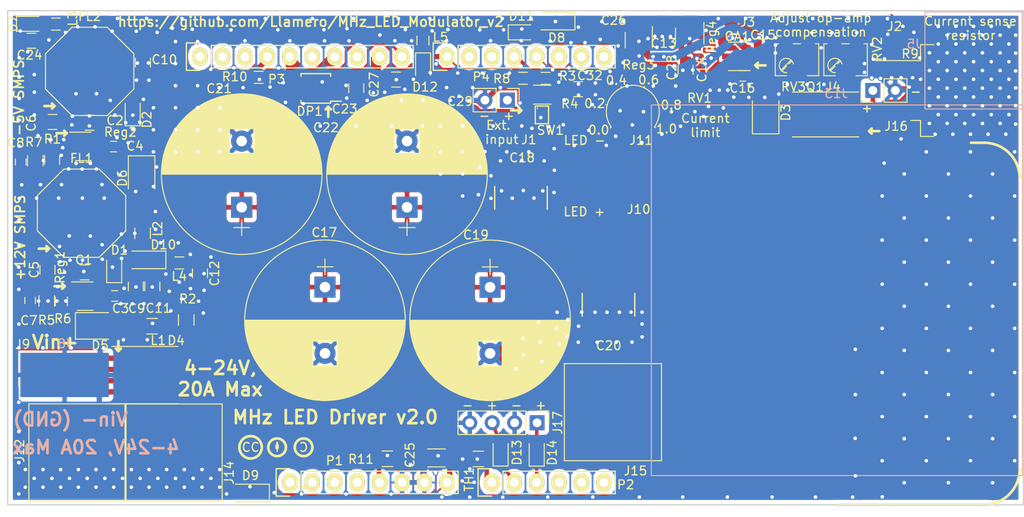
<source format=kicad_pcb>
(kicad_pcb (version 20170922) (host pcbnew "(2017-11-06 revision 9df4ae65e)-makepkg")
  (title_block (date "lun. 30 mars 2015"))
  (layers (0 F.Cu signal) (31 B.Cu signal) (34 B.Paste user) (35 F.Paste user) (36 B.SilkS user) (37 F.SilkS user) (38 B.Mask user) (39 F.Mask user) (44 Edge.Cuts user))
  (net 0 "")
  (net 1 /IOREF)
  (net 2 /Reset)
  (net 3 +5V)
  (net 4 GND)
  (net 5 /A0)
  (net 6 /A1)
  (net 7 /A2)
  (net 8 /A3)
  (net 9 /AREF)
  (net 10 "/A4(SDA)")
  (net 11 "/A5(SCL)")
  (net 12 "/9(**)")
  (net 13 /8)
  (net 14 /7)
  (net 15 "/6(**)")
  (net 16 "/5(**)")
  (net 17 /4)
  (net 18 "/3(**)")
  (net 19 /2)
  (net 20 "/1(Tx)")
  (net 21 "/0(Rx)")
  (net 22 "/13(SCK)")
  (net 23 "/10(**/SS)")
  (net 24 "Net-(P1-Pad1)")
  (net 25 +3V3)
  (net 26 "/12(MISO)")
  (net 27 "/11(**/MOSI)")
  (net 28 10V)
  (net 29 "Net-(C16-Pad1)")
  (net 30 -2V)
  (net 31 "Net-(C16-Pad2)")
  (net 32 "Net-(C6-Pad1)")
  (net 33 "Net-(C8-Pad1)")
  (net 34 Vin)
  (net 35 "Net-(C4-Pad1)")
  (net 36 "Net-(C3-Pad1)")
  (net 37 "Net-(C7-Pad1)")
  (net 38 "Net-(C5-Pad1)")
  (net 39 "Net-(RV2-Pad3)")
  (net 40 "Net-(J4-Pad1)")
  (net 41 "Net-(RV3-Pad3)")
  (net 42 "Net-(C5-Pad2)")
  (net 43 "Net-(C6-Pad2)")
  (net 44 "Net-(D4-Pad2)")
  (net 45 "Net-(D3-Pad1)")
  (net 46 "Net-(C1-Pad1)")
  (net 47 "Net-(C2-Pad1)")
  (net 48 "Net-(OA1-Pad5)")
  (net 49 "Net-(OA1-Pad3)")
  (net 50 "GND(NC)")
  (net 51 "Net-(Reg3-Pad4)")
  (net 52 "Net-(C28-Pad1)")
  (net 53 "/Vin(Arduino)")
  (net 54 /-5V-SMPS)
  (net 55 /12V-SMPS)
  (net 56 "Net-(D5-Pad2)")
  (net 57 "Net-(D6-Pad2)")
  (net 58 "Net-(C12-Pad2)")
  (net 59 "Net-(D10-Pad1)")
  (net 60 "Net-(D7-Pad2)")
  (net 61 /Input)
  (net 62 "Net-(DP1-Pad10)")
  (net 63 "Net-(DP1-Pad3)")
  (net 64 "Net-(R3-Pad2)")
  (net 65 "Net-(C29-Pad2)")
  (net 66 /-4V)
  (net 67 "Net-(D12-Pad1)")
  (net 68 "Net-(D13-Pad2)")
  (net 69 "Net-(D14-Pad2)")
  (net 70 "/A5(SCL*)")
  (net 71 "/A4(SDA*)")
  (net 72 "Net-(C26-Pad1)")
  (net 73 "Net-(C13-Pad1)")
  (net 74 "Net-(D3-Pad2)")
  (net 75 "Net-(J1-Pad1)")
  (net 76 "Net-(C32-Pad1)")
  (module Socket_Strips:Socket_Strip_Straight_1x02_Pitch2.54mm (layer F.Cu) (at 204.94 79.41 90)
    (fp_text reference J16 (at -4.05 2.64) (layer F.SilkS))
    (fp_text value Conn_Coaxial_Power)
    (pad 2 thru_hole oval (at 0 2.54 90) (size 1.7 1.7) (drill 1) (layers *.Cu *.Mask) (net 4 GND))
    (pad 1 thru_hole rect (at 0 0 90) (size 1.7 1.7) (drill 1) (layers *.Cu *.Mask) (net 74 "Net-(D3-Pad2)"))
  )
  (module Socket_Strips:Socket_Strip_Straight_1x04_Pitch2.54mm (layer F.Cu) (at 166.928 117.065 270)
    (fp_text reference J17 (at 0 -2.33 270) (layer F.SilkS))
    (fp_text value Conn_01x04_Female)
    (pad 4 thru_hole oval (at 0 7.62 270) (size 1.7 1.7) (drill 1) (layers *.Cu *.Mask) (net 4 GND))
    (pad 3 thru_hole oval (at 0 5.08 270) (size 1.7 1.7) (drill 1) (layers *.Cu *.Mask) (net 68 "Net-(D13-Pad2)"))
    (pad 2 thru_hole oval (at 0 2.54 270) (size 1.7 1.7) (drill 1) (layers *.Cu *.Mask) (net 4 GND))
    (pad 1 thru_hole rect (at 0 0 270) (size 1.7 1.7) (drill 1) (layers *.Cu *.Mask) (net 69 "Net-(D14-Pad2)"))
  )
  (module Ben_Custom:8-VFSOP (layer F.Cu) (at 167.478 82.175 270)
    (fp_text reference SW1 (at 1.74 -0.96) (layer F.SilkS))
    (fp_text value TS5A3357DCUR)
    (pad 4 smd rect (at 0.7493 1.55 270) (size 0.29972 0.8) (layers F.Cu F.Paste F.Mask) (net 4 GND))
    (pad 3 smd rect (at 0.24892 1.55 270) (size 0.29972 0.8) (layers F.Cu F.Paste F.Mask) (net 64 "Net-(R3-Pad2)"))
    (pad 2 smd rect (at -0.24892 1.55 270) (size 0.29972 0.8) (layers F.Cu F.Paste F.Mask) (net 63 "Net-(DP1-Pad3)"))
    (pad 1 smd rect (at -0.7493 1.55 270) (size 0.29972 0.8) (layers F.Cu F.Paste F.Mask) (net 75 "Net-(J1-Pad1)"))
    (pad 8 smd rect (at -0.7493 -1.55 270) (size 0.29972 0.8) (layers F.Cu F.Paste F.Mask) (net 76 "Net-(C32-Pad1)"))
    (pad 7 smd rect (at -0.24892 -1.55 270) (size 0.29972 0.8) (layers F.Cu F.Paste F.Mask) (net 61 /Input))
    (pad 6 smd rect (at 0.24892 -1.55 270) (size 0.29972 0.8) (layers F.Cu F.Paste F.Mask) (net 18 "/3(**)"))
    (pad 5 smd rect (at 0.7493 -1.55 270) (size 0.29972 0.8) (layers F.Cu F.Paste F.Mask) (net 17 /4))
  )
  (module Socket_Strips:Socket_Strip_Straight_1x02_Pitch2.54mm (layer F.Cu) (at 163.568 80.505 270)
    (fp_text reference J1 (at 4.485 -2.432) (layer F.SilkS))
    (fp_text value Conn_Coaxial)
    (pad 1 thru_hole rect (at 0 0 270) (size 1.7 1.7) (drill 1) (layers *.Cu *.Mask) (net 75 "Net-(J1-Pad1)"))
    (pad 2 thru_hole oval (at 0 2.54 270) (size 1.7 1.7) (drill 1) (layers *.Cu *.Mask) (net 4 GND))
  )
  (module Ben_Custom:CC_Attribution (layer F.Cu) (at 137.498 119.845)
    (fp_text reference J18)
    (fp_text value Label)
    (fp_text user i (at 0 0) (layer F.SilkS))
  )
  (module Ben_Custom:CC_Share_alike (layer F.Cu) (at 140.498 119.845)
    (fp_text reference J19)
    (fp_text value Label)
    (fp_text user Ɔ (at 0 0) (layer F.SilkS))
  )
  (module Diodes_SMD:D_SOD-323 (layer F.Cu) (at 162.8 120.47 90)
    (fp_text reference D13 (at 0.02 1.85 90) (layer F.SilkS))
    (fp_text value D_Schottky)
    (pad 1 smd rect (at -1.05 0 90) (size 0.6 0.45) (layers F.Cu F.Paste F.Mask) (net 6 /A1))
    (pad 2 smd rect (at 1.05 0 90) (size 0.6 0.45) (layers F.Cu F.Paste F.Mask) (net 68 "Net-(D13-Pad2)"))
  )
  (module Diodes_SMD:D_SOD-323 (layer F.Cu) (at 166.888 120.475 90)
    (fp_text reference D14 (at 0.01 1.75 90) (layer F.SilkS))
    (fp_text value D_Schottky)
    (pad 2 smd rect (at 1.05 0 90) (size 0.6 0.45) (layers F.Cu F.Paste F.Mask) (net 69 "Net-(D14-Pad2)"))
    (pad 1 smd rect (at -1.05 0 90) (size 0.6 0.45) (layers F.Cu F.Paste F.Mask) (net 7 /A2))
  )
  (module Ben_Custom:DO-214AC (layer F.Cu) (at 192.808 80.825 90)
    (fp_text reference D3 (at -1.09 2.27 270) (layer F.SilkS))
    (fp_text value D_TVS)
    (pad 2 smd rect (at 2.19964 0 90) (size 2.10058 1.80086) (layers F.Cu F.Paste F.Mask) (net 74 "Net-(D3-Pad2)"))
    (pad 1 smd rect (at -2.19964 0 90) (size 2.10058 1.80086) (layers F.Cu F.Paste F.Mask) (net 45 "Net-(D3-Pad1)"))
  )
  (module Ben_Custom:0508_Capacitor (layer F.Cu) (at 175.568 73.065 270)
    (fp_text reference C26 (at -1.61 -0.04) (layer F.SilkS))
    (fp_text value "2.2 uF" hide)
    (pad 1 smd rect (at -0.5334 0 270) (size 0.5842 2.0066) (layers F.Cu F.Paste F.Mask) (net 72 "Net-(C26-Pad1)"))
    (pad 2 smd rect (at 0.5334 0 270) (size 0.5842 2.0066) (layers F.Cu F.Paste F.Mask) (net 4 GND))
  )
  (module Ben_Custom:0508_Capacitor (layer F.Cu) (at 181.278 71.925 270)
    (fp_text reference C13 (at 2.13 0.02) (layer F.SilkS))
    (fp_text value "2.2 uF" hide)
    (pad 2 smd rect (at 0.5334 0 270) (size 0.5842 2.0066) (layers F.Cu F.Paste F.Mask) (net 4 GND))
    (pad 1 smd rect (at -0.5334 0 270) (size 0.5842 2.0066) (layers F.Cu F.Paste F.Mask) (net 73 "Net-(C13-Pad1)"))
  )
  (module Ben_Custom:Wurth_Coupled_Inductor (layer F.Cu) (at 115.358 93.315 180)
    (fp_text reference FL1 (at 0 6.223 180) (layer F.SilkS))
    (fp_text value 4.7uH)
    (pad 1 smd rect (at 0 -3.8 180) (size 3.6 1.4) (layers F.Cu F.Paste F.Mask) (net 46 "Net-(C1-Pad1)"))
    (pad 3 smd rect (at 0 3.8 180) (size 3.6 1.4) (layers F.Cu F.Paste F.Mask) (net 4 GND))
    (pad 2 smd rect (at -3.8 0 180) (size 1.4 3.6) (layers F.Cu F.Paste F.Mask) (net 42 "Net-(C5-Pad2)"))
    (pad 4 smd rect (at 3.8 0 180) (size 1.4 3.6) (layers F.Cu F.Paste F.Mask) (net 38 "Net-(C5-Pad1)"))
  )
  (module Ben_Custom:Wurth_Coupled_Inductor (layer F.Cu) (at 116.278 77.245 180)
    (fp_text reference FL2 (at 0 6.223 180) (layer F.SilkS))
    (fp_text value 2.7uH)
    (pad 1 smd rect (at 0 -3.8 180) (size 3.6 1.4) (layers F.Cu F.Paste F.Mask) (net 47 "Net-(C2-Pad1)"))
    (pad 3 smd rect (at 0 3.8 180) (size 3.6 1.4) (layers F.Cu F.Paste F.Mask) (net 54 /-5V-SMPS))
    (pad 2 smd rect (at -3.8 0 180) (size 1.4 3.6) (layers F.Cu F.Paste F.Mask) (net 43 "Net-(C6-Pad2)"))
    (pad 4 smd rect (at 3.8 0 180) (size 1.4 3.6) (layers F.Cu F.Paste F.Mask) (net 32 "Net-(C6-Pad1)"))
  )
  (module TO_SOT_Packages_SMD:TO-263-2 (layer F.Cu) (at 213.288 79.415)
    (fp_text reference R9 (at -4.128 -4.155) (layer F.SilkS))
    (fp_text value 5)
    (pad 2 smd rect (at 0.95 2.775) (size 4.55 5.25) (layers F.Cu F.Paste) (net 4 GND))
    (pad 2 smd rect (at 5.8 -2.775) (size 4.55 5.25) (layers F.Cu F.Paste) (net 4 GND))
    (pad 2 smd rect (at 0.95 -2.775) (size 4.55 5.25) (layers F.Cu F.Paste) (net 4 GND))
    (pad 2 smd rect (at 5.8 2.775) (size 4.55 5.25) (layers F.Cu F.Paste) (net 4 GND))
    (pad 2 smd rect (at 3.375 0) (size 9.4 10.8) (layers F.Cu F.Mask) (net 4 GND))
    (pad 3 smd rect (at -5.775 2.54) (size 4.6 1.1) (layers F.Cu F.Paste F.Mask) (net 74 "Net-(D3-Pad2)"))
    (pad 1 smd rect (at -5.775 -2.54) (size 4.6 1.1) (layers F.Cu F.Paste F.Mask) (net 4 GND))
  )
  (module Resistors_SMD:R_0603 (layer F.Cu) (at 135.418 77.925 180)
    (fp_text reference R10 (at 2.72 0.07 180) (layer F.SilkS))
    (fp_text value 10)
    (pad 2 smd rect (at 0.75 0 180) (size 0.5 0.9) (layers F.Cu F.Paste F.Mask) (net 50 "GND(NC)"))
    (pad 1 smd rect (at -0.75 0 180) (size 0.5 0.9) (layers F.Cu F.Paste F.Mask) (net 4 GND))
  )
  (module TO_SOT_Packages_SMD:SOT-23-6 (layer F.Cu) (at 115.558 85.745)
    (fp_text reference Reg2 (at 4.2 -1.62) (layer F.SilkS))
    (fp_text value LT8330)
    (pad 1 smd rect (at -1.1 -0.95) (size 1.06 0.65) (layers F.Cu F.Paste F.Mask) (net 32 "Net-(C6-Pad1)"))
    (pad 2 smd rect (at -1.1 0) (size 1.06 0.65) (layers F.Cu F.Paste F.Mask) (net 4 GND))
    (pad 3 smd rect (at -1.1 0.95) (size 1.06 0.65) (layers F.Cu F.Paste F.Mask) (net 33 "Net-(C8-Pad1)"))
    (pad 4 smd rect (at 1.1 0.95) (size 1.06 0.65) (layers F.Cu F.Paste F.Mask) (net 47 "Net-(C2-Pad1)"))
    (pad 6 smd rect (at 1.1 -0.95) (size 1.06 0.65) (layers F.Cu F.Paste F.Mask) (net 47 "Net-(C2-Pad1)"))
    (pad 5 smd rect (at 1.1 0) (size 1.06 0.65) (layers F.Cu F.Paste F.Mask) (net 35 "Net-(C4-Pad1)"))
  )
  (module TO_SOT_Packages_SMD:SOT-23-6 (layer F.Cu) (at 115.758 102.715)
    (fp_text reference Reg1 (at -2.84 -3.26 90) (layer F.SilkS))
    (fp_text value LT8330)
    (pad 5 smd rect (at 1.1 0) (size 1.06 0.65) (layers F.Cu F.Paste F.Mask) (net 36 "Net-(C3-Pad1)"))
    (pad 6 smd rect (at 1.1 -0.95) (size 1.06 0.65) (layers F.Cu F.Paste F.Mask) (net 46 "Net-(C1-Pad1)"))
    (pad 4 smd rect (at 1.1 0.95) (size 1.06 0.65) (layers F.Cu F.Paste F.Mask) (net 46 "Net-(C1-Pad1)"))
    (pad 3 smd rect (at -1.1 0.95) (size 1.06 0.65) (layers F.Cu F.Paste F.Mask) (net 37 "Net-(C7-Pad1)"))
    (pad 2 smd rect (at -1.1 0) (size 1.06 0.65) (layers F.Cu F.Paste F.Mask) (net 4 GND))
    (pad 1 smd rect (at -1.1 -0.95) (size 1.06 0.65) (layers F.Cu F.Paste F.Mask) (net 38 "Net-(C5-Pad1)"))
  )
  (module Ben_Custom:Heatsink-Wakefield_655-53AB_41x41mm (layer B.Cu) (at 200.87 102.05)
    (fp_text reference J13 (at -0.07 -22.3) (layer B.SilkS) (effects (justify mirror)))
    (fp_text value Heat_Sink)
    (pad 1 smd rect (at 0 0) (size 40.64 40.64) (layers B.Cu) (net 4 GND))
  )
  (module Resistors_SMD:R_0805 (layer F.Cu) (at 149.978 121.145)
    (fp_text reference R11 (at -2.98 0.05) (layer F.SilkS))
    (fp_text value 4.7k)
    (pad 1 smd rect (at -0.95 0) (size 0.7 1.3) (layers F.Cu F.Paste F.Mask) (net 3 +5V))
    (pad 2 smd rect (at 0.95 0) (size 0.7 1.3) (layers F.Cu F.Paste F.Mask) (net 5 /A0))
  )
  (module Resistors_SMD:R_0805 (layer F.Cu) (at 160.278 121.165 180)
    (fp_text reference TH1 (at 1.04 -2.32 270) (layer F.SilkS))
    (fp_text value Thermistor)
    (pad 2 smd rect (at 0.95 0 180) (size 0.7 1.3) (layers F.Cu F.Paste F.Mask) (net 4 GND))
    (pad 1 smd rect (at -0.95 0 180) (size 0.7 1.3) (layers F.Cu F.Paste F.Mask) (net 5 /A0))
  )
  (module Housings_SSOP:MSOP-10_3x3mm_Pitch0.5mm (layer F.Cu) (at 141.878 79.175 180)
    (fp_text reference DP1 (at 0.688 -2.585 180) (layer F.SilkS))
    (fp_text value AD5162)
    (pad 10 smd rect (at 2.2 -1 180) (size 1.4 0.3) (layers F.Cu F.Paste F.Mask) (net 62 "Net-(DP1-Pad10)"))
    (pad 9 smd rect (at 2.2 -0.5 180) (size 1.4 0.3) (layers F.Cu F.Paste F.Mask) (net 62 "Net-(DP1-Pad10)"))
    (pad 8 smd rect (at 2.2 0 180) (size 1.4 0.3) (layers F.Cu F.Paste F.Mask) (net 13 /8))
    (pad 7 smd rect (at 2.2 0.5 180) (size 1.4 0.3) (layers F.Cu F.Paste F.Mask) (net 27 "/11(**/MOSI)"))
    (pad 6 smd rect (at 2.2 1 180) (size 1.4 0.3) (layers F.Cu F.Paste F.Mask) (net 22 "/13(SCK)"))
    (pad 5 smd rect (at -2.2 1 180) (size 1.4 0.3) (layers F.Cu F.Paste F.Mask) (net 14 /7))
    (pad 4 smd rect (at -2.2 0.5 180) (size 1.4 0.3) (layers F.Cu F.Paste F.Mask) (net 4 GND))
    (pad 3 smd rect (at -2.2 0 180) (size 1.4 0.3) (layers F.Cu F.Paste F.Mask) (net 63 "Net-(DP1-Pad3)"))
    (pad 2 smd rect (at -2.2 -0.5 180) (size 1.4 0.3) (layers F.Cu F.Paste F.Mask) (net 12 "/9(**)"))
    (pad 1 smd rect (at -2.2 -1 180) (size 1.4 0.3) (layers F.Cu F.Paste F.Mask) (net 4 GND))
  )
  (module Resistors_SMD:R_0603 (layer F.Cu) (at 165.338 78.025)
    (fp_text reference R8 (at -2.41 0.05 -180) (layer F.SilkS))
    (fp_text value 1.8k)
    (pad 2 smd rect (at 0.75 0) (size 0.5 0.9) (layers F.Cu F.Paste F.Mask) (net 64 "Net-(R3-Pad2)"))
    (pad 1 smd rect (at -0.75 0) (size 0.5 0.9) (layers F.Cu F.Paste F.Mask) (net 65 "Net-(C29-Pad2)"))
  )
  (module Ben_Custom:0508_Capacitor (layer F.Cu) (at 158.148 78.765 90)
    (fp_text reference C29 (at -1.88 0.06 180) (layer F.SilkS))
    (fp_text value "2.2 uF" hide)
    (pad 1 smd rect (at -0.5334 0 90) (size 0.5842 2.0066) (layers F.Cu F.Paste F.Mask) (net 4 GND))
    (pad 2 smd rect (at 0.5334 0 90) (size 0.5842 2.0066) (layers F.Cu F.Paste F.Mask) (net 65 "Net-(C29-Pad2)"))
  )
  (module Diodes_SMD:D_SOD-323F (layer F.Cu) (at 154.028 76.655 270)
    (fp_text reference D12 (at 2.36 -0.21) (layer F.SilkS))
    (fp_text value D)
    (pad 2 smd rect (at 1.1 0 270) (size 0.5 0.5) (layers F.Cu F.Paste F.Mask) (net 65 "Net-(C29-Pad2)"))
    (pad 1 smd rect (at -1.1 0 270) (size 0.5 0.5) (layers F.Cu F.Paste F.Mask) (net 67 "Net-(D12-Pad1)"))
  )
  (module Capacitors_SMD:C_0805 (layer F.Cu) (at 171.578 79.265)
    (fp_text reference C32 (at 1.33 -1.55 180) (layer F.SilkS))
    (fp_text value "10 nF")
    (pad 1 smd rect (at -1 0) (size 1 1.25) (layers F.Cu F.Paste F.Mask) (net 76 "Net-(C32-Pad1)"))
    (pad 2 smd rect (at 1 0) (size 1 1.25) (layers F.Cu F.Paste F.Mask) (net 4 GND))
  )
  (module Resistors_SMD:R_0603 (layer F.Cu) (at 167.888 78.035 180)
    (fp_text reference R3 (at -2.49 0.27 180) (layer F.SilkS))
    (fp_text value 100)
    (pad 2 smd rect (at 0.75 0 180) (size 0.5 0.9) (layers F.Cu F.Paste F.Mask) (net 64 "Net-(R3-Pad2)"))
    (pad 1 smd rect (at -0.75 0 180) (size 0.5 0.9) (layers F.Cu F.Paste F.Mask) (net 4 GND))
  )
  (module Resistors_SMD:R_1206 (layer F.Cu) (at 167.528 79.885)
    (fp_text reference R4 (at 3.1 1.03) (layer F.SilkS))
    (fp_text value 0)
    (pad 2 smd rect (at 1.45 0) (size 0.9 1.7) (layers F.Cu F.Paste F.Mask) (net 76 "Net-(C32-Pad1)"))
    (pad 1 smd rect (at -1.45 0) (size 0.9 1.7) (layers F.Cu F.Paste F.Mask) (net 14 /7))
  )
  (module Capacitors_SMD:C_0805 (layer F.Cu) (at 146.458 79.155 270)
    (fp_text reference C23 (at 2.345 1.308) (layer F.SilkS))
    (fp_text value "10 nF")
    (pad 2 smd rect (at 1 0 270) (size 1 1.25) (layers F.Cu F.Paste F.Mask) (net 4 GND))
    (pad 1 smd rect (at -1 0 270) (size 1 1.25) (layers F.Cu F.Paste F.Mask) (net 14 /7))
  )
  (module Capacitors_SMD:C_0805 (layer F.Cu) (at 116.268 83.065 180)
    (fp_text reference C2 (at -2.88 0.25 180) (layer F.SilkS))
    (fp_text value "4.7 uF")
    (pad 2 smd rect (at 1 0 180) (size 1 1.25) (layers F.Cu F.Paste F.Mask) (net 4 GND))
    (pad 1 smd rect (at -1 0 180) (size 1 1.25) (layers F.Cu F.Paste F.Mask) (net 47 "Net-(C2-Pad1)"))
  )
  (module Inductors_SMD:L_0603 (layer F.Cu) (at 154.008 73.755 270)
    (fp_text reference L5 (at -0.39 -1.99) (layer F.SilkS))
    (fp_text value Ferrite_Bead)
    (pad 1 smd rect (at -0.75 0 270) (size 0.5 0.9) (layers F.Cu F.Paste F.Mask) (net 66 /-4V))
    (pad 2 smd rect (at 0.75 0 270) (size 0.5 0.9) (layers F.Cu F.Paste F.Mask) (net 67 "Net-(D12-Pad1)"))
  )
  (module Ben_Custom:Heatsink-10x10mm-V2017B (layer B.Cu) (at 216.34 76.01)
    (fp_text reference J5 (at -6.71 -1.87) (layer B.SilkS) (effects (justify mirror)))
    (fp_text value Heat_Sink)
  )
  (module Capacitors_SMD:C_0805 (layer F.Cu) (at 150.958 78.175 180)
    (fp_text reference C27 (at 2.48 -0.58 270) (layer F.SilkS))
    (fp_text value "4.7 uF")
    (pad 2 smd rect (at 1 0 180) (size 1 1.25) (layers F.Cu F.Paste F.Mask) (net 14 /7))
    (pad 1 smd rect (at -1 0 180) (size 1 1.25) (layers F.Cu F.Paste F.Mask) (net 4 GND))
  )
  (module Ben_Custom:DO-214AC (layer F.Cu) (at 118.168 106.085)
    (fp_text reference D5 (at -0.71 2.21) (layer F.SilkS))
    (fp_text value D_Schottky)
    (pad 1 smd rect (at -2.19964 0) (size 2.10058 1.80086) (layers F.Cu F.Paste F.Mask) (net 46 "Net-(C1-Pad1)"))
    (pad 2 smd rect (at 2.19964 0) (size 2.10058 1.80086) (layers F.Cu F.Paste F.Mask) (net 56 "Net-(D5-Pad2)"))
  )
  (module Ben_Custom:DO-214AC (layer F.Cu) (at 122.158 90.315 270)
    (fp_text reference D6 (at -0.97 2.18 270) (layer F.SilkS))
    (fp_text value D_Schottky)
    (pad 2 smd rect (at 2.19964 0 270) (size 2.10058 1.80086) (layers F.Cu F.Paste F.Mask) (net 57 "Net-(D6-Pad2)"))
    (pad 1 smd rect (at -2.19964 0 270) (size 2.10058 1.80086) (layers F.Cu F.Paste F.Mask) (net 47 "Net-(C2-Pad1)"))
  )
  (module Ben_Custom:Heatsink-10x10mm-V2017B (layer F.Cu) (at 175.518 115.865)
    (fp_text reference J15 (at 2.55 6.65) (layer F.SilkS))
    (fp_text value Heat_Sink)
  )
  (module Ben_Custom:Heatsink-10x10mm-V2017B (layer F.Cu) (at 125.778 120.435)
    (fp_text reference J14 (at 6.29 2.29 90) (layer F.SilkS))
    (fp_text value Heat_Sink)
  )
  (module Ben_Custom:Heatsink-10x10mm-V2017B (layer F.Cu) (at 114.898 120.425)
    (fp_text reference J12 (at -6.54 -0.2 90) (layer F.SilkS))
    (fp_text value Heat_Sink)
  )
  (module Diodes_SMD:D_SOD-323F (layer F.Cu) (at 165.168 72.825)
    (fp_text reference D11 (at 0 -1.85) (layer F.SilkS))
    (fp_text value D)
    (pad 2 smd rect (at 1.1 0) (size 0.5 0.5) (layers F.Cu F.Paste F.Mask) (net 72 "Net-(C26-Pad1)"))
    (pad 1 smd rect (at -1.1 0) (size 0.5 0.5) (layers F.Cu F.Paste F.Mask) (net 66 /-4V))
  )
  (module Diodes_SMD:D_SOD-123F (layer F.Cu) (at 134.428 125.025 180)
    (fp_text reference D9 (at -0.05 1.99 180) (layer F.SilkS))
    (fp_text value D_Schottky)
    (pad 2 smd rect (at 1.4 0 180) (size 1.1 1.1) (layers F.Cu F.Paste F.Mask) (net 58 "Net-(C12-Pad2)"))
    (pad 1 smd rect (at -1.4 0 180) (size 1.1 1.1) (layers F.Cu F.Paste F.Mask) (net 53 "/Vin(Arduino)"))
  )
  (module Capacitors_SMD:C_0603 (layer F.Cu) (at 109.538 103.205 90)
    (fp_text reference C7 (at -2.27 -0.14 180) (layer F.SilkS))
    (fp_text value "4.7 pF")
    (pad 1 smd rect (at -0.75 0 90) (size 0.8 0.75) (layers F.Cu F.Paste F.Mask) (net 37 "Net-(C7-Pad1)"))
    (pad 2 smd rect (at 0.75 0 90) (size 0.8 0.75) (layers F.Cu F.Paste F.Mask) (net 55 /12V-SMPS))
  )
  (module Inductors_SMD:L_0805 (layer F.Cu) (at 123.358 106.125)
    (fp_text reference L1 (at 0.68 1.61) (layer F.SilkS))
    (fp_text value Ferrite_Bead)
    (pad 2 smd rect (at 0.95 0) (size 0.7 1.3) (layers F.Cu F.Paste F.Mask) (net 34 Vin))
    (pad 1 smd rect (at -0.95 0) (size 0.7 1.3) (layers F.Cu F.Paste F.Mask) (net 56 "Net-(D5-Pad2)"))
  )
  (module Diodes_SMD:D_SOD-323F (layer F.Cu) (at 109.488 71.855)
    (fp_text reference D7 (at -1.9 -0.02 90) (layer F.SilkS))
    (fp_text value D)
    (pad 1 smd rect (at -1.1 0) (size 0.5 0.5) (layers F.Cu F.Paste F.Mask) (net 54 /-5V-SMPS))
    (pad 2 smd rect (at 1.1 0) (size 0.5 0.5) (layers F.Cu F.Paste F.Mask) (net 60 "Net-(D7-Pad2)"))
  )
  (module TO_SOT_Packages_SMD:SOT-23-5 (layer F.Cu) (at 184.208 73.245 270)
    (fp_text reference Reg4 (at 0.11 -2.49 90) (layer F.SilkS))
    (fp_text value LP2985-10.0)
    (pad 5 smd rect (at 1.1 -0.95 270) (size 1.06 0.65) (layers F.Cu F.Paste F.Mask) (net 28 10V))
    (pad 4 smd rect (at 1.1 0.95 270) (size 1.06 0.65) (layers F.Cu F.Paste F.Mask) (net 52 "Net-(C28-Pad1)"))
    (pad 3 smd rect (at -1.1 0.95 270) (size 1.06 0.65) (layers F.Cu F.Paste F.Mask) (net 73 "Net-(C13-Pad1)"))
    (pad 2 smd rect (at -1.1 0 270) (size 1.06 0.65) (layers F.Cu F.Paste F.Mask) (net 4 GND))
    (pad 1 smd rect (at -1.1 -0.95 270) (size 1.06 0.65) (layers F.Cu F.Paste F.Mask) (net 73 "Net-(C13-Pad1)"))
  )
  (module Capacitors_SMD:C_0805 (layer F.Cu) (at 109.678 73.775)
    (fp_text reference C24 (at -0.21 1.62) (layer F.SilkS))
    (fp_text value "4.7 uF")
    (pad 2 smd rect (at 1 0) (size 1 1.25) (layers F.Cu F.Paste F.Mask) (net 66 /-4V))
    (pad 1 smd rect (at -1 0) (size 1 1.25) (layers F.Cu F.Paste F.Mask) (net 4 GND))
  )
  (module Capacitors_SMD:C_0805 (layer F.Cu) (at 128.768 100.125 90)
    (fp_text reference C12 (at -0.02 1.65 90) (layer F.SilkS))
    (fp_text value "4.7 uF")
    (pad 2 smd rect (at 1 0 90) (size 1 1.25) (layers F.Cu F.Paste F.Mask) (net 58 "Net-(C12-Pad2)"))
    (pad 1 smd rect (at -1 0 90) (size 1 1.25) (layers F.Cu F.Paste F.Mask) (net 4 GND))
  )
  (module Diodes_SMD:D_SOD-123F (layer F.Cu) (at 169.018 71.545 180)
    (fp_text reference D8 (at -0.127 -1.905 180) (layer F.SilkS))
    (fp_text value D_Schottky)
    (pad 1 smd rect (at -1.4 0 180) (size 1.1 1.1) (layers F.Cu F.Paste F.Mask) (net 73 "Net-(C13-Pad1)"))
    (pad 2 smd rect (at 1.4 0 180) (size 1.1 1.1) (layers F.Cu F.Paste F.Mask) (net 58 "Net-(C12-Pad2)"))
  )
  (module Diodes_SMD:D_SOD-123F (layer F.Cu) (at 122.708 98.605 180)
    (fp_text reference D10 (at -1.91 1.71 180) (layer F.SilkS))
    (fp_text value D_Schottky)
    (pad 2 smd rect (at 1.4 0 180) (size 1.1 1.1) (layers F.Cu F.Paste F.Mask) (net 55 /12V-SMPS))
    (pad 1 smd rect (at -1.4 0 180) (size 1.1 1.1) (layers F.Cu F.Paste F.Mask) (net 59 "Net-(D10-Pad1)"))
  )
  (module Capacitors_SMD:C_0805 (layer F.Cu) (at 183.738 77.075 270)
    (fp_text reference C28 (at -0.26 1.56 270) (layer F.SilkS))
    (fp_text value "10 nF")
    (pad 2 smd rect (at 1 0 270) (size 1 1.25) (layers F.Cu F.Paste F.Mask) (net 4 GND))
    (pad 1 smd rect (at -1 0 270) (size 1 1.25) (layers F.Cu F.Paste F.Mask) (net 52 "Net-(C28-Pad1)"))
  )
  (module Capacitors_THT:CP_Radial_D18.0mm_P7.50mm (layer F.Cu) (at 133.488 92.645 90)
    (fp_text reference C21 (at 13.45 -2.54 180) (layer F.SilkS))
    (fp_text value "2700 uF")
    (pad 2 thru_hole circle (at 7.5 0 90) (size 2.4 2.4) (drill 1.2) (layers *.Cu *.Mask) (net 4 GND))
    (pad 1 thru_hole rect (at 0 0 90) (size 2.4 2.4) (drill 1.2) (layers *.Cu *.Mask) (net 34 Vin))
  )
  (module Capacitors_SMD:C_1206 (layer F.Cu) (at 155.538 121.045 180)
    (fp_text reference C25 (at 3 0.31 270) (layer F.SilkS))
    (fp_text value "22 uF")
    (pad 2 smd rect (at 1.5 0 180) (size 1 1.6) (layers F.Cu F.Paste F.Mask) (net 4 GND))
    (pad 1 smd rect (at -1.5 0 180) (size 1 1.6) (layers F.Cu F.Paste F.Mask) (net 53 "/Vin(Arduino)"))
  )
  (module Capacitors_SMD:C_0805 (layer F.Cu) (at 112.028 87.265 90)
    (fp_text reference R1 (at 2.35 0.04 180) (layer F.SilkS))
    (fp_text value 187k)
    (pad 1 smd rect (at -1 0 90) (size 1 1.25) (layers F.Cu F.Paste F.Mask) (net 33 "Net-(C8-Pad1)"))
    (pad 2 smd rect (at 1 0 90) (size 1 1.25) (layers F.Cu F.Paste F.Mask) (net 4 GND))
  )
  (module Inductors_SMD:L_0805 (layer F.Cu) (at 122.268 95.605 270)
    (fp_text reference L2 (at -0.53 -1.71 270) (layer F.SilkS))
    (fp_text value Ferrite_Bead)
    (pad 1 smd rect (at -0.95 0 270) (size 0.7 1.3) (layers F.Cu F.Paste F.Mask) (net 57 "Net-(D6-Pad2)"))
    (pad 2 smd rect (at 0.95 0 270) (size 0.7 1.3) (layers F.Cu F.Paste F.Mask) (net 34 Vin))
  )
  (module Resistors_SMD:R_0805 (layer F.Cu) (at 127.208 105.415 270)
    (fp_text reference R2 (at -2.385 -0.172) (layer F.SilkS))
    (fp_text value 4.7k)
    (pad 2 smd rect (at 0.95 0 270) (size 0.7 1.3) (layers F.Cu F.Paste F.Mask) (net 34 Vin))
    (pad 1 smd rect (at -0.95 0 270) (size 0.7 1.3) (layers F.Cu F.Paste F.Mask) (net 4 GND))
  )
  (module TO_SOT_Packages_SMD:TSOT-23-5 (layer F.Cu) (at 178.468 73.705 270)
    (fp_text reference Reg3 (at 2.8 0.04) (layer F.SilkS))
    (fp_text value ADP7182AUJZ-Fixed)
    (pad 5 smd rect (at 1.31 -0.95 270) (size 1.22 0.65) (layers F.Cu F.Paste F.Mask) (net 30 -2V))
    (pad 4 smd rect (at 1.31 0.95 270) (size 1.22 0.65) (layers F.Cu F.Paste F.Mask) (net 51 "Net-(Reg3-Pad4)"))
    (pad 3 smd rect (at -1.31 0.95 270) (size 1.22 0.65) (layers F.Cu F.Paste F.Mask) (net 72 "Net-(C26-Pad1)"))
    (pad 2 smd rect (at -1.31 0 270) (size 1.22 0.65) (layers F.Cu F.Paste F.Mask) (net 72 "Net-(C26-Pad1)"))
    (pad 1 smd rect (at -1.31 -0.95 270) (size 1.22 0.65) (layers F.Cu F.Paste F.Mask) (net 4 GND))
  )
  (module Diodes_SMD:D_SOD-323F (layer F.Cu) (at 119.058 99.685 90)
    (fp_text reference D1 (at 2.19 0.59 180) (layer F.SilkS))
    (fp_text value D_Schottky)
    (pad 2 smd rect (at 1.1 0 90) (size 0.5 0.5) (layers F.Cu F.Paste F.Mask) (net 42 "Net-(C5-Pad2)"))
    (pad 1 smd rect (at -1.1 0 90) (size 0.5 0.5) (layers F.Cu F.Paste F.Mask) (net 55 /12V-SMPS))
  )
  (module Ben_Custom:CC_silkscreen (layer F.Cu) (at 134.498 119.845)
    (fp_text reference J7)
    (fp_text value Conn_Coaxial)
    (fp_text user CC (at 0 0) (layer F.SilkS))
  )
  (module Wire_Pads:SolderWirePad_single_SMD_5x10mm (layer F.Cu) (at 174.468 88.655 90)
    (fp_text reference J11 (at 3.6 4.23 180) (layer F.SilkS))
    (fp_text value TEST_1P)
    (pad 1 smd rect (at 0 0 90) (size 5 10) (layers F.Cu F.Mask) (net 45 "Net-(D3-Pad1)"))
  )
  (module Ben_Custom:0508_Capacitor (layer F.Cu) (at 187.408 78.095 90)
    (fp_text reference C14 (at 1.07 -1.82 270) (layer F.SilkS))
    (fp_text value "2.2 uF" hide)
    (pad 1 smd rect (at -0.5334 0 90) (size 0.5842 2.0066) (layers F.Cu F.Paste F.Mask) (net 4 GND))
    (pad 2 smd rect (at 0.5334 0 90) (size 0.5842 2.0066) (layers F.Cu F.Paste F.Mask) (net 28 10V))
  )
  (module Ben_Custom:0508_Capacitor (layer F.Cu) (at 192.598 74.845 180)
    (fp_text reference C15 (at 0.1 1.72 180) (layer F.SilkS))
    (fp_text value "2.2 uF" hide)
    (pad 2 smd rect (at 0.5334 0 180) (size 0.5842 2.0066) (layers F.Cu F.Paste F.Mask) (net 30 -2V))
    (pad 1 smd rect (at -0.5334 0 180) (size 0.5842 2.0066) (layers F.Cu F.Paste F.Mask) (net 4 GND))
  )
  (module TO_SOT_Packages_SMD:SOT-23-6 (layer F.Cu) (at 189.498 75.545 180)
    (fp_text reference OA1 (at -0.11 2.27 180) (layer F.SilkS))
    (fp_text value LT6200-10)
    (pad 5 smd rect (at 1.1 0 180) (size 1.06 0.65) (layers F.Cu F.Paste F.Mask) (net 48 "Net-(OA1-Pad5)"))
    (pad 6 smd rect (at 1.1 -0.95 180) (size 1.06 0.65) (layers F.Cu F.Paste F.Mask) (net 28 10V))
    (pad 4 smd rect (at 1.1 0.95 180) (size 1.06 0.65) (layers F.Cu F.Paste F.Mask) (net 29 "Net-(C16-Pad1)"))
    (pad 3 smd rect (at -1.1 0.95 180) (size 1.06 0.65) (layers F.Cu F.Paste F.Mask) (net 49 "Net-(OA1-Pad3)"))
    (pad 2 smd rect (at -1.1 0 180) (size 1.06 0.65) (layers F.Cu F.Paste F.Mask) (net 30 -2V))
    (pad 1 smd rect (at -1.1 -0.95 180) (size 1.06 0.65) (layers F.Cu F.Paste F.Mask) (net 31 "Net-(C16-Pad2)"))
  )
  (module Ben_Custom:2_J-lead_stacked_cap (layer F.Cu) (at 175.018 103.695 90)
    (fp_text reference C20 (at -4.63 0.02 180) (layer F.SilkS))
    (fp_text value "22 uF" hide)
    (pad 1 smd rect (at -2.5778 0 90) (size 1.9556 5.700001) (layers F.Cu F.Paste F.Mask) (net 4 GND))
    (pad 2 smd rect (at 2.5778 0 90) (size 1.9556 5.700001) (layers F.Cu F.Paste F.Mask) (net 34 Vin))
  )
  (module Ben_Custom:2_J-lead_stacked_cap (layer F.Cu) (at 165.108 91.575 90)
    (fp_text reference C18 (at 4.54 0.13 180) (layer F.SilkS))
    (fp_text value "22 uF" hide)
    (pad 2 smd rect (at 2.5778 0 90) (size 1.9556 5.700001) (layers F.Cu F.Paste F.Mask) (net 4 GND))
    (pad 1 smd rect (at -2.5778 0 90) (size 1.9556 5.700001) (layers F.Cu F.Paste F.Mask) (net 34 Vin))
  )
  (module Inductors_SMD:L_0603 (layer F.Cu) (at 112.448 71.885 180)
    (fp_text reference L3 (at -1.92 0.63 -90) (layer F.SilkS))
    (fp_text value Ferrite_Bead)
    (pad 2 smd rect (at 0.75 0 180) (size 0.5 0.9) (layers F.Cu F.Paste F.Mask) (net 60 "Net-(D7-Pad2)"))
    (pad 1 smd rect (at -0.75 0 180) (size 0.5 0.9) (layers F.Cu F.Paste F.Mask) (net 66 /-4V))
  )
  (module Wire_Pads:SolderWirePad_single_SMD_5x10mm (layer F.Cu) (at 174.468 96.655 90)
    (fp_text reference J10 (at 3.78 3.97 180) (layer F.SilkS))
    (fp_text value TEST_1P)
    (pad 1 smd rect (at 0 0 90) (size 5 10) (layers F.Cu F.Mask) (net 34 Vin))
  )
  (module Ben_Custom:Bourns_3313J_Trimpot-compact (layer F.Cu) (at 177.768 81.815)
    (fp_text reference RV1 (at 7.552 -1.545 180) (layer F.SilkS))
    (fp_text value POT_TRIM)
    (fp_text user 0.0 (at -3.86 2.08) (layer F.SilkS))
    (fp_text user 0.2 (at -4.31 -0.93) (layer F.SilkS))
    (fp_text user 0.4 (at -1.87 -3.56) (layer F.SilkS))
    (fp_text user 0.6 (at 1.79 -3.61) (layer F.SilkS))
    (fp_text user 0.8 (at 4.35 -0.75) (layer F.SilkS))
    (fp_text user 1.0 (at 3.82 1.94) (layer F.SilkS))
    (pad 2 smd rect (at 0 -1.45) (size 1.6 1.6) (layers F.Cu F.Paste F.Mask) (net 49 "Net-(OA1-Pad3)"))
    (pad 1 smd rect (at 1.15 1.45) (size 1.1 1.6) (layers F.Cu F.Paste F.Mask) (net 4 GND))
    (pad 3 smd rect (at -1.15 1.45) (size 1.1 1.6) (layers F.Cu F.Paste F.Mask) (net 61 /Input))
  )
  (module Measurement_Points:Measurement_Point_Round-SMD-Pad_Small (layer F.Cu) (at 188.918 72.055)
    (fp_text reference J3 (at 1.85 -0.39) (layer F.SilkS))
    (fp_text value TEST_1P)
    (pad 1 smd circle (at 0 0) (size 1.5 1.5) (layers F.Cu F.Mask) (net 29 "Net-(C16-Pad1)"))
  )
  (module Ben_Custom:40x40mm-heatsink_only-eighth-pad (layer F.Cu) (at 201.058 105.835)
    (fp_text reference J6)
    (fp_text value Heat_Sink)
    (pad 1 smd roundrect (at 17.5 0) (size 5 40) (layers F.Cu) (roundrect_rratio 0.5) (net 4 GND))
  )
  (module Capacitors_SMD:C_0603 (layer F.Cu) (at 108.478 87.515 90)
    (fp_text reference C8 (at 2.17 -0.55 180) (layer F.SilkS))
    (fp_text value "4.7 pF")
    (pad 2 smd rect (at 0.75 0 90) (size 0.8 0.75) (layers F.Cu F.Paste F.Mask) (net 54 /-5V-SMPS))
    (pad 1 smd rect (at -0.75 0 90) (size 0.8 0.75) (layers F.Cu F.Paste F.Mask) (net 33 "Net-(C8-Pad1)"))
  )
  (module Capacitors_SMD:C_0805 (layer F.Cu) (at 112.078 82.975)
    (fp_text reference C6 (at -2.42 0.12 90) (layer F.SilkS))
    (fp_text value "1 uF")
    (pad 1 smd rect (at -1 0) (size 1 1.25) (layers F.Cu F.Paste F.Mask) (net 32 "Net-(C6-Pad1)"))
    (pad 2 smd rect (at 1 0) (size 1 1.25) (layers F.Cu F.Paste F.Mask) (net 43 "Net-(C6-Pad2)"))
  )
  (module Capacitors_SMD:C_0805 (layer F.Cu) (at 111.498 99.725 90)
    (fp_text reference C5 (at 0 -1.5 90) (layer F.SilkS))
    (fp_text value "1 uF")
    (pad 2 smd rect (at 1 0 90) (size 1 1.25) (layers F.Cu F.Paste F.Mask) (net 42 "Net-(C5-Pad2)"))
    (pad 1 smd rect (at -1 0 90) (size 1 1.25) (layers F.Cu F.Paste F.Mask) (net 38 "Net-(C5-Pad1)"))
  )
  (module Inductors_SMD:L_0603 (layer F.Cu) (at 126.428 98.955 180)
    (fp_text reference L4 (at 0.01 -1.51 180) (layer F.SilkS))
    (fp_text value Ferrite_Bead)
    (pad 1 smd rect (at -0.75 0 180) (size 0.5 0.9) (layers F.Cu F.Paste F.Mask) (net 58 "Net-(C12-Pad2)"))
    (pad 2 smd rect (at 0.75 0 180) (size 0.5 0.9) (layers F.Cu F.Paste F.Mask) (net 59 "Net-(D10-Pad1)"))
  )
  (module Capacitors_THT:CP_Radial_D18.0mm_P7.50mm (layer F.Cu) (at 152.208 92.645 90)
    (fp_text reference C22 (at 9.02 -9.18) (layer F.SilkS))
    (fp_text value "2700 uF")
    (pad 2 thru_hole circle (at 7.5 0 90) (size 2.4 2.4) (drill 1.2) (layers *.Cu *.Mask) (net 4 GND))
    (pad 1 thru_hole rect (at 0 0 90) (size 2.4 2.4) (drill 1.2) (layers *.Cu *.Mask) (net 34 Vin))
  )
  (module Wire_Pads:SolderWirePad_single_SMD_5x10mm (layer B.Cu) (at 113.438 111.655 90)
    (fp_text reference J8 (at 3.55 0.05) (layer B.SilkS) (effects (justify mirror)))
    (fp_text value TEST_1P)
    (pad 1 smd rect (at 0 0 90) (size 5 10) (layers B.Cu B.Mask) (net 4 GND))
  )
  (module Wire_Pads:SolderWirePad_single_SMD_5x10mm (layer F.Cu) (at 113.438 111.655 90)
    (fp_text reference J9 (at 3.49 -4.75 180) (layer F.SilkS))
    (fp_text value TEST_1P)
    (pad 1 smd rect (at 0 0 90) (size 5 10) (layers F.Cu F.Mask) (net 44 "Net-(D4-Pad2)"))
  )
  (module Capacitors_THT:CP_Radial_D18.0mm_P7.50mm (layer F.Cu) (at 142.918 101.695 270)
    (fp_text reference C17 (at -6.19 0.08) (layer F.SilkS))
    (fp_text value "2700 uF")
    (pad 1 thru_hole rect (at 0 0 270) (size 2.4 2.4) (drill 1.2) (layers *.Cu *.Mask) (net 34 Vin))
    (pad 2 thru_hole circle (at 7.5 0 270) (size 2.4 2.4) (drill 1.2) (layers *.Cu *.Mask) (net 4 GND))
  )
  (module Capacitors_THT:CP_Radial_D18.0mm_P7.50mm (layer F.Cu) (at 161.608 101.705 270)
    (fp_text reference C19 (at -5.93 1.6) (layer F.SilkS))
    (fp_text value "2700 uF")
    (pad 2 thru_hole circle (at 7.5 0 270) (size 2.4 2.4) (drill 1.2) (layers *.Cu *.Mask) (net 4 GND))
    (pad 1 thru_hole rect (at 0 0 270) (size 2.4 2.4) (drill 1.2) (layers *.Cu *.Mask) (net 34 Vin))
  )
  (module Ben_Custom:Potentiometer_Trimmer_Bourns_3224W (layer F.Cu) (at 196.35287 75.927049)
    (fp_text reference RV3 (at -0.39287 3.072951) (layer F.SilkS))
    (fp_text value POT_TRIM)
    (pad 1 smd rect (at 1.25 -1.45) (size 1.3 1.6) (layers F.Cu F.Paste F.Mask) (net 29 "Net-(C16-Pad1)"))
    (pad 2 smd rect (at 0 1.45) (size 2 1.6) (layers F.Cu F.Paste F.Mask) (net 74 "Net-(D3-Pad2)"))
    (pad 3 smd rect (at -1.25 -1.45) (size 1.3 1.6) (layers F.Cu F.Paste F.Mask) (net 41 "Net-(RV3-Pad3)"))
  )
  (module Ben_Custom:Potentiometer_Trimmer_Bourns_3224W (layer F.Cu) (at 201.85287 75.927049)
    (fp_text reference RV2 (at 3.59513 -1.232049 90) (layer F.SilkS))
    (fp_text value POT_TRIM)
    (pad 3 smd rect (at -1.25 -1.45) (size 1.3 1.6) (layers F.Cu F.Paste F.Mask) (net 39 "Net-(RV2-Pad3)"))
    (pad 2 smd rect (at 0 1.45) (size 2 1.6) (layers F.Cu F.Paste F.Mask) (net 40 "Net-(J4-Pad1)"))
    (pad 1 smd rect (at 1.25 -1.45) (size 1.3 1.6) (layers F.Cu F.Paste F.Mask) (net 31 "Net-(C16-Pad2)"))
  )
  (module Socket_Arduino_Uno:Socket_Strip_Arduino_1x08 (layer F.Cu) (at 156.718 75.575)
    (fp_text reference P4 (at 3.88 2.29) (layer F.SilkS))
    (fp_text value Digital)
    (pad 1 thru_hole oval (at 0 0) (size 1.7272 2.032) (drill 1.016) (layers *.Cu *.Mask F.SilkS) (net 14 /7))
    (pad 2 thru_hole oval (at 2.54 0) (size 1.7272 2.032) (drill 1.016) (layers *.Cu *.Mask F.SilkS) (net 15 "/6(**)"))
    (pad 3 thru_hole oval (at 5.08 0) (size 1.7272 2.032) (drill 1.016) (layers *.Cu *.Mask F.SilkS) (net 16 "/5(**)"))
    (pad 4 thru_hole oval (at 7.62 0) (size 1.7272 2.032) (drill 1.016) (layers *.Cu *.Mask F.SilkS) (net 17 /4))
    (pad 5 thru_hole oval (at 10.16 0) (size 1.7272 2.032) (drill 1.016) (layers *.Cu *.Mask F.SilkS) (net 18 "/3(**)"))
    (pad 6 thru_hole oval (at 12.7 0) (size 1.7272 2.032) (drill 1.016) (layers *.Cu *.Mask F.SilkS) (net 19 /2))
    (pad 7 thru_hole oval (at 15.24 0) (size 1.7272 2.032) (drill 1.016) (layers *.Cu *.Mask F.SilkS) (net 20 "/1(Tx)"))
    (pad 8 thru_hole oval (at 17.78 0) (size 1.7272 2.032) (drill 1.016) (layers *.Cu *.Mask F.SilkS) (net 21 "/0(Rx)"))
  )
  (module Ben_Custom:Powerdi5060-8 (layer F.Cu) (at 121.278 111.665 270)
    (fp_text reference D4 (at -3.925 -4.782) (layer F.SilkS))
    (fp_text value D)
    (pad 1 smd rect (at 1.905 -4.01 270) (size 0.61 1.02) (layers F.Cu F.Paste F.Mask) (net 34 Vin))
    (pad 1 smd rect (at -0.635 -4.01 270) (size 0.61 1.02) (layers F.Cu F.Paste F.Mask) (net 34 Vin))
    (pad 1 smd rect (at 0.635 -4.01 270) (size 0.61 1.02) (layers F.Cu F.Paste F.Mask) (net 34 Vin))
    (pad 1 smd rect (at -1.905 -4.01 270) (size 0.61 1.02) (layers F.Cu F.Paste F.Mask) (net 34 Vin))
    (pad 1 smd rect (at 0 -1.905 270) (size 4.1 3.81) (layers F.Cu F.Paste F.Mask) (net 34 Vin))
    (pad 1 smd rect (at 0 -2.905 270) (size 5.61 0.6) (layers F.Cu F.Paste F.Mask) (net 34 Vin))
    (pad 1 smd rect (at 0 -0.48 270) (size 5.61 0.6) (layers F.Cu F.Paste F.Mask) (net 34 Vin))
    (pad 2 smd rect (at 1.905 1.455 270) (size 0.61 1.27) (layers F.Cu F.Paste F.Mask) (net 44 "Net-(D4-Pad2)"))
    (pad 2 smd rect (at -0.635 1.455 270) (size 0.61 1.27) (layers F.Cu F.Paste F.Mask) (net 44 "Net-(D4-Pad2)"))
    (pad 2 smd rect (at 0.635 1.455 270) (size 0.61 1.27) (layers F.Cu F.Paste F.Mask) (net 44 "Net-(D4-Pad2)"))
    (pad 2 smd rect (at -1.905 1.455 270) (size 0.61 1.27) (layers F.Cu F.Paste F.Mask) (net 44 "Net-(D4-Pad2)"))
  )
  (module Ben_Custom:IRFH5104_PQFN_5x6b (layer F.Cu) (at 199.65287 82.127049 180)
    (fp_text reference Q1 (at 1.26287 3.127049 180) (layer F.SilkS))
    (fp_text value Q_NMOS_GDS)
    (pad 2 smd rect (at 0.6475 0 180) (size 3.545 4.41) (layers F.Cu F.Mask) (net 45 "Net-(D3-Pad1)"))
    (pad 2 smd rect (at 3.095 0.635 180) (size 1.35 0.6) (layers F.Cu F.Mask) (net 45 "Net-(D3-Pad1)"))
    (pad 2 smd rect (at 3.095 1.905 180) (size 1.35 0.6) (layers F.Cu F.Mask) (net 45 "Net-(D3-Pad1)"))
    (pad 2 smd rect (at 3.095 -1.905 180) (size 1.35 0.6) (layers F.Cu F.Mask) (net 45 "Net-(D3-Pad1)"))
    (pad 2 smd rect (at 3.095 -0.635 180) (size 1.35 0.6) (layers F.Cu F.Mask) (net 45 "Net-(D3-Pad1)"))
    (pad 3 smd rect (at -3.02 -0.635 180) (size 1.5 0.6) (layers F.Cu F.Mask) (net 74 "Net-(D3-Pad2)"))
    (pad 3 smd rect (at -3.02 -1.905 180) (size 1.5 0.6) (layers F.Cu F.Mask) (net 74 "Net-(D3-Pad2)"))
    (pad 3 smd rect (at -3.02 0.635 180) (size 1.5 0.6) (layers F.Cu F.Mask) (net 74 "Net-(D3-Pad2)"))
    (pad 1 smd rect (at -3.02 1.905 180) (size 1.5 0.6) (layers F.Cu F.Mask) (net 40 "Net-(J4-Pad1)"))
  )
  (module Capacitors_SMD:C_0603 (layer F.Cu) (at 119.118 102.695)
    (fp_text reference C3 (at 0.66 1.41) (layer F.SilkS))
    (fp_text value "1 uF")
    (pad 1 smd rect (at -0.75 0) (size 0.8 0.75) (layers F.Cu F.Paste F.Mask) (net 36 "Net-(C3-Pad1)"))
    (pad 2 smd rect (at 0.75 0) (size 0.8 0.75) (layers F.Cu F.Paste F.Mask) (net 4 GND))
  )
  (module Capacitors_SMD:C_0603 (layer F.Cu) (at 190.198 77.755)
    (fp_text reference C16 (at -0.03 1.39) (layer F.SilkS))
    (fp_text value "2200 pF")
    (pad 2 smd rect (at 0.75 0) (size 0.8 0.75) (layers F.Cu F.Paste F.Mask) (net 31 "Net-(C16-Pad2)"))
    (pad 1 smd rect (at -0.75 0) (size 0.8 0.75) (layers F.Cu F.Paste F.Mask) (net 29 "Net-(C16-Pad1)"))
  )
  (module Capacitors_SMD:C_0603 (layer F.Cu) (at 118.978 85.765)
    (fp_text reference C4 (at 2.43 -0.05 180) (layer F.SilkS))
    (fp_text value "1 uF")
    (pad 2 smd rect (at 0.75 0) (size 0.8 0.75) (layers F.Cu F.Paste F.Mask) (net 4 GND))
    (pad 1 smd rect (at -0.75 0) (size 0.8 0.75) (layers F.Cu F.Paste F.Mask) (net 35 "Net-(C4-Pad1)"))
  )
  (module Capacitors_SMD:C_0805 (layer F.Cu) (at 123.375404 101.603016 90)
    (fp_text reference C11 (at -2.481984 0.692596 180) (layer F.SilkS))
    (fp_text value "4.7 uF")
    (pad 2 smd rect (at 1 0 90) (size 1 1.25) (layers F.Cu F.Paste F.Mask) (net 55 /12V-SMPS))
    (pad 1 smd rect (at -1 0 90) (size 1 1.25) (layers F.Cu F.Paste F.Mask) (net 4 GND))
  )
  (module Capacitors_SMD:C_0805 (layer F.Cu) (at 122.308 76.255 90)
    (fp_text reference C10 (at 0.34 2.43 180) (layer F.SilkS))
    (fp_text value "4.7 uF")
    (pad 1 smd rect (at -1 0 90) (size 1 1.25) (layers F.Cu F.Paste F.Mask) (net 4 GND))
    (pad 2 smd rect (at 1 0 90) (size 1 1.25) (layers F.Cu F.Paste F.Mask) (net 54 /-5V-SMPS))
  )
  (module Capacitors_SMD:C_0805 (layer F.Cu) (at 121.505404 101.613016 90)
    (fp_text reference C9 (at -2.501984 0.102596 180) (layer F.SilkS))
    (fp_text value "4.7 uF")
    (pad 2 smd rect (at 1 0 90) (size 1 1.25) (layers F.Cu F.Paste F.Mask) (net 55 /12V-SMPS))
    (pad 1 smd rect (at -1 0 90) (size 1 1.25) (layers F.Cu F.Paste F.Mask) (net 4 GND))
  )
  (module Capacitors_SMD:C_0805 (layer F.Cu) (at 115.708 100.025 180)
    (fp_text reference C1 (at 0.1 1.41 180) (layer F.SilkS))
    (fp_text value "4.7 uF")
    (pad 2 smd rect (at 1 0 180) (size 1 1.25) (layers F.Cu F.Paste F.Mask) (net 4 GND))
    (pad 1 smd rect (at -1 0 180) (size 1 1.25) (layers F.Cu F.Paste F.Mask) (net 46 "Net-(C1-Pad1)"))
  )
  (module Diodes_SMD:D_SOD-323F (layer F.Cu) (at 121.148 81.905 90)
    (fp_text reference D2 (at -0.81 1.61 90) (layer F.SilkS))
    (fp_text value D_Schottky)
    (pad 1 smd rect (at -1.1 0 90) (size 0.5 0.5) (layers F.Cu F.Paste F.Mask) (net 4 GND))
    (pad 2 smd rect (at 1.1 0 90) (size 0.5 0.5) (layers F.Cu F.Paste F.Mask) (net 43 "Net-(C6-Pad2)"))
  )
  (module Measurement_Points:Measurement_Point_Round-SMD-Pad_Small (layer F.Cu) (at 205.398 72.295)
    (fp_text reference J2 (at 2.00513 -0.142049) (layer F.SilkS))
    (fp_text value TEST_1P)
    (pad 1 smd circle (at 0 0) (size 1.5 1.5) (layers F.Cu F.Mask) (net 31 "Net-(C16-Pad2)"))
  )
  (module Measurement_Points:Measurement_Point_Round-SMD-Pad_Small (layer F.Cu) (at 202.31 78.71)
    (fp_text reference J4 (at -1.87 0.29) (layer F.SilkS))
    (fp_text value TEST_1P)
    (pad 1 smd circle (at 0 0) (size 1.5 1.5) (layers F.Cu F.Mask) (net 40 "Net-(J4-Pad1)"))
  )
  (module Resistors_SMD:R_0603 (layer F.Cu) (at 113.078 103.315 90)
    (fp_text reference R6 (at -1.95 0.16 -180) (layer F.SilkS))
    (fp_text value 154k)
    (pad 2 smd rect (at 0.75 0 90) (size 0.5 0.9) (layers F.Cu F.Paste F.Mask) (net 4 GND))
    (pad 1 smd rect (at -0.75 0 90) (size 0.5 0.9) (layers F.Cu F.Paste F.Mask) (net 37 "Net-(C7-Pad1)"))
  )
  (module Resistors_SMD:R_0805 (layer F.Cu) (at 110.128 87.365 90)
    (fp_text reference R7 (at 2.1 -0.17 180) (layer F.SilkS))
    (fp_text value 1Meg)
    (pad 2 smd rect (at 0.95 0 90) (size 0.7 1.3) (layers F.Cu F.Paste F.Mask) (net 54 /-5V-SMPS))
    (pad 1 smd rect (at -0.95 0 90) (size 0.7 1.3) (layers F.Cu F.Paste F.Mask) (net 33 "Net-(C8-Pad1)"))
  )
  (module Resistors_SMD:R_0805 (layer F.Cu) (at 111.418 103.255 90)
    (fp_text reference R5 (at -2.18 -0.02 180) (layer F.SilkS))
    (fp_text value 1Meg)
    (pad 1 smd rect (at -0.95 0 90) (size 0.7 1.3) (layers F.Cu F.Paste F.Mask) (net 37 "Net-(C7-Pad1)"))
    (pad 2 smd rect (at 0.95 0 90) (size 0.7 1.3) (layers F.Cu F.Paste F.Mask) (net 55 /12V-SMPS))
  )
  (module Socket_Arduino_Uno:Socket_Strip_Arduino_1x08 (layer F.Cu) (at 138.938 123.825)
    (fp_text reference P1 (at 5.06 -2.46) (layer F.SilkS))
    (fp_text value Power)
    (pad 1 thru_hole oval (at 0 0) (size 1.7272 2.032) (drill 1.016) (layers *.Cu *.Mask F.SilkS) (net 24 "Net-(P1-Pad1)"))
    (pad 2 thru_hole oval (at 2.54 0) (size 1.7272 2.032) (drill 1.016) (layers *.Cu *.Mask F.SilkS) (net 1 /IOREF))
    (pad 3 thru_hole oval (at 5.08 0) (size 1.7272 2.032) (drill 1.016) (layers *.Cu *.Mask F.SilkS) (net 2 /Reset))
    (pad 4 thru_hole oval (at 7.62 0) (size 1.7272 2.032) (drill 1.016) (layers *.Cu *.Mask F.SilkS) (net 25 +3V3))
    (pad 5 thru_hole oval (at 10.16 0) (size 1.7272 2.032) (drill 1.016) (layers *.Cu *.Mask F.SilkS) (net 3 +5V))
    (pad 6 thru_hole oval (at 12.7 0) (size 1.7272 2.032) (drill 1.016) (layers *.Cu *.Mask F.SilkS) (net 4 GND))
    (pad 7 thru_hole oval (at 15.24 0) (size 1.7272 2.032) (drill 1.016) (layers *.Cu *.Mask F.SilkS) (net 4 GND))
    (pad 8 thru_hole oval (at 17.78 0) (size 1.7272 2.032) (drill 1.016) (layers *.Cu *.Mask F.SilkS) (net 53 "/Vin(Arduino)"))
  )
  (module Socket_Arduino_Uno:Socket_Strip_Arduino_1x06 (layer F.Cu) (at 161.798 123.825)
    (fp_text reference P2 (at 15.16 0.26) (layer F.SilkS))
    (fp_text value Analog)
    (pad 1 thru_hole oval (at 0 0) (size 1.7272 2.032) (drill 1.016) (layers *.Cu *.Mask F.SilkS) (net 5 /A0))
    (pad 2 thru_hole oval (at 2.54 0) (size 1.7272 2.032) (drill 1.016) (layers *.Cu *.Mask F.SilkS) (net 6 /A1))
    (pad 3 thru_hole oval (at 5.08 0) (size 1.7272 2.032) (drill 1.016) (layers *.Cu *.Mask F.SilkS) (net 7 /A2))
    (pad 4 thru_hole oval (at 7.62 0) (size 1.7272 2.032) (drill 1.016) (layers *.Cu *.Mask F.SilkS) (net 8 /A3))
    (pad 5 thru_hole oval (at 10.16 0) (size 1.7272 2.032) (drill 1.016) (layers *.Cu *.Mask F.SilkS) (net 10 "/A4(SDA)"))
    (pad 6 thru_hole oval (at 12.7 0) (size 1.7272 2.032) (drill 1.016) (layers *.Cu *.Mask F.SilkS) (net 11 "/A5(SCL)"))
  )
  (module Socket_Arduino_Uno:Socket_Strip_Arduino_1x10 (layer F.Cu) (at 128.778 75.575)
    (fp_text reference P3 (at 8.67 2.56) (layer F.SilkS))
    (fp_text value Digital)
    (pad 1 thru_hole oval (at 0 0) (size 1.7272 2.032) (drill 1.016) (layers *.Cu *.Mask F.SilkS) (net 70 "/A5(SCL*)"))
    (pad 2 thru_hole oval (at 2.54 0) (size 1.7272 2.032) (drill 1.016) (layers *.Cu *.Mask F.SilkS) (net 71 "/A4(SDA*)"))
    (pad 3 thru_hole oval (at 5.08 0) (size 1.7272 2.032) (drill 1.016) (layers *.Cu *.Mask F.SilkS) (net 9 /AREF))
    (pad 4 thru_hole oval (at 7.62 0) (size 1.7272 2.032) (drill 1.016) (layers *.Cu *.Mask F.SilkS) (net 50 "GND(NC)"))
    (pad 5 thru_hole oval (at 10.16 0) (size 1.7272 2.032) (drill 1.016) (layers *.Cu *.Mask F.SilkS) (net 22 "/13(SCK)"))
    (pad 6 thru_hole oval (at 12.7 0) (size 1.7272 2.032) (drill 1.016) (layers *.Cu *.Mask F.SilkS) (net 26 "/12(MISO)"))
    (pad 7 thru_hole oval (at 15.24 0) (size 1.7272 2.032) (drill 1.016) (layers *.Cu *.Mask F.SilkS) (net 27 "/11(**/MOSI)"))
    (pad 8 thru_hole oval (at 17.78 0) (size 1.7272 2.032) (drill 1.016) (layers *.Cu *.Mask F.SilkS) (net 23 "/10(**/SS)"))
    (pad 9 thru_hole oval (at 20.32 0) (size 1.7272 2.032) (drill 1.016) (layers *.Cu *.Mask F.SilkS) (net 12 "/9(**)"))
    (pad 10 thru_hole oval (at 22.86 0) (size 1.7272 2.032) (drill 1.016) (layers *.Cu *.Mask F.SilkS) (net 13 /8))
  )
  (gr_text "4-24V,\n20A Max" (at 131.05 112.06) (layer F.SilkS) (effects (font (size 1.5 1.5) (thickness 0.3))))
  (gr_text → (at 143.18 81.83 90) (layer F.SilkS) (effects (font (size 1.5 1.5) (thickness 0.3))))
  (gr_text → (at 164.57 81.56) (layer F.SilkS) (effects (font (size 1.5 1.5) (thickness 0.3))))
  (gr_text "LED -" (at 172.31 85.06) (layer F.SilkS) (effects (font (size 1 1))))
  (gr_text - (at 209.81 79.52) (layer F.SilkS) (effects (font (size 1 1))))
  (gr_text + (at 204.28 81.39) (layer F.SilkS) (effects (font (size 1 1))))
  (gr_text "-  +  -  +" (at 163.21 115.07) (layer F.SilkS) (effects (font (size 1 1))))
  (gr_text "-  +" (at 162.35 82.26) (layer F.SilkS) (effects (font (size 1 1))))
  (gr_text "Ext. \ninput" (at 162.93 84.15) (layer F.SilkS) (effects (font (size 1 1))))
  (gr_text "Current sense\nresistor" (at 215.998 72.365) (layer F.SilkS) (effects (font (size 1 1))))
  (gr_text https://github.com/Llamero/MHz_LED_Modulator_v2 (at 141.318 71.625) (layer F.SilkS) (effects (font (size 1.1 1.1) (thickness 0.2))))
  (gr_text "← " (at 205.668 83.905) (layer F.SilkS) (effects (font (size 1.5 1.5) (thickness 0.3))))
  (gr_text ↓ (at 119.528 108.265) (layer F.SilkS) (effects (font (size 1.5 1.5) (thickness 0.3))))
  (gr_text "MHz LED Driver v2.0" (at 144.09 116.43) (layer F.SilkS) (effects (font (size 1.5 1.5) (thickness 0.3))))
  (gr_text Vin+ (at 112.378 107.935) (layer F.SilkS) (effects (font (size 1.5 1.5) (thickness 0.3))))
  (gr_text ↓ (at 112.998 84.245 90) (layer F.SilkS) (effects (font (size 1.5 1.5) (thickness 0.3))))
  (gr_text "-5V SMPS" (at 108.268 80.225 90) (layer F.SilkS) (effects (font (size 1.1 1.1) (thickness 0.2))))
  (gr_text "+12V SMPS" (at 108.408 96.075 90) (layer F.SilkS) (effects (font (size 1.1 1.1) (thickness 0.2))))
  (gr_line (start 111.998 70.365) (end 106.998 70.365) (layer Edge.Cuts) (width 0.15))
  (gr_line (start 111.998 126.365) (end 106.998 126.365) (layer Edge.Cuts) (width 0.15))
  (gr_text → (at 111.728 81.065) (layer F.SilkS) (effects (font (size 1.5 1.5) (thickness 0.3))))
  (gr_text "Vin- (GND)" (at 114.098 116.685) (layer B.SilkS) (effects (font (size 1.5 1.5) (thickness 0.3)) (justify mirror)))
  (gr_text "4-24V, 20A Max " (at 116.428 119.835) (layer B.SilkS) (effects (font (size 1.5 1.5) (thickness 0.3)) (justify mirror)))
  (gr_text "LED +" (at 172.28 93.15) (layer F.SilkS) (effects (font (size 1 1))))
  (gr_text "Current\nlimit" (at 185.98 83.37) (layer F.SilkS) (effects (font (size 1 1))))
  (gr_text "Adjust op-amp\ncompensation" (at 199.048 71.985) (layer F.SilkS) (effects (font (size 1 1))))
  (gr_text "← " (at 192.788 76.455) (layer F.SilkS) (effects (font (size 1.5 1.5) (thickness 0.3))))
  (gr_text → (at 111.098 97.225) (layer F.SilkS) (effects (font (size 1.5 1.5) (thickness 0.3))))
  (gr_text → (at 112.878 101.485) (layer F.SilkS) (effects (font (size 1.5 1.5) (thickness 0.3))))
  (gr_line (start 221.998 70.365) (end 221.998 126.365) (layer Edge.Cuts) (width 0.15))
  (gr_line (start 111.998 70.365) (end 221.998 70.365) (layer Edge.Cuts) (width 0.15))
  (gr_line (start 111.998 126.365) (end 221.998 126.365) (layer Edge.Cuts) (width 0.15))
  (gr_line (start 106.998 70.365) (end 106.998 126.365) (layer Edge.Cuts) (width 0.15))
  (gr_text 1 (at 140.938 124.285 90) (layer F.SilkS) (effects (font (size 1 1))))
  (segment (start 149.028 122.295) (end 149.028 124.135) (width 0.5) (layer F.Cu) (net 3))
  (segment (start 149.028 121.145) (end 149.028 122.295) (width 0.5) (layer F.Cu) (net 3))
  (via (at 168.85 90.97) (size 0.6) (drill 0.4) (layers F.Cu B.Cu) (net 4))
  (via (at 168.89 88.45) (size 0.6) (drill 0.4) (layers F.Cu B.Cu) (net 4))
  (via (at 168.86 86) (size 0.6) (drill 0.4) (layers F.Cu B.Cu) (net 4))
  (segment (start 178.84 85.31) (end 178.81 85.42) (width 0.4) (layer F.Cu) (net 4))
  (via (at 178.79 85.31) (size 0.6) (drill 0.4) (layers F.Cu B.Cu) (net 4))
  (segment (start 178.81 85.42) (end 174.72 85.42) (width 0.4) (layer F.Cu) (net 4))
  (segment (start 174.72 85.42) (end 174.738 85.295) (width 0.4) (layer F.Cu) (net 4))
  (via (at 174.77 85.63) (size 0.6) (drill 0.4) (layers F.Cu B.Cu) (net 4))
  (segment (start 177.91 85.75) (end 177.91 85.76) (width 0.4) (layer F.Cu) (net 4))
  (segment (start 178.81 85.42) (end 177.91 85.75) (width 0.4) (layer F.Cu) (net 4))
  (segment (start 169.04 90.97) (end 168.84 91.17) (width 0.4) (layer F.Cu) (net 4))
  (segment (start 169.04 85.96) (end 169.04 90.97) (width 0.4) (layer F.Cu) (net 4))
  (segment (start 169.24 85.76) (end 169.04 85.96) (width 0.4) (layer F.Cu) (net 4))
  (segment (start 177.915736 85.76) (end 177.91 85.76) (width 0.4) (layer F.Cu) (net 4))
  (segment (start 177.91 85.76) (end 169.24 85.76) (width 0.4) (layer F.Cu) (net 4))
  (segment (start 178.79 85.31) (end 178.84 85.31) (width 0.4) (layer F.Cu) (net 4))
  (segment (start 178.84 85.31) (end 178.365736 85.31) (width 0.4) (layer F.Cu) (net 4))
  (segment (start 178.365736 85.31) (end 177.915736 85.76) (width 0.4) (layer F.Cu) (net 4))
  (segment (start 188.68 80.394421) (end 188.68 80.39) (width 0.4) (layer F.Cu) (net 4))
  (segment (start 188.16 81.38) (end 188.16999 81.37001) (width 0.4) (layer F.Cu) (net 4))
  (segment (start 188.09 81.38) (end 188.16 81.38) (width 0.4) (layer F.Cu) (net 4))
  (segment (start 188.16999 81.37001) (end 188.16999 80.904431) (width 0.4) (layer F.Cu) (net 4))
  (segment (start 188.16999 80.904431) (end 188.68 80.394421) (width 0.4) (layer F.Cu) (net 4))
  (segment (start 188.08 81.51) (end 178.82 85.42) (width 0.4) (layer F.Cu) (net 4))
  (via (at 188.02 81.39) (size 0.6) (drill 0.4) (layers F.Cu B.Cu) (net 4))
  (via (at 161.03 86.34) (size 0.6) (drill 0.4) (layers F.Cu B.Cu) (net 4))
  (via (at 202.96 108.74) (size 0.6) (drill 0.4) (layers F.Cu B.Cu) (net 4))
  (via (at 202.98 123.08) (size 0.6) (drill 0.4) (layers F.Cu B.Cu) (net 4))
  (via (at 202.94 118.83) (size 0.6) (drill 0.4) (layers F.Cu B.Cu) (net 4))
  (via (at 202.97 113.87) (size 0.6) (drill 0.4) (layers F.Cu B.Cu) (net 4))
  (segment (start 205.64 81.27) (end 205.54 81.27) (width 0.4) (layer B.Cu) (net 4))
  (segment (start 206.630001 80.279999) (end 205.64 81.27) (width 0.4) (layer B.Cu) (net 4))
  (segment (start 207.48 79.41) (end 206.630001 80.259999) (width 0.4) (layer B.Cu) (net 4))
  (segment (start 206.630001 80.259999) (end 206.630001 80.279999) (width 0.4) (layer B.Cu) (net 4))
  (segment (start 207.2 79.43) (end 207.47 79.43) (width 0.4) (layer B.Cu) (net 4))
  (segment (start 205.81 78.04) (end 207.2 79.43) (width 0.4) (layer B.Cu) (net 4))
  (segment (start 207.17 79.4) (end 207.54 79.4) (width 0.4) (layer F.Cu) (net 4))
  (segment (start 206.109999 78.339999) (end 207.17 79.4) (width 0.4) (layer F.Cu) (net 4))
  (segment (start 205.81 78.04) (end 206.109999 78.339999) (width 0.4) (layer F.Cu) (net 4))
  (segment (start 208.95 79.13) (end 207.68 79.13) (width 0.4) (layer F.Cu) (net 4))
  (segment (start 208.99 79.09) (end 208.95 79.13) (width 0.4) (layer F.Cu) (net 4))
  (segment (start 209.06 79.02) (end 208.99 79.09) (width 0.4) (layer F.Cu) (net 4))
  (segment (start 207.5 79.41) (end 207.89 79.02) (width 0.6) (layer F.Cu) (net 4))
  (segment (start 207.48 79.41) (end 207.5 79.41) (width 0.6) (layer F.Cu) (net 4))
  (via (at 204.81 77.99) (size 0.6) (drill 0.4) (layers F.Cu B.Cu) (net 4))
  (segment (start 173.72 73.98) (end 174.09 73.61) (width 0.6) (layer F.Cu) (net 4))
  (segment (start 168.62 73.98) (end 173.72 73.98) (width 0.6) (layer F.Cu) (net 4))
  (segment (start 168.405 73.765) (end 168.62 73.98) (width 0.6) (layer F.Cu) (net 4))
  (segment (start 150.828942 73.765) (end 168.405 73.765) (width 0.6) (layer F.Cu) (net 4))
  (via (at 161.668 73.765) (size 0.6) (drill 0.4) (layers F.Cu B.Cu) (net 4))
  (via (at 180.32 76.58) (size 0.6) (drill 0.4) (layers F.Cu B.Cu) (net 4))
  (via (at 182.43 76.63) (size 0.6) (drill 0.4) (layers F.Cu B.Cu) (net 4))
  (via (at 173.53 79.89) (size 0.6) (drill 0.4) (layers F.Cu B.Cu) (net 4))
  (via (at 171.62 78.68) (size 0.6) (drill 0.4) (layers F.Cu B.Cu) (net 4))
  (via (at 171.62 79.93) (size 0.6) (drill 0.4) (layers F.Cu B.Cu) (net 4))
  (via (at 170.55 76.83) (size 0.6) (drill 0.4) (layers F.Cu B.Cu) (net 4))
  (via (at 169.48 77.61) (size 0.6) (drill 0.4) (layers F.Cu B.Cu) (net 4))
  (via (at 169.388 78.465) (size 0.6) (drill 0.4) (layers F.Cu B.Cu) (net 4))
  (via (at 168.69 77.06) (size 0.6) (drill 0.4) (layers F.Cu B.Cu) (net 4))
  (segment (start 165.24 83.47) (end 165.18 83.47) (width 0.3) (layer F.Cu) (net 4))
  (segment (start 165.7857 82.9243) (end 165.24 83.47) (width 0.3) (layer F.Cu) (net 4))
  (segment (start 165.928 82.9243) (end 165.7857 82.9243) (width 0.3) (layer F.Cu) (net 4))
  (segment (start 165.198 83.435) (end 165.622264 83.435) (width 0.6) (layer F.Cu) (net 4))
  (segment (start 165.622264 83.435) (end 165.91 83.147264) (width 0.6) (layer F.Cu) (net 4))
  (via (at 185.8 82.36) (size 0.6) (drill 0.4) (layers F.Cu B.Cu) (net 4))
  (via (at 183.18 83.46) (size 0.6) (drill 0.4) (layers F.Cu B.Cu) (net 4))
  (via (at 181.05 84.36) (size 0.6) (drill 0.4) (layers F.Cu B.Cu) (net 4))
  (via (at 183.43 77.12) (size 0.6) (drill 0.4) (layers F.Cu B.Cu) (net 4))
  (via (at 186.33 81.22) (size 0.6) (drill 0.4) (layers F.Cu B.Cu) (net 4))
  (via (at 184.79 81.81) (size 0.6) (drill 0.4) (layers F.Cu B.Cu) (net 4))
  (via (at 182.14 81.82) (size 0.6) (drill 0.4) (layers F.Cu B.Cu) (net 4))
  (via (at 178.97 81.82) (size 0.6) (drill 0.4) (layers F.Cu B.Cu) (net 4))
  (via (at 177.72 83.31) (size 0.6) (drill 0.4) (layers F.Cu B.Cu) (net 4))
  (segment (start 177.7 84.37) (end 177.71 84.38) (width 0.6) (layer F.Cu) (net 4))
  (segment (start 186.143726 81.81501) (end 177.6 81.81501) (width 0.6) (layer F.Cu) (net 4))
  (segment (start 177.6 81.81501) (end 176.808008 81.81501) (width 0.6) (layer F.Cu) (net 4))
  (segment (start 177.6 81.81501) (end 177.7 81.91501) (width 0.6) (layer F.Cu) (net 4))
  (segment (start 177.7 81.91501) (end 177.7 84.37) (width 0.6) (layer F.Cu) (net 4))
  (via (at 175.828 84.595) (size 0.6) (drill 0.4) (layers F.Cu B.Cu) (net 4))
  (via (at 172.788 83.925) (size 0.6) (drill 0.4) (layers F.Cu B.Cu) (net 4))
  (via (at 166.338 83.695) (size 0.6) (drill 0.4) (layers F.Cu B.Cu) (net 4))
  (via (at 169.898 83.295) (size 0.6) (drill 0.4) (layers F.Cu B.Cu) (net 4))
  (via (at 168.268 83.505) (size 0.6) (drill 0.4) (layers F.Cu B.Cu) (net 4))
  (via (at 167.348 82.475) (size 0.6) (drill 0.4) (layers F.Cu B.Cu) (net 4))
  (via (at 173.178 81.015) (size 0.6) (drill 0.4) (layers F.Cu B.Cu) (net 4))
  (via (at 170.018 80.495) (size 0.6) (drill 0.4) (layers F.Cu B.Cu) (net 4))
  (via (at 176.328 81.705) (size 0.6) (drill 0.4) (layers F.Cu B.Cu) (net 4))
  (via (at 182.658 77.745) (size 0.6) (drill 0.4) (layers F.Cu B.Cu) (net 4))
  (segment (start 184.06799 81.80501) (end 183.248 82.625) (width 0.6) (layer F.Cu) (net 4))
  (segment (start 184.738 81.80501) (end 184.06799 81.80501) (width 0.6) (layer F.Cu) (net 4))
  (segment (start 185.628613 81.80501) (end 184.738 81.80501) (width 0.6) (layer F.Cu) (net 4))
  (segment (start 185.711507 81.80501) (end 185.628613 81.80501) (width 0.6) (layer F.Cu) (net 4))
  (segment (start 186.488 78.625) (end 186.47801 78.63499) (width 0.6) (layer F.Cu) (net 4))
  (segment (start 186.518 78.625) (end 186.488 78.625) (width 0.6) (layer F.Cu) (net 4))
  (segment (start 186.47801 78.63499) (end 186.47801 81.038507) (width 0.6) (layer F.Cu) (net 4))
  (segment (start 186.47801 81.038507) (end 185.711507 81.80501) (width 0.6) (layer F.Cu) (net 4))
  (segment (start 186.878 78.985) (end 186.518 78.625) (width 0.6) (layer F.Cu) (net 4))
  (segment (start 186.878 79.275) (end 186.878 78.985) (width 0.6) (layer F.Cu) (net 4))
  (segment (start 184.55799 77.152157) (end 184.55799 77.105) (width 0.6) (layer F.Cu) (net 4))
  (segment (start 184.32799 77.382157) (end 184.55799 77.152157) (width 0.6) (layer F.Cu) (net 4))
  (segment (start 184.32799 78.72501) (end 184.32799 77.382157) (width 0.6) (layer F.Cu) (net 4))
  (segment (start 182.137387 78.90499) (end 184.14801 78.90499) (width 0.6) (layer F.Cu) (net 4))
  (segment (start 184.14801 78.90499) (end 184.32799 78.72501) (width 0.6) (layer F.Cu) (net 4))
  (segment (start 176.31799 79.34501) (end 176.75801 78.90499) (width 0.6) (layer F.Cu) (net 4))
  (segment (start 176.75801 78.90499) (end 182.137387 78.90499) (width 0.6) (layer F.Cu) (net 4))
  (segment (start 186.413736 81.545) (end 186.143726 81.81501) (width 0.6) (layer F.Cu) (net 4))
  (segment (start 186.838 81.545) (end 186.413736 81.545) (width 0.6) (layer F.Cu) (net 4))
  (segment (start 176.808008 81.81501) (end 176.31799 81.324992) (width 0.6) (layer F.Cu) (net 4))
  (segment (start 176.31799 81.324992) (end 176.31799 79.34501) (width 0.6) (layer F.Cu) (net 4))
  (segment (start 176.248 84.689919) (end 176.698 84.735) (width 0.6) (layer F.Cu) (net 4))
  (segment (start 170.548 80.445) (end 170.018 80.495) (width 0.6) (layer F.Cu) (net 4))
  (segment (start 170.958 80.525) (end 170.548 80.445) (width 0.6) (layer F.Cu) (net 4))
  (segment (start 174.028 81.195) (end 170.958 80.525) (width 0.6) (layer F.Cu) (net 4))
  (segment (start 177.058 81.865) (end 174.028 81.195) (width 0.6) (layer F.Cu) (net 4))
  (segment (start 177.568 82.075) (end 177.058 81.865) (width 0.6) (layer F.Cu) (net 4))
  (segment (start 177.448 81.915) (end 177.568 82.075) (width 0.6) (layer F.Cu) (net 4))
  (segment (start 177.758 82.315) (end 177.448 81.915) (width 0.6) (layer F.Cu) (net 4))
  (segment (start 178.008 82.745) (end 177.758 82.315) (width 0.6) (layer F.Cu) (net 4))
  (segment (start 178.078 83.185) (end 178.008 82.745) (width 0.6) (layer F.Cu) (net 4))
  (segment (start 178.058 83.525) (end 178.078 83.185) (width 0.6) (layer F.Cu) (net 4))
  (segment (start 177.928 83.985) (end 178.058 83.525) (width 0.6) (layer F.Cu) (net 4))
  (segment (start 177.528 84.435) (end 177.928 83.985) (width 0.6) (layer F.Cu) (net 4))
  (segment (start 177.138 84.645) (end 177.528 84.435) (width 0.6) (layer F.Cu) (net 4))
  (segment (start 176.698 84.735) (end 177.138 84.645) (width 0.6) (layer F.Cu) (net 4))
  (segment (start 178.758 85.115) (end 176.248 84.689919) (width 0.6) (layer F.Cu) (net 4))
  (segment (start 176.248 84.689919) (end 176.278 84.695) (width 0.6) (layer F.Cu) (net 4))
  (segment (start 169.478 83.605) (end 169.478 83.685) (width 0.6) (layer F.Cu) (net 4))
  (segment (start 169.718 83.485) (end 169.478 83.605) (width 0.6) (layer F.Cu) (net 4))
  (segment (start 169.918 83.285) (end 169.718 83.485) (width 0.6) (layer F.Cu) (net 4))
  (segment (start 176.278 84.695) (end 169.918 83.285) (width 0.6) (layer F.Cu) (net 4))
  (via (at 180.088 78.905) (size 0.6) (drill 0.4) (layers F.Cu B.Cu) (net 4))
  (segment (start 169.638839 83.524161) (end 169.478 83.685) (width 0.6) (layer F.Cu) (net 4))
  (segment (start 169.478 83.685) (end 169.668 83.495) (width 0.6) (layer F.Cu) (net 4))
  (segment (start 168.267999 83.524161) (end 169.638839 83.524161) (width 0.6) (layer F.Cu) (net 4))
  (segment (start 162.168 79.415) (end 160.968 80.615) (width 0.6) (layer F.Cu) (net 4))
  (segment (start 162.168 79.270736) (end 162.168 79.415) (width 0.6) (layer F.Cu) (net 4))
  (segment (start 162.778 79.085) (end 162.353736 79.085) (width 0.6) (layer F.Cu) (net 4))
  (segment (start 162.353736 79.085) (end 162.168 79.270736) (width 0.6) (layer F.Cu) (net 4))
  (segment (start 168.177999 83.291753) (end 168.177999 83.434161) (width 0.6) (layer F.Cu) (net 4))
  (segment (start 167.341246 82.455) (end 168.177999 83.291753) (width 0.6) (layer F.Cu) (net 4))
  (segment (start 168.177999 83.434161) (end 168.267999 83.524161) (width 0.6) (layer F.Cu) (net 4))
  (segment (start 166.748 83.044484) (end 167.337484 82.455) (width 0.6) (layer F.Cu) (net 4))
  (segment (start 166.748 83.075) (end 166.748 83.044484) (width 0.6) (layer F.Cu) (net 4))
  (segment (start 167.337484 82.455) (end 167.341246 82.455) (width 0.6) (layer F.Cu) (net 4))
  (segment (start 165.568 83.075) (end 166.748 83.075) (width 0.6) (layer F.Cu) (net 4))
  (segment (start 165.208 83.435) (end 165.568 83.075) (width 0.6) (layer F.Cu) (net 4))
  (segment (start 163.718 83.435) (end 165.208 83.435) (width 0.6) (layer F.Cu) (net 4))
  (segment (start 160.188 83.435) (end 163.718 83.435) (width 0.6) (layer F.Cu) (net 4))
  (segment (start 155.968 83.445) (end 160.178 83.445) (width 0.6) (layer F.Cu) (net 4))
  (segment (start 160.178 83.445) (end 160.188 83.435) (width 0.6) (layer F.Cu) (net 4))
  (via (at 164.998 80.82569) (size 0.6) (drill 0.4) (layers F.Cu B.Cu) (net 4))
  (via (at 157.108 80.535) (size 0.6) (drill 0.4) (layers F.Cu B.Cu) (net 4))
  (via (at 158.118 80.065) (size 0.6) (drill 0.4) (layers F.Cu B.Cu) (net 4))
  (via (at 159.208 80.535) (size 0.6) (drill 0.4) (layers F.Cu B.Cu) (net 4))
  (via (at 156.688 79.075) (size 0.6) (drill 0.4) (layers F.Cu B.Cu) (net 4))
  (via (at 159.638 79.085) (size 0.6) (drill 0.4) (layers F.Cu B.Cu) (net 4))
  (via (at 163.798 77.435) (size 0.6) (drill 0.4) (layers F.Cu B.Cu) (net 4))
  (segment (start 168.68301 77.97001) (end 168.68301 77.055) (width 0.6) (layer F.Cu) (net 4))
  (segment (start 168.958 78.035) (end 168.748 78.035) (width 0.6) (layer F.Cu) (net 4))
  (segment (start 168.748 78.035) (end 168.68301 77.97001) (width 0.6) (layer F.Cu) (net 4))
  (segment (start 168.958 77.165) (end 168.978 77.145) (width 0.6) (layer F.Cu) (net 4))
  (segment (start 168.958 78.035) (end 168.958 77.165) (width 0.6) (layer F.Cu) (net 4))
  (segment (start 170.038 77.155) (end 169.068 77.155) (width 0.6) (layer F.Cu) (net 4))
  (segment (start 170.408 77.525) (end 170.038 77.155) (width 0.6) (layer F.Cu) (net 4))
  (segment (start 172.458 77.525) (end 170.408 77.525) (width 0.6) (layer F.Cu) (net 4))
  (segment (start 172.498 77.485) (end 172.458 77.525) (width 0.6) (layer F.Cu) (net 4))
  (segment (start 172.498 77.365) (end 172.498 77.485) (width 0.6) (layer F.Cu) (net 4))
  (segment (start 153.277992 78.314992) (end 153.428 78.465) (width 0.6) (layer F.Cu) (net 4))
  (segment (start 153.318 77.35501) (end 153.277992 77.395018) (width 0.6) (layer F.Cu) (net 4))
  (segment (start 153.277992 77.395018) (end 153.277992 78.314992) (width 0.6) (layer F.Cu) (net 4))
  (segment (start 152.978 77.69501) (end 153.318 77.35501) (width 0.6) (layer F.Cu) (net 4))
  (segment (start 152.978 77.995) (end 152.978 77.69501) (width 0.6) (layer F.Cu) (net 4))
  (segment (start 153.538 78.555) (end 152.978 77.995) (width 0.6) (layer F.Cu) (net 4))
  (segment (start 156.368 78.555) (end 153.538 78.555) (width 0.6) (layer F.Cu) (net 4))
  (segment (start 156.628 78.815) (end 156.368 78.555) (width 0.6) (layer F.Cu) (net 4))
  (segment (start 156.628 78.53501) (end 156.628 78.815) (width 0.6) (layer F.Cu) (net 4))
  (segment (start 156.478 78.53501) (end 156.628 78.53501) (width 0.6) (layer F.Cu) (net 4))
  (segment (start 156.478 78.685) (end 156.478 78.53501) (width 0.6) (layer F.Cu) (net 4))
  (segment (start 156.878 79.085) (end 156.478 78.685) (width 0.6) (layer F.Cu) (net 4))
  (segment (start 157.108 79.085) (end 156.878 79.085) (width 0.6) (layer F.Cu) (net 4))
  (segment (start 159.388 79.085) (end 157.108 79.085) (width 0.6) (layer F.Cu) (net 4))
  (segment (start 162.778 79.085) (end 164.258 79.085) (width 0.6) (layer F.Cu) (net 4))
  (segment (start 164.258 79.085) (end 164.758 79.085) (width 0.6) (layer F.Cu) (net 4))
  (segment (start 164.258 79.085) (end 159.388 79.085) (width 0.6) (layer F.Cu) (net 4))
  (segment (start 164.998 79.325) (end 164.998 80.82569) (width 0.6) (layer F.Cu) (net 4))
  (segment (start 164.758 79.085) (end 164.998 79.325) (width 0.6) (layer F.Cu) (net 4))
  (segment (start 149.187953 79.66501) (end 148.808 79.66501) (width 0.6) (layer F.Cu) (net 4))
  (segment (start 149.678 79.285) (end 150.108 79.285) (width 0.6) (layer F.Cu) (net 4))
  (segment (start 150.108 79.285) (end 152.728 79.285) (width 0.6) (layer F.Cu) (net 4))
  (segment (start 150.108 79.285) (end 149.567963 79.285) (width 0.6) (layer F.Cu) (net 4))
  (segment (start 149.567963 79.285) (end 149.187953 79.66501) (width 0.6) (layer F.Cu) (net 4))
  (segment (start 152.728 79.285) (end 152.878 79.135) (width 0.6) (layer F.Cu) (net 4))
  (segment (start 153.12799 77.35501) (end 153.308 77.35501) (width 0.6) (layer F.Cu) (net 4))
  (segment (start 152.978 79.035) (end 152.978 77.505) (width 0.6) (layer F.Cu) (net 4))
  (segment (start 152.758047 79.254953) (end 152.978 79.035) (width 0.6) (layer F.Cu) (net 4))
  (segment (start 152.978 77.505) (end 153.12799 77.35501) (width 0.6) (layer F.Cu) (net 4))
  (segment (start 149.678 79.615) (end 149.678 79.285) (width 0.6) (layer F.Cu) (net 4))
  (segment (start 157.8035 80.535) (end 156.758 80.535) (width 0.6) (layer F.Cu) (net 4))
  (segment (start 158.148 79.2984) (end 158.148 80.1905) (width 0.6) (layer F.Cu) (net 4))
  (segment (start 158.148 80.1905) (end 157.8035 80.535) (width 0.6) (layer F.Cu) (net 4))
  (segment (start 162.535157 77.435) (end 163.798 77.435) (width 0.6) (layer F.Cu) (net 4))
  (segment (start 161.438 77.435) (end 162.535157 77.435) (width 0.6) (layer F.Cu) (net 4))
  (segment (start 162.168 79.425) (end 162.508 79.085) (width 0.6) (layer F.Cu) (net 4))
  (segment (start 160.198613 80.53499) (end 160.718614 81.054991) (width 0.6) (layer F.Cu) (net 4))
  (segment (start 146.09801 80.53499) (end 145.478 80.53499) (width 0.6) (layer F.Cu) (net 4))
  (segment (start 145.478 80.53499) (end 143.58801 80.53499) (width 0.6) (layer F.Cu) (net 4))
  (segment (start 145.478 80.53499) (end 160.198613 80.53499) (width 0.6) (layer F.Cu) (net 4))
  (segment (start 146.458 80.155) (end 146.458 80.175) (width 0.6) (layer F.Cu) (net 4))
  (segment (start 146.458 80.175) (end 146.09801 80.53499) (width 0.6) (layer F.Cu) (net 4))
  (segment (start 170.028 76.945) (end 170.688 76.285) (width 0.2) (layer F.Cu) (net 4))
  (segment (start 168.798 76.945) (end 170.028 76.945) (width 0.2) (layer F.Cu) (net 4))
  (segment (start 168.148 76.295) (end 168.798 76.945) (width 0.2) (layer F.Cu) (net 4))
  (segment (start 168.148 74.499264) (end 168.148 76.295) (width 0.2) (layer F.Cu) (net 4))
  (segment (start 191.398 78.655) (end 191.398 79.885) (width 0.6) (layer F.Cu) (net 4))
  (segment (start 191.398 79.255) (end 188.608 79.255) (width 0.6) (layer F.Cu) (net 4))
  (segment (start 189.192264 78.655) (end 191.398 78.655) (width 0.6) (layer F.Cu) (net 4))
  (via (at 192.708 80.185) (size 0.6) (drill 0.4) (layers F.Cu B.Cu) (net 4))
  (segment (start 190.238 79.775) (end 190.588651 80.125651) (width 0.6) (layer F.Cu) (net 4))
  (segment (start 190.588651 80.125651) (end 191.548651 80.125651) (width 0.6) (layer F.Cu) (net 4))
  (segment (start 191.288 79.775) (end 190.238 79.775) (width 0.6) (layer F.Cu) (net 4))
  (segment (start 191.598 80.085) (end 191.288 79.775) (width 0.6) (layer F.Cu) (net 4))
  (segment (start 191.398 79.885) (end 191.598 80.085) (width 0.6) (layer F.Cu) (net 4))
  (segment (start 188.768 78.655) (end 189.192264 78.655) (width 0.6) (layer F.Cu) (net 4))
  (segment (start 149.253736 79.615) (end 149.688 79.615) (width 0.6) (layer F.Cu) (net 4))
  (segment (start 148.388 79.66501) (end 149.203726 79.66501) (width 0.6) (layer F.Cu) (net 4))
  (segment (start 149.203726 79.66501) (end 149.253736 79.615) (width 0.6) (layer F.Cu) (net 4))
  (segment (start 148.388 79.685) (end 148.388 79.66501) (width 0.6) (layer F.Cu) (net 4))
  (via (at 150.828942 73.765) (size 0.6) (drill 0.4) (layers F.Cu B.Cu) (net 4))
  (via (at 145.638 73.780048) (size 0.6) (drill 0.4) (layers F.Cu B.Cu) (net 4))
  (segment (start 189.528 71.045) (end 187.578 71.045) (width 0.2) (layer F.Cu) (net 4))
  (segment (start 189.528 71.045) (end 189.538 71.045) (width 0.2) (layer F.Cu) (net 4))
  (segment (start 190.428 71.045) (end 189.528 71.045) (width 0.2) (layer F.Cu) (net 4))
  (segment (start 190.538 71.155) (end 190.428 71.045) (width 0.2) (layer F.Cu) (net 4))
  (segment (start 190.538 71.245) (end 190.538 71.155) (width 0.2) (layer F.Cu) (net 4))
  (via (at 171.13 85.65) (size 0.6) (drill 0.4) (layers F.Cu B.Cu) (net 4))
  (segment (start 159.607378 83.435) (end 159.617386 83.445008) (width 0.6) (layer F.Cu) (net 4))
  (segment (start 158.498 83.435) (end 159.607378 83.435) (width 0.6) (layer F.Cu) (net 4))
  (segment (start 161.337386 83.445008) (end 163.797992 83.445008) (width 0.6) (layer F.Cu) (net 4))
  (segment (start 184.55799 77.125) (end 184.55799 77.115) (width 0.6) (layer F.Cu) (net 4))
  (segment (start 182.808 77.125) (end 184.55799 77.125) (width 0.6) (layer F.Cu) (net 4))
  (segment (start 182.568 76.885) (end 182.808 77.125) (width 0.6) (layer F.Cu) (net 4))
  (segment (start 182.568 76.46501) (end 182.568 76.885) (width 0.6) (layer F.Cu) (net 4))
  (segment (start 179.327336 76.46501) (end 182.568 76.46501) (width 0.6) (layer F.Cu) (net 4))
  (segment (start 179.172264 76.359264) (end 179.27801 76.46501) (width 0.6) (layer F.Cu) (net 4))
  (segment (start 179.27801 76.46501) (end 179.327336 76.46501) (width 0.6) (layer F.Cu) (net 4))
  (segment (start 178.928 76.359264) (end 179.172264 76.359264) (width 0.6) (layer F.Cu) (net 4))
  (segment (start 178.488 75.495) (end 178.488 75.919264) (width 0.6) (layer F.Cu) (net 4))
  (segment (start 178.488 75.919264) (end 178.928 76.359264) (width 0.6) (layer F.Cu) (net 4))
  (segment (start 184.408 74.735) (end 184.408 75.055) (width 0.2) (layer F.Cu) (net 4))
  (segment (start 184.208 74.535) (end 184.408 74.735) (width 0.2) (layer F.Cu) (net 4))
  (segment (start 184.208 73.275) (end 184.208 74.435) (width 0.6) (layer F.Cu) (net 4))
  (segment (start 184.208 74.435) (end 184.208 74.815) (width 0.6) (layer F.Cu) (net 4))
  (segment (start 184.208 74.435) (end 184.208 74.535) (width 0.2) (layer F.Cu) (net 4))
  (segment (start 184.008 75.075) (end 184.008 74.835) (width 0.2) (layer F.Cu) (net 4))
  (segment (start 184.438 75.125) (end 184.058 75.125) (width 0.2) (layer F.Cu) (net 4))
  (segment (start 184.058 75.125) (end 184.008 75.075) (width 0.2) (layer F.Cu) (net 4))
  (segment (start 184.628 75.315) (end 184.438 75.125) (width 0.2) (layer F.Cu) (net 4))
  (segment (start 185.518 75.315) (end 184.758 75.315) (width 0.2) (layer F.Cu) (net 4))
  (segment (start 184.758 75.315) (end 184.668 75.315) (width 0.2) (layer F.Cu) (net 4))
  (segment (start 184.758 75.315) (end 184.628 75.315) (width 0.2) (layer F.Cu) (net 4))
  (segment (start 185.518 75.545) (end 185.518 75.315) (width 0.2) (layer F.Cu) (net 4))
  (segment (start 185.558 75.585) (end 185.518 75.545) (width 0.2) (layer F.Cu) (net 4))
  (segment (start 185.428 75.585) (end 185.558 75.585) (width 0.2) (layer F.Cu) (net 4))
  (segment (start 185.508 75.345) (end 185.508 75.335) (width 0.2) (layer F.Cu) (net 4))
  (segment (start 185.508 75.425) (end 185.508 75.345) (width 0.2) (layer F.Cu) (net 4))
  (segment (start 185.447999 75.485001) (end 185.508 75.425) (width 0.2) (layer F.Cu) (net 4))
  (segment (start 185.028 75.785) (end 185.327999 75.485001) (width 0.2) (layer F.Cu) (net 4))
  (segment (start 185.327999 75.485001) (end 185.447999 75.485001) (width 0.2) (layer F.Cu) (net 4))
  (segment (start 184.75799 76.564336) (end 184.75799 77.235) (width 0.2) (layer F.Cu) (net 4))
  (segment (start 185.168 76.125) (end 185.168 76.154326) (width 0.2) (layer F.Cu) (net 4))
  (segment (start 185.146242 76.103242) (end 185.168 76.125) (width 0.2) (layer F.Cu) (net 4))
  (segment (start 185.168 76.154326) (end 184.75799 76.564336) (width 0.2) (layer F.Cu) (net 4))
  (segment (start 184.936242 76.103242) (end 185.146242 76.103242) (width 0.2) (layer F.Cu) (net 4))
  (segment (start 185.454484 75.585) (end 184.936242 76.103242) (width 0.6) (layer F.Cu) (net 4))
  (segment (start 185.454484 75.585) (end 185.507326 75.532158) (width 0.6) (layer F.Cu) (net 4))
  (segment (start 185.454484 75.585) (end 185.486242 75.553242) (width 0.6) (layer F.Cu) (net 4))
  (segment (start 185.228 75.785) (end 185.428 75.585) (width 0.6) (layer F.Cu) (net 4))
  (segment (start 185.428 75.585) (end 185.454484 75.585) (width 0.6) (layer F.Cu) (net 4))
  (segment (start 185.028 75.785) (end 185.228 75.785) (width 0.6) (layer F.Cu) (net 4))
  (via (at 178.818 107.335) (size 0.6) (drill 0.4) (layers F.Cu B.Cu) (net 4))
  (via (at 178.818 105.875) (size 0.6) (drill 0.4) (layers F.Cu B.Cu) (net 4))
  (via (at 178.818 104.535) (size 0.6) (drill 0.4) (layers F.Cu B.Cu) (net 4))
  (segment (start 178.188 104.765) (end 178.118 104.835) (width 0.6) (layer F.Cu) (net 4))
  (segment (start 178.478 104.765) (end 178.188 104.765) (width 0.6) (layer F.Cu) (net 4))
  (segment (start 178.248 104.995) (end 178.248 107.655) (width 0.6) (layer F.Cu) (net 4))
  (segment (start 178.478 104.765) (end 178.248 104.995) (width 0.6) (layer F.Cu) (net 4))
  (segment (start 178.818 104.535) (end 178.818 104.765) (width 0.6) (layer F.Cu) (net 4))
  (segment (start 178.818 104.765) (end 178.818 107.935) (width 0.6) (layer F.Cu) (net 4))
  (segment (start 178.818 104.765) (end 178.478 104.765) (width 0.6) (layer F.Cu) (net 4))
  (segment (start 178.768 107.935) (end 177.458 107.935) (width 0.6) (layer F.Cu) (net 4))
  (segment (start 178.202264 104.535) (end 178.818 104.535) (width 0.6) (layer F.Cu) (net 4))
  (segment (start 177.778 104.535) (end 178.202264 104.535) (width 0.6) (layer F.Cu) (net 4))
  (via (at 155.498 76.395) (size 0.6) (drill 0.4) (layers F.Cu B.Cu) (net 4))
  (segment (start 155.688 77.145) (end 155.548 77.005) (width 0.6) (layer F.Cu) (net 4))
  (segment (start 156.128 77.145) (end 155.688 77.145) (width 0.6) (layer F.Cu) (net 4))
  (segment (start 157.800169 77.435) (end 157.988 77.435) (width 0.6) (layer F.Cu) (net 4))
  (segment (start 157.228 77.135) (end 157.500169 77.135) (width 0.6) (layer F.Cu) (net 4))
  (segment (start 157.218 77.145) (end 157.228 77.135) (width 0.6) (layer F.Cu) (net 4))
  (segment (start 157.500169 77.135) (end 157.800169 77.435) (width 0.6) (layer F.Cu) (net 4))
  (segment (start 156.128 77.145) (end 157.218 77.145) (width 0.6) (layer F.Cu) (net 4))
  (segment (start 155.498 76.515) (end 156.128 77.145) (width 0.6) (layer F.Cu) (net 4))
  (segment (start 155.498 76.395) (end 155.498 76.515) (width 0.6) (layer F.Cu) (net 4))
  (segment (start 155.154463 76.738537) (end 155.498 76.395) (width 0.6) (layer F.Cu) (net 4))
  (segment (start 155.151537 76.738537) (end 155.154463 76.738537) (width 0.6) (layer F.Cu) (net 4))
  (segment (start 155.156537 76.733537) (end 155.141537 76.748537) (width 0.6) (layer F.Cu) (net 4))
  (segment (start 155.151537 76.738537) (end 155.156537 76.733537) (width 0.6) (layer F.Cu) (net 4))
  (segment (start 154.828 77.062074) (end 155.151537 76.738537) (width 0.6) (layer F.Cu) (net 4))
  (segment (start 154.838 77.235) (end 154.828 77.225) (width 0.6) (layer F.Cu) (net 4))
  (segment (start 154.828 77.225) (end 154.828 77.062074) (width 0.6) (layer F.Cu) (net 4))
  (segment (start 154.838 77.395) (end 154.838 77.235) (width 0.6) (layer F.Cu) (net 4))
  (segment (start 155.378 77.43499) (end 154.838 77.43499) (width 0.6) (layer F.Cu) (net 4))
  (segment (start 154.97799 77.43499) (end 155.378 77.43499) (width 0.6) (layer F.Cu) (net 4))
  (segment (start 154.838 77.395) (end 154.938 77.395) (width 0.6) (layer F.Cu) (net 4))
  (segment (start 154.938 77.395) (end 154.97799 77.43499) (width 0.6) (layer F.Cu) (net 4))
  (segment (start 159.470179 77.43499) (end 161.438 77.43499) (width 0.6) (layer F.Cu) (net 4))
  (segment (start 155.208 77.395) (end 155.24799 77.43499) (width 0.6) (layer F.Cu) (net 4))
  (segment (start 154.838 77.395) (end 155.208 77.395) (width 0.6) (layer F.Cu) (net 4))
  (segment (start 155.24799 77.43499) (end 159.470179 77.43499) (width 0.6) (layer F.Cu) (net 4))
  (segment (start 151.958 78.175) (end 152.658 78.175) (width 0.2) (layer F.Cu) (net 4))
  (segment (start 152.658 78.175) (end 152.818 78.335) (width 0.2) (layer F.Cu) (net 4))
  (segment (start 152.948 77.705) (end 152.948 78.165) (width 0.2) (layer F.Cu) (net 4))
  (segment (start 153.49799 77.15501) (end 152.948 77.705) (width 0.2) (layer F.Cu) (net 4))
  (segment (start 154.452221 77.15501) (end 153.49799 77.15501) (width 0.2) (layer F.Cu) (net 4))
  (segment (start 159.35511 77.235) (end 156.028 77.235) (width 0.2) (layer F.Cu) (net 4))
  (segment (start 156.028 77.235) (end 155.868 77.235) (width 0.2) (layer F.Cu) (net 4))
  (segment (start 156.028 77.235) (end 155.47512 77.235) (width 0.2) (layer F.Cu) (net 4))
  (segment (start 155.47512 77.235) (end 155.39513 77.15501) (width 0.2) (layer F.Cu) (net 4))
  (segment (start 155.39513 77.15501) (end 154.452221 77.15501) (width 0.2) (layer F.Cu) (net 4))
  (via (at 154.838 77.395) (size 0.6) (drill 0.4) (layers F.Cu B.Cu) (net 4))
  (via (at 157.948 77.435) (size 0.6) (drill 0.4) (layers F.Cu B.Cu) (net 4))
  (via (at 160.738 77.435) (size 0.6) (drill 0.4) (layers F.Cu B.Cu) (net 4))
  (segment (start 162.30512 77.235) (end 159.35511 77.235) (width 0.2) (layer F.Cu) (net 4))
  (segment (start 162.568 77.255) (end 162.548 77.235) (width 0.2) (layer F.Cu) (net 4))
  (segment (start 162.638 77.255) (end 162.568 77.255) (width 0.2) (layer F.Cu) (net 4))
  (segment (start 162.548 77.235) (end 162.30512 77.235) (width 0.2) (layer F.Cu) (net 4))
  (segment (start 162.828 77.445) (end 162.638 77.255) (width 0.2) (layer F.Cu) (net 4))
  (segment (start 166.838 72.435) (end 166.958 72.435) (width 0.2) (layer F.Cu) (net 4))
  (segment (start 164.423031 72.155011) (end 166.558011 72.155011) (width 0.2) (layer F.Cu) (net 4))
  (segment (start 166.558011 72.155011) (end 166.838 72.435) (width 0.2) (layer F.Cu) (net 4))
  (segment (start 162.817989 72.355011) (end 163.017989 72.155011) (width 0.2) (layer F.Cu) (net 4))
  (segment (start 162.787989 72.355011) (end 162.817989 72.355011) (width 0.2) (layer F.Cu) (net 4))
  (segment (start 163.017989 72.155011) (end 164.423031 72.155011) (width 0.2) (layer F.Cu) (net 4))
  (segment (start 176.648 71.795) (end 176.828 71.615) (width 0.2) (layer F.Cu) (net 4))
  (segment (start 174.668 71.795) (end 176.648 71.795) (width 0.2) (layer F.Cu) (net 4))
  (segment (start 173.998 71.795) (end 174.668 71.795) (width 0.2) (layer F.Cu) (net 4))
  (segment (start 173.698 71.495) (end 173.998 71.795) (width 0.2) (layer F.Cu) (net 4))
  (segment (start 174.518 71.445) (end 173.698 71.445) (width 0.2) (layer F.Cu) (net 4))
  (segment (start 173.698 71.445) (end 172.358 71.445) (width 0.2) (layer F.Cu) (net 4))
  (segment (start 173.698 71.445) (end 173.698 71.495) (width 0.2) (layer F.Cu) (net 4))
  (via (at 176.638 71.595) (size 0.6) (drill 0.4) (layers F.Cu B.Cu) (net 4))
  (segment (start 182.598 72.995) (end 182.398 72.795) (width 0.2) (layer F.Cu) (net 4))
  (segment (start 182.758 72.995) (end 182.598 72.995) (width 0.2) (layer F.Cu) (net 4))
  (segment (start 182.848 73.085) (end 182.758 72.995) (width 0.2) (layer F.Cu) (net 4))
  (segment (start 182.028 72.265) (end 182.848 73.085) (width 0.2) (layer F.Cu) (net 4))
  (segment (start 181.958 72.265) (end 182.028 72.265) (width 0.2) (layer F.Cu) (net 4))
  (segment (start 181.7646 72.4584) (end 181.958 72.265) (width 0.2) (layer F.Cu) (net 4))
  (segment (start 181.278 72.4584) (end 181.7646 72.4584) (width 0.2) (layer F.Cu) (net 4))
  (via (at 182.248 74.515) (size 0.6) (drill 0.4) (layers F.Cu B.Cu) (net 4))
  (via (at 180.488 74.515) (size 0.6) (drill 0.4) (layers F.Cu B.Cu) (net 4))
  (via (at 180.258 73.265) (size 0.6) (drill 0.4) (layers F.Cu B.Cu) (net 4))
  (via (at 174.268 71.595) (size 0.6) (drill 0.4) (layers F.Cu B.Cu) (net 4))
  (segment (start 173.768 72.055) (end 173.778 72.065) (width 0.6) (layer F.Cu) (net 4))
  (segment (start 171.988 72.055) (end 173.768 72.055) (width 0.6) (layer F.Cu) (net 4))
  (segment (start 172.358 71.685) (end 171.988 72.055) (width 0.6) (layer F.Cu) (net 4))
  (segment (start 172.438 71.685) (end 172.358 71.685) (width 0.6) (layer F.Cu) (net 4))
  (segment (start 174.028 71.685) (end 172.438 71.685) (width 0.6) (layer F.Cu) (net 4))
  (segment (start 174.028 71.875) (end 174.028 71.685) (width 0.6) (layer F.Cu) (net 4))
  (segment (start 174.028 71.875) (end 174.028 72.185) (width 0.2) (layer F.Cu) (net 4))
  (segment (start 174.458 71.445) (end 174.028 71.875) (width 0.2) (layer F.Cu) (net 4))
  (segment (start 179.658 71.445) (end 174.518 71.445) (width 0.2) (layer F.Cu) (net 4))
  (segment (start 174.518 71.445) (end 174.458 71.445) (width 0.2) (layer F.Cu) (net 4))
  (segment (start 179.228 71.625) (end 179.748 71.625) (width 0.2) (layer F.Cu) (net 4))
  (segment (start 179.008 71.405) (end 179.228 71.625) (width 0.2) (layer F.Cu) (net 4))
  (segment (start 178.848 71.405) (end 179.008 71.405) (width 0.2) (layer F.Cu) (net 4))
  (segment (start 178.878 71.405) (end 178.848 71.405) (width 0.2) (layer F.Cu) (net 4))
  (segment (start 179.418 71.945) (end 178.878 71.405) (width 0.2) (layer F.Cu) (net 4))
  (segment (start 179.418 72.395) (end 179.418 71.945) (width 0.2) (layer F.Cu) (net 4))
  (segment (start 176.80801 71.63499) (end 177.008 71.435) (width 0.2) (layer F.Cu) (net 4))
  (segment (start 174.513022 71.63499) (end 176.80801 71.63499) (width 0.2) (layer F.Cu) (net 4))
  (segment (start 174.208 72.295) (end 174.208 71.940012) (width 0.2) (layer F.Cu) (net 4))
  (segment (start 174.208 71.940012) (end 174.513022 71.63499) (width 0.2) (layer F.Cu) (net 4))
  (segment (start 174.158 72.345) (end 174.208 72.295) (width 0.2) (layer F.Cu) (net 4))
  (segment (start 174.098 72.345) (end 174.158 72.345) (width 0.2) (layer F.Cu) (net 4))
  (segment (start 174.028 72.275) (end 174.098 72.345) (width 0.2) (layer F.Cu) (net 4))
  (segment (start 171.668 72.275) (end 174.028 72.275) (width 0.2) (layer F.Cu) (net 4))
  (segment (start 171.598 72.205) (end 171.668 72.275) (width 0.2) (layer F.Cu) (net 4))
  (segment (start 172.358 71.445) (end 171.598 72.205) (width 0.2) (layer F.Cu) (net 4))
  (segment (start 179.738 71.525) (end 179.658 71.445) (width 0.2) (layer F.Cu) (net 4))
  (segment (start 179.808 71.525) (end 179.738 71.525) (width 0.2) (layer F.Cu) (net 4))
  (segment (start 179.808 72.065) (end 179.808 71.525) (width 0.2) (layer F.Cu) (net 4))
  (segment (start 179.748 72.125) (end 179.808 72.065) (width 0.2) (layer F.Cu) (net 4))
  (segment (start 180.203736 72.535) (end 179.748 72.535) (width 0.6) (layer F.Cu) (net 4))
  (segment (start 179.748 72.535) (end 179.498 72.535) (width 0.6) (layer F.Cu) (net 4))
  (segment (start 179.748 72.535) (end 179.748 72.125) (width 0.2) (layer F.Cu) (net 4))
  (segment (start 179.968 71.39501) (end 179.968 72.225) (width 0.2) (layer F.Cu) (net 4))
  (segment (start 176.063022 71.39501) (end 179.968 71.39501) (width 0.2) (layer F.Cu) (net 4))
  (segment (start 171.308 72.244998) (end 172.157988 71.39501) (width 0.2) (layer F.Cu) (net 4))
  (segment (start 171.308 72.385) (end 171.308 72.244998) (width 0.2) (layer F.Cu) (net 4))
  (segment (start 172.157988 71.39501) (end 176.063022 71.39501) (width 0.2) (layer F.Cu) (net 4))
  (segment (start 171.308 72.245002) (end 171.308 72.385) (width 0.2) (layer F.Cu) (net 4))
  (segment (start 171.307998 72.245) (end 171.308 72.245002) (width 0.2) (layer F.Cu) (net 4))
  (segment (start 174.208 72.245) (end 171.307998 72.245) (width 0.2) (layer F.Cu) (net 4))
  (segment (start 174.208 72.435) (end 174.208 72.245) (width 0.2) (layer F.Cu) (net 4))
  (segment (start 169.448 72.265) (end 168.748 72.265) (width 0.2) (layer F.Cu) (net 4))
  (segment (start 169.598 72.415) (end 169.448 72.265) (width 0.2) (layer F.Cu) (net 4))
  (segment (start 169.238 72.055) (end 169.598 72.415) (width 0.2) (layer F.Cu) (net 4))
  (segment (start 169.238 71.835) (end 169.238 72.055) (width 0.2) (layer F.Cu) (net 4))
  (segment (start 169.008 71.605) (end 169.238 71.835) (width 0.2) (layer F.Cu) (net 4))
  (segment (start 169.008 71.595) (end 169.008 71.605) (width 0.2) (layer F.Cu) (net 4))
  (via (at 171.608 72.235) (size 0.6) (drill 0.4) (layers F.Cu B.Cu) (net 4))
  (segment (start 172.168 72.365) (end 173.078 71.455) (width 0.2) (layer F.Cu) (net 4))
  (segment (start 169.868 72.435) (end 172.168 72.435) (width 0.2) (layer F.Cu) (net 4))
  (segment (start 172.168 72.435) (end 174.208 72.435) (width 0.2) (layer F.Cu) (net 4))
  (segment (start 172.168 72.435) (end 172.168 72.365) (width 0.2) (layer F.Cu) (net 4))
  (segment (start 168.55801 72.43499) (end 169.86799 72.43499) (width 0.2) (layer F.Cu) (net 4))
  (segment (start 169.86799 72.43499) (end 169.868 72.435) (width 0.2) (layer F.Cu) (net 4))
  (segment (start 174.718 73.375) (end 174.748 73.405) (width 0.2) (layer F.Cu) (net 4))
  (segment (start 166.908 73.375) (end 174.718 73.375) (width 0.2) (layer F.Cu) (net 4))
  (segment (start 166.708 73.575) (end 166.908 73.375) (width 0.2) (layer F.Cu) (net 4))
  (segment (start 165.818 73.575) (end 166.708 73.575) (width 0.2) (layer F.Cu) (net 4))
  (segment (start 165.648 73.405) (end 165.818 73.575) (width 0.2) (layer F.Cu) (net 4))
  (segment (start 165.178 73.405) (end 165.648 73.405) (width 0.2) (layer F.Cu) (net 4))
  (segment (start 166.728 73.405) (end 165.178 73.405) (width 0.2) (layer F.Cu) (net 4))
  (segment (start 166.748 73.385) (end 166.728 73.405) (width 0.2) (layer F.Cu) (net 4))
  (segment (start 166.918 73.215) (end 166.748 73.385) (width 0.2) (layer F.Cu) (net 4))
  (segment (start 167.628 73.215) (end 166.918 73.215) (width 0.2) (layer F.Cu) (net 4))
  (segment (start 174.218 73.215) (end 167.628 73.215) (width 0.2) (layer F.Cu) (net 4))
  (segment (start 175.828 73.215) (end 176.138 73.215) (width 0.2) (layer F.Cu) (net 4))
  (segment (start 176.138 73.215) (end 176.758 73.215) (width 0.2) (layer F.Cu) (net 4))
  (segment (start 176.138 73.215) (end 174.218 73.215) (width 0.2) (layer F.Cu) (net 4))
  (segment (start 176.908 73.365) (end 176.998 73.365) (width 0.2) (layer F.Cu) (net 4))
  (segment (start 176.998 73.365) (end 179.048 73.365) (width 0.2) (layer F.Cu) (net 4))
  (segment (start 176.998 73.365) (end 176.488 73.365) (width 0.2) (layer F.Cu) (net 4))
  (segment (start 179.048 73.365) (end 179.158 73.255) (width 0.2) (layer F.Cu) (net 4))
  (segment (start 176.758 73.215) (end 176.908 73.365) (width 0.2) (layer F.Cu) (net 4))
  (segment (start 175.568 73.5984) (end 175.568 73.475) (width 0.2) (layer F.Cu) (net 4))
  (segment (start 175.568 73.475) (end 175.828 73.215) (width 0.2) (layer F.Cu) (net 4))
  (segment (start 192.958 73.425) (end 192.568 72.805) (width 0.6) (layer B.Cu) (net 4))
  (via (at 192.958 73.425) (size 0.6) (drill 0.4) (layers F.Cu B.Cu) (net 4))
  (segment (start 182.268 74.625) (end 178.228 74.615) (width 0.6) (layer B.Cu) (net 4))
  (segment (start 187.868 71.775) (end 182.268 74.625) (width 0.6) (layer B.Cu) (net 4))
  (segment (start 188.098 71.655) (end 187.868 71.775) (width 0.6) (layer B.Cu) (net 4))
  (segment (start 188.478 71.485) (end 188.098 71.655) (width 0.6) (layer B.Cu) (net 4))
  (segment (start 188.868 71.365) (end 188.478 71.485) (width 0.6) (layer B.Cu) (net 4))
  (segment (start 189.208 71.365) (end 188.868 71.365) (width 0.6) (layer B.Cu) (net 4))
  (segment (start 189.738 71.495) (end 189.208 71.365) (width 0.6) (layer B.Cu) (net 4))
  (segment (start 191.578 72.285) (end 189.738 71.495) (width 0.6) (layer B.Cu) (net 4))
  (segment (start 192.568 72.805) (end 191.578 72.285) (width 0.6) (layer B.Cu) (net 4))
  (via (at 174.078 73.625) (size 0.6) (drill 0.4) (layers F.Cu B.Cu) (net 4))
  (via (at 116.358 87.665) (size 0.6) (drill 0.4) (layers F.Cu B.Cu) (net 4))
  (via (at 114.748 87.665) (size 0.6) (drill 0.4) (layers F.Cu B.Cu) (net 4))
  (segment (start 154.218 125.135) (end 154.888 125.135) (width 0.2) (layer F.Cu) (net 4))
  (segment (start 154.758 125.135) (end 154.218 125.135) (width 0.2) (layer F.Cu) (net 4))
  (segment (start 154.788 125.165) (end 154.758 125.135) (width 0.2) (layer F.Cu) (net 4))
  (segment (start 154.71801 125.23499) (end 154.788 125.165) (width 0.2) (layer F.Cu) (net 4))
  (segment (start 148.9716 125.23499) (end 153.988 125.23499) (width 0.4) (layer F.Cu) (net 4))
  (segment (start 153.988 125.23499) (end 154.238 125.23499) (width 0.4) (layer F.Cu) (net 4))
  (segment (start 153.988 125.23499) (end 154.71801 125.23499) (width 0.2) (layer F.Cu) (net 4))
  (segment (start 154.168 125.051) (end 154.168 125.235) (width 0.2) (layer F.Cu) (net 4))
  (segment (start 154.178 123.825) (end 154.178 125.041) (width 0.2) (layer F.Cu) (net 4))
  (segment (start 154.178 125.041) (end 154.168 125.051) (width 0.2) (layer F.Cu) (net 4))
  (segment (start 154.69801 125.33499) (end 154.118 125.33499) (width 0.2) (layer F.Cu) (net 4))
  (segment (start 155.458 123.825) (end 155.458 124.575) (width 0.2) (layer F.Cu) (net 4))
  (segment (start 155.458 124.575) (end 154.69801 125.33499) (width 0.2) (layer F.Cu) (net 4))
  (segment (start 137.83799 125.13499) (end 137.93799 125.23499) (width 0.4) (layer F.Cu) (net 4))
  (segment (start 137.93799 125.23499) (end 148.9716 125.23499) (width 0.4) (layer F.Cu) (net 4))
  (segment (start 137.83799 125.13499) (end 137.838 125.13499) (width 0.6) (layer F.Cu) (net 4))
  (segment (start 136.568 123.925) (end 136.628 123.925) (width 0.6) (layer F.Cu) (net 4))
  (segment (start 136.628 123.925) (end 137.83799 125.13499) (width 0.6) (layer F.Cu) (net 4))
  (segment (start 135.978 123.925) (end 136.568 123.925) (width 0.6) (layer F.Cu) (net 4))
  (segment (start 132.217998 123.925) (end 135.978 123.925) (width 0.6) (layer F.Cu) (net 4))
  (segment (start 131.778 125.125) (end 131.778 124.364998) (width 0.6) (layer F.Cu) (net 4))
  (segment (start 131.778 124.364998) (end 132.217998 123.925) (width 0.6) (layer F.Cu) (net 4))
  (via (at 212.348 72.145) (size 0.6) (drill 0.4) (layers F.Cu B.Cu) (net 4))
  (segment (start 166.14 77.12) (end 167.19 77.12) (width 0.4) (layer F.Cu) (net 17))
  (segment (start 164.595 75.575) (end 166.14 77.12) (width 0.4) (layer F.Cu) (net 17))
  (segment (start 164.338 75.575) (end 164.595 75.575) (width 0.4) (layer F.Cu) (net 17))
  (segment (start 188.72 81.19) (end 188.72 81.2) (width 0.4) (layer F.Cu) (net 45))
  (segment (start 189.017242 80.83501) (end 189.017242 80.892758) (width 0.4) (layer F.Cu) (net 45))
  (segment (start 189.017242 80.892758) (end 188.72 81.19) (width 0.4) (layer F.Cu) (net 45))
  (segment (start 188.72 81.9) (end 188.32 82.01) (width 0.4) (layer F.Cu) (net 45))
  (segment (start 179.09 85.93) (end 177.61 86.48) (width 0.4) (layer F.Cu) (net 45))
  (segment (start 187.75 82.26) (end 179.09 85.93) (width 0.4) (layer F.Cu) (net 45))
  (segment (start 188.32 82.01) (end 187.75 82.26) (width 0.4) (layer F.Cu) (net 45))
  (segment (start 177.61 86.48) (end 174.468 88.655) (width 0.4) (layer F.Cu) (net 45))
  (segment (start 188.72 81.822002) (end 188.72 81.9) (width 0.4) (layer F.Cu) (net 45))
  (segment (start 188.72 81.9) (end 188.72 82.36) (width 0.4) (layer F.Cu) (net 45))
  (segment (start 188.720001 81.197999) (end 188.72 81.822002) (width 0.4) (layer F.Cu) (net 45))
  (segment (start 192.937242 80.83501) (end 189.017242 80.83501) (width 0.4) (layer F.Cu) (net 45))
  (segment (start 195.757242 79.36501) (end 194.287242 80.83501) (width 0.4) (layer F.Cu) (net 45))
  (segment (start 199.667242 79.36501) (end 195.757242 79.36501) (width 0.4) (layer F.Cu) (net 45))
  (segment (start 194.287242 80.83501) (end 192.937242 80.83501) (width 0.4) (layer F.Cu) (net 45))
  (segment (start 199.82 79.475) (end 199.71001 79.36501) (width 0.4) (layer F.Cu) (net 45))
  (segment (start 199.82 80.49) (end 199.82 79.475) (width 0.4) (layer F.Cu) (net 45))
  (segment (start 199.71001 79.36501) (end 199.667242 79.36501) (width 0.4) (layer F.Cu) (net 45))
  (segment (start 199.00537 81.30463) (end 199.82 80.49) (width 0.4) (layer F.Cu) (net 45))
  (segment (start 199.00537 82.127049) (end 199.00537 81.30463) (width 0.4) (layer F.Cu) (net 45))
  (segment (start 204.52 88.66) (end 204.52 107.48) (width 0.4) (layer F.Cu) (net 74))
  (segment (start 203.468 86.295) (end 203.468 87.298) (width 0.4) (layer F.Cu) (net 74))
  (segment (start 204.17 107.83) (end 203.48 107.83) (width 0.4) (layer F.Cu) (net 74))
  (segment (start 204.52 107.48) (end 204.17 107.83) (width 0.4) (layer F.Cu) (net 74))
  (segment (start 203.468 87.608) (end 204.52 88.66) (width 0.4) (layer F.Cu) (net 74))
  (segment (start 203.468 88.275) (end 203.468 87.17) (width 1.8) (layer F.Cu) (net 74))
  (segment (start 203.468 87.17) (end 203.468 85.875) (width 1.8) (layer F.Cu) (net 74))
  (segment (start 203.468 87.17) (end 203.468 87.608) (width 0.4) (layer F.Cu) (net 74))
  (segment (start 203.468 107.118) (end 203.47 107.12) (width 1.8) (layer F.Cu) (net 74))
  (segment (start 203.468 88.275) (end 203.468 107.118) (width 1.8) (layer F.Cu) (net 74))
  (segment (start 204.94 81.36) (end 205.18 81.6) (width 0.4) (layer F.Cu) (net 74))
  (segment (start 204.94 80.66) (end 204.94 81.36) (width 0.4) (layer F.Cu) (net 74))
  (segment (start 204.94 79.41) (end 204.94 80.66) (width 0.4) (layer F.Cu) (net 74))
  (segment (start 206.47 80.66) (end 206.44 80.63) (width 0.4) (layer F.Cu) (net 74))
  (segment (start 206.95 80.66) (end 207.19 80.66) (width 0.4) (layer F.Cu) (net 74))
  (segment (start 207.19 80.66) (end 208.006002 80.66) (width 0.4) (layer F.Cu) (net 74))
  (segment (start 207.19 80.66) (end 206.47 80.66) (width 0.4) (layer F.Cu) (net 74))
  (segment (start 209.2 80.14) (end 209.2 81.89) (width 0.4) (layer F.Cu) (net 74))
  (segment (start 209.55 79.79) (end 209.2 80.14) (width 0.4) (layer F.Cu) (net 74))
  (segment (start 208.876002 79.79) (end 209.55 79.79) (width 0.4) (layer F.Cu) (net 74))
  (segment (start 208.006002 80.66) (end 208.876002 79.79) (width 0.4) (layer F.Cu) (net 74))
  (segment (start 205.297999 79.174999) (end 205.488 79.365) (width 0.6) (layer F.Cu) (net 74))
  (via (at 161.71 91.63) (size 0.6) (drill 0.4) (layers F.Cu B.Cu) (net 4))
  (via (at 166.58 91.6) (size 0.6) (drill 0.4) (layers F.Cu B.Cu) (net 4))
  (via (at 164.12 91.62) (size 0.6) (drill 0.4) (layers F.Cu B.Cu) (net 4))
  (via (at 176.25 104.54) (size 0.6) (drill 0.4) (layers F.Cu B.Cu) (net 4))
  (via (at 173.49 104.54) (size 0.6) (drill 0.4) (layers F.Cu B.Cu) (net 4))
  (via (at 165.368 109.375) (size 0.6) (drill 0.4) (layers F.Cu B.Cu) (net 4))
  (via (at 167.278 107.925) (size 0.6) (drill 0.4) (layers F.Cu B.Cu) (net 4))
  (via (at 170.368 107.255) (size 0.6) (drill 0.4) (layers F.Cu B.Cu) (net 4))
  (via (at 170.418 105.345) (size 0.6) (drill 0.4) (layers F.Cu B.Cu) (net 4))
  (via (at 169.118 106.355) (size 0.6) (drill 0.4) (layers F.Cu B.Cu) (net 4))
  (via (at 221.11 73.14) (size 0.6) (drill 0.4) (layers F.Cu B.Cu) (net 4))
  (via (at 221.1 83.22) (size 0.6) (drill 0.4) (layers F.Cu B.Cu) (net 4))
  (via (at 221.11 81.13) (size 0.6) (drill 0.4) (layers F.Cu B.Cu) (net 4))
  (via (at 221.11 79.12) (size 0.6) (drill 0.4) (layers F.Cu B.Cu) (net 4))
  (via (at 221.1 77.2) (size 0.6) (drill 0.4) (layers F.Cu B.Cu) (net 4))
  (via (at 221.11 75.18) (size 0.6) (drill 0.4) (layers F.Cu B.Cu) (net 4))
  (segment (start 205.297999 78.944999) (end 205.528 79.175) (width 0.2) (layer F.Cu) (net 74))
  (segment (start 205.297999 78.664999) (end 205.297999 78.944999) (width 0.2) (layer F.Cu) (net 74))
  (segment (start 204.998 78.865) (end 205.498 79.365) (width 0.2) (layer F.Cu) (net 74))
  (via (at 209.06 79.02) (size 0.6) (drill 0.4) (layers F.Cu B.Cu) (net 4))
  (via (at 205.81 78.04) (size 0.6) (drill 0.4) (layers F.Cu B.Cu) (net 4))
  (via (at 208.14 77.96) (size 0.6) (drill 0.4) (layers F.Cu B.Cu) (net 4))
  (via (at 210.348 78.145) (size 0.6) (drill 0.4) (layers F.Cu B.Cu) (net 4))
  (via (at 209.44 77.96) (size 0.6) (drill 0.4) (layers F.Cu B.Cu) (net 4))
  (via (at 207.07 77.97) (size 0.6) (drill 0.4) (layers F.Cu B.Cu) (net 4))
  (via (at 210.238 75.715) (size 0.6) (drill 0.4) (layers F.Cu B.Cu) (net 4))
  (via (at 206.268 75.825) (size 0.6) (drill 0.4) (layers F.Cu B.Cu) (net 4))
  (via (at 204.998 75.865) (size 0.6) (drill 0.4) (layers F.Cu B.Cu) (net 4))
  (via (at 203.998 76.365) (size 0.6) (drill 0.4) (layers F.Cu B.Cu) (net 4))
  (via (at 203.998 77.365) (size 0.6) (drill 0.4) (layers F.Cu B.Cu) (net 4))
  (via (at 211.348 75.145) (size 0.6) (drill 0.4) (layers F.Cu B.Cu) (net 4))
  (via (at 211.348 77.145) (size 0.6) (drill 0.4) (layers F.Cu B.Cu) (net 4))
  (via (at 211.348 79.145) (size 0.6) (drill 0.4) (layers F.Cu B.Cu) (net 4))
  (via (at 211.348 81.145) (size 0.6) (drill 0.4) (layers F.Cu B.Cu) (net 4))
  (via (at 211.348 83.145) (size 0.6) (drill 0.4) (layers F.Cu B.Cu) (net 4))
  (via (at 219.348 73.145) (size 0.6) (drill 0.4) (layers F.Cu B.Cu) (net 4))
  (via (at 217.348 73.145) (size 0.6) (drill 0.4) (layers F.Cu B.Cu) (net 4))
  (via (at 215.348 73.145) (size 0.6) (drill 0.4) (layers F.Cu B.Cu) (net 4))
  (via (at 213.348 73.145) (size 0.6) (drill 0.4) (layers F.Cu B.Cu) (net 4))
  (via (at 219.348 83.145) (size 0.6) (drill 0.4) (layers F.Cu B.Cu) (net 4))
  (via (at 217.348 83.145) (size 0.6) (drill 0.4) (layers F.Cu B.Cu) (net 4))
  (via (at 215.348 83.145) (size 0.6) (drill 0.4) (layers F.Cu B.Cu) (net 4))
  (via (at 213.348 83.145) (size 0.6) (drill 0.4) (layers F.Cu B.Cu) (net 4))
  (via (at 213.348 81.145) (size 0.6) (drill 0.4) (layers F.Cu B.Cu) (net 4))
  (via (at 215.348 81.145) (size 0.6) (drill 0.4) (layers F.Cu B.Cu) (net 4))
  (via (at 217.348 81.145) (size 0.6) (drill 0.4) (layers F.Cu B.Cu) (net 4))
  (via (at 219.348 81.145) (size 0.6) (drill 0.4) (layers F.Cu B.Cu) (net 4))
  (via (at 219.348 79.145) (size 0.6) (drill 0.4) (layers F.Cu B.Cu) (net 4))
  (via (at 217.348 79.145) (size 0.6) (drill 0.4) (layers F.Cu B.Cu) (net 4))
  (via (at 215.348 79.145) (size 0.6) (drill 0.4) (layers F.Cu B.Cu) (net 4))
  (via (at 213.348 79.145) (size 0.6) (drill 0.4) (layers F.Cu B.Cu) (net 4))
  (via (at 213.348 77.145) (size 0.6) (drill 0.4) (layers F.Cu B.Cu) (net 4))
  (via (at 215.348 77.145) (size 0.6) (drill 0.4) (layers F.Cu B.Cu) (net 4))
  (via (at 217.348 77.145) (size 0.6) (drill 0.4) (layers F.Cu B.Cu) (net 4))
  (via (at 219.348 77.145) (size 0.6) (drill 0.4) (layers F.Cu B.Cu) (net 4))
  (via (at 219.348 75.145) (size 0.6) (drill 0.4) (layers F.Cu B.Cu) (net 4))
  (via (at 217.348 75.145) (size 0.6) (drill 0.4) (layers F.Cu B.Cu) (net 4))
  (via (at 215.348 75.145) (size 0.6) (drill 0.4) (layers F.Cu B.Cu) (net 4))
  (via (at 213.348 75.145) (size 0.6) (drill 0.4) (layers F.Cu B.Cu) (net 4))
  (via (at 212.348 74.145) (size 0.6) (drill 0.4) (layers F.Cu B.Cu) (net 4))
  (via (at 214.348 74.145) (size 0.6) (drill 0.4) (layers F.Cu B.Cu) (net 4))
  (via (at 216.348 74.145) (size 0.6) (drill 0.4) (layers F.Cu B.Cu) (net 4))
  (via (at 218.348 74.145) (size 0.6) (drill 0.4) (layers F.Cu B.Cu) (net 4))
  (via (at 220.348 74.145) (size 0.6) (drill 0.4) (layers F.Cu B.Cu) (net 4))
  (via (at 220.348 76.145) (size 0.6) (drill 0.4) (layers F.Cu B.Cu) (net 4))
  (via (at 218.348 76.145) (size 0.6) (drill 0.4) (layers F.Cu B.Cu) (net 4))
  (via (at 216.348 76.145) (size 0.6) (drill 0.4) (layers F.Cu B.Cu) (net 4))
  (via (at 214.348 76.145) (size 0.6) (drill 0.4) (layers F.Cu B.Cu) (net 4))
  (via (at 212.348002 76.145) (size 0.6) (drill 0.4) (layers F.Cu B.Cu) (net 4))
  (via (at 212.348 78.145) (size 0.6) (drill 0.4) (layers F.Cu B.Cu) (net 4))
  (via (at 214.348 78.145) (size 0.6) (drill 0.4) (layers F.Cu B.Cu) (net 4))
  (via (at 216.348 78.145) (size 0.6) (drill 0.4) (layers F.Cu B.Cu) (net 4))
  (via (at 218.348 78.145) (size 0.6) (drill 0.4) (layers F.Cu B.Cu) (net 4))
  (via (at 220.348 78.145) (size 0.6) (drill 0.4) (layers F.Cu B.Cu) (net 4))
  (via (at 220.348 80.145) (size 0.6) (drill 0.4) (layers F.Cu B.Cu) (net 4))
  (via (at 218.348 80.145) (size 0.6) (drill 0.4) (layers F.Cu B.Cu) (net 4))
  (via (at 216.348 80.145) (size 0.6) (drill 0.4) (layers F.Cu B.Cu) (net 4))
  (via (at 214.348 80.145) (size 0.6) (drill 0.4) (layers F.Cu B.Cu) (net 4))
  (via (at 212.348 80.145) (size 0.6) (drill 0.4) (layers F.Cu B.Cu) (net 4))
  (via (at 212.348 82.145) (size 0.6) (drill 0.4) (layers F.Cu B.Cu) (net 4))
  (via (at 214.348 82.145) (size 0.6) (drill 0.4) (layers F.Cu B.Cu) (net 4))
  (via (at 216.348 82.145) (size 0.6) (drill 0.4) (layers F.Cu B.Cu) (net 4))
  (via (at 218.348 82.145) (size 0.6) (drill 0.4) (layers F.Cu B.Cu) (net 4))
  (via (at 220.348 82.145) (size 0.6) (drill 0.4) (layers F.Cu B.Cu) (net 4))
  (via (at 219.998 84.365) (size 0.6) (drill 0.4) (layers F.Cu B.Cu) (net 4))
  (via (at 217.998 84.365) (size 0.6) (drill 0.4) (layers F.Cu B.Cu) (net 4))
  (via (at 215.998 84.365) (size 0.6) (drill 0.4) (layers F.Cu B.Cu) (net 4))
  (via (at 213.998 84.365) (size 0.6) (drill 0.4) (layers F.Cu B.Cu) (net 4))
  (via (at 211.998 84.365) (size 0.6) (drill 0.4) (layers F.Cu B.Cu) (net 4))
  (via (at 130.998 122.365) (size 0.6) (drill 0.4) (layers F.Cu B.Cu) (net 4))
  (via (at 130.998 124.365) (size 0.6) (drill 0.4) (layers F.Cu B.Cu) (net 4))
  (via (at 128.998 122.365) (size 0.6) (drill 0.4) (layers F.Cu B.Cu) (net 4))
  (via (at 126.998 124.365) (size 0.6) (drill 0.4) (layers F.Cu B.Cu) (net 4))
  (via (at 126.998 122.365) (size 0.6) (drill 0.4) (layers F.Cu B.Cu) (net 4))
  (via (at 125.998 123.365) (size 0.6) (drill 0.4) (layers F.Cu B.Cu) (net 4))
  (via (at 124.998 124.365) (size 0.6) (drill 0.4) (layers F.Cu B.Cu) (net 4))
  (via (at 123.998 123.365) (size 0.6) (drill 0.4) (layers F.Cu B.Cu) (net 4))
  (via (at 122.998 122.365) (size 0.6) (drill 0.4) (layers F.Cu B.Cu) (net 4))
  (via (at 122.998 124.365) (size 0.6) (drill 0.4) (layers F.Cu B.Cu) (net 4))
  (via (at 121.998 123.365) (size 0.6) (drill 0.4) (layers F.Cu B.Cu) (net 4))
  (via (at 120.998 122.365) (size 0.6) (drill 0.4) (layers F.Cu B.Cu) (net 4))
  (via (at 120.998 124.365) (size 0.6) (drill 0.4) (layers F.Cu B.Cu) (net 4))
  (via (at 119.998 123.365) (size 0.6) (drill 0.4) (layers F.Cu B.Cu) (net 4))
  (via (at 118.998 122.365) (size 0.6) (drill 0.4) (layers F.Cu B.Cu) (net 4))
  (via (at 117.998 123.365) (size 0.6) (drill 0.4) (layers F.Cu B.Cu) (net 4))
  (via (at 116.998 122.365) (size 0.6) (drill 0.4) (layers F.Cu B.Cu) (net 4))
  (via (at 116.998 124.365) (size 0.6) (drill 0.4) (layers F.Cu B.Cu) (net 4))
  (via (at 115.998 123.365) (size 0.6) (drill 0.4) (layers F.Cu B.Cu) (net 4))
  (via (at 114.998 122.365) (size 0.6) (drill 0.4) (layers F.Cu B.Cu) (net 4))
  (via (at 113.998 123.365) (size 0.6) (drill 0.4) (layers F.Cu B.Cu) (net 4))
  (via (at 114.998 124.365) (size 0.6) (drill 0.4) (layers F.Cu B.Cu) (net 4))
  (via (at 112.998 122.365) (size 0.6) (drill 0.4) (layers F.Cu B.Cu) (net 4))
  (via (at 111.998 123.365) (size 0.6) (drill 0.4) (layers F.Cu B.Cu) (net 4))
  (via (at 112.998 124.365) (size 0.6) (drill 0.4) (layers F.Cu B.Cu) (net 4))
  (via (at 110.998 122.365) (size 0.6) (drill 0.4) (layers F.Cu B.Cu) (net 4))
  (via (at 108.998 122.365) (size 0.6) (drill 0.4) (layers F.Cu B.Cu) (net 4))
  (via (at 110.998 124.365) (size 0.6) (drill 0.4) (layers F.Cu B.Cu) (net 4))
  (via (at 109.998 123.365) (size 0.6) (drill 0.4) (layers F.Cu B.Cu) (net 4))
  (via (at 108.998 124.365) (size 0.6) (drill 0.4) (layers F.Cu B.Cu) (net 4))
  (via (at 127.998 123.365) (size 0.6) (drill 0.4) (layers F.Cu B.Cu) (net 4))
  (via (at 129.998 123.365) (size 0.6) (drill 0.4) (layers F.Cu B.Cu) (net 4))
  (via (at 128.998 124.365) (size 0.6) (drill 0.4) (layers F.Cu B.Cu) (net 4))
  (via (at 124.998 122.365) (size 0.6) (drill 0.4) (layers F.Cu B.Cu) (net 4))
  (via (at 118.998 124.365) (size 0.6) (drill 0.4) (layers F.Cu B.Cu) (net 4))
  (segment (start 111.528 123.585) (end 111.598 123.655) (width 0.2) (layer F.Cu) (net 4))
  (segment (start 108.258009 114.745) (end 108.258009 123.585) (width 0.6) (layer F.Cu) (net 4))
  (segment (start 108.258009 123.585) (end 108.258009 123.897178) (width 0.6) (layer F.Cu) (net 4))
  (segment (start 108.258009 123.585) (end 111.528 123.585) (width 0.2) (layer F.Cu) (net 4))
  (via (at 206.008 125.455) (size 0.6) (drill 0.4) (layers F.Cu B.Cu) (net 4))
  (segment (start 155.468 122.735) (end 155.458 122.725) (width 0.2) (layer F.Cu) (net 4))
  (segment (start 155.468 123.825) (end 155.468 122.735) (width 0.2) (layer F.Cu) (net 4))
  (segment (start 155.458 123.825) (end 155.468 123.825) (width 0.2) (layer F.Cu) (net 4))
  (segment (start 155.2416 123.825) (end 155.458 123.825) (width 0.2) (layer F.Cu) (net 4))
  (segment (start 154.178 123.825) (end 155.2416 123.825) (width 0.2) (layer F.Cu) (net 4))
  (segment (start 155.2416 123.825) (end 155.468 123.825) (width 0.2) (layer B.Cu) (net 4))
  (segment (start 154.178 123.825) (end 155.2416 123.825) (width 0.2) (layer B.Cu) (net 4))
  (segment (start 150.5744 123.825) (end 150.358 123.825) (width 0.2) (layer B.Cu) (net 4))
  (segment (start 151.638 123.825) (end 150.5744 123.825) (width 0.2) (layer B.Cu) (net 4))
  (segment (start 151.638 123.825) (end 151.638 122.335) (width 0.2) (layer F.Cu) (net 4))
  (segment (start 151.638 125.041) (end 151.638 125.335) (width 0.2) (layer F.Cu) (net 4))
  (segment (start 151.638 123.825) (end 151.638 125.041) (width 0.2) (layer F.Cu) (net 4))
  (segment (start 150.5744 123.825) (end 150.348 123.825) (width 0.2) (layer F.Cu) (net 4))
  (segment (start 151.638 123.825) (end 150.5744 123.825) (width 0.2) (layer F.Cu) (net 4))
  (via (at 155.438 122.755) (size 0.6) (drill 0.4) (layers F.Cu B.Cu) (net 4))
  (via (at 155.728 120.805) (size 0.6) (drill 0.4) (layers F.Cu B.Cu) (net 4))
  (via (at 152.598 121.785) (size 0.6) (drill 0.4) (layers F.Cu B.Cu) (net 4))
  (via (at 149.988 120.775) (size 0.6) (drill 0.4) (layers F.Cu B.Cu) (net 4))
  (segment (start 152.908 125.275) (end 152.908 125.33499) (width 0.2) (layer F.Cu) (net 4))
  (segment (start 152.908 122.095) (end 152.908 125.275) (width 0.2) (layer F.Cu) (net 4))
  (segment (start 152.898 122.085) (end 152.908 122.095) (width 0.2) (layer F.Cu) (net 4))
  (segment (start 152.898 121.485) (end 152.898 122.085) (width 0.2) (layer F.Cu) (net 4))
  (segment (start 154.038 121.045) (end 153.338 121.045) (width 0.2) (layer F.Cu) (net 4))
  (segment (start 153.338 121.045) (end 152.898 121.485) (width 0.2) (layer F.Cu) (net 4))
  (segment (start 150.348 122.825) (end 150.348 125.225) (width 0.2) (layer F.Cu) (net 4))
  (segment (start 150.298 122.775) (end 150.348 122.825) (width 0.2) (layer F.Cu) (net 4))
  (segment (start 150.298 122.335) (end 150.298 122.775) (width 0.2) (layer F.Cu) (net 4))
  (segment (start 153.198 122.335) (end 153.218 122.315) (width 0.6) (layer F.Cu) (net 4))
  (segment (start 151.648 122.335) (end 151.068 122.335) (width 0.6) (layer F.Cu) (net 4))
  (segment (start 151.068 122.335) (end 150.298 122.335) (width 0.6) (layer F.Cu) (net 4))
  (segment (start 151.068 122.335) (end 153.198 122.335) (width 0.6) (layer F.Cu) (net 4))
  (segment (start 154.038 121.045) (end 152.938 121.045) (width 0.6) (layer F.Cu) (net 4))
  (segment (start 152.938 121.045) (end 151.648 122.335) (width 0.6) (layer F.Cu) (net 4))
  (segment (start 149.988 122.0226) (end 149.988 120.775) (width 0.6) (layer F.Cu) (net 4))
  (segment (start 151.638 123.825) (end 151.638 123.6726) (width 0.6) (layer F.Cu) (net 4))
  (via (at 160.158 121.175) (size 0.6) (drill 0.4) (layers F.Cu B.Cu) (net 4))
  (via (at 159.808 123.805) (size 0.6) (drill 0.4) (layers F.Cu B.Cu) (net 4))
  (via (at 158.458 123.655) (size 0.6) (drill 0.4) (layers F.Cu B.Cu) (net 4))
  (via (at 202.658 125.485) (size 0.6) (drill 0.4) (layers F.Cu B.Cu) (net 4))
  (via (at 198.448 125.485) (size 0.6) (drill 0.4) (layers F.Cu B.Cu) (net 4))
  (via (at 193.538 125.485) (size 0.6) (drill 0.4) (layers F.Cu B.Cu) (net 4))
  (via (at 188.468 125.485) (size 0.6) (drill 0.4) (layers F.Cu B.Cu) (net 4))
  (via (at 183.418 125.485) (size 0.6) (drill 0.4) (layers F.Cu B.Cu) (net 4))
  (via (at 178.508 125.485) (size 0.6) (drill 0.4) (layers F.Cu B.Cu) (net 4))
  (via (at 173.238 125.475) (size 0.6) (drill 0.4) (layers F.Cu B.Cu) (net 4))
  (via (at 168.138 125.485) (size 0.6) (drill 0.4) (layers F.Cu B.Cu) (net 4))
  (via (at 163.048 125.495) (size 0.6) (drill 0.4) (layers F.Cu B.Cu) (net 4))
  (via (at 159.308 125.485) (size 0.6) (drill 0.4) (layers F.Cu B.Cu) (net 4))
  (via (at 156.158 125.485) (size 0.6) (drill 0.4) (layers F.Cu B.Cu) (net 4))
  (segment (start 159.308 124.305) (end 159.308 122.255) (width 0.6) (layer F.Cu) (net 4))
  (segment (start 160.488 125.485) (end 159.308 124.305) (width 0.6) (layer F.Cu) (net 4))
  (segment (start 178.578 125.485) (end 160.488 125.485) (width 0.6) (layer F.Cu) (net 4))
  (segment (start 203.738 125.485) (end 178.578 125.485) (width 0.6) (layer F.Cu) (net 4))
  (segment (start 218.058 124.365) (end 217.878 124.185) (width 0.6) (layer F.Cu) (net 4))
  (segment (start 218.058 122.505) (end 218.058 124.365) (width 0.6) (layer F.Cu) (net 4))
  (segment (start 215.987289 120.434289) (end 218.058 122.505) (width 0.6) (layer F.Cu) (net 4))
  (segment (start 218.558 105.835) (end 215.987289 108.405711) (width 0.6) (layer F.Cu) (net 4))
  (segment (start 215.987289 108.405711) (end 215.987289 120.434289) (width 0.6) (layer F.Cu) (net 4))
  (via (at 206.228 87.645) (size 0.6) (drill 0.4) (layers F.Cu B.Cu) (net 4))
  (via (at 208.138 84.895) (size 0.6) (drill 0.4) (layers F.Cu B.Cu) (net 4))
  (segment (start 140.218 74.245) (end 140.218 76.805) (width 0.2) (layer B.Cu) (net 4))
  (segment (start 189.198 79.735) (end 187.778 81.155) (width 0.6) (layer F.Cu) (net 4))
  (segment (start 188.548 79.735) (end 189.958 79.735) (width 0.6) (layer F.Cu) (net 4))
  (segment (start 189.958 79.735) (end 189.198 79.735) (width 0.6) (layer F.Cu) (net 4))
  (via (at 189.198 80.165) (size 0.6) (drill 0.4) (layers F.Cu B.Cu) (net 4))
  (via (at 190.898 80.185) (size 0.6) (drill 0.4) (layers F.Cu B.Cu) (net 4))
  (segment (start 188.098 80.185) (end 188.548 79.735) (width 0.6) (layer F.Cu) (net 4))
  (segment (start 192.668 80.185) (end 188.098 80.185) (width 0.6) (layer F.Cu) (net 4))
  (via (at 162.778 79.085) (size 0.6) (drill 0.4) (layers F.Cu B.Cu) (net 4))
  (segment (start 108.058009 112.934991) (end 108.058009 113.165) (width 0.2) (layer F.Cu) (net 4))
  (segment (start 108.058009 113.165) (end 108.058009 114.965009) (width 0.2) (layer F.Cu) (net 4))
  (segment (start 108.058009 113.165) (end 108.058009 113.245) (width 0.2) (layer F.Cu) (net 4))
  (segment (start 108.058009 108.565) (end 108.058009 112.965) (width 0.2) (layer F.Cu) (net 4))
  (segment (start 108.258009 108.565) (end 108.058009 108.565) (width 0.2) (layer F.Cu) (net 4))
  (segment (start 107.898 108.625) (end 107.898 114.335) (width 0.6) (layer B.Cu) (net 4))
  (segment (start 108.058009 114.965009) (end 108.248 115.155) (width 0.2) (layer F.Cu) (net 4))
  (segment (start 108.098 108.565) (end 108.088 108.555) (width 0.2) (layer F.Cu) (net 4))
  (segment (start 108.258009 108.565) (end 108.098 108.565) (width 0.2) (layer F.Cu) (net 4))
  (segment (start 114.128 80.175) (end 114.328 79.975) (width 0.2) (layer F.Cu) (net 4))
  (segment (start 114.128 80.605) (end 114.128 80.175) (width 0.2) (layer F.Cu) (net 4))
  (segment (start 114.028 80.705) (end 114.128 80.605) (width 0.2) (layer F.Cu) (net 4))
  (segment (start 114.028 80.445) (end 114.028 80.705) (width 0.2) (layer F.Cu) (net 4))
  (segment (start 113.918 80.335) (end 114.028 80.445) (width 0.2) (layer F.Cu) (net 4))
  (segment (start 113.918 80.325) (end 113.918 80.335) (width 0.2) (layer F.Cu) (net 4))
  (segment (start 114.458 79.785) (end 113.918 80.325) (width 0.2) (layer F.Cu) (net 4))
  (segment (start 114.728 79.785) (end 114.458 79.785) (width 0.2) (layer F.Cu) (net 4))
  (segment (start 115.61799 101.13499) (end 115.678 101.195) (width 0.6) (layer F.Cu) (net 4))
  (segment (start 115.568 100.065) (end 115.61799 100.11499) (width 0.6) (layer F.Cu) (net 4))
  (segment (start 115.558 100.065) (end 115.568 100.065) (width 0.6) (layer F.Cu) (net 4))
  (segment (start 115.61799 100.11499) (end 115.61799 101.13499) (width 0.6) (layer F.Cu) (net 4))
  (segment (start 115.398 100.465) (end 115.398 99.335) (width 0.5) (layer F.Cu) (net 4))
  (segment (start 115.398 99.335) (end 115.398 98.895) (width 0.5) (layer F.Cu) (net 4))
  (segment (start 115.398 99.335) (end 115.398 99.905) (width 0.6) (layer F.Cu) (net 4))
  (segment (start 115.398 99.905) (end 115.558 100.065) (width 0.6) (layer F.Cu) (net 4))
  (segment (start 115.61799 98.654989) (end 115.61799 100.41499) (width 0.6) (layer F.Cu) (net 4))
  (segment (start 115.608001 98.645) (end 115.61799 98.654989) (width 0.6) (layer F.Cu) (net 4))
  (segment (start 114.808 98.595) (end 115.158 98.595) (width 0.2) (layer F.Cu) (net 4))
  (segment (start 115.158 98.595) (end 115.468 98.595) (width 0.2) (layer F.Cu) (net 4))
  (segment (start 115.158 98.595) (end 115.158 98.605) (width 0.6) (layer F.Cu) (net 4))
  (segment (start 115.158 98.605) (end 115.198 98.645) (width 0.6) (layer F.Cu) (net 4))
  (segment (start 115.198 98.645) (end 115.608001 98.645) (width 0.6) (layer F.Cu) (net 4))
  (segment (start 113.218 99.545) (end 114.138 100.465) (width 0.6) (layer F.Cu) (net 4))
  (segment (start 113.018 99.895) (end 113.018 99.545) (width 0.5) (layer F.Cu) (net 4))
  (segment (start 113.018 99.545) (end 113.018 99.378517) (width 0.5) (layer F.Cu) (net 4))
  (segment (start 113.018 99.545) (end 113.218 99.545) (width 0.6) (layer F.Cu) (net 4))
  (segment (start 113.801517 98.595) (end 114.808 98.595) (width 0.5) (layer F.Cu) (net 4))
  (segment (start 114.808 98.595) (end 115.558 98.595) (width 0.5) (layer F.Cu) (net 4))
  (segment (start 114.048 72.195) (end 113.658 72.585) (width 0.2) (layer F.Cu) (net 4))
  (segment (start 114.493736 72.195) (end 114.048 72.195) (width 0.2) (layer F.Cu) (net 4))
  (segment (start 114.918 72.195) (end 114.493736 72.195) (width 0.2) (layer F.Cu) (net 4))
  (via (at 153.938 83.445) (size 0.6) (drill 0.4) (layers F.Cu B.Cu) (net 4))
  (segment (start 137.248 78.965) (end 137.968 79.685) (width 0.6) (layer F.Cu) (net 4))
  (segment (start 136.658 78.965) (end 137.248 78.965) (width 0.6) (layer F.Cu) (net 4))
  (segment (start 138.148001 80.455001) (end 136.658 78.965) (width 0.6) (layer F.Cu) (net 4))
  (segment (start 138.448 80.755) (end 138.148001 80.455001) (width 0.6) (layer F.Cu) (net 4))
  (segment (start 137.958 79.105) (end 137.998 79.065) (width 0.6) (layer F.Cu) (net 4))
  (segment (start 134.498 79.105) (end 136.108 79.105) (width 0.6) (layer F.Cu) (net 4))
  (segment (start 136.108 79.105) (end 136.598 79.105) (width 0.6) (layer F.Cu) (net 4))
  (segment (start 136.108 79.105) (end 137.958 79.105) (width 0.6) (layer F.Cu) (net 4))
  (via (at 136.708 79.015) (size 0.6) (drill 0.4) (layers F.Cu B.Cu) (net 4))
  (segment (start 136.488 78.725) (end 136.638 78.575) (width 0.6) (layer F.Cu) (net 4))
  (segment (start 135.488 78.725) (end 136.488 78.725) (width 0.6) (layer F.Cu) (net 4))
  (segment (start 135.488 78.589264) (end 135.488 78.725) (width 0.6) (layer F.Cu) (net 4))
  (segment (start 135.488 78.165) (end 135.488 78.589264) (width 0.6) (layer F.Cu) (net 4))
  (segment (start 135.478 78.155) (end 136.128 77.505) (width 0.6) (layer F.Cu) (net 4))
  (segment (start 135.478 78.175) (end 135.478 78.155) (width 0.6) (layer F.Cu) (net 4))
  (segment (start 137.148 78.175) (end 135.478 78.175) (width 0.6) (layer F.Cu) (net 4))
  (segment (start 137.228 78.095) (end 137.148 78.175) (width 0.6) (layer F.Cu) (net 4))
  (segment (start 137.838 78.705) (end 137.228 78.095) (width 0.6) (layer F.Cu) (net 4))
  (segment (start 138.098 78.705) (end 137.838 78.705) (width 0.6) (layer F.Cu) (net 4))
  (segment (start 136.978 78.705) (end 138.098 78.705) (width 0.6) (layer F.Cu) (net 4))
  (segment (start 136.958 78.685) (end 136.978 78.705) (width 0.6) (layer F.Cu) (net 4))
  (segment (start 136.958 78.115) (end 136.958 78.685) (width 0.6) (layer F.Cu) (net 4))
  (segment (start 136.918 78.075) (end 136.958 78.115) (width 0.6) (layer F.Cu) (net 4))
  (segment (start 136.918 78.785) (end 136.918 78.075) (width 0.6) (layer F.Cu) (net 4))
  (segment (start 136.598 79.105) (end 136.918 78.785) (width 0.6) (layer F.Cu) (net 4))
  (segment (start 134.34017 77.145) (end 132.878 77.145) (width 0.2) (layer F.Cu) (net 4))
  (segment (start 135.138 76.34717) (end 134.34017 77.145) (width 0.2) (layer F.Cu) (net 4))
  (segment (start 135.148 73.775) (end 135.138 73.785) (width 0.2) (layer F.Cu) (net 4))
  (segment (start 135.138 73.785) (end 135.138 76.34717) (width 0.2) (layer F.Cu) (net 4))
  (segment (start 135.178 73.775) (end 135.148 73.775) (width 0.2) (layer F.Cu) (net 4))
  (segment (start 135.138 73.675) (end 135.138 77.445) (width 0.2) (layer B.Cu) (net 4))
  (segment (start 145.632952 73.775) (end 135.178 73.775) (width 0.6) (layer F.Cu) (net 4))
  (segment (start 135.178 73.775) (end 132.468 73.775) (width 0.6) (layer F.Cu) (net 4))
  (segment (start 115.648 87.405) (end 115.648 84.225) (width 0.2) (layer F.Cu) (net 4))
  (segment (start 115.808 87.565) (end 115.648 87.405) (width 0.2) (layer F.Cu) (net 4))
  (segment (start 115.808 83.895) (end 115.808 87.565) (width 0.2) (layer F.Cu) (net 4))
  (segment (start 115.748 83.835) (end 115.808 83.895) (width 0.2) (layer F.Cu) (net 4))
  (segment (start 115.748 84.055) (end 115.748 83.835) (width 0.2) (layer F.Cu) (net 4))
  (segment (start 118.688 84.135) (end 118.688 83.675) (width 0.2) (layer F.Cu) (net 4))
  (segment (start 119.568 85.015) (end 118.688 84.135) (width 0.2) (layer F.Cu) (net 4))
  (segment (start 119.568 85.335) (end 119.568 85.015) (width 0.2) (layer F.Cu) (net 4))
  (segment (start 119.728 85.495) (end 119.568 85.335) (width 0.2) (layer F.Cu) (net 4))
  (segment (start 119.728 85.765) (end 119.728 85.495) (width 0.2) (layer F.Cu) (net 4))
  (segment (start 119.498 85.455) (end 119.498 84.735) (width 0.2) (layer F.Cu) (net 4))
  (segment (start 119.498 85.605) (end 119.498 85.455) (width 0.2) (layer F.Cu) (net 4))
  (segment (start 119.36801 85.47501) (end 119.498 85.605) (width 0.2) (layer F.Cu) (net 4))
  (segment (start 119.368 84.755) (end 119.36801 84.75501) (width 0.2) (layer F.Cu) (net 4))
  (segment (start 119.36801 84.75501) (end 119.36801 85.47501) (width 0.2) (layer F.Cu) (net 4))
  (segment (start 115.47799 86.86499) (end 115.508 86.895) (width 0.2) (layer F.Cu) (net 4))
  (segment (start 115.268 84.425) (end 115.47799 84.63499) (width 0.2) (layer F.Cu) (net 4))
  (segment (start 115.47799 84.63499) (end 115.47799 86.86499) (width 0.2) (layer F.Cu) (net 4))
  (segment (start 115.268 83.065) (end 115.268 84.425) (width 0.2) (layer F.Cu) (net 4))
  (segment (start 115.66799 102.100022) (end 115.785506 101.982506) (width 0.2) (layer F.Cu) (net 4))
  (segment (start 115.378 102.715) (end 115.66799 102.42501) (width 0.2) (layer F.Cu) (net 4))
  (segment (start 115.66799 102.42501) (end 115.66799 102.100022) (width 0.2) (layer F.Cu) (net 4))
  (segment (start 115.248 102.715) (end 115.378 102.715) (width 0.2) (layer F.Cu) (net 4))
  (segment (start 115.46799 102.59501) (end 115.46799 102.485) (width 0.6) (layer F.Cu) (net 4))
  (segment (start 115.248 102.715) (end 115.348 102.715) (width 0.6) (layer F.Cu) (net 4))
  (segment (start 115.348 102.715) (end 115.46799 102.59501) (width 0.6) (layer F.Cu) (net 4))
  (segment (start 115.678 101.795) (end 115.684084 101.801084) (width 0.6) (layer F.Cu) (net 4))
  (segment (start 115.678 101.175) (end 115.678 101.795) (width 0.6) (layer F.Cu) (net 4))
  (segment (start 115.548 100.915) (end 115.548 101.69859) (width 0.2) (layer F.Cu) (net 4))
  (segment (start 115.678 101.175) (end 115.208 100.705) (width 0.6) (layer F.Cu) (net 4))
  (segment (start 114.658 102.715) (end 115.248 102.715) (width 0.6) (layer F.Cu) (net 4))
  (segment (start 114.878 100.855) (end 114.148 100.855) (width 0.2) (layer F.Cu) (net 4))
  (segment (start 114.898 100.835) (end 114.878 100.855) (width 0.2) (layer F.Cu) (net 4))
  (segment (start 114.898 100.795) (end 114.898 100.835) (width 0.2) (layer F.Cu) (net 4))
  (segment (start 114.798 100.695) (end 114.898 100.795) (width 0.2) (layer F.Cu) (net 4))
  (segment (start 113.938 100.695) (end 114.798 100.695) (width 0.2) (layer F.Cu) (net 4))
  (segment (start 114.148 100.905) (end 113.938 100.695) (width 0.2) (layer F.Cu) (net 4))
  (segment (start 114.148 101.005) (end 114.148 100.905) (width 0.2) (layer F.Cu) (net 4))
  (segment (start 115.128 101.005) (end 114.148 101.005) (width 0.2) (layer F.Cu) (net 4))
  (segment (start 115.228 101.105) (end 115.128 101.005) (width 0.2) (layer F.Cu) (net 4))
  (segment (start 114.168 101.105) (end 115.228 101.105) (width 0.2) (layer F.Cu) (net 4))
  (segment (start 112.998 99.935) (end 114.168 101.105) (width 0.2) (layer F.Cu) (net 4))
  (segment (start 112.998 98.155) (end 112.998 99.935) (width 0.2) (layer F.Cu) (net 4))
  (segment (start 113.798 100.415) (end 113.688 100.305) (width 0.2) (layer F.Cu) (net 4))
  (segment (start 113.798 100.425) (end 113.798 100.415) (width 0.2) (layer F.Cu) (net 4))
  (segment (start 113.798 100.315) (end 113.798 100.425) (width 0.2) (layer F.Cu) (net 4))
  (segment (start 113.768 100.285) (end 113.798 100.315) (width 0.2) (layer F.Cu) (net 4))
  (segment (start 113.828 100.285) (end 113.768 100.285) (width 0.2) (layer F.Cu) (net 4))
  (segment (start 113.938 100.395) (end 113.828 100.285) (width 0.2) (layer F.Cu) (net 4))
  (segment (start 113.938 100.515) (end 113.938 100.395) (width 0.2) (layer F.Cu) (net 4))
  (segment (start 113.888 100.565) (end 113.938 100.515) (width 0.2) (layer F.Cu) (net 4))
  (segment (start 113.778 100.565) (end 113.888 100.565) (width 0.2) (layer F.Cu) (net 4))
  (segment (start 113.428 100.215) (end 113.778 100.565) (width 0.2) (layer F.Cu) (net 4))
  (segment (start 113.288 100.215) (end 113.428 100.215) (width 0.2) (layer F.Cu) (net 4))
  (segment (start 113.688 100.615) (end 113.288 100.215) (width 0.2) (layer F.Cu) (net 4))
  (segment (start 114.078 100.615) (end 113.688 100.615) (width 0.2) (layer F.Cu) (net 4))
  (segment (start 114.468 100.225) (end 114.078 100.615) (width 0.2) (layer F.Cu) (net 4))
  (segment (start 114.468 100.055) (end 114.468 100.225) (width 0.2) (layer F.Cu) (net 4))
  (segment (start 115.478 101.76859) (end 115.478 102.185) (width 0.2) (layer F.Cu) (net 4))
  (segment (start 115.548 101.69859) (end 115.478 101.76859) (width 0.2) (layer F.Cu) (net 4))
  (segment (start 115.398 100.765) (end 115.548 100.915) (width 0.2) (layer F.Cu) (net 4))
  (segment (start 115.398 100.825) (end 115.398 100.465) (width 0.5) (layer F.Cu) (net 4))
  (segment (start 115.398 100.465) (end 115.398 100.765) (width 0.2) (layer F.Cu) (net 4))
  (segment (start 114.938 100.515) (end 115.358 100.935) (width 0.6) (layer F.Cu) (net 4))
  (segment (start 114.488 100.055) (end 114.938 100.505) (width 0.5) (layer F.Cu) (net 4))
  (segment (start 114.938 100.505) (end 115.328 100.895) (width 0.5) (layer F.Cu) (net 4))
  (segment (start 114.938 100.505) (end 114.938 100.515) (width 0.6) (layer F.Cu) (net 4))
  (via (at 198.028 72.875) (size 0.6) (drill 0.4) (layers F.Cu B.Cu) (net 4))
  (via (at 200.318 72.855) (size 0.6) (drill 0.4) (layers F.Cu B.Cu) (net 4))
  (via (at 203.118 72.865) (size 0.6) (drill 0.4) (layers F.Cu B.Cu) (net 4))
  (segment (start 194.597999 79.515001) (end 195.408 78.705) (width 0.6) (layer F.Cu) (net 4))
  (segment (start 194.298 79.815) (end 194.597999 79.515001) (width 0.6) (layer F.Cu) (net 4))
  (segment (start 191.268 78.725) (end 190.918 78.725) (width 0.6) (layer F.Cu) (net 4))
  (via (at 199.398 78.715) (size 0.6) (drill 0.4) (layers F.Cu B.Cu) (net 4))
  (via (at 197.488 78.715) (size 0.6) (drill 0.4) (layers F.Cu B.Cu) (net 4))
  (via (at 195.258 78.715) (size 0.6) (drill 0.4) (layers F.Cu B.Cu) (net 4))
  (via (at 194.298 79.815) (size 0.6) (drill 0.4) (layers F.Cu B.Cu) (net 4))
  (via (at 190.928 78.735) (size 0.6) (drill 0.4) (layers F.Cu B.Cu) (net 4))
  (segment (start 194.838 78.365) (end 194.838 78.595) (width 0.6) (layer F.Cu) (net 4))
  (segment (start 194.788337 78.315337) (end 194.838 78.365) (width 0.6) (layer F.Cu) (net 4))
  (segment (start 194.298 79.195) (end 194.298 78.805674) (width 0.6) (layer F.Cu) (net 4))
  (segment (start 194.298 78.805674) (end 194.298 79.215) (width 0.6) (layer F.Cu) (net 4))
  (segment (start 194.788337 78.315337) (end 194.298 78.805674) (width 0.6) (layer F.Cu) (net 4))
  (segment (start 194.778 78.325674) (end 194.788337 78.315337) (width 0.6) (layer F.Cu) (net 4))
  (segment (start 194.778 78.715) (end 194.778 78.325674) (width 0.6) (layer F.Cu) (net 4))
  (segment (start 197.878 78.17501) (end 197.878 78.465) (width 0.6) (layer F.Cu) (net 4))
  (segment (start 198.870159 78.17501) (end 197.878 78.17501) (width 0.6) (layer F.Cu) (net 4))
  (segment (start 198.878 78.182851) (end 198.870159 78.17501) (width 0.6) (layer F.Cu) (net 4))
  (segment (start 199.398 78.715) (end 198.878 78.195) (width 0.6) (layer F.Cu) (net 4))
  (segment (start 198.878 78.195) (end 198.878 78.182851) (width 0.6) (layer F.Cu) (net 4))
  (segment (start 194.298 79.195) (end 194.778 78.715) (width 0.6) (layer F.Cu) (net 4))
  (segment (start 194.778 78.715) (end 199.398 78.715) (width 0.6) (layer F.Cu) (net 4))
  (segment (start 194.298 79.905) (end 194.298 79.195) (width 0.6) (layer F.Cu) (net 4))
  (segment (start 194.018 80.185) (end 194.298 79.905) (width 0.6) (layer F.Cu) (net 4))
  (segment (start 192.668 80.185) (end 194.018 80.185) (width 0.6) (layer F.Cu) (net 4))
  (segment (start 164.338 123.825) (end 162.77 121.47) (width 0.4) (layer F.Cu) (net 6))
  (segment (start 162.77 121.47) (end 162.8 121.52) (width 0.4) (layer F.Cu) (net 6))
  (segment (start 166.878 123.825) (end 166.878 121.465) (width 0.4) (layer F.Cu) (net 7))
  (segment (start 166.888 121.405) (end 166.888 121.615) (width 0.2) (layer F.Cu) (net 7))
  (segment (start 165.478 78.745) (end 165.948 79.215) (width 0.4) (layer F.Cu) (net 14))
  (segment (start 165.338 78.745) (end 165.478 78.745) (width 0.4) (layer F.Cu) (net 14))
  (segment (start 164.878 76.985) (end 164.298 76.985) (width 0.4) (layer F.Cu) (net 14))
  (segment (start 165.338 77.445) (end 164.878 76.985) (width 0.4) (layer F.Cu) (net 14))
  (segment (start 165.338 78.745) (end 165.338 77.445) (width 0.4) (layer F.Cu) (net 14))
  (segment (start 166.078 79.885) (end 166.078 79.485) (width 0.4) (layer F.Cu) (net 14))
  (segment (start 166.078 79.485) (end 165.338 78.745) (width 0.4) (layer F.Cu) (net 14))
  (segment (start 165.728 79.315) (end 165.938 79.525) (width 0.2) (layer F.Cu) (net 14))
  (segment (start 165.728 78.855) (end 165.728 79.315) (width 0.2) (layer F.Cu) (net 14))
  (segment (start 165.358 78.485) (end 165.728 78.855) (width 0.2) (layer F.Cu) (net 14))
  (segment (start 165.358 77.565) (end 165.358 78.485) (width 0.2) (layer F.Cu) (net 14))
  (segment (start 164.67799 76.88499) (end 165.358 77.565) (width 0.2) (layer F.Cu) (net 14))
  (segment (start 162.762978 76.88499) (end 164.67799 76.88499) (width 0.2) (layer F.Cu) (net 14))
  (segment (start 164.788 75.585) (end 164.348 75.585) (width 0.15) (layer F.Cu) (net 17))
  (segment (start 166.078 76.875) (end 164.788 75.585) (width 0.15) (layer F.Cu) (net 17))
  (segment (start 167.128 76.875) (end 166.078 76.875) (width 0.15) (layer F.Cu) (net 17))
  (segment (start 167.328 77.075) (end 167.128 76.875) (width 0.15) (layer F.Cu) (net 17))
  (segment (start 167.338 77.075) (end 167.328 77.075) (width 0.15) (layer F.Cu) (net 17))
  (segment (start 164.758 75.595) (end 164.318 75.595) (width 0.15) (layer F.Cu) (net 17))
  (segment (start 168.553722 82.925) (end 169.028 82.925) (width 0.15) (layer F.Cu) (net 17))
  (segment (start 167.613001 79.070001) (end 167.613001 81.984279) (width 0.15) (layer F.Cu) (net 17))
  (segment (start 167.613001 81.984279) (end 168.553722 82.925) (width 0.15) (layer F.Cu) (net 17))
  (segment (start 167.338 77.075) (end 167.613001 77.350001) (width 0.15) (layer F.Cu) (net 17))
  (segment (start 167.613001 77.350001) (end 167.613001 79.070001) (width 0.15) (layer F.Cu) (net 17))
  (segment (start 164.338 75.575) (end 164.338 75.7274) (width 0.17) (layer F.Cu) (net 17))
  (segment (start 168.478 82.425) (end 169.018 82.425) (width 0.15) (layer F.Cu) (net 18))
  (segment (start 168.158 82.105) (end 168.478 82.425) (width 0.15) (layer F.Cu) (net 18))
  (segment (start 168.158 78.925) (end 168.158 82.105) (width 0.15) (layer F.Cu) (net 18))
  (segment (start 168.158 76.764633) (end 168.158 78.925) (width 0.15) (layer F.Cu) (net 18))
  (segment (start 166.878 75.575) (end 166.968367 75.575) (width 0.15) (layer F.Cu) (net 18))
  (segment (start 166.968367 75.575) (end 168.158 76.764633) (width 0.15) (layer F.Cu) (net 18))
  (segment (start 166.878 75.575) (end 166.954225 75.575) (width 0.17) (layer F.Cu) (net 18))
  (segment (start 193.758 77.065) (end 194.708 76.115) (width 0.6) (layer F.Cu) (net 31))
  (segment (start 193.248 77.065) (end 193.758 77.065) (width 0.6) (layer F.Cu) (net 31))
  (segment (start 193.488 77.065) (end 193.248 77.065) (width 0.6) (layer F.Cu) (net 31))
  (segment (start 194.835194 75.935) (end 195.328 75.935) (width 0.8) (layer F.Cu) (net 31))
  (segment (start 195.328 75.935) (end 201.758 75.935) (width 0.8) (layer F.Cu) (net 31))
  (segment (start 195.328 75.935) (end 194.618 75.935) (width 0.6) (layer F.Cu) (net 31))
  (segment (start 194.618 75.935) (end 193.488 77.065) (width 0.6) (layer F.Cu) (net 31))
  (segment (start 174.468 88.655) (end 181.18 85.38) (width 0.6) (layer F.Cu) (net 45))
  (segment (start 185.508 76.885) (end 185.508 77.025) (width 1) (layer F.Cu) (net 49))
  (segment (start 185.278 77.775664) (end 185.508 77.545664) (width 1) (layer F.Cu) (net 49))
  (segment (start 185.278 79.135) (end 185.278 77.775664) (width 1) (layer F.Cu) (net 49))
  (segment (start 185.508 77.545664) (end 185.508 76.885) (width 1) (layer F.Cu) (net 49))
  (segment (start 184.058 80.355) (end 185.278 79.135) (width 1) (layer F.Cu) (net 49))
  (segment (start 180.578 80.355) (end 182.738 80.355) (width 2) (layer F.Cu) (net 49))
  (segment (start 182.738 80.355) (end 185.028 80.355) (width 2) (layer F.Cu) (net 49))
  (segment (start 182.738 80.355) (end 184.058 80.355) (width 1) (layer F.Cu) (net 49))
  (segment (start 177.768 80.365) (end 180.568 80.365) (width 2) (layer F.Cu) (net 49))
  (segment (start 180.568 80.365) (end 180.578 80.355) (width 2) (layer F.Cu) (net 49))
  (segment (start 185.508 80.665) (end 185.508 79.735) (width 1) (layer F.Cu) (net 49))
  (segment (start 185.508 79.735) (end 185.508 76.875) (width 1) (layer F.Cu) (net 49))
  (segment (start 170.56 81.92608) (end 171.71 82.18) (width 2) (layer F.Cu) (net 61))
  (segment (start 171.71 82.18) (end 176.17 83.17) (width 2) (layer F.Cu) (net 61))
  (segment (start 171.09908 81.92608) (end 171.168 81.995) (width 0.3) (layer F.Cu) (net 61))
  (segment (start 169.028 81.92608) (end 170.56 81.92608) (width 0.3) (layer F.Cu) (net 61))
  (segment (start 170.56 81.92608) (end 171.09908 81.92608) (width 0.3) (layer F.Cu) (net 61))
  (segment (start 164.3223 81.87571) (end 165.308 81.87571) (width 0.3) (layer F.Cu) (net 63))
  (segment (start 162.477999 81.655001) (end 162.828 81.655001) (width 0.3) (layer F.Cu) (net 63))
  (segment (start 162.828 81.655001) (end 163.158 81.655001) (width 0.3) (layer F.Cu) (net 63))
  (segment (start 162.828 81.655001) (end 164.101591 81.655001) (width 0.3) (layer F.Cu) (net 63))
  (segment (start 164.101591 81.655001) (end 164.3223 81.87571) (width 0.3) (layer F.Cu) (net 63))
  (segment (start 160.018 82.035) (end 160.397999 81.655001) (width 0.3) (layer F.Cu) (net 63))
  (segment (start 160.397999 81.655001) (end 162.477999 81.655001) (width 0.3) (layer F.Cu) (net 63))
  (segment (start 160.018 82.195) (end 160.018 82.035) (width 0.3) (layer F.Cu) (net 63))
  (segment (start 159.82801 82.38499) (end 160.018 82.195) (width 0.3) (layer F.Cu) (net 63))
  (segment (start 159.46799 82.38499) (end 159.82801 82.38499) (width 0.3) (layer F.Cu) (net 63))
  (segment (start 165.40692 81.92608) (end 165.228 82.105) (width 0.3) (layer F.Cu) (net 63))
  (segment (start 165.928 81.92608) (end 165.40692 81.92608) (width 0.3) (layer F.Cu) (net 63))
  (segment (start 165.337058 81.925) (end 165.598 81.925) (width 0.3) (layer F.Cu) (net 63))
  (segment (start 165.227999 82.135001) (end 165.227999 82.034059) (width 0.3) (layer F.Cu) (net 63))
  (segment (start 165.227999 82.034059) (end 165.337058 81.925) (width 0.3) (layer F.Cu) (net 63))
  (segment (start 165.198 82.215) (end 165.227999 82.185001) (width 0.3) (layer F.Cu) (net 63))
  (segment (start 165.227999 82.185001) (end 165.227999 82.135001) (width 0.3) (layer F.Cu) (net 63))
  (segment (start 165.198 82.385) (end 165.198 82.215) (width 0.3) (layer F.Cu) (net 63))
  (segment (start 164.748 82.385) (end 165.198 82.385) (width 0.3) (layer F.Cu) (net 63))
  (segment (start 164.008 81.925) (end 163.788 82.145) (width 0.3) (layer F.Cu) (net 63))
  (segment (start 165.22692 81.925) (end 164.008 81.925) (width 0.3) (layer F.Cu) (net 63))
  (segment (start 165.928 81.92608) (end 165.228 81.92608) (width 0.3) (layer F.Cu) (net 63))
  (segment (start 165.228 81.92608) (end 165.22692 81.925) (width 0.3) (layer F.Cu) (net 63))
  (segment (start 163.378 82.385) (end 164.748 82.385) (width 1.2) (layer F.Cu) (net 63))
  (segment (start 159.46799 82.38499) (end 163.37799 82.38499) (width 1.2) (layer F.Cu) (net 63))
  (segment (start 163.37799 82.38499) (end 163.378 82.385) (width 1.2) (layer F.Cu) (net 63))
  (segment (start 149.527387 81.985) (end 157.938 81.985) (width 2) (layer F.Cu) (net 63))
  (segment (start 157.938 81.985) (end 159.598 81.985) (width 2) (layer F.Cu) (net 63))
  (segment (start 157.938 81.985) (end 159.068 81.985) (width 1.2) (layer F.Cu) (net 63))
  (segment (start 159.068 81.985) (end 159.46799 82.38499) (width 1.2) (layer F.Cu) (net 63))
  (segment (start 142.848 81.985) (end 149.527387 81.985) (width 2) (layer F.Cu) (net 63))
  (segment (start 166.518942 82.425) (end 165.918 82.425) (width 0.3) (layer F.Cu) (net 64))
  (segment (start 166.828001 78.274999) (end 166.828001 82.115941) (width 0.3) (layer F.Cu) (net 64))
  (segment (start 167.068 78.035) (end 166.828001 78.274999) (width 0.3) (layer F.Cu) (net 64))
  (segment (start 166.828001 82.115941) (end 166.518942 82.425) (width 0.3) (layer F.Cu) (net 64))
  (segment (start 167.138 78.035) (end 167.068 78.035) (width 0.3) (layer F.Cu) (net 64))
  (segment (start 157.7446 78.2316) (end 157.508 77.995) (width 0.2) (layer F.Cu) (net 65))
  (segment (start 158.148 78.2316) (end 157.7446 78.2316) (width 0.2) (layer F.Cu) (net 65))
  (segment (start 164.18799 78.18501) (end 164.498 77.875) (width 0.6) (layer F.Cu) (net 65))
  (segment (start 164.558 78.225) (end 159.948 78.225) (width 0.6) (layer F.Cu) (net 65))
  (segment (start 159.948 78.225) (end 158.168 78.225) (width 0.6) (layer F.Cu) (net 65))
  (segment (start 159.948 78.225) (end 159.958 78.225) (width 0.6) (layer F.Cu) (net 65))
  (segment (start 159.958 78.225) (end 159.99799 78.18501) (width 0.6) (layer F.Cu) (net 65))
  (segment (start 159.99799 78.18501) (end 164.18799 78.18501) (width 0.6) (layer F.Cu) (net 65))
  (segment (start 164.588 78.195) (end 164.558 78.225) (width 0.6) (layer F.Cu) (net 65))
  (segment (start 164.588 78.025) (end 164.588 78.195) (width 0.6) (layer F.Cu) (net 65))
  (segment (start 161.848 117.065) (end 161.82 116.99) (width 0.4) (layer F.Cu) (net 68))
  (segment (start 162.8 119.42) (end 161.82 116.99) (width 0.4) (layer F.Cu) (net 68))
  (segment (start 161.82 116.99) (end 161.848 117.065) (width 0.4) (layer F.Cu) (net 68))
  (segment (start 166.888 118.725) (end 166.888 117.055) (width 0.4) (layer F.Cu) (net 69))
  (segment (start 166.888 119.425) (end 166.888 118.725) (width 0.4) (layer F.Cu) (net 69))
  (segment (start 192.328 78.735) (end 192.418 78.825) (width 0.6) (layer F.Cu) (net 74))
  (segment (start 188.518 79.365) (end 188.518 78.940736) (width 0.6) (layer F.Cu) (net 4))
  (segment (start 188.518 78.940736) (end 188.723736 78.735) (width 0.6) (layer F.Cu) (net 4))
  (segment (start 115.048 83.865) (end 115.048 83.855) (width 0.2) (layer F.Cu) (net 4))
  (segment (start 115.067999 83.845001) (end 115.048 83.865) (width 0.2) (layer F.Cu) (net 4))
  (segment (start 115.368 84.145) (end 115.067999 83.845001) (width 0.2) (layer F.Cu) (net 4))
  (segment (start 115.288 84.245) (end 114.868 83.825) (width 0.2) (layer F.Cu) (net 4))
  (segment (start 115.288 85.270002) (end 115.288 84.475) (width 0.2) (layer F.Cu) (net 4))
  (segment (start 115.288 84.475) (end 115.288 83.705) (width 0.2) (layer F.Cu) (net 4))
  (segment (start 115.288 84.475) (end 115.288 84.245) (width 0.2) (layer F.Cu) (net 4))
  (segment (start 115.508 84.225) (end 115.398 84.225) (width 0.2) (layer F.Cu) (net 4))
  (segment (start 116.148 83.585) (end 115.508 84.225) (width 0.2) (layer F.Cu) (net 4))
  (segment (start 116.148 83.665) (end 116.148 83.585) (width 0.2) (layer F.Cu) (net 4))
  (segment (start 115.758 84.055) (end 116.148 83.665) (width 0.2) (layer F.Cu) (net 4))
  (segment (start 115.288001 84.514999) (end 115.748 84.055) (width 0.2) (layer F.Cu) (net 4))
  (segment (start 115.748 84.055) (end 115.758 84.055) (width 0.2) (layer F.Cu) (net 4))
  (segment (start 115.288001 84.868589) (end 115.288001 84.514999) (width 0.2) (layer F.Cu) (net 4))
  (segment (start 116.248 83.785) (end 115.288001 84.744999) (width 0.2) (layer F.Cu) (net 4))
  (segment (start 115.288001 84.744999) (end 115.288001 84.868589) (width 0.2) (layer F.Cu) (net 4))
  (segment (start 116.248 83.425) (end 116.248 83.785) (width 0.2) (layer F.Cu) (net 4))
  (segment (start 115.448 87.055) (end 115.388 87.055) (width 0.2) (layer F.Cu) (net 4))
  (segment (start 115.568 87.175) (end 115.448 87.055) (width 0.2) (layer F.Cu) (net 4))
  (segment (start 115.568 87.285) (end 115.568 87.175) (width 0.2) (layer F.Cu) (net 4))
  (segment (start 115.658 87.375) (end 115.568 87.285) (width 0.2) (layer F.Cu) (net 4))
  (segment (start 115.508 87.375) (end 115.658 87.375) (width 0.2) (layer F.Cu) (net 4))
  (segment (start 115.35159 87.21859) (end 115.508 87.375) (width 0.2) (layer F.Cu) (net 4))
  (segment (start 115.35159 86.795) (end 115.35159 87.21859) (width 0.2) (layer F.Cu) (net 4))
  (segment (start 117.398 87.655) (end 116.238 87.655) (width 0.6) (layer F.Cu) (net 4))
  (segment (start 116.238 87.655) (end 114.439384 87.655) (width 0.6) (layer F.Cu) (net 4))
  (segment (start 116.238 87.655) (end 116.21159 87.655) (width 0.2) (layer F.Cu) (net 4))
  (segment (start 116.21159 87.655) (end 115.35159 86.795) (width 0.2) (layer F.Cu) (net 4))
  (segment (start 115.148 85.815) (end 115.158 85.825) (width 0.2) (layer F.Cu) (net 4))
  (segment (start 115.148 85.565) (end 115.148 85.815) (width 0.2) (layer F.Cu) (net 4))
  (segment (start 115.168 85.545) (end 115.148 85.565) (width 0.2) (layer F.Cu) (net 4))
  (segment (start 115.088 85.545) (end 115.168 85.545) (width 0.2) (layer F.Cu) (net 4))
  (segment (start 115.038 85.595) (end 115.088 85.545) (width 0.2) (layer F.Cu) (net 4))
  (segment (start 115.038 85.535) (end 115.038 85.595) (width 0.2) (layer F.Cu) (net 4))
  (segment (start 115.008 85.565) (end 115.038 85.535) (width 0.2) (layer F.Cu) (net 4))
  (segment (start 115.008 85.795) (end 115.008 85.565) (width 0.2) (layer F.Cu) (net 4))
  (segment (start 115.288 86.075) (end 115.008 85.795) (width 0.2) (layer F.Cu) (net 4))
  (segment (start 115.288 86.405) (end 115.288 86.075) (width 0.2) (layer F.Cu) (net 4))
  (segment (start 115.288 85.270002) (end 115.288 86.405) (width 0.2) (layer F.Cu) (net 4))
  (segment (start 115.278 86.245) (end 115.278 87.655) (width 0.2) (layer F.Cu) (net 4))
  (segment (start 114.778 85.745) (end 115.278 86.245) (width 0.2) (layer F.Cu) (net 4))
  (segment (start 114.458 85.745) (end 114.778 85.745) (width 0.2) (layer F.Cu) (net 4))
  (segment (start 115.038 85.415) (end 115.143002 85.415) (width 0.2) (layer F.Cu) (net 4))
  (segment (start 115.143002 85.415) (end 115.288 85.270002) (width 0.2) (layer F.Cu) (net 4))
  (segment (start 114.708 85.745) (end 115.038 85.415) (width 0.2) (layer F.Cu) (net 4))
  (segment (start 114.458 85.745) (end 114.708 85.745) (width 0.2) (layer F.Cu) (net 4))
  (segment (start 115.823736 82.295) (end 114.348 82.295) (width 0.4) (layer F.Cu) (net 4))
  (segment (start 116.248 82.295) (end 115.823736 82.295) (width 0.4) (layer F.Cu) (net 4))
  (segment (start 114.018001 80.404999) (end 114.038 80.385) (width 0.4) (layer F.Cu) (net 4))
  (segment (start 114.318 82.315) (end 114.018001 82.015001) (width 0.4) (layer F.Cu) (net 4))
  (segment (start 114.018001 82.015001) (end 114.018001 80.404999) (width 0.4) (layer F.Cu) (net 4))
  (via (at 119.138 82.185) (size 0.6) (drill 0.4) (layers F.Cu B.Cu) (net 4))
  (via (at 118.608 80.525) (size 0.6) (drill 0.4) (layers F.Cu B.Cu) (net 4))
  (via (at 117.058 79.775) (size 0.6) (drill 0.4) (layers F.Cu B.Cu) (net 4))
  (via (at 114.728 79.785) (size 0.6) (drill 0.4) (layers F.Cu B.Cu) (net 4))
  (segment (start 114.788 79.725) (end 114.618 79.725) (width 0.2) (layer F.Cu) (net 4))
  (segment (start 114.798 79.735) (end 114.788 79.725) (width 0.2) (layer F.Cu) (net 4))
  (segment (start 114.798 79.865) (end 114.798 79.735) (width 0.2) (layer F.Cu) (net 4))
  (segment (start 114.358 79.865) (end 114.798 79.865) (width 0.2) (layer F.Cu) (net 4))
  (segment (start 114.248 79.975) (end 114.358 79.865) (width 0.2) (layer F.Cu) (net 4))
  (segment (start 114.638 79.585) (end 114.248 79.975) (width 0.2) (layer F.Cu) (net 4))
  (segment (start 115.068 79.585) (end 114.638 79.585) (width 0.2) (layer F.Cu) (net 4))
  (segment (start 115.268 79.785) (end 115.068 79.585) (width 0.2) (layer F.Cu) (net 4))
  (segment (start 115.998 79.785) (end 115.558 79.785) (width 0.6) (layer F.Cu) (net 4))
  (segment (start 115.558 79.785) (end 115.088 79.785) (width 0.6) (layer F.Cu) (net 4))
  (segment (start 115.558 79.785) (end 115.268 79.785) (width 0.2) (layer F.Cu) (net 4))
  (segment (start 114.358 82.335) (end 114.328 82.305) (width 0.2) (layer F.Cu) (net 4))
  (segment (start 114.378 82.335) (end 114.358 82.335) (width 0.2) (layer F.Cu) (net 4))
  (segment (start 114.348 82.335) (end 114.378 82.335) (width 0.2) (layer F.Cu) (net 4))
  (segment (start 114.098 82.085) (end 114.348 82.335) (width 0.2) (layer F.Cu) (net 4))
  (segment (start 114.098 80.125) (end 114.098 82.085) (width 0.2) (layer F.Cu) (net 4))
  (segment (start 114.238 79.985) (end 114.098 80.125) (width 0.2) (layer F.Cu) (net 4))
  (segment (start 114.938 79.985) (end 114.238 79.985) (width 0.2) (layer F.Cu) (net 4))
  (segment (start 115.088 79.835) (end 114.938 79.985) (width 0.2) (layer F.Cu) (net 4))
  (segment (start 115.088 79.785) (end 115.088 79.835) (width 0.2) (layer F.Cu) (net 4))
  (segment (start 118.258 79.775) (end 116.008 79.775) (width 0.6) (layer F.Cu) (net 4))
  (segment (start 116.008 79.775) (end 115.998 79.785) (width 0.6) (layer F.Cu) (net 4))
  (segment (start 118.608 80.125) (end 118.258 79.775) (width 0.6) (layer F.Cu) (net 4))
  (segment (start 118.608 81.729264) (end 118.608 80.125) (width 0.6) (layer F.Cu) (net 4))
  (segment (start 120.358 83.055) (end 119.933736 83.055) (width 0.6) (layer F.Cu) (net 4))
  (segment (start 119.933736 83.055) (end 118.608 81.729264) (width 0.6) (layer F.Cu) (net 4))
  (segment (start 115.058 100.845) (end 115.068 100.835) (width 0.2) (layer F.Cu) (net 4))
  (segment (start 115.478 101.265) (end 115.058 100.845) (width 0.2) (layer F.Cu) (net 4))
  (segment (start 115.478 102.195) (end 115.478 101.265) (width 0.2) (layer F.Cu) (net 4))
  (segment (start 114.958 102.715) (end 115.478 102.195) (width 0.2) (layer F.Cu) (net 4))
  (segment (start 114.658 102.715) (end 114.958 102.715) (width 0.2) (layer F.Cu) (net 4))
  (via (at 112.938 98.815) (size 0.6) (drill 0.4) (layers F.Cu B.Cu) (net 4))
  (via (at 112.868 97.085) (size 0.6) (drill 0.4) (layers F.Cu B.Cu) (net 4))
  (via (at 113.968 95.885) (size 0.6) (drill 0.4) (layers F.Cu B.Cu) (net 4))
  (via (at 116.358 95.905) (size 0.6) (drill 0.4) (layers F.Cu B.Cu) (net 4))
  (via (at 117.688 96.895) (size 0.6) (drill 0.4) (layers F.Cu B.Cu) (net 4))
  (via (at 117.708 98.535) (size 0.6) (drill 0.4) (layers F.Cu B.Cu) (net 4))
  (via (at 118.868 99.435) (size 0.6) (drill 0.4) (layers F.Cu B.Cu) (net 4))
  (via (at 119.892663 98.439663) (size 0.6) (drill 0.4) (layers F.Cu B.Cu) (net 4))
  (via (at 120.298 97.605) (size 0.6) (drill 0.4) (layers F.Cu B.Cu) (net 4))
  (via (at 119.878 95.675) (size 0.6) (drill 0.4) (layers F.Cu B.Cu) (net 4))
  (segment (start 112.898 96.775) (end 112.898 96.835) (width 0.2) (layer F.Cu) (net 4))
  (segment (start 113.078 96.595) (end 112.898 96.775) (width 0.2) (layer F.Cu) (net 4))
  (segment (start 113.098 96.595) (end 113.078 96.595) (width 0.2) (layer F.Cu) (net 4))
  (segment (start 113.098 96.815) (end 113.098 96.595) (width 0.2) (layer F.Cu) (net 4))
  (segment (start 112.548 97.365) (end 113.098 96.815) (width 0.2) (layer F.Cu) (net 4))
  (segment (start 112.548 96.975) (end 112.548 97.365) (width 0.2) (layer F.Cu) (net 4))
  (segment (start 112.543 96.97) (end 112.548 96.975) (width 0.2) (layer F.Cu) (net 4))
  (segment (start 113.188 96.325) (end 112.543 96.97) (width 0.2) (layer F.Cu) (net 4))
  (segment (start 113.848 95.955) (end 113.838 95.965) (width 0.2) (layer F.Cu) (net 4))
  (segment (start 113.848 95.815) (end 113.848 95.955) (width 0.2) (layer F.Cu) (net 4))
  (segment (start 113.708 95.955) (end 113.848 95.815) (width 0.2) (layer F.Cu) (net 4))
  (segment (start 113.558 95.955) (end 113.708 95.955) (width 0.2) (layer F.Cu) (net 4))
  (segment (start 113.378 96.135) (end 113.558 95.955) (width 0.2) (layer F.Cu) (net 4))
  (segment (start 113.838 95.675) (end 113.378 96.135) (width 0.2) (layer F.Cu) (net 4))
  (segment (start 114.118 95.675) (end 113.838 95.675) (width 0.2) (layer F.Cu) (net 4))
  (segment (start 114.348 95.905) (end 114.118 95.675) (width 0.2) (layer F.Cu) (net 4))
  (segment (start 117.428002 95.905) (end 114.548 95.905) (width 0.6) (layer F.Cu) (net 4))
  (segment (start 114.548 95.905) (end 114.188 95.905) (width 0.6) (layer F.Cu) (net 4))
  (segment (start 114.548 95.905) (end 114.348 95.905) (width 0.2) (layer F.Cu) (net 4))
  (segment (start 113.188 96.325) (end 113.188 97.225) (width 0.2) (layer F.Cu) (net 4))
  (segment (start 113.408 96.105) (end 113.188 96.325) (width 0.2) (layer F.Cu) (net 4))
  (segment (start 114.188 96.105) (end 113.408 96.105) (width 0.2) (layer F.Cu) (net 4))
  (segment (start 114.188 95.905) (end 114.188 96.105) (width 0.2) (layer F.Cu) (net 4))
  (segment (start 113.018 98.715) (end 113.048 98.685) (width 0.6) (layer F.Cu) (net 4))
  (segment (start 113.018 99.378517) (end 113.018 98.715) (width 0.6) (layer F.Cu) (net 4))
  (segment (start 113.058 100.015) (end 113.438 100.015) (width 0.6) (layer F.Cu) (net 4))
  (segment (start 112.748 97.298514) (end 112.748 99.705) (width 0.6) (layer F.Cu) (net 4))
  (segment (start 112.748 99.705) (end 113.058 100.015) (width 0.6) (layer F.Cu) (net 4))
  (segment (start 112.981514 97.065) (end 112.748 97.298514) (width 0.6) (layer F.Cu) (net 4))
  (segment (start 112.998 97.075) (end 112.988 97.065) (width 0.6) (layer F.Cu) (net 4))
  (segment (start 112.988 97.065) (end 112.981514 97.065) (width 0.6) (layer F.Cu) (net 4))
  (segment (start 113.998 99.155) (end 112.998 98.155) (width 0.6) (layer F.Cu) (net 4))
  (segment (start 112.998 98.155) (end 112.998 97.075) (width 0.6) (layer F.Cu) (net 4))
  (segment (start 113.998 99.365) (end 113.998 99.155) (width 0.6) (layer F.Cu) (net 4))
  (segment (start 114.188 95.905) (end 114.164757 95.881757) (width 0.6) (layer F.Cu) (net 4))
  (segment (start 117.828 99.435) (end 117.69801 99.30501) (width 0.6) (layer F.Cu) (net 4))
  (segment (start 118.868 99.435) (end 117.828 99.435) (width 0.6) (layer F.Cu) (net 4))
  (segment (start 117.69801 99.30501) (end 117.69801 96.175008) (width 0.6) (layer F.Cu) (net 4))
  (segment (start 117.69801 96.175008) (end 117.428002 95.905) (width 0.6) (layer F.Cu) (net 4))
  (segment (start 119.18017 99.435) (end 118.868 99.435) (width 0.2) (layer F.Cu) (net 4))
  (segment (start 119.898 98.71717) (end 119.18017 99.435) (width 0.2) (layer F.Cu) (net 4))
  (segment (start 119.898 98.434326) (end 119.898 98.71717) (width 0.2) (layer F.Cu) (net 4))
  (segment (start 119.898 98.434326) (end 119.892663 98.439663) (width 0.6) (layer F.Cu) (net 4))
  (segment (start 119.898 95.955) (end 119.898 98.434326) (width 0.6) (layer F.Cu) (net 4))
  (segment (start 120.198 95.655) (end 119.898 95.955) (width 0.3) (layer F.Cu) (net 4))
  (segment (start 120.198 91.344998) (end 120.198 95.655) (width 0.3) (layer F.Cu) (net 4))
  (segment (start 119.978 91.135) (end 119.988002 91.135) (width 0.3) (layer F.Cu) (net 4))
  (segment (start 119.988002 91.135) (end 120.198 91.344998) (width 0.3) (layer F.Cu) (net 4))
  (segment (start 118.158 91.135) (end 119.978 91.135) (width 0.3) (layer F.Cu) (net 4))
  (segment (start 117.928 91.365) (end 118.158 91.135) (width 0.3) (layer F.Cu) (net 4))
  (segment (start 117.928 91.60501) (end 117.928 91.365) (width 0.3) (layer F.Cu) (net 4))
  (segment (start 112.768 91.525) (end 112.768 91.615) (width 0.3) (layer F.Cu) (net 4))
  (segment (start 112.378 91.135) (end 112.768 91.525) (width 0.3) (layer F.Cu) (net 4))
  (segment (start 110.548 91.135) (end 112.378 91.135) (width 0.3) (layer F.Cu) (net 4))
  (segment (start 110.268 91.415) (end 110.548 91.135) (width 0.3) (layer F.Cu) (net 4))
  (segment (start 110.268 91.60501) (end 110.268 91.415) (width 0.3) (layer F.Cu) (net 4))
  (segment (start 112.298 101.615) (end 112.238 101.615) (width 0.3) (layer F.Cu) (net 4))
  (segment (start 112.518 101.835) (end 112.298 101.615) (width 0.3) (layer F.Cu) (net 4))
  (segment (start 112.518 101.995) (end 112.518 101.835) (width 0.3) (layer F.Cu) (net 4))
  (segment (start 112.522226 101.999226) (end 112.518 101.995) (width 0.3) (layer F.Cu) (net 4))
  (segment (start 112.848 101.999226) (end 112.522226 101.999226) (width 0.3) (layer F.Cu) (net 4))
  (segment (start 112.538 101.585) (end 108.428 101.585) (width 0.3) (layer F.Cu) (net 4))
  (segment (start 108.428 101.615) (end 108.298 101.745) (width 0.3) (layer F.Cu) (net 4))
  (segment (start 108.428 101.585) (end 108.428 101.615) (width 0.3) (layer F.Cu) (net 4))
  (segment (start 112.59801 101.64501) (end 112.538 101.585) (width 0.3) (layer F.Cu) (net 4))
  (segment (start 112.678 101.64501) (end 112.59801 101.64501) (width 0.3) (layer F.Cu) (net 4))
  (segment (start 112.70799 101.64501) (end 112.65798 101.595) (width 0.2) (layer F.Cu) (net 4))
  (segment (start 112.678 101.64501) (end 112.70799 101.64501) (width 0.2) (layer F.Cu) (net 4))
  (via (at 132.598 76.835) (size 0.6) (drill 0.4) (layers F.Cu B.Cu) (net 4))
  (segment (start 132.118 77.195) (end 131.308 77.195) (width 0.2) (layer F.Cu) (net 4))
  (segment (start 132.578 76.735) (end 132.118 77.195) (width 0.2) (layer F.Cu) (net 4))
  (segment (start 132.578 75.405) (end 132.578 76.735) (width 0.2) (layer F.Cu) (net 4))
  (segment (start 129.758 73.735) (end 129.688 73.735) (width 0.2) (layer F.Cu) (net 4))
  (segment (start 130.058 74.035) (end 129.758 73.735) (width 0.2) (layer F.Cu) (net 4))
  (segment (start 130.058 76.885) (end 130.058 74.035) (width 0.2) (layer F.Cu) (net 4))
  (segment (start 130.348 77.175) (end 130.058 76.885) (width 0.2) (layer F.Cu) (net 4))
  (segment (start 131.328 77.175) (end 130.348 77.175) (width 0.2) (layer F.Cu) (net 4))
  (segment (start 131.448 77.295) (end 131.328 77.175) (width 0.2) (layer F.Cu) (net 4))
  (segment (start 132.578 73.775) (end 132.578 75.405) (width 0.2) (layer F.Cu) (net 4))
  (segment (start 132.468 73.775) (end 129.218 73.775) (width 0.6) (layer F.Cu) (net 4))
  (segment (start 132.468 73.775) (end 132.578 73.775) (width 0.2) (layer F.Cu) (net 4))
  (segment (start 132.578 73.775) (end 132.598 73.795) (width 0.2) (layer F.Cu) (net 4))
  (segment (start 132.578 76.735) (end 132.578 73.645) (width 0.2) (layer B.Cu) (net 4))
  (segment (start 173.238 74.005) (end 173.238 77.075) (width 0.2) (layer F.Cu) (net 4))
  (segment (start 172.718 73.485) (end 173.238 74.005) (width 0.2) (layer F.Cu) (net 4))
  (segment (start 171.388 73.485) (end 172.718 73.485) (width 0.2) (layer F.Cu) (net 4))
  (segment (start 170.818 74.055) (end 171.388 73.485) (width 0.2) (layer F.Cu) (net 4))
  (segment (start 170.688 74.055) (end 170.818 74.055) (width 0.2) (layer F.Cu) (net 4))
  (segment (start 170.688 76.875) (end 170.688 74.055) (width 0.2) (layer F.Cu) (net 4))
  (segment (start 168.418 73.805) (end 168.418 74.229264) (width 0.2) (layer F.Cu) (net 4))
  (segment (start 168.418 74.229264) (end 168.148 74.499264) (width 0.2) (layer F.Cu) (net 4))
  (segment (start 147.838 77.145) (end 147.838 74.015) (width 0.2) (layer B.Cu) (net 4))
  (via (at 151.568 80.535) (size 0.6) (drill 0.4) (layers F.Cu B.Cu) (net 4))
  (segment (start 159.607388 83.43501) (end 150.128 83.43501) (width 0.6) (layer F.Cu) (net 4))
  (segment (start 160.938 83.535) (end 159.707378 83.535) (width 0.6) (layer F.Cu) (net 4))
  (segment (start 159.707378 83.535) (end 159.607388 83.43501) (width 0.6) (layer F.Cu) (net 4))
  (segment (start 178.918 85.115) (end 176.618 85.115) (width 0.6) (layer F.Cu) (net 4))
  (segment (start 179.208 85.115) (end 178.918 85.115) (width 0.6) (layer F.Cu) (net 4))
  (via (at 133.648 79.095) (size 0.6) (drill 0.4) (layers F.Cu B.Cu) (net 4))
  (via (at 135.488 78.165) (size 0.6) (drill 0.4) (layers F.Cu B.Cu) (net 4))
  (via (at 137.668 76.855) (size 0.6) (drill 0.4) (layers F.Cu B.Cu) (net 4))
  (via (at 138.188 78.535) (size 0.6) (drill 0.4) (layers F.Cu B.Cu) (net 4))
  (via (at 138.448 80.755) (size 0.6) (drill 0.4) (layers F.Cu B.Cu) (net 4))
  (via (at 140.468 80.905) (size 0.6) (drill 0.4) (layers F.Cu B.Cu) (net 4))
  (via (at 142.388 83.435) (size 0.6) (drill 0.4) (layers F.Cu B.Cu) (net 4))
  (via (at 146.418 83.445) (size 0.6) (drill 0.4) (layers F.Cu B.Cu) (net 4))
  (via (at 150.458 83.455) (size 0.6) (drill 0.4) (layers F.Cu B.Cu) (net 4))
  (segment (start 139.748 80.935622) (end 139.748 80.925) (width 0.6) (layer F.Cu) (net 4))
  (segment (start 142.247387 83.43501) (end 141.007377 82.195) (width 0.6) (layer F.Cu) (net 4))
  (segment (start 141.007377 82.195) (end 140.508 81.695623) (width 0.6) (layer F.Cu) (net 4))
  (segment (start 141.007377 82.195) (end 141.007377 82.194999) (width 0.6) (layer F.Cu) (net 4))
  (segment (start 141.007377 82.194999) (end 139.748 80.935622) (width 0.6) (layer F.Cu) (net 4))
  (segment (start 137.658 77.095) (end 137.688 77.125) (width 0.2) (layer F.Cu) (net 4))
  (segment (start 137.658 76.615) (end 137.658 76.485) (width 0.2) (layer F.Cu) (net 4))
  (segment (start 137.658 76.485) (end 137.658 73.725) (width 0.2) (layer F.Cu) (net 4))
  (segment (start 137.658 76.485) (end 137.658 77.095) (width 0.2) (layer F.Cu) (net 4))
  (segment (start 137.548 76.725) (end 137.658 76.615) (width 0.2) (layer F.Cu) (net 4))
  (segment (start 137.548 77.155) (end 137.548 76.725) (width 0.2) (layer F.Cu) (net 4))
  (segment (start 137.098 77.975) (end 137.108 77.965) (width 0.6) (layer F.Cu) (net 4))
  (segment (start 136.818 77.975) (end 137.098 77.975) (width 0.6) (layer F.Cu) (net 4))
  (segment (start 136.568 77.725) (end 136.818 77.975) (width 0.6) (layer F.Cu) (net 4))
  (segment (start 136.258 77.725) (end 136.568 77.725) (width 0.6) (layer F.Cu) (net 4))
  (segment (start 136.428 77.555) (end 136.258 77.725) (width 0.6) (layer F.Cu) (net 4))
  (segment (start 137.348 77.555) (end 136.428 77.555) (width 0.6) (layer F.Cu) (net 4))
  (segment (start 137.718 77.925) (end 137.348 77.555) (width 0.6) (layer F.Cu) (net 4))
  (segment (start 137.718 78.063542) (end 137.718 77.925) (width 0.6) (layer F.Cu) (net 4))
  (segment (start 138.02799 78.373532) (end 137.718 78.063542) (width 0.6) (layer F.Cu) (net 4))
  (segment (start 138.02799 78.36499) (end 138.02799 78.373532) (width 0.6) (layer F.Cu) (net 4))
  (segment (start 137.548 77.155) (end 138.02799 77.63499) (width 0.6) (layer F.Cu) (net 4))
  (segment (start 138.02799 77.63499) (end 138.02799 78.36499) (width 0.6) (layer F.Cu) (net 4))
  (segment (start 136.448 77.155) (end 137.548 77.155) (width 0.6) (layer F.Cu) (net 4))
  (segment (start 135.978 77.625) (end 136.448 77.155) (width 0.6) (layer F.Cu) (net 4))
  (segment (start 134.498 79.105) (end 130.938 79.105) (width 0.6) (layer F.Cu) (net 4))
  (segment (start 138.298 78.643542) (end 137.878 78.223542) (width 0.6) (layer F.Cu) (net 4))
  (segment (start 138.298 80.605) (end 138.298 78.643542) (width 0.6) (layer F.Cu) (net 4))
  (segment (start 138.578 80.885) (end 138.298 80.605) (width 0.6) (layer F.Cu) (net 4))
  (segment (start 140.168 80.885) (end 138.578 80.885) (width 0.6) (layer F.Cu) (net 4))
  (segment (start 140.508 81.225) (end 140.168 80.885) (width 0.6) (layer F.Cu) (net 4))
  (segment (start 140.508 81.695623) (end 140.508 81.225) (width 0.6) (layer F.Cu) (net 4))
  (segment (start 150.47801 83.43501) (end 142.247387 83.43501) (width 0.6) (layer F.Cu) (net 4))
  (segment (start 150.988001 83.945001) (end 150.47801 83.43501) (width 0.6) (layer F.Cu) (net 4))
  (segment (start 152.208 85.145) (end 151.008001 83.945001) (width 0.6) (layer F.Cu) (net 4))
  (segment (start 151.008001 83.945001) (end 150.988001 83.945001) (width 0.6) (layer F.Cu) (net 4))
  (segment (start 108.208 105.935) (end 108.218 105.935) (width 0.2) (layer F.Cu) (net 4))
  (segment (start 108.058009 106.084991) (end 108.208 105.935) (width 0.2) (layer F.Cu) (net 4))
  (segment (start 108.058009 106.085) (end 108.058009 106.084991) (width 0.2) (layer F.Cu) (net 4))
  (segment (start 108.058009 101.974991) (end 108.058009 106.085) (width 0.2) (layer F.Cu) (net 4))
  (segment (start 108.258009 101.946472) (end 108.086528 101.946472) (width 0.2) (layer F.Cu) (net 4))
  (segment (start 108.086528 101.946472) (end 108.058009 101.974991) (width 0.2) (layer F.Cu) (net 4))
  (segment (start 113.838 108.745) (end 113.828 108.735) (width 0.2) (layer F.Cu) (net 4))
  (segment (start 114.792264 108.745) (end 113.838 108.745) (width 0.2) (layer F.Cu) (net 4))
  (segment (start 114.792264 108.745) (end 117.688 108.745) (width 0.2) (layer F.Cu) (net 4))
  (segment (start 117.688 108.745) (end 117.868 108.565) (width 0.2) (layer F.Cu) (net 4))
  (via (at 114.188 108.565) (size 0.6) (drill 0.4) (layers F.Cu B.Cu) (net 4))
  (via (at 110.988 108.565) (size 0.6) (drill 0.4) (layers F.Cu B.Cu) (net 4))
  (via (at 117.878 108.555) (size 0.6) (drill 0.4) (layers F.Cu B.Cu) (net 4))
  (via (at 120.098 107.655) (size 0.6) (drill 0.4) (layers F.Cu B.Cu) (net 4))
  (via (at 122.798 107.655) (size 0.6) (drill 0.4) (layers F.Cu B.Cu) (net 4))
  (via (at 123.398 105.805) (size 0.6) (drill 0.4) (layers F.Cu B.Cu) (net 4))
  (segment (start 117.878 108.555) (end 117.878 108.565) (width 0.6) (layer F.Cu) (net 4))
  (segment (start 117.878 108.535) (end 117.878 108.555) (width 0.6) (layer F.Cu) (net 4))
  (segment (start 117.901517 108.535) (end 117.878 108.535) (width 0.6) (layer F.Cu) (net 4))
  (segment (start 123.028 107.655) (end 118.781517 107.655) (width 0.6) (layer F.Cu) (net 4))
  (segment (start 118.781517 107.655) (end 117.901517 108.535) (width 0.6) (layer F.Cu) (net 4))
  (segment (start 123.028 107.655) (end 123.028 107.665) (width 0.6) (layer F.Cu) (net 4))
  (segment (start 123.408 107.275) (end 123.028 107.655) (width 0.6) (layer F.Cu) (net 4))
  (segment (start 123.408 104.535) (end 123.408 107.275) (width 0.6) (layer F.Cu) (net 4))
  (segment (start 123.878001 104.064999) (end 123.408 104.535) (width 0.6) (layer F.Cu) (net 4))
  (segment (start 124.178 103.595) (end 123.878001 103.894999) (width 0.6) (layer F.Cu) (net 4))
  (segment (start 123.878001 103.894999) (end 123.878001 104.064999) (width 0.6) (layer F.Cu) (net 4))
  (segment (start 108.258009 108.565) (end 114.188 108.565) (width 0.6) (layer F.Cu) (net 4))
  (via (at 121.388 95.595) (size 0.6) (drill 0.4) (layers F.Cu B.Cu) (net 4))
  (segment (start 123.288 95.595) (end 121.388 95.595) (width 0.6) (layer F.Cu) (net 4))
  (segment (start 123.738 95.145) (end 123.288 95.595) (width 0.6) (layer F.Cu) (net 4))
  (via (at 137.168 124.985) (size 0.6) (drill 0.4) (layers F.Cu B.Cu) (net 4))
  (via (at 134.428 124.305) (size 0.6) (drill 0.4) (layers F.Cu B.Cu) (net 4))
  (via (at 140.258 125.135) (size 0.6) (drill 0.4) (layers F.Cu B.Cu) (net 4))
  (via (at 145.308 125.135) (size 0.6) (drill 0.4) (layers F.Cu B.Cu) (net 4))
  (via (at 150.398 125.135) (size 0.6) (drill 0.4) (layers F.Cu B.Cu) (net 4))
  (segment (start 149.013022 125.33499) (end 154.12801 125.33499) (width 0.2) (layer F.Cu) (net 4))
  (segment (start 136.848 124.385) (end 137.79799 125.33499) (width 0.2) (layer F.Cu) (net 4))
  (segment (start 137.79799 125.33499) (end 149.013022 125.33499) (width 0.2) (layer F.Cu) (net 4))
  (segment (start 136.568 124.105) (end 136.848 124.385) (width 0.2) (layer F.Cu) (net 4))
  (segment (start 132.373736 124.105) (end 136.568 124.105) (width 0.2) (layer F.Cu) (net 4))
  (segment (start 131.778 125.125) (end 131.778 124.700736) (width 0.2) (layer F.Cu) (net 4))
  (segment (start 131.778 124.700736) (end 132.373736 124.105) (width 0.2) (layer F.Cu) (net 4))
  (via (at 131.778 125.125) (size 0.6) (drill 0.4) (layers F.Cu B.Cu) (net 4))
  (via (at 108.258009 125.12499) (size 0.6) (drill 0.4) (layers F.Cu B.Cu) (net 4))
  (via (at 108.258 121.585) (size 0.6) (drill 0.4) (layers F.Cu B.Cu) (net 4))
  (via (at 108.258 118.065) (size 0.6) (drill 0.4) (layers F.Cu B.Cu) (net 4))
  (via (at 108.258009 114.745) (size 0.6) (drill 0.4) (layers F.Cu B.Cu) (net 4))
  (segment (start 108.258009 125.12499) (end 131.778 125.12499) (width 0.6) (layer F.Cu) (net 4))
  (segment (start 108.258009 123.897178) (end 108.258009 125.12499) (width 0.6) (layer F.Cu) (net 4))
  (segment (start 108.258009 114.820745) (end 108.258009 114.745) (width 0.6) (layer F.Cu) (net 4))
  (via (at 108.258009 105.878526) (size 0.6) (drill 0.4) (layers F.Cu B.Cu) (net 4))
  (segment (start 108.258009 108.565) (end 108.258009 105.878526) (width 0.6) (layer F.Cu) (net 4))
  (segment (start 108.258009 106.869255) (end 108.258009 108.565) (width 0.6) (layer F.Cu) (net 4))
  (via (at 108.258009 108.565) (size 0.6) (drill 0.4) (layers F.Cu B.Cu) (net 4))
  (via (at 108.258 99.425) (size 0.6) (drill 0.4) (layers F.Cu B.Cu) (net 4))
  (via (at 108.258 96.995) (size 0.6) (drill 0.4) (layers F.Cu B.Cu) (net 4))
  (via (at 108.258 94.155) (size 0.6) (drill 0.4) (layers F.Cu B.Cu) (net 4))
  (via (at 108.308 91.635) (size 0.6) (drill 0.4) (layers F.Cu B.Cu) (net 4))
  (via (at 110.268 91.60501) (size 0.6) (drill 0.4) (layers F.Cu B.Cu) (net 4))
  (segment (start 108.258009 91.60501) (end 110.268 91.60501) (width 0.6) (layer F.Cu) (net 4))
  (segment (start 108.258009 91.60501) (end 108.258009 101.946472) (width 0.6) (layer F.Cu) (net 4))
  (segment (start 108.258009 91.725009) (end 108.258009 91.60501) (width 0.6) (layer F.Cu) (net 4))
  (via (at 108.258009 101.946472) (size 0.6) (drill 0.4) (layers F.Cu B.Cu) (net 4))
  (segment (start 108.588 90.085) (end 108.588 89.485) (width 0.6) (layer F.Cu) (net 4))
  (segment (start 108.648 90.085) (end 108.588 90.085) (width 0.6) (layer F.Cu) (net 4))
  (segment (start 120.508674 90.085) (end 108.648 90.085) (width 0.6) (layer F.Cu) (net 4))
  (segment (start 121.288 90.665) (end 121.288 90.315) (width 0.6) (layer F.Cu) (net 4))
  (segment (start 121.288 90.315) (end 121.288 89.995) (width 0.6) (layer F.Cu) (net 4))
  (segment (start 121.288 90.315) (end 120.738674 90.315) (width 0.6) (layer F.Cu) (net 4))
  (segment (start 120.738674 90.315) (end 120.508674 90.085) (width 0.6) (layer F.Cu) (net 4))
  (via (at 115.458 91.605) (size 0.6) (drill 0.4) (layers F.Cu B.Cu) (net 4))
  (via (at 117.928 91.60501) (size 0.6) (drill 0.4) (layers F.Cu B.Cu) (net 4))
  (segment (start 112.768 91.60501) (end 117.928 91.60501) (width 0.6) (layer F.Cu) (net 4))
  (segment (start 117.81801 91.60501) (end 112.768 91.60501) (width 0.6) (layer F.Cu) (net 4))
  (via (at 112.768 91.60501) (size 0.6) (drill 0.4) (layers F.Cu B.Cu) (net 4))
  (segment (start 173.208 122.135) (end 173.208 125.515) (width 0.2) (layer B.Cu) (net 4))
  (segment (start 172.388 121.315) (end 173.208 122.135) (width 0.2) (layer B.Cu) (net 4))
  (segment (start 171.488 121.315) (end 172.388 121.315) (width 0.2) (layer B.Cu) (net 4))
  (segment (start 170.688 122.115) (end 171.488 121.315) (width 0.2) (layer B.Cu) (net 4))
  (segment (start 170.688 125.585) (end 170.688 122.115) (width 0.2) (layer B.Cu) (net 4))
  (segment (start 170.638 125.635) (end 170.688 125.585) (width 0.2) (layer B.Cu) (net 4))
  (segment (start 168.298 125.635) (end 170.638 125.635) (width 0.2) (layer B.Cu) (net 4))
  (segment (start 168.138 125.475) (end 168.298 125.635) (width 0.2) (layer B.Cu) (net 4))
  (segment (start 168.138 122.595) (end 168.138 125.475) (width 0.2) (layer B.Cu) (net 4))
  (segment (start 166.598 121.055) (end 168.138 122.595) (width 0.2) (layer B.Cu) (net 4))
  (segment (start 166.068 121.055) (end 166.598 121.055) (width 0.2) (layer B.Cu) (net 4))
  (segment (start 165.618 121.505) (end 166.068 121.055) (width 0.2) (layer B.Cu) (net 4))
  (segment (start 165.618 125.255) (end 165.618 121.505) (width 0.2) (layer B.Cu) (net 4))
  (segment (start 165.268 125.605) (end 165.618 125.255) (width 0.2) (layer B.Cu) (net 4))
  (segment (start 163.298 125.605) (end 165.268 125.605) (width 0.2) (layer B.Cu) (net 4))
  (segment (start 163.058 125.365) (end 163.298 125.605) (width 0.2) (layer B.Cu) (net 4))
  (segment (start 163.058 121.985) (end 163.058 125.365) (width 0.2) (layer B.Cu) (net 4))
  (segment (start 162.768 121.695) (end 163.058 121.985) (width 0.2) (layer B.Cu) (net 4))
  (segment (start 160.342264 121.695) (end 162.768 121.695) (width 0.2) (layer B.Cu) (net 4))
  (segment (start 159.318 122.295) (end 159.742264 122.295) (width 0.2) (layer B.Cu) (net 4))
  (segment (start 159.742264 122.295) (end 160.342264 121.695) (width 0.2) (layer B.Cu) (net 4))
  (segment (start 137.148 125.085) (end 137.148 125.095) (width 0.2) (layer B.Cu) (net 4))
  (segment (start 137.178 125.085) (end 137.148 125.085) (width 0.2) (layer B.Cu) (net 4))
  (segment (start 137.708 125.615) (end 137.178 125.085) (width 0.2) (layer B.Cu) (net 4))
  (segment (start 139.808 125.615) (end 137.708 125.615) (width 0.2) (layer B.Cu) (net 4))
  (segment (start 140.198 125.225) (end 139.808 125.615) (width 0.2) (layer B.Cu) (net 4))
  (segment (start 140.198 122.185) (end 140.198 125.225) (width 0.2) (layer B.Cu) (net 4))
  (segment (start 140.848 121.535) (end 140.198 122.185) (width 0.2) (layer B.Cu) (net 4))
  (segment (start 141.958 121.535) (end 140.848 121.535) (width 0.2) (layer B.Cu) (net 4))
  (segment (start 142.758 122.335) (end 141.958 121.535) (width 0.2) (layer B.Cu) (net 4))
  (segment (start 142.758 125.305) (end 142.758 122.335) (width 0.2) (layer B.Cu) (net 4))
  (segment (start 143.118 125.665) (end 142.758 125.305) (width 0.2) (layer B.Cu) (net 4))
  (segment (start 144.708 125.665) (end 143.118 125.665) (width 0.2) (layer B.Cu) (net 4))
  (segment (start 145.298 125.075) (end 144.708 125.665) (width 0.2) (layer B.Cu) (net 4))
  (segment (start 145.298 122.115) (end 145.298 125.075) (width 0.2) (layer B.Cu) (net 4))
  (segment (start 145.688 121.725) (end 145.298 122.115) (width 0.2) (layer B.Cu) (net 4))
  (segment (start 147.078 121.725) (end 145.688 121.725) (width 0.2) (layer B.Cu) (net 4))
  (segment (start 147.838 122.485) (end 147.078 121.725) (width 0.2) (layer B.Cu) (net 4))
  (segment (start 147.838 125.405) (end 147.838 122.485) (width 0.2) (layer B.Cu) (net 4))
  (segment (start 148.098 125.665) (end 147.838 125.405) (width 0.2) (layer B.Cu) (net 4))
  (segment (start 149.808 125.665) (end 148.098 125.665) (width 0.2) (layer B.Cu) (net 4))
  (segment (start 150.338 125.135) (end 149.808 125.665) (width 0.2) (layer B.Cu) (net 4))
  (segment (start 150.348 125.135) (end 150.338 125.135) (width 0.2) (layer B.Cu) (net 4))
  (segment (start 150.348 122.305) (end 150.348 125.135) (width 0.2) (layer B.Cu) (net 4))
  (segment (start 151.178 121.475) (end 150.348 122.305) (width 0.2) (layer B.Cu) (net 4))
  (segment (start 152.308 121.475) (end 151.178 121.475) (width 0.2) (layer B.Cu) (net 4))
  (segment (start 152.908 122.075) (end 152.308 121.475) (width 0.2) (layer B.Cu) (net 4))
  (segment (start 152.908 125.595) (end 152.908 122.075) (width 0.2) (layer B.Cu) (net 4))
  (segment (start 152.978 125.665) (end 152.908 125.595) (width 0.2) (layer B.Cu) (net 4))
  (segment (start 155.368 125.665) (end 152.978 125.665) (width 0.2) (layer B.Cu) (net 4))
  (segment (start 155.468 125.565) (end 155.368 125.665) (width 0.2) (layer B.Cu) (net 4))
  (segment (start 155.468 121.925) (end 155.468 125.565) (width 0.2) (layer B.Cu) (net 4))
  (segment (start 156.218 121.175) (end 155.468 121.925) (width 0.2) (layer B.Cu) (net 4))
  (segment (start 158.498 121.175) (end 156.218 121.175) (width 0.2) (layer B.Cu) (net 4))
  (segment (start 173.848 78.675) (end 174.128 78.955) (width 0.2) (layer B.Cu) (net 4))
  (segment (start 173.228 73.585) (end 173.228 78.645) (width 0.2) (layer B.Cu) (net 4))
  (segment (start 172.278 72.675) (end 173.238 73.635) (width 0.2) (layer B.Cu) (net 4))
  (segment (start 171.928 72.675) (end 172.278 72.675) (width 0.2) (layer B.Cu) (net 4))
  (segment (start 170.788 73.815) (end 171.928 72.675) (width 0.2) (layer B.Cu) (net 4))
  (segment (start 170.688 73.815) (end 170.788 73.815) (width 0.2) (layer B.Cu) (net 4))
  (segment (start 170.688 77.835) (end 170.688 73.815) (width 0.2) (layer B.Cu) (net 4))
  (segment (start 170.288 78.305) (end 170.698 77.895) (width 0.2) (layer B.Cu) (net 4))
  (segment (start 168.958 78.305) (end 170.308 78.305) (width 0.2) (layer B.Cu) (net 4))
  (segment (start 168.178 77.515) (end 168.958 78.295) (width 0.2) (layer B.Cu) (net 4))
  (segment (start 168.148 73.685) (end 168.148 77.465) (width 0.2) (layer B.Cu) (net 4))
  (segment (start 167.478 73.015) (end 168.148 73.685) (width 0.2) (layer B.Cu) (net 4))
  (segment (start 166.168 73.015) (end 167.478 73.015) (width 0.2) (layer B.Cu) (net 4))
  (segment (start 165.618 73.565) (end 166.168 73.015) (width 0.2) (layer B.Cu) (net 4))
  (segment (start 165.618 77.445) (end 165.618 73.565) (width 0.2) (layer B.Cu) (net 4))
  (segment (start 165.198 77.865) (end 165.618 77.445) (width 0.2) (layer B.Cu) (net 4))
  (segment (start 164.178 77.865) (end 165.198 77.865) (width 0.2) (layer B.Cu) (net 4))
  (segment (start 163.098 76.785) (end 164.178 77.865) (width 0.2) (layer B.Cu) (net 4))
  (segment (start 163.098 73.615) (end 163.098 76.785) (width 0.2) (layer B.Cu) (net 4))
  (segment (start 162.228 72.745) (end 163.098 73.615) (width 0.2) (layer B.Cu) (net 4))
  (segment (start 161.508 72.745) (end 162.228 72.745) (width 0.2) (layer B.Cu) (net 4))
  (segment (start 160.558 73.695) (end 161.508 72.745) (width 0.2) (layer B.Cu) (net 4))
  (segment (start 160.558 77.675) (end 160.558 73.695) (width 0.2) (layer B.Cu) (net 4))
  (segment (start 160.148 78.085) (end 160.558 77.675) (width 0.2) (layer B.Cu) (net 4))
  (segment (start 158.728 78.085) (end 160.148 78.085) (width 0.2) (layer B.Cu) (net 4))
  (segment (start 157.988 77.345) (end 158.728 78.085) (width 0.2) (layer B.Cu) (net 4))
  (segment (start 157.988 74.640736) (end 157.988 77.345) (width 0.2) (layer B.Cu) (net 4))
  (segment (start 156.688 73.765) (end 157.112264 73.765) (width 0.2) (layer B.Cu) (net 4))
  (segment (start 157.112264 73.765) (end 157.988 74.640736) (width 0.2) (layer B.Cu) (net 4))
  (segment (start 150.368 77.645) (end 150.978 78.255) (width 0.2) (layer B.Cu) (net 4))
  (segment (start 150.368 74.385) (end 150.368 77.645) (width 0.2) (layer B.Cu) (net 4))
  (segment (start 149.708 73.725) (end 150.368 74.385) (width 0.2) (layer B.Cu) (net 4))
  (segment (start 148.128 73.725) (end 149.708 73.725) (width 0.2) (layer B.Cu) (net 4))
  (segment (start 147.838 74.015) (end 148.128 73.725) (width 0.2) (layer B.Cu) (net 4))
  (segment (start 147.558 77.425) (end 147.838 77.145) (width 0.2) (layer B.Cu) (net 4))
  (segment (start 145.828 77.425) (end 147.558 77.425) (width 0.2) (layer B.Cu) (net 4))
  (segment (start 145.318 76.915) (end 145.828 77.425) (width 0.2) (layer B.Cu) (net 4))
  (segment (start 145.318 74.055) (end 145.318 76.915) (width 0.2) (layer B.Cu) (net 4))
  (segment (start 144.638 73.375) (end 145.318 74.055) (width 0.2) (layer B.Cu) (net 4))
  (segment (start 143.398 73.375) (end 144.638 73.375) (width 0.2) (layer B.Cu) (net 4))
  (segment (start 142.838 73.935) (end 143.398 73.375) (width 0.2) (layer B.Cu) (net 4))
  (segment (start 142.768 73.935) (end 142.838 73.935) (width 0.2) (layer B.Cu) (net 4))
  (segment (start 142.768 76.975) (end 142.768 73.935) (width 0.2) (layer B.Cu) (net 4))
  (segment (start 142.258 77.485) (end 142.768 76.975) (width 0.2) (layer B.Cu) (net 4))
  (segment (start 140.898 77.485) (end 142.258 77.485) (width 0.2) (layer B.Cu) (net 4))
  (segment (start 140.218 76.805) (end 140.898 77.485) (width 0.2) (layer B.Cu) (net 4))
  (segment (start 139.688 73.715) (end 140.218 74.245) (width 0.2) (layer B.Cu) (net 4))
  (segment (start 138.878 73.715) (end 139.688 73.715) (width 0.2) (layer B.Cu) (net 4))
  (segment (start 138.778 73.815) (end 138.878 73.715) (width 0.2) (layer B.Cu) (net 4))
  (segment (start 137.658 73.815) (end 138.778 73.815) (width 0.2) (layer B.Cu) (net 4))
  (segment (start 137.658 74.695) (end 137.658 73.815) (width 0.2) (layer B.Cu) (net 4))
  (segment (start 137.658 77.425) (end 137.658 74.695) (width 0.2) (layer B.Cu) (net 4))
  (segment (start 137.638 77.445) (end 137.658 77.425) (width 0.2) (layer B.Cu) (net 4))
  (segment (start 135.138 77.445) (end 137.638 77.445) (width 0.2) (layer B.Cu) (net 4))
  (segment (start 135.168 73.645) (end 135.138 73.675) (width 0.2) (layer B.Cu) (net 4))
  (segment (start 132.578 73.645) (end 135.168 73.645) (width 0.2) (layer B.Cu) (net 4))
  (segment (start 131.858 77.455) (end 132.578 76.735) (width 0.2) (layer B.Cu) (net 4))
  (segment (start 130.338 77.455) (end 131.858 77.455) (width 0.2) (layer B.Cu) (net 4))
  (segment (start 130.048 77.165) (end 130.338 77.455) (width 0.2) (layer B.Cu) (net 4))
  (segment (start 130.058 77.155) (end 130.048 77.165) (width 0.2) (layer B.Cu) (net 4))
  (segment (start 130.058 74.025) (end 130.058 77.155) (width 0.2) (layer B.Cu) (net 4))
  (segment (start 129.898 73.865) (end 130.058 74.025) (width 0.2) (layer B.Cu) (net 4))
  (segment (start 128.922264 73.865) (end 129.898 73.865) (width 0.2) (layer B.Cu) (net 4))
  (segment (start 128.498 73.865) (end 128.922264 73.865) (width 0.2) (layer B.Cu) (net 4))
  (via (at 165.198 72.435) (size 0.6) (drill 0.4) (layers F.Cu B.Cu) (net 4))
  (segment (start 168.988 72.005) (end 168.988 71.585) (width 0.2) (layer F.Cu) (net 4))
  (segment (start 168.55801 72.43499) (end 168.988 72.005) (width 0.2) (layer F.Cu) (net 4))
  (segment (start 166.84799 72.43499) (end 168.55801 72.43499) (width 0.2) (layer F.Cu) (net 4))
  (segment (start 166.648001 72.235001) (end 166.84799 72.43499) (width 0.2) (layer F.Cu) (net 4))
  (segment (start 163.138 72.535) (end 163.437999 72.235001) (width 0.2) (layer F.Cu) (net 4))
  (segment (start 163.437999 72.235001) (end 166.648001 72.235001) (width 0.2) (layer F.Cu) (net 4))
  (via (at 169.008 71.595) (size 0.6) (drill 0.4) (layers F.Cu B.Cu) (net 4))
  (via (at 125.645841 72.355011) (size 0.6) (drill 0.4) (layers F.Cu B.Cu) (net 4))
  (via (at 127.898 72.475) (size 0.6) (drill 0.4) (layers F.Cu B.Cu) (net 4))
  (via (at 132.278 72.545) (size 0.6) (drill 0.4) (layers F.Cu B.Cu) (net 4))
  (via (at 137.588 72.535) (size 0.6) (drill 0.4) (layers F.Cu B.Cu) (net 4))
  (via (at 142.798 72.525) (size 0.6) (drill 0.4) (layers F.Cu B.Cu) (net 4))
  (segment (start 150.561734 72.224974) (end 150.82988 72.49312) (width 0.2) (layer F.Cu) (net 4))
  (segment (start 150.561732 72.224972) (end 150.561734 72.224974) (width 0.2) (layer F.Cu) (net 4))
  (segment (start 145.518 72.605) (end 145.533012 72.605) (width 0.2) (layer F.Cu) (net 4))
  (segment (start 145.500159 72.587159) (end 145.518 72.605) (width 0.2) (layer F.Cu) (net 4))
  (segment (start 145.533012 72.605) (end 145.91304 72.224972) (width 0.2) (layer F.Cu) (net 4))
  (segment (start 145.91304 72.224972) (end 150.561732 72.224972) (width 0.2) (layer F.Cu) (net 4))
  (segment (start 145.500159 72.355011) (end 145.500159 72.587159) (width 0.2) (layer F.Cu) (net 4))
  (segment (start 150.298011 72.155011) (end 151.358 72.155011) (width 0.2) (layer F.Cu) (net 4))
  (segment (start 145.078 72.155011) (end 150.298011 72.155011) (width 0.2) (layer F.Cu) (net 4))
  (segment (start 150.491771 72.155011) (end 145.078 72.155011) (width 0.2) (layer F.Cu) (net 4))
  (segment (start 150.988 72.368398) (end 150.705158 72.368398) (width 0.2) (layer F.Cu) (net 4))
  (segment (start 150.705158 72.368398) (end 150.491771 72.155011) (width 0.2) (layer F.Cu) (net 4))
  (segment (start 155.068011 72.255011) (end 152.648 72.255011) (width 0.4) (layer F.Cu) (net 4))
  (segment (start 155.008 72.525) (end 155.678 72.525) (width 0.6) (layer F.Cu) (net 4))
  (segment (start 155.678 72.525) (end 162.618 72.525) (width 0.6) (layer F.Cu) (net 4))
  (segment (start 155.678 72.525) (end 155.338 72.525) (width 0.4) (layer F.Cu) (net 4))
  (segment (start 155.338 72.525) (end 155.068011 72.255011) (width 0.4) (layer F.Cu) (net 4))
  (segment (start 145.500159 72.355011) (end 143.708 72.355011) (width 0.6) (layer F.Cu) (net 4))
  (segment (start 145.18019 72.67498) (end 145.500159 72.355011) (width 0.6) (layer F.Cu) (net 4))
  (segment (start 126.00798 72.67498) (end 145.18019 72.67498) (width 0.6) (layer F.Cu) (net 4))
  (segment (start 125.645841 72.355011) (end 125.688011 72.355011) (width 0.6) (layer F.Cu) (net 4))
  (segment (start 125.688011 72.355011) (end 126.00798 72.67498) (width 0.6) (layer F.Cu) (net 4))
  (segment (start 144.163747 72.355011) (end 125.645841 72.355011) (width 0.6) (layer F.Cu) (net 4))
  (segment (start 144.778 72.545) (end 144.353736 72.545) (width 0.6) (layer F.Cu) (net 4))
  (segment (start 144.353736 72.545) (end 144.163747 72.355011) (width 0.6) (layer F.Cu) (net 4))
  (segment (start 150.997989 72.355011) (end 152.578 72.355011) (width 0.6) (layer F.Cu) (net 4))
  (segment (start 150.988 72.368398) (end 150.988 72.365) (width 0.6) (layer F.Cu) (net 4))
  (segment (start 150.988 72.365) (end 150.997989 72.355011) (width 0.6) (layer F.Cu) (net 4))
  (segment (start 151.284592 72.66499) (end 150.988 72.368398) (width 0.6) (layer F.Cu) (net 4))
  (segment (start 152.86801 72.66499) (end 151.284592 72.66499) (width 0.6) (layer F.Cu) (net 4))
  (segment (start 153.098 72.435) (end 152.86801 72.66499) (width 0.6) (layer F.Cu) (net 4))
  (segment (start 153.098 72.355011) (end 153.098 72.435) (width 0.6) (layer F.Cu) (net 4))
  (segment (start 152.592253 72.355011) (end 153.098 72.355011) (width 0.6) (layer F.Cu) (net 4))
  (segment (start 152.018 72.505) (end 152.442264 72.505) (width 0.6) (layer F.Cu) (net 4))
  (segment (start 152.442264 72.505) (end 152.592253 72.355011) (width 0.6) (layer F.Cu) (net 4))
  (via (at 145.408 72.395) (size 0.6) (drill 0.4) (layers F.Cu B.Cu) (net 4))
  (via (at 152.018 72.505) (size 0.6) (drill 0.4) (layers F.Cu B.Cu) (net 4))
  (via (at 155.048 72.655) (size 0.6) (drill 0.4) (layers F.Cu B.Cu) (net 4))
  (via (at 156.838 72.505) (size 0.6) (drill 0.4) (layers F.Cu B.Cu) (net 4))
  (via (at 160.438 72.535) (size 0.6) (drill 0.4) (layers F.Cu B.Cu) (net 4))
  (segment (start 163.158 72.385) (end 163.158 72.355011) (width 0.6) (layer F.Cu) (net 4))
  (segment (start 163.168 72.66498) (end 163.168 72.395) (width 0.6) (layer F.Cu) (net 4))
  (segment (start 163.168 72.395) (end 163.158 72.385) (width 0.6) (layer F.Cu) (net 4))
  (segment (start 155.008 72.66498) (end 163.168 72.66498) (width 0.6) (layer F.Cu) (net 4))
  (segment (start 155.008 72.585) (end 155.008 72.66498) (width 0.6) (layer F.Cu) (net 4))
  (segment (start 154.998 72.355011) (end 154.998 72.575) (width 0.6) (layer F.Cu) (net 4))
  (segment (start 154.998 72.575) (end 155.008 72.585) (width 0.6) (layer F.Cu) (net 4))
  (segment (start 163.158 72.355011) (end 154.998 72.355011) (width 0.6) (layer F.Cu) (net 4))
  (segment (start 162.787989 72.355011) (end 163.158 72.355011) (width 0.6) (layer F.Cu) (net 4))
  (segment (start 162.618 72.525) (end 162.787989 72.355011) (width 0.6) (layer F.Cu) (net 4))
  (segment (start 155.008 72.525) (end 154.998 72.515) (width 0.6) (layer F.Cu) (net 4))
  (segment (start 162.908 72.525) (end 155.008 72.525) (width 0.6) (layer F.Cu) (net 4))
  (via (at 163.138 72.535) (size 0.6) (drill 0.4) (layers F.Cu B.Cu) (net 4))
  (segment (start 125.055831 71.245) (end 166.238 71.245) (width 0.6) (layer F.Cu) (net 4))
  (via (at 162.998 71.255) (size 0.6) (drill 0.4) (layers F.Cu B.Cu) (net 4))
  (via (at 159.068 71.235) (size 0.6) (drill 0.4) (layers F.Cu B.Cu) (net 4))
  (via (at 154.768 71.255) (size 0.6) (drill 0.4) (layers F.Cu B.Cu) (net 4))
  (via (at 151.228 71.255) (size 0.6) (drill 0.4) (layers F.Cu B.Cu) (net 4))
  (via (at 146.168 71.235) (size 0.6) (drill 0.4) (layers F.Cu B.Cu) (net 4))
  (via (at 141.498 71.255) (size 0.6) (drill 0.4) (layers F.Cu B.Cu) (net 4))
  (via (at 136.158 71.255) (size 0.6) (drill 0.4) (layers F.Cu B.Cu) (net 4))
  (via (at 130.818 71.255) (size 0.6) (drill 0.4) (layers F.Cu B.Cu) (net 4))
  (via (at 126.728 71.255) (size 0.6) (drill 0.4) (layers F.Cu B.Cu) (net 4))
  (via (at 122.728 71.245) (size 0.6) (drill 0.4) (layers F.Cu B.Cu) (net 4))
  (via (at 119.428619 71.245) (size 0.6) (drill 0.4) (layers F.Cu B.Cu) (net 4))
  (segment (start 125.055831 71.245) (end 119.428619 71.245) (width 0.6) (layer F.Cu) (net 4))
  (via (at 166.238 71.245) (size 0.6) (drill 0.4) (layers F.Cu B.Cu) (net 4))
  (via (at 124.298 96.655) (size 0.6) (drill 0.4) (layers F.Cu B.Cu) (net 4))
  (via (at 126.308 96.675) (size 0.6) (drill 0.4) (layers F.Cu B.Cu) (net 4))
  (via (at 127.678 97.985) (size 0.6) (drill 0.4) (layers F.Cu B.Cu) (net 4))
  (via (at 130.008 98.275) (size 0.6) (drill 0.4) (layers F.Cu B.Cu) (net 4))
  (segment (start 126.308 96.655) (end 124.298 96.655) (width 0.6) (layer F.Cu) (net 4))
  (segment (start 126.90801 97.25501) (end 126.308 96.655) (width 0.6) (layer F.Cu) (net 4))
  (segment (start 126.91801 97.25501) (end 126.90801 97.25501) (width 0.6) (layer F.Cu) (net 4))
  (segment (start 126.91801 97.25501) (end 126.908 97.25501) (width 0.6) (layer F.Cu) (net 4))
  (segment (start 129.738 97.995) (end 127.658 97.995) (width 0.6) (layer F.Cu) (net 4))
  (segment (start 127.658 97.995) (end 126.91801 97.25501) (width 0.6) (layer F.Cu) (net 4))
  (segment (start 130.028 98.285) (end 129.738 97.995) (width 0.6) (layer F.Cu) (net 4))
  (segment (start 130.028 99.789264) (end 130.028 98.285) (width 0.6) (layer F.Cu) (net 4))
  (segment (start 129.228 100.165) (end 129.652264 100.165) (width 0.6) (layer F.Cu) (net 4))
  (segment (start 129.652264 100.165) (end 130.028 99.789264) (width 0.6) (layer F.Cu) (net 4))
  (via (at 123.858 88.075) (size 0.6) (drill 0.4) (layers F.Cu B.Cu) (net 4))
  (via (at 123.508 90.295) (size 0.6) (drill 0.4) (layers F.Cu B.Cu) (net 4))
  (via (at 123.728 93.135) (size 0.6) (drill 0.4) (layers F.Cu B.Cu) (net 4))
  (via (at 123.738 95.145) (size 0.6) (drill 0.4) (layers F.Cu B.Cu) (net 4))
  (segment (start 121.558 90.355) (end 121.558 90.335) (width 0.6) (layer F.Cu) (net 4))
  (segment (start 123.458 90.355) (end 121.558 90.355) (width 0.6) (layer F.Cu) (net 4))
  (segment (start 123.518 90.415) (end 123.458 90.355) (width 0.6) (layer F.Cu) (net 4))
  (segment (start 123.518 89.875) (end 123.518 90.415) (width 0.6) (layer F.Cu) (net 4))
  (segment (start 121.408 89.875) (end 123.518 89.875) (width 0.6) (layer F.Cu) (net 4))
  (segment (start 121.288 89.995) (end 121.408 89.875) (width 0.6) (layer F.Cu) (net 4))
  (segment (start 121.498 90.875) (end 121.288 90.665) (width 0.6) (layer F.Cu) (net 4))
  (segment (start 123.279082 90.875) (end 121.498 90.875) (width 0.6) (layer F.Cu) (net 4))
  (segment (start 123.728 95.145) (end 123.728 91.323918) (width 0.6) (layer F.Cu) (net 4))
  (segment (start 123.728 91.323918) (end 123.279082 90.875) (width 0.6) (layer F.Cu) (net 4))
  (segment (start 123.728 88.210736) (end 123.728 95.145) (width 0.6) (layer F.Cu) (net 4))
  (segment (start 125.998 86.365) (end 125.573736 86.365) (width 0.6) (layer F.Cu) (net 4))
  (segment (start 125.573736 86.365) (end 123.728 88.210736) (width 0.6) (layer F.Cu) (net 4))
  (segment (start 119.868 103.505) (end 119.808 103.565) (width 0.6) (layer F.Cu) (net 4))
  (segment (start 119.868 102.695) (end 119.868 103.505) (width 0.6) (layer F.Cu) (net 4))
  (via (at 110.008 82.185) (size 0.6) (drill 0.4) (layers F.Cu B.Cu) (net 4))
  (via (at 110.018 79.605) (size 0.6) (drill 0.4) (layers F.Cu B.Cu) (net 4))
  (via (at 110.013342 77.610342) (size 0.6) (drill 0.4) (layers F.Cu B.Cu) (net 4))
  (segment (start 110.013342 84.110342) (end 110.013342 77.610342) (width 0.6) (layer F.Cu) (net 4))
  (segment (start 110.428 84.525) (end 110.013342 84.110342) (width 0.6) (layer F.Cu) (net 4))
  (segment (start 168.958 78.035) (end 169.388 78.465) (width 0.6) (layer F.Cu) (net 4))
  (segment (start 216.727999 78.444999) (end 216.738 78.455) (width 0.6) (layer F.Cu) (net 4))
  (segment (start 216.348 78.145) (end 216.647999 78.444999) (width 0.6) (layer F.Cu) (net 4))
  (segment (start 216.647999 78.444999) (end 216.727999 78.444999) (width 0.6) (layer F.Cu) (net 4))
  (segment (start 217.103 78.12) (end 216.728 78.495) (width 0.6) (layer F.Cu) (net 4))
  (segment (start 217.103 76.405) (end 217.103 78.12) (width 0.6) (layer F.Cu) (net 4))
  (segment (start 217.103 78.08) (end 216.738 78.445) (width 0.6) (layer F.Cu) (net 4))
  (segment (start 217.103 76.405) (end 217.103 78.08) (width 0.6) (layer F.Cu) (net 4))
  (segment (start 216.728 78.465) (end 216.728 78.455) (width 0.6) (layer F.Cu) (net 4))
  (segment (start 216.738 78.475) (end 216.728 78.465) (width 0.6) (layer F.Cu) (net 4))
  (segment (start 217.103 78.11) (end 216.738 78.475) (width 0.6) (layer F.Cu) (net 4))
  (segment (start 217.103 76.405) (end 217.103 78.11) (width 0.6) (layer F.Cu) (net 4))
  (segment (start 216.728 78.905) (end 216.718 78.915) (width 0.6) (layer F.Cu) (net 4))
  (segment (start 216.728 78.525) (end 216.728 78.905) (width 0.6) (layer F.Cu) (net 4))
  (segment (start 216.348 78.145) (end 216.728 78.525) (width 0.6) (layer F.Cu) (net 4))
  (segment (start 159.328 122.285) (end 159.318 122.295) (width 0.6) (layer F.Cu) (net 4))
  (segment (start 159.328 121.165) (end 159.328 122.285) (width 0.6) (layer F.Cu) (net 4))
  (segment (start 158.508 121.165) (end 158.498 121.175) (width 0.6) (layer F.Cu) (net 4))
  (segment (start 159.328 121.165) (end 158.508 121.165) (width 0.6) (layer F.Cu) (net 4))
  (via (at 158.498 121.175) (size 0.6) (drill 0.4) (layers F.Cu B.Cu) (net 4))
  (via (at 159.318 122.295) (size 0.6) (drill 0.4) (layers F.Cu B.Cu) (net 4))
  (via (at 119.628 88.975) (size 0.6) (drill 0.4) (layers F.Cu B.Cu) (net 4))
  (via (at 121.488 90.855) (size 0.6) (drill 0.4) (layers F.Cu B.Cu) (net 4))
  (segment (start 120.358 89.725) (end 121.488 90.855) (width 0.6) (layer F.Cu) (net 4))
  (segment (start 117.878 89.725) (end 120.358 89.725) (width 0.6) (layer F.Cu) (net 4))
  (via (at 129.988 77.015) (size 0.6) (drill 0.4) (layers F.Cu B.Cu) (net 4))
  (via (at 113.548 72.835) (size 0.6) (drill 0.4) (layers F.Cu B.Cu) (net 4))
  (via (at 114.918 72.195) (size 0.6) (drill 0.4) (layers F.Cu B.Cu) (net 4))
  (via (at 111.668 73.685) (size 0.6) (drill 0.4) (layers F.Cu B.Cu) (net 4))
  (segment (start 111.518 73.485) (end 111.508 73.495) (width 0.2) (layer F.Cu) (net 4))
  (segment (start 112.575831 73.485) (end 111.518 73.485) (width 0.2) (layer F.Cu) (net 4))
  (segment (start 112.65801 73.44499) (end 112.615841 73.44499) (width 0.2) (layer F.Cu) (net 4))
  (segment (start 112.615841 73.44499) (end 112.575831 73.485) (width 0.2) (layer F.Cu) (net 4))
  (segment (start 114.913671 72.195) (end 114.630829 72.195) (width 0.2) (layer F.Cu) (net 4))
  (segment (start 113.737972 72.49503) (end 113.597992 72.63501) (width 0.2) (layer F.Cu) (net 4))
  (segment (start 113.597992 72.63501) (end 113.46799 72.63501) (width 0.2) (layer F.Cu) (net 4))
  (segment (start 113.46799 72.63501) (end 112.65801 73.44499) (width 0.2) (layer F.Cu) (net 4))
  (segment (start 115.758 72.195) (end 114.913671 72.195) (width 0.6) (layer F.Cu) (net 4))
  (segment (start 118.32797 72.195) (end 115.758 72.195) (width 0.6) (layer F.Cu) (net 4))
  (via (at 116.888 72.195) (size 0.6) (drill 0.4) (layers F.Cu B.Cu) (net 4))
  (segment (start 118.828 72.69503) (end 118.32797 72.195) (width 0.6) (layer F.Cu) (net 4))
  (via (at 123.918 72.825) (size 0.6) (drill 0.4) (layers F.Cu B.Cu) (net 4))
  (via (at 121.558 72.695) (size 0.6) (drill 0.4) (layers F.Cu B.Cu) (net 4))
  (via (at 118.828 72.69503) (size 0.6) (drill 0.4) (layers F.Cu B.Cu) (net 4))
  (via (at 156.688 73.765) (size 0.6) (drill 0.4) (layers F.Cu B.Cu) (net 4))
  (via (at 152.728 73.775) (size 0.6) (drill 0.4) (layers F.Cu B.Cu) (net 4))
  (via (at 149.128 73.125) (size 0.6) (drill 0.4) (layers F.Cu B.Cu) (net 4))
  (via (at 142.868 73.785) (size 0.6) (drill 0.4) (layers F.Cu B.Cu) (net 4))
  (via (at 138.948 73.775) (size 0.6) (drill 0.4) (layers F.Cu B.Cu) (net 4))
  (via (at 133.858 73.775) (size 0.6) (drill 0.4) (layers F.Cu B.Cu) (net 4))
  (segment (start 124.430199 72.69503) (end 118.828 72.69503) (width 0.6) (layer F.Cu) (net 4))
  (segment (start 129.218 73.775) (end 125.510169 73.775) (width 0.6) (layer F.Cu) (net 4))
  (segment (start 125.510169 73.775) (end 124.430199 72.69503) (width 0.6) (layer F.Cu) (net 4))
  (segment (start 145.638 73.780048) (end 145.632952 73.775) (width 0.6) (layer F.Cu) (net 4))
  (segment (start 150.828942 73.765) (end 150.188932 73.12499) (width 0.6) (layer F.Cu) (net 4))
  (segment (start 150.188932 73.12499) (end 146.289468 73.12499) (width 0.6) (layer F.Cu) (net 4))
  (segment (start 146.289468 73.12499) (end 145.638 73.776458) (width 0.6) (layer F.Cu) (net 4))
  (segment (start 145.638 73.776458) (end 145.638 73.780048) (width 0.6) (layer F.Cu) (net 4))
  (via (at 172.498 77.365) (size 0.6) (drill 0.4) (layers F.Cu B.Cu) (net 4))
  (via (at 173.53 78.57) (size 0.6) (drill 0.4) (layers F.Cu B.Cu) (net 4))
  (via (at 165.998 86.365) (size 0.6) (drill 0.4) (layers F.Cu B.Cu) (net 4))
  (via (at 160.468 88.165) (size 0.6) (drill 0.4) (layers F.Cu B.Cu) (net 4))
  (via (at 160.288 91.225) (size 0.6) (drill 0.4) (layers F.Cu B.Cu) (net 4))
  (via (at 158.498 91.365) (size 0.6) (drill 0.4) (layers F.Cu B.Cu) (net 4))
  (via (at 155.998 88.865) (size 0.6) (drill 0.4) (layers F.Cu B.Cu) (net 4))
  (via (at 158.498 88.865) (size 0.6) (drill 0.4) (layers F.Cu B.Cu) (net 4))
  (via (at 155.998 86.365) (size 0.6) (drill 0.4) (layers F.Cu B.Cu) (net 4))
  (via (at 158.498 86.365) (size 0.6) (drill 0.4) (layers F.Cu B.Cu) (net 4))
  (via (at 163.498 86.365) (size 0.6) (drill 0.4) (layers F.Cu B.Cu) (net 4))
  (via (at 158.498 83.435) (size 0.6) (drill 0.4) (layers F.Cu B.Cu) (net 4))
  (via (at 155.968 83.445) (size 0.6) (drill 0.4) (layers F.Cu B.Cu) (net 4))
  (via (at 165.198 83.435) (size 0.6) (drill 0.4) (layers F.Cu B.Cu) (net 4))
  (via (at 154.028 80.525) (size 0.6) (drill 0.4) (layers F.Cu B.Cu) (net 4))
  (segment (start 144.628 80.215) (end 144.628 80.205) (width 0.3) (layer F.Cu) (net 4))
  (segment (start 144.828 80.415) (end 144.628 80.215) (width 0.3) (layer F.Cu) (net 4))
  (segment (start 144.908 80.415) (end 144.828 80.415) (width 0.3) (layer F.Cu) (net 4))
  (segment (start 145.018 80.305) (end 144.908 80.415) (width 0.3) (layer F.Cu) (net 4))
  (segment (start 145.568 80.305) (end 145.018 80.305) (width 0.3) (layer F.Cu) (net 4))
  (segment (start 145.968 79.905) (end 145.568 80.305) (width 0.3) (layer F.Cu) (net 4))
  (segment (start 146.008 79.905) (end 145.968 79.905) (width 0.3) (layer F.Cu) (net 4))
  (segment (start 146.178 80.075) (end 146.008 79.905) (width 0.3) (layer F.Cu) (net 4))
  (segment (start 146.618 80.075) (end 146.178 80.075) (width 0.3) (layer F.Cu) (net 4))
  (via (at 148.388 79.685) (size 0.6) (drill 0.4) (layers F.Cu B.Cu) (net 4))
  (via (at 145.378 80.275) (size 0.6) (drill 0.4) (layers F.Cu B.Cu) (net 4))
  (segment (start 186.358 78.995) (end 186.358 79.655) (width 0.3) (layer F.Cu) (net 4))
  (segment (start 186.7246 78.6284) (end 186.358 78.995) (width 0.3) (layer F.Cu) (net 4))
  (segment (start 187.408 78.6284) (end 186.7246 78.6284) (width 0.3) (layer F.Cu) (net 4))
  (segment (start 188.308 79.135) (end 187.328 79.135) (width 0.3) (layer F.Cu) (net 4))
  (segment (start 188.438 79.005) (end 188.308 79.135) (width 0.3) (layer F.Cu) (net 4))
  (segment (start 188.438 79.205) (end 188.438 79.005) (width 0.3) (layer F.Cu) (net 4))
  (segment (start 188.368 79.275) (end 188.438 79.205) (width 0.3) (layer F.Cu) (net 4))
  (segment (start 187.198 79.275) (end 188.368 79.275) (width 0.3) (layer F.Cu) (net 4))
  (segment (start 187.188 79.265) (end 187.198 79.275) (width 0.3) (layer F.Cu) (net 4))
  (segment (start 187.188 78.975) (end 187.188 79.265) (width 0.3) (layer F.Cu) (net 4))
  (segment (start 187.408 78.755) (end 187.188 78.975) (width 0.3) (layer F.Cu) (net 4))
  (segment (start 187.408 78.6284) (end 187.408 78.755) (width 0.3) (layer F.Cu) (net 4))
  (segment (start 146.908 79.695) (end 146.628 79.975) (width 0.3) (layer F.Cu) (net 4))
  (segment (start 148.148 79.695) (end 146.908 79.695) (width 0.3) (layer F.Cu) (net 4))
  (segment (start 148.328 79.515) (end 148.148 79.695) (width 0.3) (layer F.Cu) (net 4))
  (segment (start 148.32799 79.51501) (end 148.328 79.515) (width 0.3) (layer F.Cu) (net 4))
  (segment (start 145.504402 80.125008) (end 146.1144 79.51501) (width 0.3) (layer F.Cu) (net 4))
  (segment (start 146.1144 79.51501) (end 148.32799 79.51501) (width 0.3) (layer F.Cu) (net 4))
  (segment (start 145.078 80.175) (end 145.12799 80.12501) (width 0.3) (layer F.Cu) (net 4))
  (segment (start 144.078 80.175) (end 145.078 80.175) (width 0.3) (layer F.Cu) (net 4))
  (segment (start 145.12799 80.12501) (end 145.504402 80.125008) (width 0.3) (layer F.Cu) (net 4))
  (via (at 149.678 79.615) (size 0.6) (drill 0.4) (layers F.Cu B.Cu) (net 4))
  (via (at 147.698 80.535) (size 0.6) (drill 0.4) (layers F.Cu B.Cu) (net 4))
  (via (at 152.928 78.145) (size 0.6) (drill 0.4) (layers F.Cu B.Cu) (net 4))
  (via (at 151.958 79.275) (size 0.6) (drill 0.4) (layers F.Cu B.Cu) (net 4))
  (via (at 150.998 78.185) (size 0.6) (drill 0.4) (layers F.Cu B.Cu) (net 4))
  (segment (start 145.308 78.845) (end 145.288 78.865) (width 0.3) (layer F.Cu) (net 4))
  (segment (start 145.308 78.835) (end 145.308 78.845) (width 0.3) (layer F.Cu) (net 4))
  (segment (start 145.138 79.055) (end 145.138 78.765) (width 0.3) (layer F.Cu) (net 4))
  (segment (start 145.30159 79.055) (end 145.138 79.055) (width 0.3) (layer F.Cu) (net 4))
  (segment (start 145.304795 79.051795) (end 145.30159 79.055) (width 0.3) (layer F.Cu) (net 4))
  (segment (start 144.078 78.675) (end 145.078 78.675) (width 0.3) (layer F.Cu) (net 4))
  (via (at 145.308 78.835) (size 0.6) (drill 0.4) (layers F.Cu B.Cu) (net 4))
  (via (at 142.608 78.445) (size 0.6) (drill 0.4) (layers F.Cu B.Cu) (net 4))
  (segment (start 142.958001 78.625001) (end 142.928 78.595) (width 0.2) (layer F.Cu) (net 4))
  (segment (start 143.498 78.675) (end 143.448001 78.625001) (width 0.2) (layer F.Cu) (net 4))
  (segment (start 144.078 78.675) (end 143.498 78.675) (width 0.2) (layer F.Cu) (net 4))
  (segment (start 143.448001 78.625001) (end 142.958001 78.625001) (width 0.2) (layer F.Cu) (net 4))
  (segment (start 143.39801 78.72499) (end 142.948 78.72499) (width 0.2) (layer F.Cu) (net 4))
  (segment (start 144.078 78.675) (end 143.448 78.675) (width 0.2) (layer F.Cu) (net 4))
  (segment (start 143.448 78.675) (end 143.39801 78.72499) (width 0.2) (layer F.Cu) (net 4))
  (segment (start 142.848 78.425) (end 142.498 78.425) (width 0.2) (layer F.Cu) (net 4))
  (segment (start 142.888 78.385) (end 142.848 78.425) (width 0.2) (layer F.Cu) (net 4))
  (segment (start 142.888 78.565) (end 142.888 78.385) (width 0.2) (layer F.Cu) (net 4))
  (segment (start 142.258 78.565) (end 142.888 78.565) (width 0.2) (layer F.Cu) (net 4))
  (segment (start 142.208 78.615) (end 142.258 78.565) (width 0.2) (layer F.Cu) (net 4))
  (segment (start 142.548 78.275) (end 142.208 78.615) (width 0.2) (layer F.Cu) (net 4))
  (segment (start 142.548 78.265) (end 142.548 78.275) (width 0.2) (layer F.Cu) (net 4))
  (segment (start 142.818 78.265) (end 142.548 78.265) (width 0.2) (layer F.Cu) (net 4))
  (segment (start 142.848 78.235) (end 142.818 78.265) (width 0.2) (layer F.Cu) (net 4))
  (segment (start 143.048 78.435) (end 142.848 78.235) (width 0.2) (layer F.Cu) (net 4))
  (segment (start 143.048 78.72499) (end 143.048 78.435) (width 0.2) (layer F.Cu) (net 4))
  (segment (start 141.92799 78.72499) (end 143.048 78.72499) (width 0.2) (layer F.Cu) (net 4))
  (segment (start 141.908 78.71782) (end 141.92082 78.71782) (width 0.2) (layer F.Cu) (net 4))
  (segment (start 141.92082 78.71782) (end 141.92799 78.72499) (width 0.2) (layer F.Cu) (net 4))
  (segment (start 142.49081 78.13501) (end 141.908 78.71782) (width 0.2) (layer F.Cu) (net 4))
  (segment (start 143.02801 78.13501) (end 142.49081 78.13501) (width 0.2) (layer F.Cu) (net 4))
  (segment (start 143.038 78.595) (end 143.038 78.145) (width 0.2) (layer F.Cu) (net 4))
  (segment (start 143.038 78.145) (end 143.02801 78.13501) (width 0.2) (layer F.Cu) (net 4))
  (segment (start 143.118 78.675) (end 143.038 78.595) (width 0.2) (layer F.Cu) (net 4))
  (segment (start 144.078 78.675) (end 143.118 78.675) (width 0.2) (layer F.Cu) (net 4))
  (via (at 128.498 73.865) (size 0.6) (drill 0.4) (layers F.Cu B.Cu) (net 4))
  (via (at 125.998 73.865) (size 0.6) (drill 0.4) (layers F.Cu B.Cu) (net 4))
  (via (at 130.938 79.095) (size 0.6) (drill 0.4) (layers F.Cu B.Cu) (net 4))
  (via (at 128.498 78.865) (size 0.6) (drill 0.4) (layers F.Cu B.Cu) (net 4))
  (via (at 125.998 76.365) (size 0.6) (drill 0.4) (layers F.Cu B.Cu) (net 4))
  (via (at 125.998 78.865) (size 0.6) (drill 0.4) (layers F.Cu B.Cu) (net 4))
  (via (at 123.498 81.365) (size 0.6) (drill 0.4) (layers F.Cu B.Cu) (net 4))
  (via (at 125.998 81.365) (size 0.6) (drill 0.4) (layers F.Cu B.Cu) (net 4))
  (via (at 187.438 71.265) (size 0.6) (drill 0.4) (layers F.Cu B.Cu) (net 4))
  (via (at 199.098 74.575) (size 0.6) (drill 0.4) (layers F.Cu B.Cu) (net 4))
  (via (at 165.138 73.765) (size 0.6) (drill 0.4) (layers F.Cu B.Cu) (net 4))
  (via (at 168.418 73.805) (size 0.6) (drill 0.4) (layers F.Cu B.Cu) (net 4))
  (segment (start 108.478 72.715) (end 108.478 73.135) (width 0.6) (layer F.Cu) (net 4))
  (segment (start 108.418 72.655) (end 108.478 72.715) (width 0.6) (layer F.Cu) (net 4))
  (segment (start 108.428 72.665) (end 108.418 72.655) (width 0.6) (layer F.Cu) (net 4))
  (segment (start 108.678 72.915) (end 108.428 72.665) (width 0.6) (layer F.Cu) (net 4))
  (segment (start 108.678 73.775) (end 108.678 72.915) (width 0.6) (layer F.Cu) (net 4))
  (via (at 123.498 83.865) (size 0.6) (drill 0.4) (layers F.Cu B.Cu) (net 4))
  (via (at 122.368 80.415) (size 0.6) (drill 0.4) (layers F.Cu B.Cu) (net 4))
  (via (at 125.288 102.165) (size 0.6) (drill 0.4) (layers F.Cu B.Cu) (net 4))
  (via (at 186.058 72.595) (size 0.6) (drill 0.4) (layers F.Cu B.Cu) (net 4))
  (segment (start 186.7446 78.8184) (end 186.518 79.045) (width 0.6) (layer F.Cu) (net 4))
  (segment (start 187.328 78.8184) (end 186.7446 78.8184) (width 0.6) (layer F.Cu) (net 4))
  (segment (start 188.103736 78.895) (end 187.678 78.895) (width 0.6) (layer F.Cu) (net 4))
  (segment (start 188.768 78.655) (end 188.343736 78.655) (width 0.6) (layer F.Cu) (net 4))
  (segment (start 188.343736 78.655) (end 188.103736 78.895) (width 0.6) (layer F.Cu) (net 4))
  (segment (start 188.768 79.079264) (end 188.768 78.655) (width 0.6) (layer F.Cu) (net 4))
  (segment (start 188.538 79.615) (end 188.768 79.385) (width 0.6) (layer F.Cu) (net 4))
  (segment (start 188.768 79.385) (end 188.768 79.079264) (width 0.6) (layer F.Cu) (net 4))
  (segment (start 186.518 79.635) (end 186.538 79.615) (width 0.6) (layer F.Cu) (net 4))
  (segment (start 186.538 79.615) (end 188.538 79.615) (width 0.6) (layer F.Cu) (net 4))
  (segment (start 186.878 79.145) (end 186.878 79.275) (width 0.6) (layer F.Cu) (net 4))
  (segment (start 186.878 79.275) (end 186.518 79.635) (width 0.6) (layer F.Cu) (net 4))
  (segment (start 187.328 78.8184) (end 187.2046 78.8184) (width 0.6) (layer F.Cu) (net 4))
  (segment (start 187.2046 78.8184) (end 186.878 79.145) (width 0.6) (layer F.Cu) (net 4))
  (via (at 188.768 78.655) (size 0.6) (drill 0.4) (layers F.Cu B.Cu) (net 4))
  (via (at 188.518 79.365) (size 0.6) (drill 0.4) (layers F.Cu B.Cu) (net 4))
  (via (at 187.568 79.375) (size 0.6) (drill 0.4) (layers F.Cu B.Cu) (net 4))
  (via (at 186.518 79.385) (size 0.6) (drill 0.4) (layers F.Cu B.Cu) (net 4))
  (segment (start 184.468 77.135) (end 184.428 77.095) (width 0.2) (layer F.Cu) (net 4))
  (segment (start 184.568 77.035) (end 184.468 77.135) (width 0.2) (layer F.Cu) (net 4))
  (segment (start 184.568 76.995) (end 184.568 77.035) (width 0.2) (layer F.Cu) (net 4))
  (segment (start 184.568 77.125) (end 184.568 76.995) (width 0.2) (layer F.Cu) (net 4))
  (segment (start 184.378 77.315) (end 184.568 77.125) (width 0.2) (layer F.Cu) (net 4))
  (segment (start 183.798 77.315) (end 184.378 77.315) (width 0.2) (layer F.Cu) (net 4))
  (segment (start 183.738 78.075) (end 183.738 77.375) (width 0.2) (layer F.Cu) (net 4))
  (segment (start 183.738 77.375) (end 183.798 77.315) (width 0.2) (layer F.Cu) (net 4))
  (segment (start 184.638 76.765) (end 184.178 77.225) (width 0.2) (layer F.Cu) (net 4))
  (segment (start 184.698 77.24) (end 184.698 76.765) (width 0.2) (layer F.Cu) (net 4))
  (segment (start 184.698 76.765) (end 184.698 75.369998) (width 0.2) (layer F.Cu) (net 4))
  (segment (start 184.698 76.765) (end 184.638 76.765) (width 0.2) (layer F.Cu) (net 4))
  (segment (start 184.968 75.585) (end 185.088 75.585) (width 0.2) (layer F.Cu) (net 4))
  (segment (start 184.958 75.595) (end 184.968 75.585) (width 0.2) (layer F.Cu) (net 4))
  (segment (start 184.958 75.715) (end 184.958 75.595) (width 0.2) (layer F.Cu) (net 4))
  (segment (start 184.898 75.775) (end 184.958 75.715) (width 0.2) (layer F.Cu) (net 4))
  (segment (start 184.898 75.965) (end 184.898 75.775) (width 0.2) (layer F.Cu) (net 4))
  (segment (start 185.398 75.465) (end 184.898 75.965) (width 0.2) (layer F.Cu) (net 4))
  (segment (start 184.838 75.465) (end 185.398 75.465) (width 0.2) (layer F.Cu) (net 4))
  (segment (start 184.838 76.265) (end 184.838 75.465) (width 0.2) (layer F.Cu) (net 4))
  (segment (start 184.698 76.405) (end 184.838 76.265) (width 0.2) (layer F.Cu) (net 4))
  (segment (start 185.568 75.535) (end 184.698 76.405) (width 0.2) (layer F.Cu) (net 4))
  (segment (start 185.568 75.380699) (end 185.568 75.535) (width 0.2) (layer F.Cu) (net 4))
  (segment (start 184.698 75.369998) (end 185.557299 75.369998) (width 0.2) (layer F.Cu) (net 4))
  (segment (start 185.557299 75.369998) (end 185.568 75.380699) (width 0.2) (layer F.Cu) (net 4))
  (via (at 185.028 75.785) (size 0.6) (drill 0.4) (layers F.Cu B.Cu) (net 4))
  (segment (start 184.273002 74.830002) (end 184.148 74.705) (width 0.2) (layer F.Cu) (net 4))
  (segment (start 184.273002 74.945) (end 184.273002 74.830002) (width 0.2) (layer F.Cu) (net 4))
  (segment (start 184.698 75.369998) (end 184.273002 74.945) (width 0.2) (layer F.Cu) (net 4))
  (segment (start 183.738 78.075) (end 183.863 78.075) (width 0.2) (layer F.Cu) (net 4))
  (segment (start 183.863 78.075) (end 184.698 77.24) (width 0.2) (layer F.Cu) (net 4))
  (via (at 209.588 72.815) (size 0.6) (drill 0.4) (layers F.Cu B.Cu) (net 4))
  (via (at 204.798 74.205) (size 0.6) (drill 0.4) (layers F.Cu B.Cu) (net 4))
  (via (at 206.628 73.045) (size 0.6) (drill 0.4) (layers F.Cu B.Cu) (net 4))
  (via (at 181.098 73.285) (size 0.6) (drill 0.4) (layers F.Cu B.Cu) (net 4))
  (segment (start 177.178 107.785) (end 177.178 107.825) (width 0.5) (layer F.Cu) (net 4))
  (segment (start 177.418 107.545) (end 177.178 107.785) (width 0.5) (layer F.Cu) (net 4))
  (segment (start 177.418 107.375) (end 177.418 107.545) (width 0.5) (layer F.Cu) (net 4))
  (segment (start 176.3158 106.2728) (end 177.418 107.375) (width 0.5) (layer F.Cu) (net 4))
  (segment (start 175.018 106.2728) (end 176.3158 106.2728) (width 0.5) (layer F.Cu) (net 4))
  (segment (start 177.398 104.835) (end 177.238 104.835) (width 0.5) (layer F.Cu) (net 4))
  (segment (start 177.528 104.965) (end 177.398 104.835) (width 0.5) (layer F.Cu) (net 4))
  (segment (start 177.528 104.485) (end 177.528 104.965) (width 0.5) (layer F.Cu) (net 4))
  (segment (start 177.738 104.485) (end 177.528 104.485) (width 0.5) (layer F.Cu) (net 4))
  (segment (start 177.738 107.895) (end 177.738 104.485) (width 0.5) (layer F.Cu) (net 4))
  (segment (start 177.708 107.925) (end 177.738 107.895) (width 0.5) (layer F.Cu) (net 4))
  (segment (start 177.678 107.925) (end 177.708 107.925) (width 0.5) (layer F.Cu) (net 4))
  (segment (start 177.648 104.485) (end 175.748 104.485) (width 0.5) (layer F.Cu) (net 4))
  (segment (start 175.838 107.975) (end 177.738 107.975) (width 0.5) (layer F.Cu) (net 4))
  (segment (start 175.828 107.965) (end 175.838 107.975) (width 0.5) (layer F.Cu) (net 4))
  (segment (start 175.828 106.2328) (end 175.828 107.965) (width 0.5) (layer F.Cu) (net 4))
  (via (at 177.678 107.925) (size 0.6) (drill 0.4) (layers F.Cu B.Cu) (net 4))
  (via (at 177.56 104.53) (size 0.6) (drill 0.4) (layers F.Cu B.Cu) (net 4))
  (via (at 171.628 106.125) (size 0.6) (drill 0.4) (layers F.Cu B.Cu) (net 4))
  (segment (start 166.888 88.005) (end 167.368 88.005) (width 0.5) (layer F.Cu) (net 4))
  (segment (start 166.548 87.665) (end 166.888 88.005) (width 0.5) (layer F.Cu) (net 4))
  (segment (start 166.578 87.665) (end 166.548 87.665) (width 0.5) (layer F.Cu) (net 4))
  (segment (start 166.668 87.755) (end 166.578 87.665) (width 0.5) (layer F.Cu) (net 4))
  (segment (start 167.418 87.755) (end 166.668 87.755) (width 0.5) (layer F.Cu) (net 4))
  (segment (start 166.1758 88.9972) (end 167.418 87.755) (width 0.5) (layer F.Cu) (net 4))
  (segment (start 165.108 88.9972) (end 166.1758 88.9972) (width 0.5) (layer F.Cu) (net 4))
  (segment (start 167.788 87.345) (end 167.788 88.315) (width 0.5) (layer F.Cu) (net 4))
  (segment (start 165.178 87.345) (end 167.788 87.345) (width 0.5) (layer F.Cu) (net 4))
  (segment (start 165.158 87.365) (end 165.178 87.345) (width 0.5) (layer F.Cu) (net 4))
  (segment (start 165.158 87.385) (end 165.158 87.365) (width 0.5) (layer F.Cu) (net 4))
  (segment (start 167.518 90.345) (end 167.518 90.325) (width 0.5) (layer F.Cu) (net 4))
  (segment (start 167.358 90.505) (end 167.518 90.345) (width 0.5) (layer F.Cu) (net 4))
  (segment (start 166.608 90.505) (end 167.358 90.505) (width 0.5) (layer F.Cu) (net 4))
  (segment (start 167.078 90.035) (end 166.608 90.505) (width 0.5) (layer F.Cu) (net 4))
  (segment (start 167.408 90.035) (end 167.078 90.035) (width 0.5) (layer F.Cu) (net 4))
  (segment (start 167.778 89.665) (end 167.408 90.035) (width 0.5) (layer F.Cu) (net 4))
  (segment (start 167.778 90.835) (end 167.778 89.665) (width 0.5) (layer F.Cu) (net 4))
  (segment (start 165.178 90.835) (end 167.778 90.835) (width 0.5) (layer F.Cu) (net 4))
  (segment (start 165.148 90.805) (end 165.178 90.835) (width 0.5) (layer F.Cu) (net 4))
  (segment (start 165.148 90.785) (end 165.148 90.805) (width 0.5) (layer F.Cu) (net 4))
  (via (at 167.578 90.785) (size 0.6) (drill 0.4) (layers F.Cu B.Cu) (net 4))
  (via (at 167.738 87.385) (size 0.6) (drill 0.4) (layers F.Cu B.Cu) (net 4))
  (via (at 161.708 89.075) (size 0.6) (drill 0.4) (layers F.Cu B.Cu) (net 4))
  (via (at 114.258 83.305) (size 0.6) (drill 0.4) (layers F.Cu B.Cu) (net 4))
  (via (at 114.318 82.315) (size 0.6) (drill 0.4) (layers F.Cu B.Cu) (net 4))
  (via (at 116.248 83.425) (size 0.6) (drill 0.4) (layers F.Cu B.Cu) (net 4))
  (via (at 116.248 82.295) (size 0.6) (drill 0.4) (layers F.Cu B.Cu) (net 4))
  (via (at 128.598 103.285) (size 0.6) (drill 0.4) (layers F.Cu B.Cu) (net 4))
  (via (at 126.708 103.025) (size 0.6) (drill 0.4) (layers F.Cu B.Cu) (net 4))
  (via (at 127.698 101.855) (size 0.6) (drill 0.4) (layers F.Cu B.Cu) (net 4))
  (via (at 127.708 100.295) (size 0.6) (drill 0.4) (layers F.Cu B.Cu) (net 4))
  (via (at 123.368 101.685) (size 0.6) (drill 0.4) (layers F.Cu B.Cu) (net 4))
  (via (at 121.528 101.675) (size 0.6) (drill 0.4) (layers F.Cu B.Cu) (net 4))
  (via (at 120.188 101.835) (size 0.6) (drill 0.4) (layers F.Cu B.Cu) (net 4))
  (via (at 124.178 103.595) (size 0.6) (drill 0.4) (layers F.Cu B.Cu) (net 4))
  (segment (start 115.048 99.725) (end 115.048 100.225) (width 0.5) (layer F.Cu) (net 4))
  (segment (start 115.398 99.375) (end 115.048 99.725) (width 0.5) (layer F.Cu) (net 4))
  (segment (start 115.398 98.895) (end 115.398 99.375) (width 0.5) (layer F.Cu) (net 4))
  (segment (start 115.328 100.895) (end 115.398 100.825) (width 0.5) (layer F.Cu) (net 4))
  (segment (start 114.468 100.055) (end 114.488 100.055) (width 0.5) (layer F.Cu) (net 4))
  (via (at 115.608 99.925) (size 0.6) (drill 0.4) (layers F.Cu B.Cu) (net 4))
  (via (at 128.498 81.365) (size 0.6) (drill 0.4) (layers F.Cu B.Cu) (net 4))
  (via (at 128.498 83.865) (size 0.6) (drill 0.4) (layers F.Cu B.Cu) (net 4))
  (via (at 120.638 85.345) (size 0.6) (drill 0.4) (layers F.Cu B.Cu) (net 4))
  (via (at 110.718 90.085) (size 0.6) (drill 0.4) (layers F.Cu B.Cu) (net 4))
  (via (at 115.428 88.315) (size 0.6) (drill 0.4) (layers F.Cu B.Cu) (net 4))
  (via (at 108.298 77.905) (size 0.6) (drill 0.4) (layers F.Cu B.Cu) (net 4))
  (via (at 108.298 75.695) (size 0.6) (drill 0.4) (layers F.Cu B.Cu) (net 4))
  (via (at 122.988 78.245) (size 0.6) (drill 0.4) (layers F.Cu B.Cu) (net 4))
  (via (at 121.578 78.235) (size 0.6) (drill 0.4) (layers F.Cu B.Cu) (net 4))
  (via (at 122.928 76.295) (size 0.6) (drill 0.4) (layers F.Cu B.Cu) (net 4))
  (via (at 121.688 76.305) (size 0.6) (drill 0.4) (layers F.Cu B.Cu) (net 4))
  (segment (start 112.608 86.995) (end 112.428 86.995) (width 0.5) (layer F.Cu) (net 4))
  (segment (start 113.858 85.745) (end 112.608 86.995) (width 0.5) (layer F.Cu) (net 4))
  (segment (start 113.858 85.745) (end 113.448 85.335) (width 0.5) (layer F.Cu) (net 4))
  (segment (start 114.458 85.745) (end 113.858 85.745) (width 0.5) (layer F.Cu) (net 4))
  (segment (start 112.128 103.315) (end 112.108 103.315) (width 0.5) (layer F.Cu) (net 4))
  (segment (start 113.078 102.565) (end 112.878 102.565) (width 0.5) (layer F.Cu) (net 4))
  (segment (start 112.878 102.565) (end 112.128 103.315) (width 0.5) (layer F.Cu) (net 4))
  (segment (start 113.248 102.045674) (end 112.987663 101.785337) (width 0.5) (layer F.Cu) (net 4))
  (segment (start 113.89871 102.715) (end 113.248 102.06429) (width 0.5) (layer F.Cu) (net 4))
  (segment (start 114.658 102.715) (end 113.89871 102.715) (width 0.5) (layer F.Cu) (net 4))
  (segment (start 113.248 102.06429) (end 113.248 102.045674) (width 0.5) (layer F.Cu) (net 4))
  (segment (start 112.848 101.999226) (end 112.820887 101.972113) (width 1) (layer F.Cu) (net 4))
  (segment (start 112.918 102.565) (end 112.848 102.495) (width 1) (layer F.Cu) (net 4))
  (segment (start 112.848 102.495) (end 112.848 101.999226) (width 1) (layer F.Cu) (net 4))
  (segment (start 113.078 102.565) (end 112.918 102.565) (width 1) (layer F.Cu) (net 4))
  (segment (start 112.868 102.655) (end 112.868 102.975) (width 1) (layer F.Cu) (net 4))
  (segment (start 113.078 102.565) (end 112.958 102.565) (width 1) (layer F.Cu) (net 4))
  (segment (start 112.958 102.565) (end 112.868 102.655) (width 1) (layer F.Cu) (net 4))
  (via (at 111.568 103.265) (size 0.6) (drill 0.4) (layers F.Cu B.Cu) (net 4))
  (segment (start 112.028 86.025) (end 110.838 84.835) (width 1) (layer F.Cu) (net 4))
  (segment (start 112.028 86.265) (end 112.028 86.025) (width 1) (layer F.Cu) (net 4))
  (segment (start 112.628 86.265) (end 112.838 86.475) (width 0.2) (layer F.Cu) (net 4))
  (segment (start 112.028 86.265) (end 112.628 86.265) (width 0.2) (layer F.Cu) (net 4))
  (segment (start 112.898 86.785) (end 111.758 86.785) (width 0.2) (layer F.Cu) (net 4))
  (segment (start 113.648 86.035) (end 112.898 86.785) (width 0.2) (layer F.Cu) (net 4))
  (segment (start 113.368 86.315) (end 113.648 86.035) (width 0.2) (layer F.Cu) (net 4))
  (segment (start 113.008 86.315) (end 113.368 86.315) (width 0.2) (layer F.Cu) (net 4))
  (segment (start 112.908 86.215) (end 113.008 86.315) (width 0.2) (layer F.Cu) (net 4))
  (segment (start 112.908 86.375) (end 112.908 86.215) (width 0.2) (layer F.Cu) (net 4))
  (segment (start 113.198 86.085) (end 112.908 86.375) (width 0.2) (layer F.Cu) (net 4))
  (segment (start 112.758 86.085) (end 113.198 86.085) (width 0.2) (layer F.Cu) (net 4))
  (segment (start 112.748 86.095) (end 112.758 86.085) (width 0.2) (layer F.Cu) (net 4))
  (segment (start 112.748 86.725) (end 112.748 86.095) (width 0.2) (layer F.Cu) (net 4))
  (segment (start 114.458 85.745) (end 113.728 85.745) (width 0.2) (layer F.Cu) (net 4))
  (segment (start 113.728 85.745) (end 112.748 86.725) (width 0.2) (layer F.Cu) (net 4))
  (via (at 113.068 86.755) (size 0.6) (drill 0.4) (layers F.Cu B.Cu) (net 4))
  (via (at 113.228 85.895) (size 0.6) (drill 0.4) (layers F.Cu B.Cu) (net 4))
  (via (at 123.498 86.365) (size 0.6) (drill 0.4) (layers F.Cu B.Cu) (net 4))
  (via (at 121.158 83.815) (size 0.6) (drill 0.4) (layers F.Cu B.Cu) (net 4))
  (via (at 119.368 84.755) (size 0.6) (drill 0.4) (layers F.Cu B.Cu) (net 4))
  (via (at 175.188 77.255) (size 0.6) (drill 0.4) (layers F.Cu B.Cu) (net 4))
  (via (at 175.378 78.555) (size 0.6) (drill 0.4) (layers F.Cu B.Cu) (net 4))
  (segment (start 127.138 80.985) (end 124.938 80.985) (width 0.6) (layer F.Cu) (net 4))
  (segment (start 128.298 80.975) (end 127.148 80.975) (width 0.6) (layer F.Cu) (net 4))
  (segment (start 127.148 80.975) (end 127.138 80.985) (width 0.6) (layer F.Cu) (net 4))
  (via (at 125.998 83.865) (size 0.6) (drill 0.4) (layers F.Cu B.Cu) (net 4))
  (via (at 120.358 83.055) (size 0.6) (drill 0.4) (layers F.Cu B.Cu) (net 4))
  (segment (start 208.768 77.775) (end 210.378 76.165) (width 0.2) (layer F.Cu) (net 4))
  (segment (start 208.448 77.775) (end 208.768 77.775) (width 0.2) (layer F.Cu) (net 4))
  (segment (start 206.508 77.775) (end 208.448 77.775) (width 0.2) (layer F.Cu) (net 4))
  (segment (start 205.778 77.615) (end 206.158 77.995) (width 0.2) (layer F.Cu) (net 4))
  (segment (start 205.778 77.585) (end 205.778 77.615) (width 0.2) (layer F.Cu) (net 4))
  (segment (start 205.988511 77.374489) (end 205.778 77.585) (width 0.2) (layer F.Cu) (net 4))
  (segment (start 206.988 76.345) (end 205.988511 77.344489) (width 0.2) (layer F.Cu) (net 4))
  (segment (start 205.988511 77.344489) (end 205.988511 77.374489) (width 0.2) (layer F.Cu) (net 4))
  (segment (start 201.948 71.315) (end 201.948 71.325) (width 0.2) (layer F.Cu) (net 4))
  (segment (start 202.218 71.045) (end 201.948 71.315) (width 0.2) (layer F.Cu) (net 4))
  (segment (start 206.678 71.045) (end 202.218 71.045) (width 0.2) (layer F.Cu) (net 4))
  (segment (start 208.348 72.145) (end 207.028 70.825) (width 0.2) (layer F.Cu) (net 4))
  (via (at 112.678 101.64501) (size 0.6) (drill 0.4) (layers F.Cu B.Cu) (net 4))
  (segment (start 112.71801 101.64501) (end 112.678 101.64501) (width 0.6) (layer F.Cu) (net 4))
  (segment (start 113.078 102.565) (end 113.078 102.005) (width 0.6) (layer F.Cu) (net 4))
  (segment (start 113.078 102.005) (end 112.71801 101.64501) (width 0.6) (layer F.Cu) (net 4))
  (via (at 128.498 86.365) (size 0.6) (drill 0.4) (layers F.Cu B.Cu) (net 4))
  (segment (start 132.278001 83.945001) (end 131.798 83.465) (width 0.6) (layer F.Cu) (net 4))
  (segment (start 133.488 85.145) (end 132.288001 83.945001) (width 0.6) (layer F.Cu) (net 4))
  (segment (start 132.288001 83.945001) (end 132.278001 83.945001) (width 0.6) (layer F.Cu) (net 4))
  (via (at 177.108 78.905) (size 0.6) (drill 0.4) (layers F.Cu B.Cu) (net 4))
  (via (at 184.208 73.525) (size 0.6) (drill 0.4) (layers F.Cu B.Cu) (net 4))
  (segment (start 192.002264 71.065) (end 185.668 71.065) (width 0.2) (layer B.Cu) (net 4))
  (segment (start 193.938 73.425) (end 193.938 73.000736) (width 0.2) (layer B.Cu) (net 4))
  (segment (start 193.938 73.000736) (end 192.002264 71.065) (width 0.2) (layer B.Cu) (net 4))
  (segment (start 193.908 75.165) (end 193.483736 75.165) (width 0.2) (layer B.Cu) (net 4))
  (segment (start 193.483736 75.165) (end 193.073736 74.755) (width 0.2) (layer B.Cu) (net 4))
  (segment (start 184.198 74.775) (end 184.138 74.775) (width 0.2) (layer F.Cu) (net 4))
  (via (at 182.618 78.895) (size 0.6) (drill 0.4) (layers F.Cu B.Cu) (net 4))
  (via (at 176.678 76.255) (size 0.6) (drill 0.4) (layers F.Cu B.Cu) (net 4))
  (via (at 170.768 73.985) (size 0.6) (drill 0.4) (layers F.Cu B.Cu) (net 4))
  (via (at 172.358 73.985) (size 0.6) (drill 0.4) (layers F.Cu B.Cu) (net 4))
  (segment (start 176.962998 73.735) (end 177.348 73.735) (width 0.6) (layer F.Cu) (net 4))
  (segment (start 173.788 74.025) (end 176.672998 74.025) (width 0.6) (layer F.Cu) (net 4))
  (segment (start 176.672998 74.025) (end 176.962998 73.735) (width 0.6) (layer F.Cu) (net 4))
  (via (at 179.488 73.535) (size 0.6) (drill 0.4) (layers F.Cu B.Cu) (net 4))
  (segment (start 180.068 72.915) (end 180.048 72.915) (width 0.6) (layer F.Cu) (net 4))
  (segment (start 180.238 73.085) (end 180.068 72.915) (width 0.6) (layer F.Cu) (net 4))
  (segment (start 180.238 73.115) (end 180.238 73.085) (width 0.6) (layer F.Cu) (net 4))
  (segment (start 180.078 73.275) (end 180.238 73.115) (width 0.6) (layer F.Cu) (net 4))
  (segment (start 179.838 73.275) (end 180.078 73.275) (width 0.6) (layer F.Cu) (net 4))
  (segment (start 179.498 72.935) (end 179.838 73.275) (width 0.6) (layer F.Cu) (net 4))
  (segment (start 179.498 72.535) (end 179.498 72.935) (width 0.6) (layer F.Cu) (net 4))
  (segment (start 180.628 72.535) (end 180.203736 72.535) (width 0.6) (layer F.Cu) (net 4))
  (segment (start 179.418 72.395) (end 179.418 73.715) (width 0.6) (layer F.Cu) (net 4))
  (segment (start 178.468 74.165) (end 178.118 73.815) (width 0.6) (layer F.Cu) (net 4))
  (segment (start 178.488 74.165) (end 178.468 74.165) (width 0.6) (layer F.Cu) (net 4))
  (segment (start 178.488 74.165) (end 178.828 73.825) (width 0.6) (layer F.Cu) (net 4))
  (segment (start 178.488 73.735) (end 178.488 74.325) (width 0.6) (layer F.Cu) (net 4))
  (segment (start 178.488 74.325) (end 178.488 75.495) (width 0.6) (layer F.Cu) (net 4))
  (segment (start 178.488 74.325) (end 178.488 74.165) (width 0.6) (layer F.Cu) (net 4))
  (via (at 178.458 73.835) (size 0.6) (drill 0.4) (layers F.Cu B.Cu) (net 4))
  (via (at 178.488 75.495) (size 0.6) (drill 0.4) (layers F.Cu B.Cu) (net 4))
  (segment (start 177.278 73.735) (end 178.488 73.735) (width 0.6) (layer F.Cu) (net 4))
  (via (at 176.108 74.355) (size 0.6) (drill 0.4) (layers F.Cu B.Cu) (net 4))
  (segment (start 180.888 74.475) (end 180.148 73.735) (width 0.6) (layer F.Cu) (net 4))
  (segment (start 181.358 74.475) (end 180.888 74.475) (width 0.6) (layer F.Cu) (net 4))
  (segment (start 177.278 73.735) (end 177.268 73.745) (width 0.6) (layer F.Cu) (net 4))
  (segment (start 178.928 73.735) (end 177.278 73.735) (width 0.6) (layer F.Cu) (net 4))
  (segment (start 154.018 122.465) (end 154.018 123.905) (width 0.6) (layer F.Cu) (net 4))
  (segment (start 154.038 121.045) (end 154.038 122.445) (width 0.6) (layer F.Cu) (net 4))
  (segment (start 154.038 122.445) (end 154.018 122.465) (width 0.6) (layer F.Cu) (net 4))
  (segment (start 111.20801 87.196374) (end 111.048692 87.355692) (width 0.6) (layer F.Cu) (net 4))
  (segment (start 112.028 86.265) (end 112.028 86.376384) (width 0.6) (layer F.Cu) (net 4))
  (segment (start 112.028 86.376384) (end 111.20801 87.196374) (width 0.6) (layer F.Cu) (net 4))
  (via (at 111.048692 87.355692) (size 0.6) (drill 0.4) (layers F.Cu B.Cu) (net 4))
  (via (at 109.268 75.025) (size 0.6) (drill 0.4) (layers F.Cu B.Cu) (net 4))
  (via (at 108.428 72.665) (size 0.6) (drill 0.4) (layers F.Cu B.Cu) (net 4))
  (via (at 108.298 80.305) (size 0.6) (drill 0.4) (layers F.Cu B.Cu) (net 4))
  (via (at 108.298 82.755) (size 0.6) (drill 0.4) (layers F.Cu B.Cu) (net 4))
  (via (at 108.29801 85.715) (size 0.6) (drill 0.4) (layers F.Cu B.Cu) (net 4))
  (segment (start 108.29801 85.725) (end 108.29801 85.715) (width 0.6) (layer F.Cu) (net 4))
  (segment (start 108.29801 74.66499) (end 108.29801 85.725) (width 0.6) (layer F.Cu) (net 4))
  (segment (start 108.678 73.775) (end 108.678 74.285) (width 0.6) (layer F.Cu) (net 4))
  (segment (start 108.678 74.285) (end 108.29801 74.66499) (width 0.6) (layer F.Cu) (net 4))
  (via (at 117.668 90.075) (size 0.6) (drill 0.4) (layers F.Cu B.Cu) (net 4))
  (via (at 108.588 90.095) (size 0.6) (drill 0.4) (layers F.Cu B.Cu) (net 4))
  (segment (start 108.678 73.775) (end 108.678 74.325) (width 0.6) (layer F.Cu) (net 4))
  (segment (start 108.678 74.325) (end 108.29801 74.70499) (width 0.6) (layer F.Cu) (net 4))
  (via (at 129.148 104.625) (size 0.6) (drill 0.4) (layers F.Cu B.Cu) (net 4))
  (via (at 129.228 102.055) (size 0.6) (drill 0.4) (layers F.Cu B.Cu) (net 4))
  (via (at 129.228 100.165) (size 0.6) (drill 0.4) (layers F.Cu B.Cu) (net 4))
  (via (at 126.418 101.125) (size 0.6) (drill 0.4) (layers F.Cu B.Cu) (net 4))
  (via (at 125.478 104.375) (size 0.6) (drill 0.4) (layers F.Cu B.Cu) (net 4))
  (via (at 182.028 73.295) (size 0.6) (drill 0.4) (layers F.Cu B.Cu) (net 4))
  (segment (start 180.228 73.735) (end 178.928 73.735) (width 0.6) (layer F.Cu) (net 4))
  (segment (start 181.068 72.895) (end 180.228 73.735) (width 0.6) (layer F.Cu) (net 4))
  (segment (start 181.598 72.895) (end 181.068 72.895) (width 0.6) (layer F.Cu) (net 4))
  (segment (start 181.668 72.965) (end 181.598 72.895) (width 0.6) (layer F.Cu) (net 4))
  (segment (start 181.668 73.575) (end 181.668 72.965) (width 0.6) (layer F.Cu) (net 4))
  (segment (start 181.568 73.675) (end 181.668 73.575) (width 0.6) (layer F.Cu) (net 4))
  (segment (start 181.268 73.675) (end 181.568 73.675) (width 0.6) (layer F.Cu) (net 4))
  (segment (start 180.848 73.255) (end 181.268 73.675) (width 0.6) (layer F.Cu) (net 4))
  (segment (start 180.608 73.255) (end 180.848 73.255) (width 0.6) (layer F.Cu) (net 4))
  (segment (start 180.608 73.625) (end 180.608 73.255) (width 0.6) (layer F.Cu) (net 4))
  (segment (start 181.018 74.035) (end 180.608 73.625) (width 0.6) (layer F.Cu) (net 4))
  (segment (start 181.868 74.035) (end 181.018 74.035) (width 0.6) (layer F.Cu) (net 4))
  (segment (start 182.102326 73.800674) (end 181.868 74.035) (width 0.6) (layer F.Cu) (net 4))
  (segment (start 182.102326 72.525) (end 182.102326 73.800674) (width 0.6) (layer F.Cu) (net 4))
  (segment (start 180.638 72.535) (end 182.092326 72.535) (width 0.6) (layer F.Cu) (net 4))
  (segment (start 182.092326 72.535) (end 182.102326 72.525) (width 0.6) (layer F.Cu) (net 4))
  (segment (start 180.638 73.235) (end 180.638 72.535) (width 0.6) (layer F.Cu) (net 4))
  (segment (start 180.678 73.275) (end 180.638 73.235) (width 0.6) (layer F.Cu) (net 4))
  (segment (start 184.208 73.275) (end 180.678 73.275) (width 0.6) (layer F.Cu) (net 4))
  (segment (start 186.058 72.595) (end 186.068 72.585) (width 0.6) (layer F.Cu) (net 4))
  (segment (start 186.058 73.245) (end 186.058 72.595) (width 0.6) (layer F.Cu) (net 4))
  (segment (start 186.92799 73.245) (end 186.058 73.245) (width 0.6) (layer F.Cu) (net 4))
  (segment (start 186.92799 73.64501) (end 186.92799 73.245) (width 0.6) (layer F.Cu) (net 4))
  (segment (start 186.06799 73.65499) (end 186.91801 73.65499) (width 0.6) (layer F.Cu) (net 4))
  (segment (start 186.91801 73.65499) (end 186.92799 73.64501) (width 0.6) (layer F.Cu) (net 4))
  (segment (start 186.058 73.405) (end 186.058 73.645) (width 0.6) (layer F.Cu) (net 4))
  (segment (start 186.058 73.645) (end 186.06799 73.65499) (width 0.6) (layer F.Cu) (net 4))
  (segment (start 186.058 73.255) (end 186.058 73.405) (width 0.6) (layer F.Cu) (net 4))
  (segment (start 184.538 73.255) (end 186.058 73.255) (width 0.6) (layer F.Cu) (net 4))
  (segment (start 184.208 73.275) (end 184.518 73.275) (width 0.6) (layer F.Cu) (net 4))
  (segment (start 184.518 73.275) (end 184.538 73.255) (width 0.6) (layer F.Cu) (net 4))
  (segment (start 184.208 72.145) (end 184.208 73.275) (width 0.6) (layer F.Cu) (net 4))
  (segment (start 107.898 109.105) (end 107.898 108.625) (width 0.6) (layer B.Cu) (net 4))
  (segment (start 107.898 108.625) (end 107.898 107.375) (width 0.6) (layer B.Cu) (net 4))
  (segment (start 115.358 89.435) (end 115.318 89.475) (width 1.5) (layer F.Cu) (net 4))
  (segment (start 115.358 89.265) (end 115.358 89.435) (width 1.5) (layer F.Cu) (net 4))
  (via (at 164.548 110.965) (size 0.6) (drill 0.4) (layers F.Cu B.Cu) (net 4))
  (segment (start 161.778 109.255) (end 166.628 107.155) (width 1) (layer F.Cu) (net 4))
  (segment (start 166.628 107.155) (end 166.628 108.5828) (width 1) (layer F.Cu) (net 4))
  (via (at 167.108 105.685) (size 0.6) (drill 0.4) (layers F.Cu B.Cu) (net 4))
  (via (at 165.328 107.515) (size 0.6) (drill 0.4) (layers F.Cu B.Cu) (net 4))
  (segment (start 161.778 109.255) (end 164.588 110.955) (width 1) (layer F.Cu) (net 4))
  (segment (start 166.378 110.715) (end 166.378 108.8328) (width 1) (layer F.Cu) (net 4))
  (segment (start 164.588 110.955) (end 166.378 110.715) (width 1) (layer F.Cu) (net 4))
  (segment (start 142.998 108.995) (end 142.918 109.195) (width 2) (layer F.Cu) (net 4))
  (via (at 218.498 123.865) (size 0.6) (drill 0.4) (layers F.Cu B.Cu) (net 4))
  (via (at 213.498 123.865) (size 0.6) (drill 0.4) (layers F.Cu B.Cu) (net 4))
  (via (at 208.498 123.865) (size 0.6) (drill 0.4) (layers F.Cu B.Cu) (net 4))
  (via (at 218.498 118.865) (size 0.6) (drill 0.4) (layers F.Cu B.Cu) (net 4))
  (via (at 213.498 118.865) (size 0.6) (drill 0.4) (layers F.Cu B.Cu) (net 4))
  (via (at 208.498 118.865) (size 0.6) (drill 0.4) (layers F.Cu B.Cu) (net 4))
  (via (at 218.498 113.865) (size 0.6) (drill 0.4) (layers F.Cu B.Cu) (net 4))
  (via (at 213.498 113.865) (size 0.6) (drill 0.4) (layers F.Cu B.Cu) (net 4))
  (via (at 208.498 113.865) (size 0.6) (drill 0.4) (layers F.Cu B.Cu) (net 4))
  (via (at 218.498 108.865) (size 0.6) (drill 0.4) (layers F.Cu B.Cu) (net 4))
  (via (at 213.498 108.865) (size 0.6) (drill 0.4) (layers F.Cu B.Cu) (net 4))
  (via (at 208.498 108.865) (size 0.6) (drill 0.4) (layers F.Cu B.Cu) (net 4))
  (via (at 218.498 103.865) (size 0.6) (drill 0.4) (layers F.Cu B.Cu) (net 4))
  (via (at 213.498 103.865) (size 0.6) (drill 0.4) (layers F.Cu B.Cu) (net 4))
  (via (at 208.498 103.865) (size 0.6) (drill 0.4) (layers F.Cu B.Cu) (net 4))
  (via (at 218.498 98.865) (size 0.6) (drill 0.4) (layers F.Cu B.Cu) (net 4))
  (via (at 213.498 98.865) (size 0.6) (drill 0.4) (layers F.Cu B.Cu) (net 4))
  (via (at 208.498 98.865) (size 0.6) (drill 0.4) (layers F.Cu B.Cu) (net 4))
  (via (at 218.498 93.865) (size 0.6) (drill 0.4) (layers F.Cu B.Cu) (net 4))
  (via (at 213.498 93.865) (size 0.6) (drill 0.4) (layers F.Cu B.Cu) (net 4))
  (via (at 208.498 93.865) (size 0.6) (drill 0.4) (layers F.Cu B.Cu) (net 4))
  (via (at 218.498 88.865) (size 0.6) (drill 0.4) (layers F.Cu B.Cu) (net 4))
  (via (at 213.498 88.865) (size 0.6) (drill 0.4) (layers F.Cu B.Cu) (net 4))
  (via (at 208.498 88.865) (size 0.6) (drill 0.4) (layers F.Cu B.Cu) (net 4))
  (via (at 214.348 72.145) (size 0.6) (drill 0.4) (layers F.Cu B.Cu) (net 4))
  (segment (start 155.968 85.175) (end 155.258 85.175) (width 0.6) (layer F.Cu) (net 4))
  (segment (start 156.228001 85.435001) (end 155.968 85.175) (width 0.6) (layer F.Cu) (net 4))
  (segment (start 156.228001 85.445001) (end 156.228001 85.435001) (width 0.6) (layer F.Cu) (net 4))
  (segment (start 152.388 85.175) (end 152.388 86.095) (width 0.6) (layer F.Cu) (net 4))
  (segment (start 156.528 85.745) (end 156.228001 85.445001) (width 0.6) (layer F.Cu) (net 4))
  (segment (start 158.2702 89.8872) (end 155.398 87.015) (width 4) (layer F.Cu) (net 4))
  (segment (start 158.288 89.8872) (end 158.2702 89.8872) (width 4) (layer F.Cu) (net 4))
  (segment (start 149.098 123.825) (end 149.098 123.9774) (width 0.6) (layer F.Cu) (net 3))
  (segment (start 161.798 123.825) (end 161.748 123.875) (width 0.5) (layer F.Cu) (net 5))
  (segment (start 161.228 123.865) (end 161.778 123.865) (width 0.5) (layer F.Cu) (net 5))
  (segment (start 161.228 122.315) (end 161.228 123.865) (width 0.5) (layer F.Cu) (net 5))
  (segment (start 161.228 121.165) (end 161.228 122.315) (width 0.5) (layer F.Cu) (net 5))
  (segment (start 159.888 119.745) (end 161.208 121.065) (width 0.5) (layer F.Cu) (net 5))
  (segment (start 153.178 119.745) (end 159.888 119.745) (width 0.5) (layer F.Cu) (net 5))
  (segment (start 150.928 121.145) (end 151.778 121.145) (width 0.5) (layer F.Cu) (net 5))
  (segment (start 151.778 121.145) (end 153.178 119.745) (width 0.5) (layer F.Cu) (net 5))
  (segment (start 147.818 79.115) (end 146.788 79.115) (width 0.2) (layer F.Cu) (net 12))
  (segment (start 148.408 78.685) (end 148.248 78.685) (width 0.2) (layer F.Cu) (net 12))
  (segment (start 148.248 78.685) (end 147.818 79.115) (width 0.2) (layer F.Cu) (net 12))
  (segment (start 148.898 76.045) (end 148.898 78.965) (width 0.5) (layer F.Cu) (net 12))
  (segment (start 149.098 75.845) (end 148.898 76.045) (width 0.5) (layer F.Cu) (net 12))
  (segment (start 149.098 75.575) (end 149.098 75.845) (width 0.5) (layer F.Cu) (net 12))
  (segment (start 148.408 78.685) (end 148.498 78.595) (width 0.5) (layer F.Cu) (net 12))
  (segment (start 147.948 78.685) (end 148.408 78.685) (width 0.5) (layer F.Cu) (net 12))
  (segment (start 148.704002 77.928998) (end 147.948 78.685) (width 0.5) (layer F.Cu) (net 12))
  (segment (start 147.528 78.965) (end 148.704002 78.965) (width 0.5) (layer F.Cu) (net 12))
  (segment (start 149.098 75.575) (end 149.098 75.965) (width 0.5) (layer F.Cu) (net 12))
  (segment (start 149.098 75.965) (end 148.99799 76.06501) (width 0.5) (layer F.Cu) (net 12))
  (segment (start 148.898 78.965) (end 148.555811 78.965) (width 0.5) (layer F.Cu) (net 12))
  (segment (start 148.704002 78.965) (end 148.704002 77.928998) (width 0.5) (layer F.Cu) (net 12))
  (segment (start 148.555811 78.965) (end 147.528 78.965) (width 0.5) (layer F.Cu) (net 12))
  (segment (start 162.160142 76.88499) (end 162.762978 76.88499) (width 0.2) (layer F.Cu) (net 14))
  (segment (start 157.748 76.605) (end 158.02799 76.88499) (width 0.2) (layer F.Cu) (net 14))
  (segment (start 158.02799 76.88499) (end 162.160142 76.88499) (width 0.2) (layer F.Cu) (net 14))
  (segment (start 156.718 75.575) (end 157.748 76.605) (width 0.2) (layer F.Cu) (net 14))
  (segment (start 152.508 76.905) (end 152.698 76.715) (width 0.6) (layer F.Cu) (net 14))
  (segment (start 152.808 76.605) (end 152.508 76.905) (width 0.6) (layer F.Cu) (net 14))
  (segment (start 154.2244 76.605) (end 152.808 76.605) (width 0.6) (layer F.Cu) (net 14))
  (segment (start 156.718 75.575) (end 155.2544 75.575) (width 0.6) (layer F.Cu) (net 14))
  (segment (start 155.2544 75.575) (end 154.2244 76.605) (width 0.6) (layer F.Cu) (net 14))
  (segment (start 147.817999 75.548591) (end 147.817999 76.335) (width 0.3) (layer F.Cu) (net 14))
  (segment (start 147.818 74.875) (end 147.817999 75.548591) (width 0.3) (layer F.Cu) (net 14))
  (segment (start 152.358 77.055) (end 150.728 77.055) (width 0.3) (layer F.Cu) (net 14))
  (segment (start 152.448 76.965) (end 152.358 77.055) (width 0.3) (layer F.Cu) (net 14))
  (segment (start 152.598 76.965) (end 150.998 76.965) (width 0.3) (layer F.Cu) (net 14))
  (segment (start 152.598 76.965) (end 152.448 76.965) (width 0.3) (layer F.Cu) (net 14))
  (segment (start 156.718 75.575) (end 156.718 75.655) (width 0.5) (layer F.Cu) (net 14))
  (segment (start 156.718 75.575) (end 156.718 75.7274) (width 0.5) (layer F.Cu) (net 14))
  (segment (start 166.078 79.885) (end 166.078 79.605) (width 0.5) (layer F.Cu) (net 14))
  (segment (start 166.078 79.885) (end 166.078 79.285) (width 0.5) (layer F.Cu) (net 14))
  (segment (start 165.968 80.425) (end 165.908 80.485) (width 0.5) (layer F.Cu) (net 14))
  (segment (start 165.968 80.005) (end 165.968 80.425) (width 0.5) (layer F.Cu) (net 14))
  (segment (start 166.078 79.895) (end 165.968 80.005) (width 0.5) (layer F.Cu) (net 14))
  (segment (start 164.398 75.585) (end 165.008 76.195) (width 0.18) (layer F.Cu) (net 17))
  (segment (start 139.718 77.575) (end 139.278 77.575) (width 0.4) (layer F.Cu) (net 22))
  (segment (start 139.808 77.485) (end 139.718 77.575) (width 0.4) (layer F.Cu) (net 22))
  (segment (start 139.808 77.805) (end 139.808 77.485) (width 0.4) (layer F.Cu) (net 22))
  (segment (start 139.828 77.825) (end 139.808 77.805) (width 0.4) (layer F.Cu) (net 22))
  (segment (start 139.178 77.825) (end 139.828 77.825) (width 0.4) (layer F.Cu) (net 22))
  (segment (start 139.078 77.725) (end 139.178 77.825) (width 0.4) (layer F.Cu) (net 22))
  (segment (start 139.078 77.255) (end 139.078 77.725) (width 0.4) (layer F.Cu) (net 22))
  (segment (start 139.638 77.255) (end 139.078 77.255) (width 0.4) (layer F.Cu) (net 22))
  (segment (start 140.038 76.855) (end 139.638 77.255) (width 0.4) (layer F.Cu) (net 22))
  (segment (start 140.038 77.975) (end 140.038 76.855) (width 0.4) (layer F.Cu) (net 22))
  (segment (start 140.178 78.115) (end 140.038 77.975) (width 0.4) (layer F.Cu) (net 22))
  (segment (start 140.178 76.675) (end 140.178 78.115) (width 0.4) (layer F.Cu) (net 22))
  (segment (start 139.078 75.575) (end 140.178 76.675) (width 0.4) (layer F.Cu) (net 22))
  (segment (start 138.938 75.575) (end 139.078 75.575) (width 0.4) (layer F.Cu) (net 22))
  (segment (start 138.828 77.201) (end 138.828 77.855) (width 0.5) (layer F.Cu) (net 22))
  (segment (start 138.938 75.575) (end 138.938 77.091) (width 0.5) (layer F.Cu) (net 22))
  (segment (start 138.938 77.091) (end 138.828 77.201) (width 0.5) (layer F.Cu) (net 22))
  (segment (start 139.838 76.435) (end 139.838 76.665) (width 0.3) (layer F.Cu) (net 22))
  (segment (start 139.608 76.205) (end 139.838 76.435) (width 0.3) (layer F.Cu) (net 22))
  (segment (start 138.938 75.7274) (end 139.7356 76.525) (width 0.3) (layer F.Cu) (net 22))
  (segment (start 139.838 76.665) (end 139.468 77.035) (width 0.3) (layer F.Cu) (net 22))
  (segment (start 139.648 76.705) (end 139.528 76.705) (width 0.3) (layer F.Cu) (net 22))
  (segment (start 139.528 76.705) (end 139.388 76.845) (width 0.3) (layer F.Cu) (net 22))
  (segment (start 139.508 76.565) (end 139.648 76.705) (width 0.3) (layer F.Cu) (net 22))
  (segment (start 139.498 76.565) (end 139.508 76.565) (width 0.3) (layer F.Cu) (net 22))
  (segment (start 139.258 76.565) (end 139.498 76.565) (width 0.3) (layer F.Cu) (net 22))
  (segment (start 139.258 76.985) (end 139.258 76.565) (width 0.3) (layer F.Cu) (net 22))
  (segment (start 139.308 77.035) (end 139.258 76.985) (width 0.3) (layer F.Cu) (net 22))
  (segment (start 139.468 77.035) (end 139.308 77.035) (width 0.3) (layer F.Cu) (net 22))
  (segment (start 139.608 75.925) (end 139.608 76.205) (width 0.3) (layer F.Cu) (net 22))
  (segment (start 139.458 75.775) (end 139.608 75.925) (width 0.3) (layer F.Cu) (net 22))
  (segment (start 140.798 77.725) (end 141.298 77.225) (width 0.4) (layer F.Cu) (net 27))
  (segment (start 140.798 78.415) (end 140.798 77.725) (width 0.4) (layer F.Cu) (net 27))
  (segment (start 140.798 77.165) (end 140.798 78.415) (width 0.4) (layer F.Cu) (net 27))
  (segment (start 140.878 77.085) (end 140.798 77.165) (width 0.4) (layer F.Cu) (net 27))
  (segment (start 141.836703 77.085) (end 140.878 77.085) (width 0.4) (layer F.Cu) (net 27))
  (segment (start 142.60801 76.52499) (end 142.238 76.895) (width 0.3) (layer F.Cu) (net 27))
  (segment (start 142.238 76.895) (end 140.888 78.245) (width 0.3) (layer F.Cu) (net 27))
  (segment (start 142.238 76.895) (end 142.026703 76.895) (width 0.4) (layer F.Cu) (net 27))
  (segment (start 142.026703 76.895) (end 141.836703 77.085) (width 0.4) (layer F.Cu) (net 27))
  (segment (start 143.348 75.575) (end 140.748 78.175) (width 0.3) (layer F.Cu) (net 27))
  (segment (start 186.40801 77.247796) (end 186.40801 77.645) (width 0.4) (layer F.Cu) (net 28))
  (segment (start 187.280806 76.375) (end 186.40801 77.247796) (width 0.4) (layer F.Cu) (net 28))
  (segment (start 187.848 76.375) (end 187.280806 76.375) (width 0.4) (layer F.Cu) (net 28))
  (segment (start 187.968 76.495) (end 187.848 76.375) (width 0.4) (layer F.Cu) (net 28))
  (segment (start 188.398 76.495) (end 187.968 76.495) (width 0.4) (layer F.Cu) (net 28))
  (segment (start 186.438 77.665) (end 186.398 77.625) (width 0.4) (layer F.Cu) (net 28))
  (segment (start 186.488 77.665) (end 186.438 77.665) (width 0.4) (layer F.Cu) (net 28))
  (segment (start 186.488 77.635) (end 186.418 77.565) (width 0.2) (layer F.Cu) (net 28))
  (segment (start 186.488 77.665) (end 186.488 77.635) (width 0.2) (layer F.Cu) (net 28))
  (segment (start 186.938 77.645) (end 187.588 76.995) (width 0.5) (layer F.Cu) (net 28))
  (segment (start 186.468 77.645) (end 186.938 77.645) (width 0.5) (layer F.Cu) (net 28))
  (segment (start 186.488 77.665) (end 186.468 77.645) (width 0.5) (layer F.Cu) (net 28))
  (segment (start 188.558 77.665) (end 186.488 77.665) (width 0.5) (layer F.Cu) (net 28))
  (segment (start 188.568 77.655) (end 188.558 77.665) (width 0.5) (layer F.Cu) (net 28))
  (segment (start 188.568 76.845) (end 188.568 77.655) (width 0.5) (layer F.Cu) (net 28))
  (segment (start 188.548 76.825) (end 188.568 76.845) (width 0.5) (layer F.Cu) (net 28))
  (segment (start 188.418 76.825) (end 188.548 76.825) (width 0.5) (layer F.Cu) (net 28))
  (segment (start 188.398 76.805) (end 188.418 76.825) (width 0.5) (layer F.Cu) (net 28))
  (segment (start 188.398 76.495) (end 188.398 76.805) (width 0.5) (layer F.Cu) (net 28))
  (segment (start 148.768 76.605) (end 148.748 76.605) (width 0.3) (layer F.Cu) (net 12))
  (segment (start 148.818 76.655) (end 148.768 76.605) (width 0.3) (layer F.Cu) (net 12))
  (segment (start 148.958 76.655) (end 148.818 76.655) (width 0.3) (layer F.Cu) (net 12))
  (segment (start 148.788 76.825) (end 148.958 76.655) (width 0.3) (layer F.Cu) (net 12))
  (segment (start 148.708 76.825) (end 148.788 76.825) (width 0.3) (layer F.Cu) (net 12))
  (segment (start 148.518 76.635) (end 148.708 76.825) (width 0.3) (layer F.Cu) (net 12))
  (segment (start 148.518 76.285) (end 148.518 76.635) (width 0.3) (layer F.Cu) (net 12))
  (segment (start 148.518 76.805) (end 148.518 76.285) (width 0.3) (layer F.Cu) (net 12))
  (segment (start 148.341599 76.981401) (end 148.518 76.805) (width 0.3) (layer F.Cu) (net 12))
  (segment (start 148.26441 76.985) (end 148.268009 76.981401) (width 0.3) (layer F.Cu) (net 12))
  (segment (start 148.268009 76.981401) (end 148.341599 76.981401) (width 0.3) (layer F.Cu) (net 12))
  (segment (start 148.268009 75.734991) (end 148.528 75.475) (width 0.3) (layer F.Cu) (net 12))
  (segment (start 148.26441 76.985) (end 148.06441 77.185) (width 0.3) (layer F.Cu) (net 12))
  (segment (start 148.06441 77.185) (end 147.648 77.60141) (width 0.3) (layer F.Cu) (net 12))
  (segment (start 148.06441 77.185) (end 148.268009 76.981401) (width 0.3) (layer F.Cu) (net 12))
  (segment (start 148.268009 76.981401) (end 148.268009 75.734991) (width 0.3) (layer F.Cu) (net 12))
  (segment (start 147.778 77.955) (end 148.378 77.355) (width 0.3) (layer F.Cu) (net 12))
  (segment (start 147.778 77.785) (end 147.778 77.955) (width 0.3) (layer F.Cu) (net 12))
  (segment (start 147.768 77.775) (end 147.778 77.785) (width 0.3) (layer F.Cu) (net 12))
  (segment (start 148.348 77.195) (end 147.768 77.775) (width 0.3) (layer F.Cu) (net 12))
  (segment (start 148.828 77.195) (end 148.348 77.195) (width 0.3) (layer F.Cu) (net 12))
  (segment (start 148.898 77.125) (end 148.828 77.195) (width 0.3) (layer F.Cu) (net 12))
  (segment (start 147.648 78.375) (end 148.898 77.125) (width 0.3) (layer F.Cu) (net 12))
  (segment (start 147.648 78.725) (end 147.648 78.375) (width 0.3) (layer F.Cu) (net 12))
  (segment (start 147.648 77.60141) (end 147.648 78.725) (width 0.3) (layer F.Cu) (net 12))
  (segment (start 149.098 76.891) (end 149.004 76.985) (width 0.3) (layer F.Cu) (net 12))
  (segment (start 149.098 75.575) (end 149.098 76.891) (width 0.3) (layer F.Cu) (net 12))
  (segment (start 149.004 76.985) (end 148.26441 76.985) (width 0.3) (layer F.Cu) (net 12))
  (segment (start 149.098 77.255) (end 149.098 76.945) (width 0.3) (layer F.Cu) (net 12))
  (segment (start 147.288 79.065) (end 149.098 77.255) (width 0.3) (layer F.Cu) (net 12))
  (segment (start 145.928 79.065) (end 147.288 79.065) (width 0.3) (layer F.Cu) (net 12))
  (segment (start 145.718001 79.274999) (end 145.928 79.065) (width 0.3) (layer F.Cu) (net 12))
  (segment (start 145.318001 79.674999) (end 145.718001 79.274999) (width 0.3) (layer F.Cu) (net 12))
  (segment (start 145.088001 79.674999) (end 145.318001 79.674999) (width 0.3) (layer F.Cu) (net 12))
  (segment (start 145.088 79.675) (end 145.078 79.675) (width 0.3) (layer F.Cu) (net 12))
  (segment (start 144.078 79.675) (end 145.088 79.675) (width 0.3) (layer F.Cu) (net 12))
  (segment (start 149.098 75.575) (end 149.098 77.080002) (width 0.3) (layer F.Cu) (net 12))
  (segment (start 144.068001 79.674999) (end 144.068 79.675) (width 0.3) (layer F.Cu) (net 12))
  (segment (start 145.088001 79.674999) (end 144.068001 79.674999) (width 0.3) (layer F.Cu) (net 12))
  (segment (start 144.41159 77.685) (end 143.888 77.685) (width 0.3) (layer F.Cu) (net 13))
  (segment (start 145.308 76.78859) (end 144.57159 77.525) (width 0.3) (layer F.Cu) (net 13))
  (segment (start 144.57159 77.525) (end 144.42159 77.675) (width 0.3) (layer F.Cu) (net 13))
  (segment (start 144.57159 77.525) (end 144.41159 77.685) (width 0.3) (layer F.Cu) (net 13))
  (segment (start 144.288 77.535) (end 145.138 76.685) (width 0.3) (layer F.Cu) (net 13))
  (segment (start 143.718 77.535) (end 144.288 77.535) (width 0.3) (layer F.Cu) (net 13))
  (segment (start 143.598 77.655) (end 143.718 77.535) (width 0.3) (layer F.Cu) (net 13))
  (segment (start 143.618 77.675) (end 143.598 77.655) (width 0.3) (layer F.Cu) (net 13))
  (segment (start 144.42159 77.675) (end 143.618 77.675) (width 0.3) (layer F.Cu) (net 13))
  (segment (start 145.308 76.30859) (end 145.308 76.78859) (width 0.3) (layer F.Cu) (net 13))
  (segment (start 142.958 77.215) (end 143.898 77.215) (width 0.3) (layer F.Cu) (net 13))
  (segment (start 142.718 77.455) (end 142.958 77.215) (width 0.3) (layer F.Cu) (net 13))
  (segment (start 143.788 77.455) (end 142.718 77.455) (width 0.3) (layer F.Cu) (net 13))
  (segment (start 144.268 76.975) (end 143.788 77.455) (width 0.3) (layer F.Cu) (net 13))
  (segment (start 144.648 76.975) (end 144.268 76.975) (width 0.3) (layer F.Cu) (net 13))
  (segment (start 143.00441 76.975) (end 144.648 76.975) (width 0.3) (layer F.Cu) (net 13))
  (segment (start 142.568019 77.411391) (end 143.00441 76.975) (width 0.3) (layer F.Cu) (net 13))
  (segment (start 142.30441 77.685) (end 142.568019 77.421391) (width 0.3) (layer F.Cu) (net 13))
  (segment (start 142.568019 77.421391) (end 142.568019 77.411391) (width 0.3) (layer F.Cu) (net 13))
  (segment (start 145.308 74.95859) (end 145.308 74.965) (width 0.3) (layer F.Cu) (net 13))
  (segment (start 146.538 73.725) (end 146.538 73.72859) (width 0.3) (layer F.Cu) (net 13))
  (segment (start 146.538 73.72859) (end 145.308 74.95859) (width 0.3) (layer F.Cu) (net 13))
  (segment (start 149.9404 73.725) (end 146.538 73.725) (width 0.3) (layer F.Cu) (net 13))
  (segment (start 151.638 75.4226) (end 149.9404 73.725) (width 0.3) (layer F.Cu) (net 13))
  (segment (start 140.81441 79.175) (end 139.668 79.175) (width 0.3) (layer F.Cu) (net 13))
  (segment (start 143.93159 77.685) (end 142.30441 77.685) (width 0.3) (layer F.Cu) (net 13))
  (segment (start 142.30441 77.685) (end 140.81441 79.175) (width 0.3) (layer F.Cu) (net 13))
  (segment (start 145.308 76.245) (end 145.308 76.30859) (width 0.3) (layer F.Cu) (net 13))
  (segment (start 145.308 76.30859) (end 143.93159 77.685) (width 0.3) (layer F.Cu) (net 13))
  (segment (start 145.308 74.955) (end 145.308 76.245) (width 0.3) (layer F.Cu) (net 13))
  (segment (start 151.638 75.575) (end 151.638 75.4226) (width 0.3) (layer F.Cu) (net 13))
  (segment (start 151.638 75.575) (end 151.638 75.7274) (width 0.3) (layer F.Cu) (net 13))
  (segment (start 145.908 77.475) (end 145.758 77.475) (width 0.3) (layer F.Cu) (net 14))
  (segment (start 145.948 77.435) (end 145.908 77.475) (width 0.3) (layer F.Cu) (net 14))
  (segment (start 146.708 77.435) (end 145.948 77.435) (width 0.3) (layer F.Cu) (net 14))
  (segment (start 147.008 77.135) (end 146.708 77.435) (width 0.3) (layer F.Cu) (net 14))
  (segment (start 145.918 77.135) (end 147.008 77.135) (width 0.3) (layer F.Cu) (net 14))
  (segment (start 145.418 77.635) (end 145.918 77.135) (width 0.3) (layer F.Cu) (net 14))
  (segment (start 146.778 77.635) (end 145.418 77.635) (width 0.3) (layer F.Cu) (net 14))
  (segment (start 147.817999 76.595001) (end 146.778 77.635) (width 0.3) (layer F.Cu) (net 14))
  (segment (start 147.817999 76.225) (end 147.817999 76.595001) (width 0.3) (layer F.Cu) (net 14))
  (segment (start 147.817999 76.385001) (end 147.817999 76.225) (width 0.3) (layer F.Cu) (net 14))
  (segment (start 147.688 76.515) (end 147.817999 76.385001) (width 0.3) (layer F.Cu) (net 14))
  (segment (start 147.228 76.975) (end 147.688 76.515) (width 0.3) (layer F.Cu) (net 14))
  (segment (start 146.188 76.975) (end 147.228 76.975) (width 0.3) (layer F.Cu) (net 14))
  (segment (start 146.148 76.935) (end 146.188 76.975) (width 0.3) (layer F.Cu) (net 14))
  (segment (start 146.018 76.935) (end 146.148 76.935) (width 0.3) (layer F.Cu) (net 14))
  (segment (start 145.798 76.935) (end 146.018 76.935) (width 0.3) (layer F.Cu) (net 14))
  (segment (start 144.898 77.835) (end 145.798 76.935) (width 0.3) (layer F.Cu) (net 14))
  (segment (start 144.958 77.795) (end 144.898 77.855) (width 0.3) (layer F.Cu) (net 14))
  (segment (start 144.898 77.855) (end 144.578 78.175) (width 0.3) (layer F.Cu) (net 14))
  (segment (start 144.898 77.855) (end 144.898 77.835) (width 0.3) (layer F.Cu) (net 14))
  (segment (start 145.338 77.795) (end 146.048 77.795) (width 0.3) (layer F.Cu) (net 14))
  (segment (start 145.238 77.895) (end 145.338 77.795) (width 0.3) (layer F.Cu) (net 14))
  (segment (start 145.238 78.015) (end 145.238 77.895) (width 0.3) (layer F.Cu) (net 14))
  (segment (start 144.078 78.175) (end 145.078 78.175) (width 0.3) (layer F.Cu) (net 14))
  (segment (start 145.078 78.175) (end 145.238 78.015) (width 0.3) (layer F.Cu) (net 14))
  (segment (start 150.998 76.965) (end 150.898 77.065) (width 0.3) (layer F.Cu) (net 14))
  (segment (start 156.718 75.575) (end 156.718 75.685) (width 0.3) (layer F.Cu) (net 14))
  (segment (start 147.828 74.885) (end 147.798 74.855) (width 0.3) (layer F.Cu) (net 14))
  (segment (start 149.678 74.205) (end 148.768 74.205) (width 0.3) (layer F.Cu) (net 14))
  (segment (start 148.768 74.205) (end 148.488 74.205) (width 0.3) (layer F.Cu) (net 14))
  (segment (start 145.008 78.005) (end 145.468 78.005) (width 0.3) (layer F.Cu) (net 14))
  (segment (start 144.838 78.175) (end 145.008 78.005) (width 0.3) (layer F.Cu) (net 14))
  (segment (start 144.578 78.175) (end 144.838 78.175) (width 0.3) (layer F.Cu) (net 14))
  (segment (start 145.413 77.795) (end 144.958 77.795) (width 0.3) (layer F.Cu) (net 14))
  (segment (start 146.618 78.075) (end 145.693 78.075) (width 0.3) (layer F.Cu) (net 14))
  (segment (start 145.693 78.075) (end 145.413 77.795) (width 0.3) (layer F.Cu) (net 14))
  (segment (start 150.428 76.955) (end 149.958 77.425) (width 0.3) (layer F.Cu) (net 14))
  (segment (start 150.498 76.955) (end 150.428 76.955) (width 0.3) (layer F.Cu) (net 14))
  (segment (start 150.648 77.105) (end 150.498 76.955) (width 0.3) (layer F.Cu) (net 14))
  (segment (start 150.218 77.535) (end 150.648 77.105) (width 0.3) (layer F.Cu) (net 14))
  (segment (start 149.748 77.535) (end 150.218 77.535) (width 0.3) (layer F.Cu) (net 14))
  (segment (start 149.698 77.485) (end 149.748 77.535) (width 0.3) (layer F.Cu) (net 14))
  (segment (start 149.698 77.385) (end 149.698 77.485) (width 0.3) (layer F.Cu) (net 14))
  (segment (start 150.428 76.655) (end 149.698 77.385) (width 0.3) (layer F.Cu) (net 14))
  (segment (start 150.428 76.625) (end 150.428 76.655) (width 0.3) (layer F.Cu) (net 14))
  (segment (start 150.808 77.005) (end 150.428 76.625) (width 0.3) (layer F.Cu) (net 14))
  (segment (start 151.078 77.005) (end 150.808 77.005) (width 0.3) (layer F.Cu) (net 14))
  (segment (start 151.118 76.965) (end 151.078 77.005) (width 0.3) (layer F.Cu) (net 14))
  (segment (start 150.348 77.735) (end 151.118 76.965) (width 0.3) (layer F.Cu) (net 14))
  (segment (start 149.618 77.735) (end 150.348 77.735) (width 0.3) (layer F.Cu) (net 14))
  (segment (start 149.568 77.785) (end 149.618 77.735) (width 0.3) (layer F.Cu) (net 14))
  (segment (start 149.548 77.765) (end 149.568 77.785) (width 0.3) (layer F.Cu) (net 14))
  (segment (start 149.548 77.445) (end 149.548 77.765) (width 0.3) (layer F.Cu) (net 14))
  (segment (start 149.548 77.195) (end 149.548 77.445) (width 0.3) (layer F.Cu) (net 14))
  (segment (start 150.378 76.365) (end 149.548 77.195) (width 0.3) (layer F.Cu) (net 14))
  (segment (start 150.378 76.305) (end 150.378 76.365) (width 0.3) (layer F.Cu) (net 14))
  (segment (start 147.818 76.795) (end 146.558 78.055) (width 0.3) (layer F.Cu) (net 14))
  (segment (start 147.818 76.205) (end 147.818 76.795) (width 0.3) (layer F.Cu) (net 14))
  (segment (start 148.488 74.205) (end 147.818 74.875) (width 0.3) (layer F.Cu) (net 14))
  (segment (start 150.378 74.905) (end 149.678 74.205) (width 0.3) (layer F.Cu) (net 14))
  (segment (start 150.378 76.305) (end 150.378 74.905) (width 0.3) (layer F.Cu) (net 14))
  (segment (start 151.038 76.965) (end 150.378 76.305) (width 0.3) (layer F.Cu) (net 14))
  (segment (start 138.758 78.075) (end 139.848 78.075) (width 0.3) (layer F.Cu) (net 22))
  (segment (start 140.098 78.075) (end 138.758 78.075) (width 0.3) (layer F.Cu) (net 22))
  (segment (start 140.138 78.115) (end 140.098 78.075) (width 0.3) (layer F.Cu) (net 22))
  (segment (start 138.938 75.575) (end 138.938 75.7274) (width 0.3) (layer F.Cu) (net 22))
  (segment (start 143.398 76.265) (end 143.458 76.265) (width 0.3) (layer F.Cu) (net 27))
  (segment (start 143.13801 76.52499) (end 143.398 76.265) (width 0.3) (layer F.Cu) (net 27))
  (segment (start 143.81801 76.52499) (end 142.918 76.52499) (width 0.3) (layer F.Cu) (net 27))
  (segment (start 142.918 76.52499) (end 142.60801 76.52499) (width 0.3) (layer F.Cu) (net 27))
  (segment (start 142.918 76.52499) (end 143.13801 76.52499) (width 0.3) (layer F.Cu) (net 27))
  (segment (start 144.018 76.325) (end 143.81801 76.52499) (width 0.3) (layer F.Cu) (net 27))
  (segment (start 144.018 75.575) (end 144.018 76.325) (width 0.3) (layer F.Cu) (net 27))
  (segment (start 140.748 78.175) (end 140.748 78.605) (width 0.3) (layer F.Cu) (net 27))
  (segment (start 144.018 75.575) (end 143.348 75.575) (width 0.3) (layer F.Cu) (net 27))
  (segment (start 182.508 75.585) (end 188.618 72.465) (width 1) (layer B.Cu) (net 30))
  (segment (start 201.978 74.315) (end 201.978 75.015) (width 0.5) (layer F.Cu) (net 31))
  (segment (start 202.118 74.175) (end 201.978 74.315) (width 0.5) (layer F.Cu) (net 31))
  (segment (start 202.248 74.175) (end 202.118 74.175) (width 0.5) (layer F.Cu) (net 31))
  (segment (start 202.318 74.245) (end 202.248 74.175) (width 0.5) (layer F.Cu) (net 31))
  (segment (start 202.318 74.955) (end 202.318 74.245) (width 0.5) (layer F.Cu) (net 31))
  (segment (start 201.508 75.765) (end 202.318 74.955) (width 0.5) (layer F.Cu) (net 31))
  (segment (start 201.738 75.535) (end 201.508 75.765) (width 0.5) (layer F.Cu) (net 31))
  (segment (start 201.738 73.905) (end 201.738 75.535) (width 0.5) (layer F.Cu) (net 31))
  (segment (start 202.578 73.905) (end 201.738 73.905) (width 0.5) (layer F.Cu) (net 31))
  (segment (start 203.10287 74.42987) (end 202.578 73.905) (width 0.5) (layer F.Cu) (net 31))
  (segment (start 203.10287 74.477049) (end 203.10287 74.42987) (width 0.5) (layer F.Cu) (net 31))
  (segment (start 199.378 76.475) (end 199.708 76.805) (width 0.5) (layer F.Cu) (net 31))
  (segment (start 197.958 76.475) (end 199.378 76.475) (width 0.5) (layer F.Cu) (net 31))
  (segment (start 198.018 76.415) (end 197.958 76.475) (width 0.5) (layer F.Cu) (net 31))
  (segment (start 199.838 76.415) (end 198.018 76.415) (width 0.5) (layer F.Cu) (net 31))
  (segment (start 199.878 76.455) (end 199.838 76.415) (width 0.5) (layer F.Cu) (net 31))
  (segment (start 199.878 77.085) (end 199.878 76.455) (width 0.5) (layer F.Cu) (net 31))
  (segment (start 200.128 77.335) (end 199.878 77.085) (width 0.5) (layer F.Cu) (net 31))
  (segment (start 201.834919 75.895) (end 200.128 75.895) (width 0.6) (layer F.Cu) (net 31))
  (segment (start 200.128 75.895) (end 197.658 75.895) (width 0.6) (layer F.Cu) (net 31))
  (segment (start 200.128 75.895) (end 200.128 77.335) (width 0.5) (layer F.Cu) (net 31))
  (segment (start 200.458 77.853635) (end 200.458 76.195) (width 0.3) (layer F.Cu) (net 31))
  (segment (start 200.458682 77.854317) (end 200.458 77.853635) (width 0.3) (layer F.Cu) (net 31))
  (segment (start 199.429356 76.824991) (end 200.458682 77.854317) (width 0.3) (layer F.Cu) (net 31))
  (segment (start 197.748 76.815) (end 197.75799 76.82499) (width 0.3) (layer F.Cu) (net 31))
  (segment (start 197.748 76.435) (end 197.748 76.815) (width 0.3) (layer F.Cu) (net 31))
  (segment (start 197.75799 76.82499) (end 199.429356 76.824991) (width 0.3) (layer F.Cu) (net 31))
  (segment (start 197.658 76.345) (end 197.748 76.435) (width 0.3) (layer F.Cu) (net 31))
  (segment (start 197.658 75.895) (end 194.313721 75.895) (width 0.6) (layer F.Cu) (net 31))
  (segment (start 197.658 75.895) (end 197.658 76.345) (width 0.3) (layer F.Cu) (net 31))
  (segment (start 112.098 83.815) (end 112.098 80.695) (width 0.5) (layer F.Cu) (net 32))
  (segment (start 112.098 84.015) (end 112.098 83.815) (width 0.5) (layer F.Cu) (net 32))
  (segment (start 112.018 84.015) (end 112.098 84.015) (width 0.5) (layer F.Cu) (net 32))
  (segment (start 111.068 83.065) (end 112.018 84.015) (width 0.5) (layer F.Cu) (net 32))
  (segment (start 111.068 82.315) (end 111.068 83.065) (width 0.5) (layer F.Cu) (net 32))
  (segment (start 111.078 82.315) (end 111.068 82.315) (width 0.5) (layer F.Cu) (net 32))
  (segment (start 111.068 82.305) (end 111.078 82.315) (width 0.5) (layer F.Cu) (net 32))
  (segment (start 111.068 76.815) (end 111.068 82.305) (width 0.5) (layer F.Cu) (net 32))
  (segment (start 111.658 76.225) (end 111.068 76.815) (width 0.5) (layer F.Cu) (net 32))
  (segment (start 111.658 75.785674) (end 111.658 76.225) (width 0.5) (layer F.Cu) (net 32))
  (segment (start 111.678337 75.765337) (end 111.658 75.785674) (width 0.5) (layer F.Cu) (net 32))
  (segment (start 110.75801 76.685664) (end 111.678337 75.765337) (width 0.5) (layer F.Cu) (net 32))
  (segment (start 110.75801 83.344279) (end 110.75801 76.685664) (width 0.5) (layer F.Cu) (net 32))
  (segment (start 111.078 83.295) (end 110.978 83.395) (width 0.5) (layer F.Cu) (net 32))
  (segment (start 111.078 82.975) (end 111.078 83.295) (width 0.5) (layer F.Cu) (net 32))
  (segment (start 110.978 83.395) (end 110.808731 83.395) (width 0.5) (layer F.Cu) (net 32))
  (segment (start 110.808731 83.395) (end 110.75801 83.344279) (width 0.5) (layer F.Cu) (net 32))
  (segment (start 110.908 82.975) (end 111.428 82.455) (width 0.5) (layer F.Cu) (net 32))
  (segment (start 111.078 82.975) (end 110.908 82.975) (width 0.5) (layer F.Cu) (net 32))
  (segment (start 111.078 82.975) (end 111.078 83.135) (width 0.5) (layer F.Cu) (net 32))
  (segment (start 112.448 76.025) (end 112.088 75.665) (width 0.5) (layer F.Cu) (net 32))
  (segment (start 112.088 75.665) (end 111.707962 75.665) (width 0.5) (layer F.Cu) (net 32))
  (segment (start 112.448 77.225) (end 112.448 76.025) (width 0.5) (layer F.Cu) (net 32))
  (segment (start 178.818 98.545) (end 178.818 101.045) (width 0.5) (layer F.Cu) (net 34))
  (segment (start 176.928 96.655) (end 178.818 98.545) (width 0.5) (layer F.Cu) (net 34))
  (segment (start 174.468 96.655) (end 176.928 96.655) (width 0.5) (layer F.Cu) (net 34))
  (segment (start 124.308 106.475) (end 124.308 110.155) (width 0.5) (layer F.Cu) (net 34))
  (segment (start 125.127963 94.745) (end 125.168 94.745) (width 0.5) (layer F.Cu) (net 34))
  (segment (start 122.438 96.455) (end 123.417963 96.455) (width 0.5) (layer F.Cu) (net 34))
  (segment (start 123.417963 96.455) (end 125.127963 94.745) (width 0.5) (layer F.Cu) (net 34))
  (segment (start 122.438 96.655) (end 122.438 96.455) (width 0.5) (layer F.Cu) (net 34))
  (segment (start 123.418 96.655) (end 122.438 96.655) (width 0.5) (layer F.Cu) (net 34))
  (segment (start 123.518 96.445037) (end 123.518 96.555) (width 0.5) (layer F.Cu) (net 34))
  (segment (start 123.518 96.555) (end 123.418 96.655) (width 0.5) (layer F.Cu) (net 34))
  (segment (start 123.694002 96.225) (end 123.694002 96.269035) (width 0.5) (layer F.Cu) (net 34))
  (segment (start 123.694002 96.269035) (end 123.518 96.445037) (width 0.5) (layer F.Cu) (net 34))
  (segment (start 124.028037 95.935) (end 127.178 95.935) (width 0.5) (layer F.Cu) (net 34))
  (segment (start 123.364002 96.555) (end 123.694002 96.225) (width 0.5) (layer F.Cu) (net 34))
  (segment (start 123.694002 96.225) (end 125.284002 94.635) (width 0.5) (layer F.Cu) (net 34))
  (segment (start 123.694002 96.225) (end 123.738037 96.225) (width 0.5) (layer F.Cu) (net 34))
  (segment (start 123.738037 96.225) (end 124.028037 95.935) (width 0.5) (layer F.Cu) (net 34))
  (segment (start 176.878 96.655) (end 178.928 94.605) (width 0.3) (layer F.Cu) (net 34))
  (segment (start 174.468 96.655) (end 176.878 96.655) (width 0.3) (layer F.Cu) (net 34))
  (segment (start 177.378 96.655) (end 179.228 94.805) (width 0.3) (layer F.Cu) (net 34))
  (segment (start 174.468 96.655) (end 177.378 96.655) (width 0.3) (layer F.Cu) (net 34))
  (segment (start 177.258 96.655) (end 179.318 94.595) (width 0.3) (layer F.Cu) (net 34))
  (segment (start 174.468 96.655) (end 177.258 96.655) (width 0.3) (layer F.Cu) (net 34))
  (segment (start 124.308 106.125) (end 124.308 107.275) (width 0.5) (layer F.Cu) (net 34))
  (segment (start 128.728 95.315) (end 128.688 95.315) (width 0.5) (layer F.Cu) (net 34))
  (segment (start 129.078 94.965) (end 128.728 95.315) (width 0.5) (layer F.Cu) (net 34))
  (segment (start 129.078 94.935) (end 129.078 94.965) (width 0.5) (layer F.Cu) (net 34))
  (segment (start 129.078 94.925) (end 129.078 94.935) (width 0.5) (layer F.Cu) (net 34))
  (segment (start 128.788 94.635) (end 129.078 94.925) (width 0.5) (layer F.Cu) (net 34))
  (segment (start 125.284002 94.635) (end 128.788 94.635) (width 0.5) (layer F.Cu) (net 34))
  (segment (start 122.268 96.555) (end 123.364002 96.555) (width 0.5) (layer F.Cu) (net 34))
  (segment (start 131.358 92.655) (end 133.748 92.655) (width 0.5) (layer F.Cu) (net 34))
  (segment (start 128.678 95.335) (end 131.358 92.655) (width 0.5) (layer F.Cu) (net 34))
  (segment (start 128.678 96.555) (end 128.678 95.335) (width 0.5) (layer F.Cu) (net 34))
  (segment (start 123.183 111.665) (end 125.588 111.665) (width 0.5) (layer F.Cu) (net 34))
  (segment (start 125.588 111.665) (end 128.258 114.335) (width 0.5) (layer F.Cu) (net 34))
  (segment (start 117.838 95.155) (end 113.398 95.155) (width 0.4) (layer F.Cu) (net 42))
  (segment (start 118.098 94.895) (end 117.838 95.155) (width 0.4) (layer F.Cu) (net 42))
  (segment (start 117.658 94.895) (end 118.098 94.895) (width 0.4) (layer F.Cu) (net 42))
  (segment (start 117.568 94.805) (end 117.658 94.895) (width 0.4) (layer F.Cu) (net 42))
  (segment (start 117.338 94.805) (end 117.568 94.805) (width 0.4) (layer F.Cu) (net 42))
  (segment (start 117.338 94.895746) (end 117.338 94.805) (width 0.4) (layer F.Cu) (net 42))
  (segment (start 118.528 98.705) (end 118.528 96.085746) (width 0.4) (layer F.Cu) (net 42))
  (segment (start 118.528 96.085746) (end 117.338 94.895746) (width 0.4) (layer F.Cu) (net 42))
  (segment (start 118.488 98.705) (end 118.528 98.705) (width 0.4) (layer F.Cu) (net 42))
  (segment (start 118.428 98.645) (end 118.488 98.705) (width 0.4) (layer F.Cu) (net 42))
  (segment (start 118.428 95.425) (end 118.428 98.645) (width 0.4) (layer F.Cu) (net 42))
  (segment (start 118.518 95.335) (end 118.428 95.425) (width 0.4) (layer F.Cu) (net 42))
  (segment (start 118.518 98.705) (end 118.518 95.335) (width 0.4) (layer F.Cu) (net 42))
  (segment (start 118.848 98.715) (end 118.528 98.715) (width 0.4) (layer F.Cu) (net 42))
  (segment (start 118.528 98.715) (end 118.518 98.705) (width 0.4) (layer F.Cu) (net 42))
  (segment (start 119.008 95.655) (end 119.008 98.555) (width 0.4) (layer F.Cu) (net 42))
  (segment (start 119.008 98.555) (end 118.848 98.715) (width 0.4) (layer F.Cu) (net 42))
  (segment (start 119.138 93.325) (end 119.138 95.525) (width 0.4) (layer F.Cu) (net 42))
  (segment (start 119.138 95.525) (end 119.008 95.655) (width 0.4) (layer F.Cu) (net 42))
  (segment (start 114.478 94.655) (end 114.488 94.655) (width 1) (layer F.Cu) (net 42))
  (segment (start 113.797326 94.655) (end 114.478 94.655) (width 1) (layer F.Cu) (net 42))
  (segment (start 111.498 97.204998) (end 111.498 96.954326) (width 1) (layer F.Cu) (net 42))
  (segment (start 111.498 96.954326) (end 113.797326 94.655) (width 1) (layer F.Cu) (net 42))
  (segment (start 118.788 92.515) (end 113.008 92.515) (width 0.5) (layer F.Cu) (net 42))
  (segment (start 119.138 92.865) (end 118.788 92.515) (width 0.5) (layer F.Cu) (net 42))
  (segment (start 119.138 93.325) (end 119.138 92.865) (width 0.5) (layer F.Cu) (net 42))
  (segment (start 119.018 78.885) (end 119.048 78.915) (width 0.4) (layer F.Cu) (net 43))
  (segment (start 114.758 78.885) (end 119.018 78.885) (width 0.4) (layer F.Cu) (net 43))
  (segment (start 114.70159 78.885) (end 114.758 78.885) (width 0.4) (layer F.Cu) (net 43))
  (segment (start 113.318 80.385) (end 113.318 80.26859) (width 0.4) (layer F.Cu) (net 43))
  (segment (start 113.318 80.26859) (end 114.70159 78.885) (width 0.4) (layer F.Cu) (net 43))
  (segment (start 113.278002 80.424998) (end 113.318 80.385) (width 0.4) (layer F.Cu) (net 43))
  (segment (start 113.088 80.424998) (end 113.278002 80.424998) (width 0.4) (layer F.Cu) (net 43))
  (segment (start 113.858 79.125) (end 113.858 75.635) (width 0.5) (layer F.Cu) (net 43))
  (segment (start 113.408 79.575) (end 113.858 79.125) (width 0.5) (layer F.Cu) (net 43))
  (segment (start 113.308 79.575) (end 113.408 79.575) (width 0.5) (layer F.Cu) (net 43))
  (segment (start 113.278 79.605) (end 113.308 79.575) (width 0.5) (layer F.Cu) (net 43))
  (segment (start 112.83801 79.605) (end 113.278 79.605) (width 0.5) (layer F.Cu) (net 43))
  (segment (start 112.83801 80.015) (end 112.83801 79.605) (width 0.5) (layer F.Cu) (net 43))
  (segment (start 112.918 80.015) (end 112.83801 80.015) (width 0.5) (layer F.Cu) (net 43))
  (segment (start 112.958 80.015) (end 112.918 80.015) (width 0.5) (layer F.Cu) (net 43))
  (segment (start 113.088 80.424998) (end 113.088 80.145) (width 0.5) (layer F.Cu) (net 43))
  (segment (start 113.088 80.145) (end 112.958 80.015) (width 0.5) (layer F.Cu) (net 43))
  (segment (start 114.208 78.645) (end 114.208 78.565) (width 0.5) (layer F.Cu) (net 43))
  (segment (start 112.83801 80.01499) (end 112.83801 80.675) (width 0.5) (layer F.Cu) (net 43))
  (segment (start 116.287998 77.225) (end 114.797998 78.715) (width 1) (layer F.Cu) (net 43))
  (segment (start 119.728 75.635) (end 113.898 75.635) (width 0.5) (layer F.Cu) (net 43))
  (segment (start 120.048 75.955) (end 119.728 75.635) (width 0.5) (layer F.Cu) (net 43))
  (segment (start 120.048 77.225) (end 120.048 75.955) (width 0.5) (layer F.Cu) (net 43))
  (segment (start 203.458 81.485) (end 202.668 81.485) (width 0.3) (layer F.Cu) (net 74))
  (segment (start 204.078 82.105) (end 203.458 81.485) (width 0.3) (layer F.Cu) (net 74))
  (segment (start 204.078 82.195) (end 204.078 82.105) (width 0.3) (layer F.Cu) (net 74))
  (segment (start 203.735821 82.537179) (end 204.078 82.195) (width 0.3) (layer F.Cu) (net 74))
  (segment (start 203.735821 82.775) (end 203.735821 82.537179) (width 0.3) (layer F.Cu) (net 74))
  (segment (start 202.67287 82.762049) (end 203.72287 82.762049) (width 0.3) (layer F.Cu) (net 74))
  (segment (start 203.72287 82.762049) (end 203.735821 82.775) (width 0.3) (layer F.Cu) (net 74))
  (segment (start 203.468 85.875) (end 203.478 85.865) (width 1.8) (layer F.Cu) (net 74))
  (segment (start 203.468 86.295) (end 203.468 88.275) (width 1.8) (layer F.Cu) (net 74))
  (segment (start 203.908 85.855) (end 204.898 84.865) (width 1) (layer F.Cu) (net 74))
  (segment (start 204.898 84.865) (end 205.418 84.345) (width 1) (layer F.Cu) (net 74))
  (segment (start 204.898 84.865) (end 203.468 86.295) (width 1.8) (layer F.Cu) (net 74))
  (segment (start 204.408 84.375) (end 203.158 85.625) (width 1) (layer F.Cu) (net 74))
  (segment (start 205.212098 82.765) (end 204.408 82.765) (width 0.6) (layer F.Cu) (net 74))
  (segment (start 204.408 82.765) (end 202.538 82.765) (width 0.6) (layer F.Cu) (net 74))
  (segment (start 204.408 82.765) (end 204.408 84.375) (width 1) (layer F.Cu) (net 74))
  (segment (start 169.708 90.655) (end 169.708 92.535) (width 0.5) (layer F.Cu) (net 45))
  (segment (start 171.708 88.655) (end 169.708 90.655) (width 0.5) (layer F.Cu) (net 45))
  (segment (start 174.468 88.655) (end 171.708 88.655) (width 0.5) (layer F.Cu) (net 45))
  (segment (start 174.468 88.655) (end 176.998 88.655) (width 0.5) (layer F.Cu) (net 45))
  (segment (start 177.088 88.655) (end 178.938 86.805) (width 0.5) (layer F.Cu) (net 45))
  (segment (start 174.468 88.655) (end 177.088 88.655) (width 0.5) (layer F.Cu) (net 45))
  (segment (start 174.468 88.655) (end 181.638 88.655) (width 0.5) (layer F.Cu) (net 45))
  (segment (start 174.468 88.655) (end 179.218 86.405) (width 0.5) (layer F.Cu) (net 45))
  (segment (start 116.168 100.635) (end 116.168 100.055) (width 0.2) (layer F.Cu) (net 46))
  (segment (start 116.318 100.785) (end 116.168 100.635) (width 0.2) (layer F.Cu) (net 46))
  (segment (start 116.403 100.785) (end 116.318 100.785) (width 0.2) (layer F.Cu) (net 46))
  (segment (start 116.858 101.765) (end 116.858 101.24) (width 0.2) (layer F.Cu) (net 46))
  (segment (start 116.858 101.24) (end 116.403 100.785) (width 0.2) (layer F.Cu) (net 46))
  (segment (start 116.258 102.005) (end 116.258 101.365) (width 0.2) (layer F.Cu) (net 46))
  (segment (start 116.018 102.822831) (end 116.018 102.245) (width 0.2) (layer F.Cu) (net 46))
  (segment (start 116.018 102.245) (end 116.258 102.005) (width 0.2) (layer F.Cu) (net 46))
  (segment (start 115.898 103.175) (end 115.898 102.942831) (width 0.2) (layer F.Cu) (net 46))
  (segment (start 115.898 102.942831) (end 116.018 102.822831) (width 0.2) (layer F.Cu) (net 46))
  (segment (start 115.888 103.175) (end 115.898 103.175) (width 0.2) (layer F.Cu) (net 46))
  (segment (start 115.888 102.965) (end 115.888 103.175) (width 0.2) (layer F.Cu) (net 46))
  (segment (start 115.998 102.855) (end 115.888 102.965) (width 0.2) (layer F.Cu) (net 46))
  (segment (start 115.575821 103.277179) (end 115.998 102.855) (width 0.2) (layer F.Cu) (net 46))
  (segment (start 115.898 103.755) (end 115.575821 103.432821) (width 0.2) (layer F.Cu) (net 46))
  (segment (start 115.575821 103.432821) (end 115.575821 103.277179) (width 0.2) (layer F.Cu) (net 46))
  (segment (start 115.908 103.755) (end 115.898 103.755) (width 0.2) (layer F.Cu) (net 46))
  (segment (start 116.018 103.475) (end 115.988 103.505) (width 0.2) (layer F.Cu) (net 46))
  (segment (start 116.018 102.245) (end 116.018 103.475) (width 0.2) (layer F.Cu) (net 46))
  (segment (start 116.488 101.775) (end 116.018 102.245) (width 0.2) (layer F.Cu) (net 46))
  (segment (start 116.598 101.775) (end 116.488 101.775) (width 0.2) (layer F.Cu) (net 46))
  (segment (start 116.858 101.765) (end 116.608 101.765) (width 0.2) (layer F.Cu) (net 46))
  (segment (start 116.608 101.765) (end 116.598 101.775) (width 0.2) (layer F.Cu) (net 46))
  (segment (start 116.358 100.735) (end 116.358 101.465) (width 0.4) (layer F.Cu) (net 46))
  (segment (start 116.468 100.625) (end 116.358 100.735) (width 0.4) (layer F.Cu) (net 46))
  (segment (start 116.468 100.055) (end 116.468 100.625) (width 0.4) (layer F.Cu) (net 46))
  (segment (start 115.908 103.525) (end 115.768 103.385) (width 0.6) (layer F.Cu) (net 46))
  (segment (start 115.908 103.755) (end 115.908 103.525) (width 0.6) (layer F.Cu) (net 46))
  (segment (start 115.908 104.515) (end 115.908 103.755) (width 1) (layer F.Cu) (net 46))
  (segment (start 115.708 104.715) (end 115.908 104.515) (width 1) (layer F.Cu) (net 46))
  (segment (start 115.478 97.525037) (end 115.478 97.455) (width 0.5) (layer F.Cu) (net 46))
  (segment (start 116.468 98.63) (end 116.468 98.515037) (width 0.5) (layer F.Cu) (net 46))
  (segment (start 116.468 98.515037) (end 115.478 97.525037) (width 0.5) (layer F.Cu) (net 46))
  (segment (start 116.998 97.645) (end 116.998 100.925) (width 0.5) (layer F.Cu) (net 46))
  (segment (start 116.478 97.125) (end 116.998 97.645) (width 0.5) (layer F.Cu) (net 46))
  (segment (start 115.338 97.125) (end 116.478 97.125) (width 0.5) (layer F.Cu) (net 46))
  (segment (start 118.808 86.775) (end 121.278 88.915) (width 0.5) (layer F.Cu) (net 47))
  (segment (start 121.278 88.915) (end 122.158 88.11536) (width 0.5) (layer F.Cu) (net 47))
  (segment (start 117.688 84.535) (end 118.098 84.535) (width 0.3) (layer F.Cu) (net 47))
  (segment (start 117.478 84.745) (end 117.688 84.535) (width 0.3) (layer F.Cu) (net 47))
  (segment (start 118.458 84.745) (end 117.478 84.745) (width 0.3) (layer F.Cu) (net 47))
  (segment (start 118.638 84.925) (end 118.458 84.745) (width 0.3) (layer F.Cu) (net 47))
  (segment (start 117.818 84.105) (end 118.638 84.925) (width 0.3) (layer F.Cu) (net 47))
  (segment (start 117.818 81.675) (end 117.818 83.825) (width 0.5) (layer F.Cu) (net 47))
  (segment (start 117.818 83.825) (end 117.818 84.135) (width 0.5) (layer F.Cu) (net 47))
  (segment (start 117.818 83.825) (end 117.818 84.105) (width 0.3) (layer F.Cu) (net 47))
  (segment (start 118.958 86.335) (end 118.658 86.635) (width 0.3) (layer F.Cu) (net 47))
  (segment (start 118.968 86.335) (end 118.958 86.335) (width 0.3) (layer F.Cu) (net 47))
  (segment (start 119.018 86.335) (end 119.248 86.565) (width 0.3) (layer F.Cu) (net 47))
  (segment (start 118.968 86.335) (end 119.018 86.335) (width 0.3) (layer F.Cu) (net 47))
  (segment (start 118.679998 84.955) (end 116.708 84.955) (width 0.3) (layer F.Cu) (net 47))
  (segment (start 118.968 85.243002) (end 118.679998 84.955) (width 0.3) (layer F.Cu) (net 47))
  (segment (start 119.48721 86.775) (end 118.808 86.775) (width 0.5) (layer F.Cu) (net 47))
  (segment (start 118.808 86.775) (end 118.978 86.775) (width 0.5) (layer F.Cu) (net 47))
  (segment (start 118.978 86.775) (end 116.818 86.775) (width 0.5) (layer F.Cu) (net 47))
  (segment (start 118.978 86.775) (end 118.978 86.345) (width 0.3) (layer F.Cu) (net 47))
  (segment (start 118.978 86.345) (end 118.968 86.335) (width 0.3) (layer F.Cu) (net 47))
  (segment (start 118.968 86.335) (end 118.968 85.243002) (width 0.3) (layer F.Cu) (net 47))
  (segment (start 116.658 86.695) (end 116.538 86.695) (width 0.2) (layer F.Cu) (net 47))
  (segment (start 116.658 86.695) (end 116.302998 86.695) (width 0.2) (layer F.Cu) (net 47))
  (segment (start 116.578 84.745) (end 116.578 84.735) (width 0.4) (layer F.Cu) (net 47))
  (segment (start 116.368002 81.305) (end 116.288 81.305) (width 0.5) (layer F.Cu) (net 47))
  (segment (start 117.268 83.065) (end 117.268 82.204998) (width 0.5) (layer F.Cu) (net 47))
  (segment (start 117.268 82.204998) (end 116.368002 81.305) (width 0.5) (layer F.Cu) (net 47))
  (segment (start 117.068 83.755) (end 117.078 83.745) (width 0.5) (layer F.Cu) (net 47))
  (segment (start 117.028002 83.755) (end 117.068 83.755) (width 0.5) (layer F.Cu) (net 47))
  (segment (start 117.118 84.835) (end 116.688 84.835) (width 0.5) (layer F.Cu) (net 47))
  (segment (start 117.818 84.135) (end 117.118 84.835) (width 0.5) (layer F.Cu) (net 47))
  (segment (start 117.168 81.025) (end 117.818 81.675) (width 0.5) (layer F.Cu) (net 47))
  (segment (start 116.248 81.025) (end 117.168 81.025) (width 0.5) (layer F.Cu) (net 47))
  (segment (start 136.458 75.805) (end 136.458 75.725) (width 0.6) (layer F.Cu) (net 50))
  (segment (start 134.668 77.595) (end 136.458 75.805) (width 0.6) (layer F.Cu) (net 50))
  (segment (start 134.668 77.925) (end 134.668 77.595) (width 0.6) (layer F.Cu) (net 50))
  (segment (start 136.398 75.575) (end 136.038 75.575) (width 0.5) (layer F.Cu) (net 50))
  (segment (start 136.398 75.575) (end 136.398 75.7274) (width 0.5) (layer F.Cu) (net 50))
  (segment (start 183.228 75.675) (end 183.228 75.695) (width 0.3) (layer F.Cu) (net 52))
  (segment (start 183.108001 75.555001) (end 183.228 75.675) (width 0.3) (layer F.Cu) (net 52))
  (segment (start 183.088 74.795) (end 183.108001 74.815001) (width 0.3) (layer F.Cu) (net 52))
  (segment (start 183.108001 74.815001) (end 183.108001 75.555001) (width 0.3) (layer F.Cu) (net 52))
  (segment (start 183.258 74.625) (end 183.088 74.795) (width 0.3) (layer F.Cu) (net 52))
  (segment (start 183.258 74.345) (end 183.258 74.625) (width 0.3) (layer F.Cu) (net 52))
  (segment (start 183.60799 75.38499) (end 183.858 75.635) (width 0.3) (layer F.Cu) (net 52))
  (segment (start 183.60799 74.98499) (end 183.60799 75.38499) (width 0.3) (layer F.Cu) (net 52))
  (segment (start 183.258 74.635) (end 183.60799 74.98499) (width 0.3) (layer F.Cu) (net 52))
  (segment (start 183.258 74.345) (end 183.258 74.635) (width 0.3) (layer F.Cu) (net 52))
  (segment (start 109.208 77.185) (end 109.208 83.535) (width 0.6) (layer F.Cu) (net 54))
  (segment (start 109.208 83.535) (end 109.208 83.833616) (width 0.6) (layer F.Cu) (net 54))
  (segment (start 109.688 72.405) (end 109.688 74.365) (width 0.5) (layer F.Cu) (net 54))
  (segment (start 108.388 71.855) (end 109.138 71.855) (width 0.5) (layer F.Cu) (net 54))
  (segment (start 109.138 71.855) (end 109.688 72.405) (width 0.5) (layer F.Cu) (net 54))
  (segment (start 121.758 74.875) (end 111.508 74.875) (width 0.5) (layer F.Cu) (net 54))
  (segment (start 121.788 74.845) (end 121.758 74.875) (width 0.5) (layer F.Cu) (net 54))
  (segment (start 121.788 74.755) (end 121.788 74.845) (width 0.5) (layer F.Cu) (net 54))
  (segment (start 112.348 74.035) (end 112.338 74.045) (width 0.5) (layer F.Cu) (net 54))
  (segment (start 112.858 74.035) (end 112.348 74.035) (width 0.5) (layer F.Cu) (net 54))
  (segment (start 113.248 73.645) (end 112.858 74.035) (width 0.5) (layer F.Cu) (net 54))
  (segment (start 113.958 73.645) (end 113.248 73.645) (width 0.5) (layer F.Cu) (net 54))
  (segment (start 114.438 73.165) (end 113.958 73.645) (width 0.5) (layer F.Cu) (net 54))
  (segment (start 114.608 73.165) (end 114.438 73.165) (width 0.5) (layer F.Cu) (net 54))
  (segment (start 114.868 73.425) (end 114.608 73.165) (width 0.5) (layer F.Cu) (net 54))
  (segment (start 116.248 73.425) (end 114.868 73.425) (width 0.5) (layer F.Cu) (net 54))
  (segment (start 109.998 74.805) (end 109.988 74.815) (width 0.2) (layer F.Cu) (net 54))
  (segment (start 111.208 74.805) (end 109.998 74.805) (width 0.2) (layer F.Cu) (net 54))
  (segment (start 111.777999 74.235001) (end 111.208 74.805) (width 0.2) (layer F.Cu) (net 54))
  (segment (start 111.932001 74.235001) (end 111.777999 74.235001) (width 0.2) (layer F.Cu) (net 54))
  (segment (start 112.218001 73.949001) (end 111.932001 74.235001) (width 0.2) (layer F.Cu) (net 54))
  (segment (start 112.762978 73.83501) (end 112.218001 73.83501) (width 0.2) (layer F.Cu) (net 54))
  (segment (start 113.212987 73.385001) (end 112.762978 73.83501) (width 0.2) (layer F.Cu) (net 54))
  (segment (start 112.218001 73.83501) (end 112.218001 73.949001) (width 0.2) (layer F.Cu) (net 54))
  (segment (start 114.44804 72.84504) (end 113.908079 73.385001) (width 0.2) (layer F.Cu) (net 54))
  (segment (start 113.908079 73.385001) (end 113.212987 73.385001) (width 0.2) (layer F.Cu) (net 54))
  (segment (start 116.248 73.425) (end 115.028 73.425) (width 0.2) (layer F.Cu) (net 54))
  (segment (start 115.028 73.425) (end 114.44804 72.84504) (width 0.2) (layer F.Cu) (net 54))
  (segment (start 109.758 102.785) (end 109.588 102.785) (width 0.5) (layer F.Cu) (net 55))
  (segment (start 109.868 102.675) (end 109.758 102.785) (width 0.5) (layer F.Cu) (net 55))
  (segment (start 109.868 102.475) (end 109.868 102.675) (width 0.5) (layer F.Cu) (net 55))
  (segment (start 109.988 102.355) (end 109.868 102.475) (width 0.5) (layer F.Cu) (net 55))
  (segment (start 110.008 102.375) (end 109.988 102.355) (width 0.5) (layer F.Cu) (net 55))
  (segment (start 109.988 102.375) (end 110.008 102.375) (width 0.5) (layer F.Cu) (net 55))
  (segment (start 109.878 102.265) (end 109.988 102.375) (width 0.5) (layer F.Cu) (net 55))
  (segment (start 108.975483 102.265) (end 109.878 102.265) (width 0.5) (layer F.Cu) (net 55))
  (segment (start 108.558019 102.646473) (end 108.59401 102.646473) (width 0.5) (layer F.Cu) (net 55))
  (segment (start 108.59401 102.646473) (end 108.975483 102.265) (width 0.5) (layer F.Cu) (net 55))
  (segment (start 108.558019 103.395) (end 108.558019 102.646473) (width 0.5) (layer F.Cu) (net 55))
  (segment (start 108.558019 105.188573) (end 108.558019 103.395) (width 0.5) (layer F.Cu) (net 55))
  (segment (start 108.958019 107.845019) (end 108.958019 105.588573) (width 0.5) (layer F.Cu) (net 55))
  (segment (start 108.958019 105.588573) (end 108.558019 105.188573) (width 0.5) (layer F.Cu) (net 55))
  (segment (start 114.28801 107.86499) (end 108.97799 107.86499) (width 0.5) (layer F.Cu) (net 55))
  (segment (start 108.97799 107.86499) (end 108.958019 107.845019) (width 0.5) (layer F.Cu) (net 55))
  (segment (start 114.648 107.715) (end 114.438 107.715) (width 0.5) (layer F.Cu) (net 55))
  (segment (start 114.438 107.715) (end 114.28801 107.86499) (width 0.5) (layer F.Cu) (net 55))
  (segment (start 119.118 104.615) (end 118.678 105.055) (width 0.3) (layer F.Cu) (net 55))
  (segment (start 119.118 101.865) (end 119.118 104.615) (width 0.3) (layer F.Cu) (net 55))
  (segment (start 119.108 101.855) (end 119.118 101.865) (width 0.3) (layer F.Cu) (net 55))
  (segment (start 119.108 101.795) (end 119.108 101.855) (width 0.3) (layer F.Cu) (net 55))
  (segment (start 167.348 71.805) (end 167.348 71.795) (width 0.2) (layer F.Cu) (net 58))
  (segment (start 167.347999 71.805001) (end 167.348 71.805) (width 0.2) (layer F.Cu) (net 58))
  (segment (start 164.568009 71.805001) (end 167.347999 71.805001) (width 0.2) (layer F.Cu) (net 58))
  (segment (start 120.280853 90.63501) (end 117.598 90.63501) (width 0.2) (layer F.Cu) (net 58))
  (segment (start 120.541561 90.981439) (end 120.541561 90.895718) (width 0.2) (layer F.Cu) (net 58))
  (segment (start 120.541561 90.895718) (end 120.280853 90.63501) (width 0.2) (layer F.Cu) (net 58))
  (segment (start 117.608 90.905) (end 112.92583 90.905) (width 0.5) (layer F.Cu) (net 58))
  (segment (start 117.730159 90.78501) (end 117.72799 90.78501) (width 0.5) (layer F.Cu) (net 58))
  (segment (start 117.72799 90.78501) (end 117.608 90.905) (width 0.5) (layer F.Cu) (net 58))
  (segment (start 112.805841 90.78501) (end 117.730159 90.78501) (width 0.5) (layer F.Cu) (net 58))
  (segment (start 112.925831 90.905) (end 112.805841 90.78501) (width 0.5) (layer F.Cu) (net 58))
  (segment (start 112.998 90.895) (end 112.988 90.905) (width 0.5) (layer F.Cu) (net 58))
  (segment (start 113.008 90.895) (end 112.998 90.895) (width 0.5) (layer F.Cu) (net 58))
  (segment (start 112.988 90.905) (end 112.925831 90.905) (width 0.5) (layer F.Cu) (net 58))
  (segment (start 113.958 90.895) (end 114.008 90.845) (width 0.4) (layer F.Cu) (net 58))
  (segment (start 113.008 90.895) (end 113.958 90.895) (width 0.4) (layer F.Cu) (net 58))
  (segment (start 120.698 96.805) (end 120.698 96.075) (width 0.6) (layer F.Cu) (net 58))
  (segment (start 121.348 97.455) (end 120.698 96.805) (width 0.6) (layer F.Cu) (net 58))
  (segment (start 125.318 97.455) (end 121.348 97.455) (width 0.6) (layer F.Cu) (net 58))
  (segment (start 125.878 97.455) (end 125.318 97.455) (width 0.6) (layer F.Cu) (net 58))
  (segment (start 120.69801 91.137888) (end 120.541561 90.981439) (width 0.4) (layer F.Cu) (net 58))
  (segment (start 120.69801 95.86211) (end 120.69801 91.137888) (width 0.4) (layer F.Cu) (net 58))
  (segment (start 110.38231 90.73069) (end 110.438 90.675) (width 0.2) (layer F.Cu) (net 58))
  (segment (start 110.062302 91.055) (end 110.38231 90.734992) (width 0.2) (layer F.Cu) (net 58))
  (segment (start 110.38231 90.734992) (end 110.38231 90.73069) (width 0.2) (layer F.Cu) (net 58))
  (segment (start 109.748 91.055) (end 110.062302 91.055) (width 0.2) (layer F.Cu) (net 58))
  (segment (start 107.947345 90.855) (end 109.738 90.855) (width 0.6) (layer F.Cu) (net 58))
  (segment (start 109.738 90.855) (end 109.979458 90.855) (width 0.6) (layer F.Cu) (net 58))
  (segment (start 109.738 90.855) (end 109.738 91.045) (width 0.2) (layer F.Cu) (net 58))
  (segment (start 109.738 91.045) (end 109.748 91.055) (width 0.2) (layer F.Cu) (net 58))
  (segment (start 112.888 91.025) (end 112.568 90.705) (width 0.2) (layer F.Cu) (net 58))
  (segment (start 112.938 91.025) (end 112.888 91.025) (width 0.2) (layer F.Cu) (net 58))
  (segment (start 112.998 90.965) (end 112.938 91.025) (width 0.2) (layer F.Cu) (net 58))
  (segment (start 113.078 90.965) (end 112.998 90.965) (width 0.2) (layer F.Cu) (net 58))
  (segment (start 113.008 90.855) (end 113.008 90.895) (width 0.2) (layer F.Cu) (net 58))
  (segment (start 113.008 90.895) (end 113.078 90.965) (width 0.2) (layer F.Cu) (net 58))
  (segment (start 110.070916 90.655) (end 113.068 90.655) (width 0.2) (layer F.Cu) (net 58))
  (segment (start 109.979458 90.746458) (end 110.070916 90.655) (width 0.2) (layer F.Cu) (net 58))
  (segment (start 109.979458 90.855) (end 109.979458 90.746458) (width 0.2) (layer F.Cu) (net 58))
  (segment (start 107.888 90.855) (end 107.947345 90.855) (width 0.6) (layer F.Cu) (net 58))
  (segment (start 118.450789 71.045) (end 113.228 71.045) (width 0.2) (layer F.Cu) (net 58))
  (segment (start 113.228 71.045) (end 112.788 71.045) (width 0.2) (layer F.Cu) (net 58))
  (segment (start 113.228 71.045) (end 112.918 71.045) (width 0.2) (layer F.Cu) (net 58))
  (segment (start 164.568009 71.805001) (end 124.812989 71.805001) (width 0.2) (layer F.Cu) (net 58))
  (segment (start 124.812989 71.805001) (end 124.802998 71.79501) (width 0.2) (layer F.Cu) (net 58))
  (segment (start 124.802998 71.79501) (end 119.200799 71.79501) (width 0.2) (layer F.Cu) (net 58))
  (segment (start 119.200799 71.79501) (end 118.450789 71.045) (width 0.2) (layer F.Cu) (net 58))
  (segment (start 107.698 71.045) (end 112.918 71.045) (width 0.2) (layer F.Cu) (net 58))
  (segment (start 112.918 71.045) (end 113.028 71.045) (width 0.2) (layer F.Cu) (net 58))
  (segment (start 161.798 75.575) (end 161.798 75.7274) (width 0.2) (layer F.Cu) (net 16))
  (segment (start 138.628 75.835) (end 138.888 75.575) (width 0.3) (layer F.Cu) (net 22))
  (segment (start 138.628 78.125) (end 138.628 75.835) (width 0.3) (layer F.Cu) (net 22))
  (segment (start 139.678 78.175) (end 138.678 78.175) (width 0.3) (layer F.Cu) (net 22))
  (segment (start 138.678 78.175) (end 138.628 78.125) (width 0.3) (layer F.Cu) (net 22))
  (segment (start 138.948 76.185) (end 138.948 75.595) (width 0.3) (layer F.Cu) (net 22))
  (segment (start 138.938 75.575) (end 138.938 75.4226) (width 0.6) (layer F.Cu) (net 22))
  (segment (start 141.478 76.005) (end 141.788 76.315) (width 0.3) (layer F.Cu) (net 26))
  (segment (start 141.478 75.575) (end 141.478 76.005) (width 0.3) (layer F.Cu) (net 26))
  (segment (start 141.928 76.025) (end 141.758 76.195) (width 0.3) (layer F.Cu) (net 26))
  (segment (start 141.478 75.575) (end 141.928 76.025) (width 0.3) (layer F.Cu) (net 26))
  (segment (start 141.818 75.845) (end 141.528 75.555) (width 0.3) (layer F.Cu) (net 26))
  (segment (start 143.788 75.555) (end 143.938 75.555) (width 0.3) (layer F.Cu) (net 27))
  (segment (start 142.11801 77.22499) (end 143.788 75.555) (width 0.3) (layer F.Cu) (net 27))
  (segment (start 142.11801 77.23499) (end 142.11801 77.22499) (width 0.3) (layer F.Cu) (net 27))
  (segment (start 140.678 78.675) (end 139.678 78.675) (width 0.3) (layer F.Cu) (net 27))
  (segment (start 142.11801 77.23499) (end 140.678 78.675) (width 0.3) (layer F.Cu) (net 27))
  (segment (start 187.2235 77.155) (end 187.108 77.155) (width 0.2) (layer F.Cu) (net 28))
  (segment (start 187.328 77.7516) (end 187.328 77.2595) (width 0.2) (layer F.Cu) (net 28))
  (segment (start 187.328 77.2595) (end 187.2235 77.155) (width 0.2) (layer F.Cu) (net 28))
  (segment (start 187.5125 76.7805) (end 186.708 77.585) (width 0.2) (layer F.Cu) (net 28))
  (segment (start 187.5125 76.775) (end 187.5125 76.7805) (width 0.2) (layer F.Cu) (net 28))
  (segment (start 187.418 76.835) (end 187.428 76.845) (width 0.2) (layer F.Cu) (net 28))
  (segment (start 187.418 75.065) (end 187.418 76.835) (width 0.2) (layer F.Cu) (net 28))
  (segment (start 187.078 75.065) (end 187.418 75.065) (width 0.2) (layer F.Cu) (net 28))
  (segment (start 187.0814 77.1984) (end 187.118 77.235) (width 0.2) (layer F.Cu) (net 28))
  (segment (start 187.778 76.425) (end 188.078 76.425) (width 0.5) (layer F.Cu) (net 28))
  (segment (start 187.328 76.875) (end 187.778 76.425) (width 0.5) (layer F.Cu) (net 28))
  (segment (start 186.578 77.625) (end 187.328 76.875) (width 0.5) (layer F.Cu) (net 28))
  (segment (start 187.708 77.095) (end 188.108 77.095) (width 0.5) (layer F.Cu) (net 28))
  (segment (start 187.698 77.105) (end 187.708 77.095) (width 0.5) (layer F.Cu) (net 28))
  (segment (start 187.698 77.275) (end 187.698 77.105) (width 0.5) (layer F.Cu) (net 28))
  (segment (start 187.778 77.355) (end 187.698 77.275) (width 0.5) (layer F.Cu) (net 28))
  (segment (start 188.098 77.355) (end 187.778 77.355) (width 0.5) (layer F.Cu) (net 28))
  (segment (start 187.5125 76.775) (end 188.438 76.775) (width 0.5) (layer F.Cu) (net 28))
  (segment (start 187.328 76.9595) (end 187.5125 76.775) (width 0.5) (layer F.Cu) (net 28))
  (segment (start 188.598 76.495) (end 188.668 76.565) (width 0.2) (layer F.Cu) (net 28))
  (segment (start 188.398 76.495) (end 188.598 76.495) (width 0.2) (layer F.Cu) (net 28))
  (segment (start 189.018 72.065) (end 188.588 72.495) (width 0.6) (layer F.Cu) (net 29))
  (segment (start 180.843736 75.595) (end 180.028 75.595) (width 0.2) (layer F.Cu) (net 30))
  (segment (start 181.278 75.585) (end 180.853736 75.585) (width 0.2) (layer F.Cu) (net 30))
  (segment (start 180.853736 75.585) (end 180.843736 75.595) (width 0.2) (layer F.Cu) (net 30))
  (segment (start 191.668 75.105) (end 191.668 74.215) (width 0.2) (layer F.Cu) (net 30))
  (segment (start 191.558 75.215) (end 191.668 75.105) (width 0.2) (layer F.Cu) (net 30))
  (segment (start 191.558 75.225) (end 191.558 75.215) (width 0.2) (layer F.Cu) (net 30))
  (segment (start 191.558 74.065) (end 191.558 75.225) (width 0.2) (layer F.Cu) (net 30))
  (segment (start 191.638 73.985) (end 191.558 74.065) (width 0.2) (layer F.Cu) (net 30))
  (segment (start 191.765823 73.985) (end 191.638 73.985) (width 0.2) (layer F.Cu) (net 30))
  (segment (start 191.765823 74.967177) (end 191.658 75.075) (width 0.2) (layer F.Cu) (net 30))
  (segment (start 192.06947 74.288647) (end 191.765823 73.985) (width 0.6) (layer F.Cu) (net 30))
  (segment (start 191.765823 73.985) (end 191.455823 73.675) (width 0.6) (layer F.Cu) (net 30))
  (segment (start 191.765823 73.985) (end 191.765823 74.967177) (width 0.2) (layer F.Cu) (net 30))
  (via (at 182.508 75.585) (size 0.6) (drill 0.4) (layers F.Cu B.Cu) (net 30))
  (segment (start 191.508 73.465) (end 191.498 73.465) (width 1) (layer B.Cu) (net 30))
  (segment (start 190.648 72.955) (end 191.508 73.465) (width 1) (layer B.Cu) (net 30))
  (segment (start 189.388 72.405) (end 190.648 72.955) (width 1) (layer B.Cu) (net 30))
  (segment (start 189.078 72.325) (end 189.388 72.405) (width 1) (layer B.Cu) (net 30))
  (segment (start 188.618 72.465) (end 189.078 72.325) (width 1) (layer B.Cu) (net 30))
  (segment (start 191.498 73.325) (end 191.498 73.465) (width 1) (layer B.Cu) (net 30))
  (segment (start 191.498 73.465) (end 191.498 73.544716) (width 1) (layer B.Cu) (net 30))
  (segment (start 180.482264 75.585) (end 182.488 75.585) (width 1) (layer B.Cu) (net 30))
  (segment (start 182.488 75.585) (end 182.388 75.585) (width 1) (layer B.Cu) (net 30))
  (segment (start 180.058 75.585) (end 180.482264 75.585) (width 1) (layer B.Cu) (net 30))
  (segment (start 182.50799 75.69501) (end 182.50799 75.605) (width 0.6) (layer F.Cu) (net 30))
  (segment (start 182.458 75.715) (end 182.488 75.715) (width 0.6) (layer F.Cu) (net 30))
  (segment (start 182.488 75.715) (end 182.50799 75.69501) (width 0.6) (layer F.Cu) (net 30))
  (segment (start 179.638 75.715) (end 182.458 75.715) (width 0.6) (layer F.Cu) (net 30))
  (segment (start 179.418 75.495) (end 179.638 75.715) (width 0.6) (layer F.Cu) (net 30))
  (segment (start 179.418 75.015) (end 179.418 75.495) (width 0.6) (layer F.Cu) (net 30))
  (via (at 180.058 75.585) (size 0.6) (drill 0.4) (layers F.Cu B.Cu) (net 30))
  (via (at 181.278 75.585) (size 0.6) (drill 0.4) (layers F.Cu B.Cu) (net 30))
  (segment (start 179.703 75.585) (end 182.50799 75.585) (width 0.6) (layer F.Cu) (net 30))
  (segment (start 179.418 75.015) (end 179.418 75.3) (width 0.6) (layer F.Cu) (net 30))
  (segment (start 179.418 75.3) (end 179.703 75.585) (width 0.6) (layer F.Cu) (net 30))
  (segment (start 205.438 72.335) (end 205.458 72.315) (width 0.6) (layer F.Cu) (net 31))
  (segment (start 205.168 72.335) (end 205.438 72.335) (width 0.6) (layer F.Cu) (net 31))
  (segment (start 203.10287 74.40013) (end 205.168 72.335) (width 0.6) (layer F.Cu) (net 31))
  (segment (start 203.10287 74.477049) (end 203.10287 74.40013) (width 0.6) (layer F.Cu) (net 31))
  (segment (start 111.748 76.485) (end 111.748 76.575) (width 0.5) (layer F.Cu) (net 32))
  (segment (start 111.638 76.375) (end 111.748 76.485) (width 0.5) (layer F.Cu) (net 32))
  (segment (start 111.568 76.375) (end 111.638 76.375) (width 0.5) (layer F.Cu) (net 32))
  (segment (start 111.418 76.525) (end 111.568 76.375) (width 0.5) (layer F.Cu) (net 32))
  (segment (start 111.358 76.525) (end 111.418 76.525) (width 0.5) (layer F.Cu) (net 32))
  (segment (start 111.568 76.735) (end 111.358 76.525) (width 0.5) (layer F.Cu) (net 32))
  (segment (start 111.568 76.995) (end 111.568 76.735) (width 0.5) (layer F.Cu) (net 32))
  (segment (start 108.878 88.315) (end 108.398 88.315) (width 0.6) (layer F.Cu) (net 33))
  (segment (start 110.128 88.315) (end 108.878 88.315) (width 0.6) (layer F.Cu) (net 33))
  (segment (start 112.658 88.305) (end 111.538 88.305) (width 0.6) (layer F.Cu) (net 33))
  (segment (start 112.678 88.285) (end 112.658 88.305) (width 0.6) (layer F.Cu) (net 33))
  (segment (start 113.09799 87.86501) (end 112.678 88.285) (width 0.6) (layer F.Cu) (net 33))
  (segment (start 113.468 87.495) (end 113.09799 87.86501) (width 0.6) (layer F.Cu) (net 33))
  (segment (start 114.458 86.695) (end 114.268 86.695) (width 0.6) (layer F.Cu) (net 33))
  (segment (start 114.268 86.695) (end 113.468 87.495) (width 0.6) (layer F.Cu) (net 33))
  (segment (start 110.483 88.285) (end 111.768 88.285) (width 0.6) (layer F.Cu) (net 33))
  (segment (start 109.508 88.285) (end 110.483 88.285) (width 0.6) (layer F.Cu) (net 33))
  (segment (start 111.868 104.225) (end 111.408 104.225) (width 0.6) (layer F.Cu) (net 37))
  (segment (start 113.078 104.065) (end 112.028 104.065) (width 0.6) (layer F.Cu) (net 37))
  (segment (start 112.028 104.065) (end 111.868 104.225) (width 0.6) (layer F.Cu) (net 37))
  (segment (start 114.207999 104.075001) (end 114.578 103.705) (width 0.6) (layer F.Cu) (net 37))
  (segment (start 112.898 104.205) (end 113.027999 104.075001) (width 0.6) (layer F.Cu) (net 37))
  (segment (start 113.027999 104.075001) (end 114.207999 104.075001) (width 0.6) (layer F.Cu) (net 37))
  (segment (start 109.788 104.205) (end 112.898 104.205) (width 0.6) (layer F.Cu) (net 37))
  (segment (start 109.538 103.955) (end 109.788 104.205) (width 0.6) (layer F.Cu) (net 37))
  (segment (start 111.578 100.845) (end 111.518 100.785) (width 0.2) (layer F.Cu) (net 38))
  (segment (start 112.198 100.845) (end 111.578 100.845) (width 0.2) (layer F.Cu) (net 38))
  (segment (start 119.068 93.415) (end 119.088 93.395) (width 0.6) (layer F.Cu) (net 42))
  (segment (start 119.068 97.725) (end 119.068 93.415) (width 0.6) (layer F.Cu) (net 42))
  (segment (start 119.058 98.585) (end 119.058 97.735) (width 0.6) (layer F.Cu) (net 42))
  (segment (start 119.058 97.735) (end 119.068 97.725) (width 0.6) (layer F.Cu) (net 42))
  (segment (start 120.658 77.685) (end 120.028 77.055) (width 0.6) (layer F.Cu) (net 43))
  (segment (start 120.048 78.825) (end 120.038 78.835) (width 0.6) (layer F.Cu) (net 43))
  (segment (start 120.048 79.525) (end 120.048 78.825) (width 0.6) (layer F.Cu) (net 43))
  (segment (start 120.048 77.225) (end 120.048 76.025) (width 0.6) (layer F.Cu) (net 43))
  (via (at 220.998 121.365) (size 0.6) (drill 0.4) (layers F.Cu B.Cu) (net 4))
  (via (at 220.998 116.365) (size 0.6) (drill 0.4) (layers F.Cu B.Cu) (net 4))
  (via (at 220.998 111.365) (size 0.6) (drill 0.4) (layers F.Cu B.Cu) (net 4))
  (via (at 220.998 106.365) (size 0.6) (drill 0.4) (layers F.Cu B.Cu) (net 4))
  (via (at 220.998 101.365) (size 0.6) (drill 0.4) (layers F.Cu B.Cu) (net 4))
  (via (at 220.998 96.365) (size 0.6) (drill 0.4) (layers F.Cu B.Cu) (net 4))
  (via (at 220.998 91.365) (size 0.6) (drill 0.4) (layers F.Cu B.Cu) (net 4))
  (via (at 220.998 86.365) (size 0.6) (drill 0.4) (layers F.Cu B.Cu) (net 4))
  (via (at 215.998 86.365) (size 0.6) (drill 0.4) (layers F.Cu B.Cu) (net 4))
  (via (at 210.998 86.365) (size 0.6) (drill 0.4) (layers F.Cu B.Cu) (net 4))
  (via (at 215.998 91.365) (size 0.6) (drill 0.4) (layers F.Cu B.Cu) (net 4))
  (via (at 210.998 91.365) (size 0.6) (drill 0.4) (layers F.Cu B.Cu) (net 4))
  (via (at 215.998 96.365) (size 0.6) (drill 0.4) (layers F.Cu B.Cu) (net 4))
  (via (at 210.998 96.365) (size 0.6) (drill 0.4) (layers F.Cu B.Cu) (net 4))
  (via (at 215.998 101.365) (size 0.6) (drill 0.4) (layers F.Cu B.Cu) (net 4))
  (via (at 210.998 101.365) (size 0.6) (drill 0.4) (layers F.Cu B.Cu) (net 4))
  (via (at 215.998 106.365) (size 0.6) (drill 0.4) (layers F.Cu B.Cu) (net 4))
  (via (at 210.998 106.365) (size 0.6) (drill 0.4) (layers F.Cu B.Cu) (net 4))
  (via (at 215.998 111.365) (size 0.6) (drill 0.4) (layers F.Cu B.Cu) (net 4))
  (via (at 210.998 111.365) (size 0.6) (drill 0.4) (layers F.Cu B.Cu) (net 4))
  (via (at 215.998 116.365) (size 0.6) (drill 0.4) (layers F.Cu B.Cu) (net 4))
  (via (at 210.998 116.365) (size 0.6) (drill 0.4) (layers F.Cu B.Cu) (net 4))
  (via (at 215.998 121.365) (size 0.6) (drill 0.4) (layers F.Cu B.Cu) (net 4))
  (via (at 210.998 121.365) (size 0.6) (drill 0.4) (layers F.Cu B.Cu) (net 4))
  (via (at 205.998 121.365) (size 0.6) (drill 0.4) (layers F.Cu B.Cu) (net 4))
  (via (at 205.998 116.365) (size 0.6) (drill 0.4) (layers F.Cu B.Cu) (net 4))
  (via (at 205.998 111.365) (size 0.6) (drill 0.4) (layers F.Cu B.Cu) (net 4))
  (via (at 205.998 106.365) (size 0.6) (drill 0.4) (layers F.Cu B.Cu) (net 4))
  (via (at 205.998 101.365) (size 0.6) (drill 0.4) (layers F.Cu B.Cu) (net 4))
  (via (at 205.998 96.365) (size 0.6) (drill 0.4) (layers F.Cu B.Cu) (net 4))
  (via (at 205.998 91.365) (size 0.6) (drill 0.4) (layers F.Cu B.Cu) (net 4))
  (via (at 220.348 72.145) (size 0.6) (drill 0.4) (layers F.Cu B.Cu) (net 4))
  (via (at 216.348 72.145) (size 0.6) (drill 0.4) (layers F.Cu B.Cu) (net 4))
  (via (at 218.348 72.145) (size 0.6) (drill 0.4) (layers F.Cu B.Cu) (net 4))
  (via (at 212.348 72.145) (size 0.6) (drill 0.4) (layers F.Cu B.Cu) (net 4))
  (via (at 206.598 71.265) (size 0.6) (drill 0.4) (layers F.Cu B.Cu) (net 4))
  (via (at 208.348 72.145) (size 0.6) (drill 0.4) (layers F.Cu B.Cu) (net 4))
  (via (at 202.118 71.255) (size 0.6) (drill 0.4) (layers F.Cu B.Cu) (net 4))
  (via (at 198.138 71.255) (size 0.6) (drill 0.4) (layers F.Cu B.Cu) (net 4))
  (via (at 194.228 71.255) (size 0.6) (drill 0.4) (layers F.Cu B.Cu) (net 4))
  (via (at 190.538 71.245) (size 0.6) (drill 0.4) (layers F.Cu B.Cu) (net 4))
  (via (at 125.998 86.365) (size 0.6) (drill 0.4) (layers F.Cu B.Cu) (net 4))
  (via (at 130.998 86.365) (size 0.6) (drill 0.4) (layers F.Cu B.Cu) (net 4))
  (via (at 130.998 81.365) (size 0.6) (drill 0.4) (layers F.Cu B.Cu) (net 4))
  (via (at 130.998 83.865) (size 0.6) (drill 0.4) (layers F.Cu B.Cu) (net 4))
  (via (at 121.948 83.015) (size 0.6) (drill 0.4) (layers F.Cu B.Cu) (net 4))
  (via (at 121.168 82.195) (size 0.6) (drill 0.4) (layers F.Cu B.Cu) (net 4))
  (segment (start 128.848 86.075) (end 129.838 85.085) (width 0.6) (layer F.Cu) (net 4))
  (segment (start 123.278 86.075) (end 128.848 86.075) (width 0.6) (layer F.Cu) (net 4))
  (segment (start 120.318 84.215) (end 121.418 84.215) (width 0.6) (layer F.Cu) (net 4))
  (segment (start 121.418 84.215) (end 123.278 86.075) (width 0.6) (layer F.Cu) (net 4))
  (via (at 110.428 84.525) (size 0.6) (drill 0.4) (layers F.Cu B.Cu) (net 4))
  (via (at 111.888 84.975) (size 0.6) (drill 0.4) (layers F.Cu B.Cu) (net 4))
  (via (at 113.348 84.975) (size 0.6) (drill 0.4) (layers F.Cu B.Cu) (net 4))
  (segment (start 112.538 85.575) (end 112.738 85.375) (width 0.6) (layer F.Cu) (net 4))
  (segment (start 112.538 85.691384) (end 112.538 85.575) (width 0.6) (layer F.Cu) (net 4))
  (segment (start 110.438 84.585) (end 111.431616 84.585) (width 0.6) (layer F.Cu) (net 4))
  (segment (start 111.431616 84.585) (end 112.538 85.691384) (width 0.6) (layer F.Cu) (net 4))
  (segment (start 110.788 84.585) (end 110.438 84.585) (width 0.6) (layer F.Cu) (net 4))
  (segment (start 111.108 84.905) (end 110.788 84.585) (width 0.6) (layer F.Cu) (net 4))
  (segment (start 111.718 84.905) (end 111.108 84.905) (width 0.6) (layer F.Cu) (net 4))
  (segment (start 109.99802 84.905) (end 111.718 84.905) (width 0.6) (layer F.Cu) (net 4))
  (segment (start 109.99802 84.17498) (end 109.99802 84.905) (width 0.6) (layer F.Cu) (net 4))
  (segment (start 111.011616 84.165) (end 110.008 84.165) (width 0.6) (layer F.Cu) (net 4))
  (segment (start 110.008 84.165) (end 109.99802 84.17498) (width 0.6) (layer F.Cu) (net 4))
  (segment (start 111.821626 84.97501) (end 111.011616 84.165) (width 0.6) (layer F.Cu) (net 4))
  (segment (start 113.358 84.985) (end 113.34801 84.97501) (width 0.6) (layer F.Cu) (net 4))
  (segment (start 113.358 85.295) (end 113.358 84.985) (width 0.6) (layer F.Cu) (net 4))
  (segment (start 113.34801 84.97501) (end 111.821626 84.97501) (width 0.6) (layer F.Cu) (net 4))
  (segment (start 112.858 85.795) (end 113.358 85.295) (width 0.6) (layer F.Cu) (net 4))
  (segment (start 112.708 85.795) (end 112.858 85.795) (width 0.6) (layer F.Cu) (net 4))
  (segment (start 113.298 85.775) (end 112.658 85.775) (width 0.6) (layer F.Cu) (net 4))
  (segment (start 114.458 85.745) (end 113.328 85.745) (width 0.6) (layer F.Cu) (net 4))
  (segment (start 113.328 85.745) (end 113.298 85.775) (width 0.6) (layer F.Cu) (net 4))
  (via (at 113.898 88.295) (size 0.6) (drill 0.4) (layers F.Cu B.Cu) (net 4))
  (via (at 113.098 90.085) (size 0.6) (drill 0.4) (layers F.Cu B.Cu) (net 4))
  (via (at 117.028 88.305) (size 0.6) (drill 0.4) (layers F.Cu B.Cu) (net 4))
  (segment (start 114.248 88.175) (end 114.238 88.165) (width 0.6) (layer F.Cu) (net 4))
  (segment (start 117.138 88.175) (end 114.248 88.175) (width 0.6) (layer F.Cu) (net 4))
  (segment (start 116.618 88.695) (end 117.138 88.175) (width 0.6) (layer F.Cu) (net 4))
  (segment (start 114.058 88.695) (end 116.618 88.695) (width 0.6) (layer F.Cu) (net 4))
  (segment (start 113.898 88.855) (end 114.058 88.695) (width 0.6) (layer F.Cu) (net 4))
  (segment (start 113.898 88.196384) (end 113.898 88.855) (width 0.6) (layer F.Cu) (net 4))
  (segment (start 114.439384 87.655) (end 113.898 88.196384) (width 0.6) (layer F.Cu) (net 4))
  (segment (start 117.428 87.625) (end 117.398 87.655) (width 0.6) (layer F.Cu) (net 4))
  (segment (start 117.428 88.425) (end 117.428 87.625) (width 0.6) (layer F.Cu) (net 4))
  (segment (start 116.328 89.525) (end 117.428 88.425) (width 0.6) (layer F.Cu) (net 4))
  (segment (start 115.338 89.525) (end 116.328 89.525) (width 0.6) (layer F.Cu) (net 4))
  (segment (start 192.968 73.575) (end 193.168 73.775) (width 0.6) (layer F.Cu) (net 4))
  (segment (start 192.968 73.435) (end 192.968 73.575) (width 0.6) (layer F.Cu) (net 4))
  (segment (start 193.938 73.425) (end 192.968 73.425) (width 0.6) (layer F.Cu) (net 4))
  (via (at 193.938 73.425) (size 0.6) (drill 0.4) (layers F.Cu B.Cu) (net 4))
  (segment (start 193.492337 75.160663) (end 193.498 75.155) (width 0.6) (layer F.Cu) (net 4))
  (segment (start 193.492337 75.585) (end 193.492337 75.160663) (width 0.6) (layer F.Cu) (net 4))
  (segment (start 193.918 75.159337) (end 193.492337 75.585) (width 0.6) (layer F.Cu) (net 4))
  (segment (start 193.918 74.265) (end 193.918 75.159337) (width 0.6) (layer F.Cu) (net 4))
  (segment (start 193.588 74.265) (end 193.918 74.265) (width 0.6) (layer F.Cu) (net 4))
  (segment (start 193.528 74.205) (end 193.588 74.265) (width 0.6) (layer F.Cu) (net 4))
  (segment (start 193.528 73.83501) (end 193.528 74.205) (width 0.6) (layer F.Cu) (net 4))
  (segment (start 193.918 73.44501) (end 193.528 73.83501) (width 0.6) (layer F.Cu) (net 4))
  (segment (start 193.918 74.265) (end 193.918 73.44501) (width 0.6) (layer F.Cu) (net 4))
  (segment (start 193.305951 74.877049) (end 193.918 74.265) (width 0.6) (layer F.Cu) (net 4))
  (segment (start 193.13627 74.877049) (end 193.305951 74.877049) (width 0.6) (layer F.Cu) (net 4))
  (segment (start 193.84799 73.42501) (end 193.948 73.42501) (width 0.6) (layer F.Cu) (net 4))
  (segment (start 193.13627 74.877049) (end 193.13627 74.13673) (width 0.6) (layer F.Cu) (net 4))
  (segment (start 193.13627 74.13673) (end 193.84799 73.42501) (width 0.6) (layer F.Cu) (net 4))
  (segment (start 193.13627 74.877049) (end 193.13627 73.62327) (width 0.6) (layer F.Cu) (net 4))
  (via (at 167.478 110.115) (size 0.6) (drill 0.4) (layers F.Cu B.Cu) (net 4))
  (via (at 169.458 108.155) (size 0.6) (drill 0.4) (layers F.Cu B.Cu) (net 4))
  (via (at 169.198 104.545) (size 0.6) (drill 0.4) (layers F.Cu B.Cu) (net 4))
  (via (at 161.958 83.435) (size 0.6) (drill 0.4) (layers F.Cu B.Cu) (net 4))
  (via (at 184.55 77.08) (size 0.6) (drill 0.4) (layers F.Cu B.Cu) (net 4))
  (segment (start 185.328 74.175) (end 185.218 74.065) (width 0.2) (layer F.Cu) (net 28))
  (segment (start 185.328 74.255) (end 185.328 74.175) (width 0.2) (layer F.Cu) (net 28))
  (segment (start 187.068 74.255) (end 185.328 74.255) (width 0.2) (layer F.Cu) (net 28))
  (segment (start 187.068 74.275) (end 187.068 74.255) (width 0.2) (layer F.Cu) (net 28))
  (segment (start 187.068 74.445) (end 187.068 74.275) (width 0.2) (layer F.Cu) (net 28))
  (segment (start 187.068 74.475) (end 187.068 74.445) (width 0.2) (layer F.Cu) (net 28))
  (segment (start 187.068 74.655) (end 187.068 74.475) (width 0.2) (layer F.Cu) (net 28))
  (segment (start 185.818 74.655) (end 187.068 74.655) (width 0.2) (layer F.Cu) (net 28))
  (segment (start 185.818 74.675) (end 185.818 74.655) (width 0.2) (layer F.Cu) (net 28))
  (segment (start 185.818 74.865) (end 185.818 74.675) (width 0.2) (layer F.Cu) (net 28))
  (segment (start 185.818 75.065) (end 185.818 74.865) (width 0.2) (layer F.Cu) (net 28))
  (segment (start 187.078 75.065) (end 185.818 75.065) (width 0.2) (layer F.Cu) (net 28))
  (segment (start 123.183 111.665) (end 123.183 109.115) (width 0.5) (layer F.Cu) (net 34))
  (segment (start 120.048 77.225) (end 120.048 79.525) (width 0.5) (layer F.Cu) (net 43))
  (segment (start 117.118 83.315002) (end 117.118 82.575) (width 0.5) (layer F.Cu) (net 47))
  (segment (start 116.568001 84.705001) (end 116.568001 84.665001) (width 0.5) (layer F.Cu) (net 47))
  (segment (start 116.658 84.795) (end 116.568001 84.705001) (width 0.5) (layer F.Cu) (net 47))
  (segment (start 116.568001 84.665001) (end 116.918001 84.315001) (width 0.5) (layer F.Cu) (net 47))
  (segment (start 117.268 83.955) (end 117.168001 84.054999) (width 1) (layer F.Cu) (net 47))
  (segment (start 117.268 83.065) (end 117.268 83.955) (width 1) (layer F.Cu) (net 47))
  (segment (start 117.168001 84.054999) (end 117.168001 84.435001) (width 1) (layer F.Cu) (net 47))
  (segment (start 117.268 80.955) (end 117.278 80.945) (width 1) (layer F.Cu) (net 47))
  (segment (start 117.268 83.065) (end 117.268 80.955) (width 1) (layer F.Cu) (net 47))
  (segment (start 186.608 75.855) (end 189.098 73.595) (width 1) (layer B.Cu) (net 49))
  (via (at 189.078 73.475) (size 0.6) (drill 0.4) (layers F.Cu B.Cu) (net 49))
  (via (at 186.638 75.735) (size 0.6) (drill 0.4) (layers F.Cu B.Cu) (net 49))
  (segment (start 186.488 75.855) (end 186.608 75.855) (width 1) (layer B.Cu) (net 49))
  (segment (start 186.608 75.855) (end 186.538 75.855) (width 1) (layer B.Cu) (net 49))
  (segment (start 185.958 76.385) (end 186.488 75.855) (width 1) (layer B.Cu) (net 49))
  (via (at 185.958 76.385) (size 0.6) (drill 0.4) (layers F.Cu B.Cu) (net 49))
  (segment (start 186.508 75.875) (end 186.508 75.86501) (width 1) (layer F.Cu) (net 49))
  (segment (start 185.508 76.875) (end 186.508 75.875) (width 1) (layer F.Cu) (net 49))
  (segment (start 109.268 83.844326) (end 109.268 83.305) (width 0.5) (layer F.Cu) (net 54))
  (segment (start 109.268 83.844326) (end 109.268 83.975) (width 0.5) (layer F.Cu) (net 54))
  (segment (start 110.498 75.215) (end 110.508 75.215) (width 0.3) (layer F.Cu) (net 54))
  (segment (start 110.478 75.195) (end 110.498 75.215) (width 0.3) (layer F.Cu) (net 54))
  (segment (start 110.328 75.195) (end 110.478 75.195) (width 0.3) (layer F.Cu) (net 54))
  (segment (start 110.438 75.305) (end 110.328 75.195) (width 0.3) (layer F.Cu) (net 54))
  (segment (start 110.438 75.365) (end 110.438 75.305) (width 0.3) (layer F.Cu) (net 54))
  (segment (start 110.138 75.665) (end 110.438 75.365) (width 0.3) (layer F.Cu) (net 54))
  (segment (start 110.138 75.095) (end 110.138 75.665) (width 0.3) (layer F.Cu) (net 54))
  (segment (start 110.218 75.015) (end 110.138 75.095) (width 0.3) (layer F.Cu) (net 54))
  (segment (start 110.948 75.015) (end 110.218 75.015) (width 0.3) (layer F.Cu) (net 54))
  (segment (start 110.128 75.835) (end 110.948 75.015) (width 0.3) (layer F.Cu) (net 54))
  (segment (start 110.128 76.035) (end 110.128 75.835) (width 0.3) (layer F.Cu) (net 54))
  (segment (start 109.968 76.195) (end 110.128 76.035) (width 0.3) (layer F.Cu) (net 54))
  (segment (start 109.968 74.865) (end 109.968 76.195) (width 0.3) (layer F.Cu) (net 54))
  (segment (start 109.918 76.465) (end 111.908 74.475) (width 0.6) (layer F.Cu) (net 54))
  (segment (start 109.19801 86.09501) (end 109.218 86.115) (width 0.6) (layer F.Cu) (net 54))
  (segment (start 109.61801 76.76499) (end 109.918 76.465) (width 0.6) (layer F.Cu) (net 54))
  (segment (start 109.918 76.475) (end 109.208 77.185) (width 0.6) (layer F.Cu) (net 54))
  (segment (start 109.918 76.465) (end 109.918 76.475) (width 0.6) (layer F.Cu) (net 54))
  (segment (start 109.208 83.833616) (end 109.19801 83.843606) (width 0.6) (layer F.Cu) (net 54))
  (segment (start 109.19801 83.843606) (end 109.19801 86.09501) (width 0.6) (layer F.Cu) (net 54))
  (segment (start 109.508 86.405) (end 109.198 86.095) (width 0.6) (layer F.Cu) (net 54))
  (segment (start 111.428 74.955) (end 111.428 74.965) (width 0.6) (layer F.Cu) (net 54))
  (segment (start 118.278 103.795) (end 118.278 104.065) (width 0.3) (layer F.Cu) (net 55))
  (segment (start 119.098 103.905) (end 118.468 104.535) (width 0.3) (layer F.Cu) (net 55))
  (segment (start 119.098 103.225) (end 119.098 103.905) (width 0.3) (layer F.Cu) (net 55))
  (segment (start 119.098 103.225) (end 118.658 103.665) (width 0.3) (layer F.Cu) (net 55))
  (segment (start 119.098 101.445) (end 119.098 103.055) (width 0.2) (layer F.Cu) (net 55))
  (segment (start 119.098 103.055) (end 119.098 103.655) (width 0.2) (layer F.Cu) (net 55))
  (segment (start 118.278 103.795) (end 118.708 103.795) (width 1) (layer F.Cu) (net 55))
  (segment (start 118.278 105.107806) (end 118.278 103.795) (width 1) (layer F.Cu) (net 55))
  (segment (start 117.758 107.335) (end 117.758 105.627806) (width 1) (layer F.Cu) (net 55))
  (segment (start 117.758 105.627806) (end 118.278 105.107806) (width 1) (layer F.Cu) (net 55))
  (segment (start 117.378 107.715) (end 117.758 107.335) (width 1) (layer F.Cu) (net 55))
  (segment (start 114.648 107.715) (end 117.378 107.715) (width 1) (layer F.Cu) (net 55))
  (segment (start 114.148 107.215) (end 114.648 107.715) (width 1) (layer F.Cu) (net 55))
  (segment (start 114.148 106.155) (end 114.148 107.215) (width 1) (layer F.Cu) (net 55))
  (segment (start 114.148 105.275) (end 114.148 106.155) (width 1) (layer F.Cu) (net 55))
  (segment (start 108.998 105.275) (end 114.148 105.275) (width 1) (layer F.Cu) (net 55))
  (segment (start 109.538 102.455) (end 109.092998 102.455) (width 1) (layer F.Cu) (net 55))
  (segment (start 119.758 100.785) (end 119.098 101.445) (width 0.2) (layer F.Cu) (net 55))
  (segment (start 119.378 101.495) (end 119.378 101.235) (width 0.2) (layer F.Cu) (net 55))
  (segment (start 119.318 101.555) (end 119.378 101.495) (width 0.2) (layer F.Cu) (net 55))
  (segment (start 119.758 101.115) (end 119.318 101.555) (width 0.2) (layer F.Cu) (net 55))
  (segment (start 119.058 100.785) (end 119.758 100.785) (width 1) (layer F.Cu) (net 55))
  (segment (start 119.758 100.785) (end 120.308 100.785) (width 1) (layer F.Cu) (net 55))
  (segment (start 119.758 100.785) (end 119.758 101.115) (width 0.2) (layer F.Cu) (net 55))
  (segment (start 119.258 101.795) (end 120.038 101.015) (width 0.2) (layer F.Cu) (net 55))
  (segment (start 119.108 101.285) (end 119.108 101.795) (width 0.2) (layer F.Cu) (net 55))
  (segment (start 119.108 101.795) (end 119.258 101.795) (width 0.2) (layer F.Cu) (net 55))
  (segment (start 154.008 77.985) (end 153.828 77.805) (width 0.2) (layer F.Cu) (net 65))
  (segment (start 161.702002 77.985) (end 159.698 77.985) (width 0.2) (layer F.Cu) (net 65))
  (segment (start 159.698 77.985) (end 159.108 77.985) (width 0.2) (layer F.Cu) (net 65))
  (segment (start 159.698 77.985) (end 154.008 77.985) (width 0.2) (layer F.Cu) (net 65))
  (segment (start 154.09801 73.21499) (end 153.728 73.21499) (width 0.2) (layer F.Cu) (net 66))
  (segment (start 154.128 73.055) (end 154.128 73.185) (width 0.2) (layer F.Cu) (net 66))
  (segment (start 154.128 73.185) (end 154.09801 73.21499) (width 0.2) (layer F.Cu) (net 66))
  (segment (start 154.078 73.005) (end 154.128 73.055) (width 0.2) (layer F.Cu) (net 66))
  (segment (start 154.008 73.005) (end 154.078 73.005) (width 0.2) (layer F.Cu) (net 66))
  (segment (start 154.008 73.005) (end 154.008 73.065) (width 0.2) (layer F.Cu) (net 66))
  (segment (start 154.008 73.065) (end 154.158 73.215) (width 0.2) (layer F.Cu) (net 66))
  (segment (start 154.008 73.005) (end 154.008 73.195) (width 0.2) (layer F.Cu) (net 66))
  (segment (start 154.008 73.195) (end 154.028 73.215) (width 0.2) (layer F.Cu) (net 66))
  (segment (start 178.028 72.305) (end 178.028 72.555) (width 0.4) (layer F.Cu) (net 72))
  (segment (start 178.078 72.255) (end 178.028 72.305) (width 0.4) (layer F.Cu) (net 72))
  (segment (start 177.928 72.255) (end 178.078 72.255) (width 0.4) (layer F.Cu) (net 72))
  (segment (start 177.748 72.435) (end 177.928 72.255) (width 0.4) (layer F.Cu) (net 72))
  (segment (start 177.748 72.805) (end 177.748 72.435) (width 0.4) (layer F.Cu) (net 72))
  (segment (start 178.278 72.805) (end 177.748 72.805) (width 0.4) (layer F.Cu) (net 72))
  (segment (start 178.378 72.705) (end 178.278 72.805) (width 0.4) (layer F.Cu) (net 72))
  (segment (start 178.378 72.015) (end 178.378 72.705) (width 0.4) (layer F.Cu) (net 72))
  (segment (start 178.358 71.995) (end 178.378 72.015) (width 0.4) (layer F.Cu) (net 72))
  (segment (start 178.348 71.985) (end 178.358 71.995) (width 0.4) (layer F.Cu) (net 72))
  (segment (start 177.528 71.985) (end 178.348 71.985) (width 0.4) (layer F.Cu) (net 72))
  (segment (start 177.267999 72.245001) (end 177.528 71.985) (width 0.4) (layer F.Cu) (net 72))
  (segment (start 176.947999 72.245001) (end 177.267999 72.245001) (width 0.4) (layer F.Cu) (net 72))
  (segment (start 176.538 72.505) (end 176.938 72.505) (width 0.4) (layer F.Cu) (net 72))
  (segment (start 176.318 72.725) (end 176.538 72.505) (width 0.4) (layer F.Cu) (net 72))
  (segment (start 176.248 72.725) (end 176.318 72.725) (width 0.4) (layer F.Cu) (net 72))
  (segment (start 177.128 72.725) (end 176.248 72.725) (width 0.4) (layer F.Cu) (net 72))
  (segment (start 177.208 72.805) (end 177.128 72.725) (width 0.4) (layer F.Cu) (net 72))
  (segment (start 177.208 71.985) (end 177.208 72.805) (width 0.4) (layer F.Cu) (net 72))
  (segment (start 176.947999 72.245001) (end 177.208 71.985) (width 0.4) (layer F.Cu) (net 72))
  (segment (start 176.82799 72.24501) (end 176.827999 72.245001) (width 0.4) (layer F.Cu) (net 72))
  (segment (start 174.758 72.24501) (end 176.82799 72.24501) (width 0.4) (layer F.Cu) (net 72))
  (segment (start 176.827999 72.245001) (end 176.947999 72.245001) (width 0.4) (layer F.Cu) (net 72))
  (segment (start 175.07801 72.24501) (end 174.758 72.24501) (width 0.4) (layer F.Cu) (net 72))
  (segment (start 175.568 72.5316) (end 175.3646 72.5316) (width 0.4) (layer F.Cu) (net 72))
  (segment (start 175.3646 72.5316) (end 175.07801 72.24501) (width 0.4) (layer F.Cu) (net 72))
  (segment (start 174.748 72.155) (end 175.888 72.155) (width 0.2) (layer F.Cu) (net 72))
  (segment (start 174.658 72.245) (end 174.748 72.155) (width 0.2) (layer F.Cu) (net 72))
  (segment (start 174.658 72.355) (end 174.658 72.245) (width 0.2) (layer F.Cu) (net 72))
  (segment (start 177.518 72.395) (end 176.993 72.395) (width 0.2) (layer F.Cu) (net 72))
  (segment (start 176.258 72.825) (end 176.378 72.705) (width 0.2) (layer F.Cu) (net 72))
  (segment (start 166.268 72.825) (end 176.258 72.825) (width 0.2) (layer F.Cu) (net 72))
  (segment (start 184.688 71.145) (end 185.048 71.505) (width 0.4) (layer F.Cu) (net 73))
  (segment (start 183.688 71.145) (end 184.688 71.145) (width 0.4) (layer F.Cu) (net 73))
  (segment (start 183.688 71.179998) (end 183.688 71.145) (width 0.4) (layer F.Cu) (net 73))
  (segment (start 183.258 72.145) (end 183.258 71.609998) (width 0.4) (layer F.Cu) (net 73))
  (segment (start 183.258 71.609998) (end 183.688 71.179998) (width 0.4) (layer F.Cu) (net 73))
  (segment (start 182.518 71.475) (end 183.158 72.115) (width 0.4) (layer F.Cu) (net 73))
  (segment (start 181.828 71.475) (end 182.518 71.475) (width 0.4) (layer F.Cu) (net 73))
  (segment (start 181.498 71.145) (end 181.828 71.475) (width 0.4) (layer F.Cu) (net 73))
  (segment (start 180.748 71.145) (end 181.498 71.145) (width 0.4) (layer F.Cu) (net 73))
  (segment (start 185.148 71.145) (end 180.748 71.145) (width 0.4) (layer F.Cu) (net 73))
  (segment (start 185.158 71.155) (end 185.148 71.145) (width 0.4) (layer F.Cu) (net 73))
  (segment (start 185.158 71.245) (end 185.158 71.155) (width 0.4) (layer F.Cu) (net 73))
  (segment (start 185.158 72.145) (end 185.158 71.245) (width 0.6) (layer F.Cu) (net 73))
  (segment (start 171.018 71.345) (end 171.018 71.485) (width 0.5) (layer F.Cu) (net 73))
  (segment (start 171.108 71.255) (end 171.018 71.345) (width 0.5) (layer F.Cu) (net 73))
  (segment (start 171.590878 71.255) (end 171.108 71.255) (width 0.5) (layer F.Cu) (net 73))
  (segment (start 171.634439 71.211439) (end 171.590878 71.255) (width 0.5) (layer F.Cu) (net 73))
  (segment (start 171.177992 71.667886) (end 171.634439 71.211439) (width 0.5) (layer F.Cu) (net 73))
  (segment (start 170.758 71.845) (end 171.000878 71.845) (width 0.5) (layer F.Cu) (net 73))
  (segment (start 171.000878 71.845) (end 171.177992 71.667886) (width 0.5) (layer F.Cu) (net 73))
  (segment (start 170.458 71.545) (end 170.758 71.845) (width 0.5) (layer F.Cu) (net 73))
  (segment (start 170.418 71.545) (end 170.458 71.545) (width 0.5) (layer F.Cu) (net 73))
  (segment (start 116.388 104.785) (end 116.388 104.555) (width 0.5) (layer F.Cu) (net 46))
  (segment (start 116.348 104.825) (end 116.388 104.785) (width 0.5) (layer F.Cu) (net 46))
  (segment (start 116.058 104.825) (end 116.348 104.825) (width 0.5) (layer F.Cu) (net 46))
  (segment (start 115.988 104.895) (end 116.058 104.825) (width 0.5) (layer F.Cu) (net 46))
  (segment (start 115.988 104.265) (end 115.988 104.895) (width 0.5) (layer F.Cu) (net 46))
  (segment (start 116.038 104.215) (end 115.988 104.265) (width 0.5) (layer F.Cu) (net 46))
  (segment (start 116.768 104.215) (end 116.038 104.215) (width 0.5) (layer F.Cu) (net 46))
  (segment (start 116.818 104.265) (end 116.768 104.215) (width 0.5) (layer F.Cu) (net 46))
  (segment (start 116.818 104.755) (end 116.818 104.265) (width 0.5) (layer F.Cu) (net 46))
  (segment (start 116.748 104.825) (end 116.818 104.755) (width 0.5) (layer F.Cu) (net 46))
  (segment (start 116.498 105.075) (end 116.748 104.825) (width 0.5) (layer F.Cu) (net 46))
  (segment (start 116.498 105.165) (end 116.498 105.075) (width 0.5) (layer F.Cu) (net 46))
  (segment (start 115.258 105.165) (end 116.498 105.165) (width 0.5) (layer F.Cu) (net 46))
  (segment (start 115.158 105.265) (end 115.258 105.165) (width 0.5) (layer F.Cu) (net 46))
  (segment (start 115.708 104.715) (end 115.158 105.265) (width 0.5) (layer F.Cu) (net 46))
  (segment (start 116.578 103.835) (end 116.048 103.835) (width 0.5) (layer F.Cu) (net 46))
  (segment (start 117.148 103.835) (end 116.578 103.835) (width 0.5) (layer F.Cu) (net 46))
  (segment (start 117.148 104.965) (end 117.148 103.835) (width 0.5) (layer F.Cu) (net 46))
  (segment (start 115.978 106.135) (end 117.148 104.965) (width 0.5) (layer F.Cu) (net 46))
  (segment (start 115.95836 106.135) (end 115.978 106.135) (width 0.5) (layer F.Cu) (net 46))
  (segment (start 120.828 88.115) (end 121.398 88.685) (width 0.5) (layer F.Cu) (net 47))
  (segment (start 120.828 88.015) (end 120.828 88.115) (width 0.5) (layer F.Cu) (net 47))
  (segment (start 121.008 87.835) (end 120.828 88.015) (width 0.5) (layer F.Cu) (net 47))
  (segment (start 121.008 87.495) (end 121.008 87.835) (width 0.5) (layer F.Cu) (net 47))
  (segment (start 120.938 87.495) (end 121.008 87.495) (width 0.5) (layer F.Cu) (net 47))
  (segment (start 120.738 87.295) (end 120.938 87.495) (width 0.5) (layer F.Cu) (net 47))
  (segment (start 120.738 87.205) (end 120.738 87.295) (width 0.5) (layer F.Cu) (net 47))
  (segment (start 120.528 86.995) (end 120.738 87.205) (width 0.5) (layer F.Cu) (net 47))
  (segment (start 120.058 86.995) (end 120.528 86.995) (width 0.5) (layer F.Cu) (net 47))
  (segment (start 120.878 87.815) (end 120.058 86.995) (width 0.5) (layer F.Cu) (net 47))
  (segment (start 121.218 87.815) (end 120.878 87.815) (width 0.5) (layer F.Cu) (net 47))
  (segment (start 121.288 87.745) (end 121.218 87.815) (width 0.5) (layer F.Cu) (net 47))
  (segment (start 121.288 87.525) (end 121.288 87.745) (width 0.5) (layer F.Cu) (net 47))
  (segment (start 121.448 87.365) (end 121.288 87.525) (width 0.5) (layer F.Cu) (net 47))
  (segment (start 120.768 86.685) (end 121.448 87.365) (width 0.5) (layer F.Cu) (net 47))
  (segment (start 116.838 86.685) (end 120.768 86.685) (width 0.5) (layer F.Cu) (net 47))
  (segment (start 116.818 86.665) (end 116.838 86.685) (width 0.5) (layer F.Cu) (net 47))
  (segment (start 116.818 86.775) (end 116.818 86.665) (width 0.5) (layer F.Cu) (net 47))
  (segment (start 122.238 88.12536) (end 120.83757 88.12536) (width 0.5) (layer F.Cu) (net 47))
  (segment (start 120.83757 88.12536) (end 119.48721 86.775) (width 0.5) (layer F.Cu) (net 47))
  (segment (start 183.258 75.575) (end 183.758 76.075) (width 0.5) (layer F.Cu) (net 52))
  (segment (start 183.258 74.345) (end 183.258 75.575) (width 0.5) (layer F.Cu) (net 52))
  (segment (start 154.848 125.685) (end 156.708 123.825) (width 0.2) (layer F.Cu) (net 53))
  (segment (start 149.158 125.685) (end 154.848 125.685) (width 0.2) (layer F.Cu) (net 53))
  (segment (start 136.488 125.685) (end 149.158 125.685) (width 0.2) (layer F.Cu) (net 53))
  (segment (start 135.828 125.025) (end 136.488 125.685) (width 0.2) (layer F.Cu) (net 53))
  (segment (start 156.958 123.615) (end 156.738 123.835) (width 0.6) (layer F.Cu) (net 53))
  (segment (start 156.968 123.615) (end 156.958 123.615) (width 0.6) (layer F.Cu) (net 53))
  (segment (start 157.038 123.545) (end 156.968 123.615) (width 0.6) (layer F.Cu) (net 53))
  (segment (start 157.038 121.045) (end 157.038 123.545) (width 0.6) (layer F.Cu) (net 53))
  (segment (start 121.788 74.755) (end 122.258 74.755) (width 0.6) (layer F.Cu) (net 54))
  (segment (start 120.838 73.805) (end 121.788 74.755) (width 0.6) (layer F.Cu) (net 54))
  (segment (start 119.808 73.805) (end 120.838 73.805) (width 0.6) (layer F.Cu) (net 54))
  (segment (start 108.698 86.865) (end 110.408 86.865) (width 0.6) (layer F.Cu) (net 54))
  (segment (start 108.948 86.865) (end 108.698 86.865) (width 0.6) (layer F.Cu) (net 54))
  (segment (start 109.168 86.645) (end 108.948 86.865) (width 0.6) (layer F.Cu) (net 54))
  (segment (start 109.488 86.645) (end 109.168 86.645) (width 0.6) (layer F.Cu) (net 54))
  (segment (start 109.208 86.365) (end 109.488 86.645) (width 0.6) (layer F.Cu) (net 54))
  (segment (start 109.168 86.365) (end 109.208 86.365) (width 0.6) (layer F.Cu) (net 54))
  (segment (start 108.768 86.765) (end 109.168 86.365) (width 0.6) (layer F.Cu) (net 54))
  (segment (start 108.478 86.765) (end 108.768 86.765) (width 0.6) (layer F.Cu) (net 54))
  (segment (start 109.508 86.785) (end 110.483 86.785) (width 0.6) (layer F.Cu) (net 54))
  (segment (start 109.508 86.785) (end 109.508 86.405) (width 0.6) (layer F.Cu) (net 54))
  (segment (start 111.738 74.535) (end 111.748 74.545) (width 0.6) (layer F.Cu) (net 54))
  (segment (start 111.938 74.455) (end 112.478 74.455) (width 0.6) (layer F.Cu) (net 54))
  (segment (start 116.248 73.425) (end 115.138 73.425) (width 0.6) (layer F.Cu) (net 54))
  (segment (start 109.968 74.865) (end 111.518 74.865) (width 0.2) (layer F.Cu) (net 54))
  (segment (start 109.728 74.625) (end 109.968 74.865) (width 0.2) (layer F.Cu) (net 54))
  (segment (start 109.728 72.745) (end 109.728 74.625) (width 0.2) (layer F.Cu) (net 54))
  (segment (start 108.388 71.855) (end 108.838 71.855) (width 0.2) (layer F.Cu) (net 54))
  (segment (start 108.838 71.855) (end 109.728 72.745) (width 0.2) (layer F.Cu) (net 54))
  (segment (start 114.388 74.105) (end 114.348 74.145) (width 0.6) (layer F.Cu) (net 54))
  (segment (start 120.308 74.105) (end 114.388 74.105) (width 0.6) (layer F.Cu) (net 54))
  (segment (start 120.678 74.475) (end 120.308 74.105) (width 0.6) (layer F.Cu) (net 54))
  (segment (start 113.783773 74.475) (end 120.678 74.475) (width 0.6) (layer F.Cu) (net 54))
  (segment (start 121.878 75.445) (end 121.908 75.475) (width 0.6) (layer F.Cu) (net 54))
  (segment (start 120.248 73.815) (end 121.878 75.445) (width 0.6) (layer F.Cu) (net 54))
  (segment (start 117.788 73.815) (end 120.248 73.815) (width 0.6) (layer F.Cu) (net 54))
  (segment (start 117.398 73.425) (end 117.788 73.815) (width 0.6) (layer F.Cu) (net 54))
  (segment (start 116.248 73.425) (end 117.398 73.425) (width 0.6) (layer F.Cu) (net 54))
  (segment (start 111.918 74.485) (end 113.798 74.485) (width 0.6) (layer F.Cu) (net 54))
  (segment (start 118.928 100.665) (end 118.908 100.685) (width 0.6) (layer F.Cu) (net 55))
  (segment (start 118.928 100.465) (end 118.928 100.665) (width 0.6) (layer F.Cu) (net 55))
  (segment (start 120.788 98.605) (end 118.928 100.465) (width 0.6) (layer F.Cu) (net 55))
  (segment (start 121.308 98.605) (end 120.788 98.605) (width 0.6) (layer F.Cu) (net 55))
  (segment (start 122.468 100.125) (end 122.468 100.135) (width 0.6) (layer F.Cu) (net 55))
  (segment (start 122.458 100.115) (end 122.468 100.125) (width 0.6) (layer F.Cu) (net 55))
  (segment (start 122.148 100.115) (end 122.458 100.115) (width 0.6) (layer F.Cu) (net 55))
  (segment (start 122.108 99.535) (end 122.108 99.475) (width 0.6) (layer F.Cu) (net 55))
  (segment (start 122.148 99.575) (end 122.108 99.535) (width 0.6) (layer F.Cu) (net 55))
  (segment (start 122.148 100.115) (end 122.148 99.575) (width 0.6) (layer F.Cu) (net 55))
  (segment (start 121.838 99.805) (end 122.148 100.115) (width 0.6) (layer F.Cu) (net 55))
  (segment (start 121.838 99.225) (end 121.838 99.805) (width 0.6) (layer F.Cu) (net 55))
  (segment (start 121.978 99.085) (end 121.838 99.225) (width 0.6) (layer F.Cu) (net 55))
  (segment (start 122.508 99.085) (end 121.978 99.085) (width 0.6) (layer F.Cu) (net 55))
  (segment (start 122.578 99.155) (end 122.508 99.085) (width 0.6) (layer F.Cu) (net 55))
  (segment (start 122.578 99.805) (end 122.578 99.155) (width 0.6) (layer F.Cu) (net 55))
  (segment (start 123.548 100.775) (end 122.578 99.805) (width 0.6) (layer F.Cu) (net 55))
  (segment (start 123.788 100.775) (end 123.548 100.775) (width 0.6) (layer F.Cu) (net 55))
  (segment (start 123.838 100.825) (end 123.788 100.775) (width 0.6) (layer F.Cu) (net 55))
  (segment (start 123.838 99.745) (end 123.838 100.825) (width 0.6) (layer F.Cu) (net 55))
  (segment (start 122.968 99.745) (end 123.838 99.745) (width 0.6) (layer F.Cu) (net 55))
  (segment (start 122.968 98.615) (end 122.968 99.745) (width 0.6) (layer F.Cu) (net 55))
  (segment (start 122.468 98.615) (end 122.968 98.615) (width 0.6) (layer F.Cu) (net 55))
  (segment (start 121.308 98.605) (end 122.458 98.605) (width 0.6) (layer F.Cu) (net 55))
  (segment (start 122.458 98.605) (end 122.468 98.615) (width 0.6) (layer F.Cu) (net 55))
  (segment (start 119.058 101.535) (end 119.058 101.775) (width 0.5) (layer F.Cu) (net 55))
  (segment (start 119.058 100.785) (end 119.058 101.535) (width 0.5) (layer F.Cu) (net 55))
  (segment (start 119.058 101.235) (end 119.108 101.285) (width 0.2) (layer F.Cu) (net 55))
  (segment (start 121.198 99.165) (end 120.708 99.655) (width 0.5) (layer F.Cu) (net 55))
  (segment (start 121.198 99.955) (end 121.198 99.165) (width 0.5) (layer F.Cu) (net 55))
  (segment (start 120.068 99.955) (end 121.198 99.955) (width 0.5) (layer F.Cu) (net 55))
  (segment (start 119.988 99.875) (end 120.068 99.955) (width 0.5) (layer F.Cu) (net 55))
  (segment (start 121.448 98.415) (end 119.988 99.875) (width 0.5) (layer F.Cu) (net 55))
  (segment (start 121.468 98.415) (end 121.448 98.415) (width 0.5) (layer F.Cu) (net 55))
  (segment (start 121.508 98.455) (end 121.468 98.415) (width 0.5) (layer F.Cu) (net 55))
  (segment (start 121.508 99.61042) (end 121.508 98.455) (width 0.5) (layer F.Cu) (net 55))
  (segment (start 121.505404 100.613016) (end 121.505404 99.613016) (width 0.5) (layer F.Cu) (net 55))
  (segment (start 121.505404 99.613016) (end 121.508 99.61042) (width 0.5) (layer F.Cu) (net 55))
  (segment (start 122.238 106.545) (end 120.728 106.545) (width 0.5) (layer F.Cu) (net 56))
  (segment (start 122.418 106.365) (end 122.238 106.545) (width 0.5) (layer F.Cu) (net 56))
  (segment (start 122.418 105.955) (end 122.418 106.365) (width 0.5) (layer F.Cu) (net 56))
  (segment (start 122.168 105.705) (end 122.418 105.955) (width 0.5) (layer F.Cu) (net 56))
  (segment (start 121.028 105.705) (end 122.168 105.705) (width 0.5) (layer F.Cu) (net 56))
  (segment (start 120.578 106.155) (end 121.028 105.705) (width 0.5) (layer F.Cu) (net 56))
  (segment (start 120.448 106.155) (end 120.578 106.155) (width 0.5) (layer F.Cu) (net 56))
  (segment (start 121.528 106.155) (end 120.448 106.155) (width 0.5) (layer F.Cu) (net 56))
  (segment (start 122.408 106.125) (end 121.558 106.125) (width 0.5) (layer F.Cu) (net 56))
  (segment (start 121.558 106.125) (end 121.528 106.155) (width 0.5) (layer F.Cu) (net 56))
  (segment (start 122.668 94.355) (end 122.668 93.505) (width 0.5) (layer F.Cu) (net 57))
  (segment (start 122.578 94.445) (end 122.668 94.355) (width 0.5) (layer F.Cu) (net 57))
  (segment (start 122.498 94.445) (end 122.578 94.445) (width 0.5) (layer F.Cu) (net 57))
  (segment (start 122.468 94.475) (end 122.498 94.445) (width 0.5) (layer F.Cu) (net 57))
  (segment (start 121.798 94.475) (end 122.468 94.475) (width 0.5) (layer F.Cu) (net 57))
  (segment (start 121.798 93.175) (end 121.798 94.475) (width 0.5) (layer F.Cu) (net 57))
  (segment (start 121.858 93.115) (end 121.798 93.175) (width 0.5) (layer F.Cu) (net 57))
  (segment (start 121.978 93.115) (end 121.858 93.115) (width 0.5) (layer F.Cu) (net 57))
  (segment (start 122.288 93.425) (end 121.978 93.115) (width 0.5) (layer F.Cu) (net 57))
  (segment (start 122.288 93.785) (end 122.288 93.425) (width 0.5) (layer F.Cu) (net 57))
  (segment (start 122.268 94.655) (end 122.268 93.805) (width 0.5) (layer F.Cu) (net 57))
  (segment (start 122.268 93.805) (end 122.288 93.785) (width 0.5) (layer F.Cu) (net 57))
  (segment (start 169.958 71.085) (end 170.468 71.595) (width 0.2) (layer F.Cu) (net 73))
  (segment (start 169.958 71.045) (end 169.958 71.085) (width 0.2) (layer F.Cu) (net 73))
  (segment (start 171.528 71.045) (end 169.958 71.045) (width 0.2) (layer F.Cu) (net 73))
  (segment (start 171.528 71.045) (end 176.278 71.045) (width 0.2) (layer F.Cu) (net 73))
  (segment (start 183.048 71.255) (end 183.048 71.535) (width 0.5) (layer F.Cu) (net 73))
  (segment (start 185.158 72.145) (end 185.158 71.429998) (width 0.5) (layer F.Cu) (net 73))
  (segment (start 182.988 71.255) (end 182.938 71.255) (width 0.5) (layer F.Cu) (net 73))
  (segment (start 183.008 71.235) (end 182.988 71.255) (width 0.5) (layer F.Cu) (net 73))
  (segment (start 182.388 71.235) (end 183.008 71.235) (width 0.5) (layer F.Cu) (net 73))
  (segment (start 183.278 71.835) (end 183.278 71.105) (width 0.2) (layer F.Cu) (net 73))
  (segment (start 185.168 71.345) (end 185.168 71.845) (width 0.2) (layer F.Cu) (net 73))
  (segment (start 176.208 71.045) (end 180.818 71.045) (width 0.2) (layer F.Cu) (net 73))
  (segment (start 127.178 98.755) (end 125.878 97.455) (width 0.6) (layer F.Cu) (net 58))
  (segment (start 132.398 125.675) (end 133.028 125.045) (width 0.2) (layer F.Cu) (net 58))
  (segment (start 131.718 125.675) (end 132.398 125.675) (width 0.2) (layer F.Cu) (net 58))
  (segment (start 107.717998 125.675) (end 131.718 125.675) (width 0.2) (layer F.Cu) (net 58))
  (segment (start 107.707999 125.684999) (end 107.717998 125.675) (width 0.2) (layer F.Cu) (net 58))
  (segment (start 107.707999 124.124999) (end 107.707999 125.684999) (width 0.2) (layer F.Cu) (net 58))
  (segment (start 107.698 87.965) (end 107.698 88.135) (width 0.2) (layer F.Cu) (net 58))
  (segment (start 107.698 90.465) (end 107.708 90.475) (width 0.2) (layer F.Cu) (net 58))
  (segment (start 107.698 71.045) (end 107.698 87.965) (width 0.2) (layer F.Cu) (net 58))
  (segment (start 107.698 87.965) (end 107.698 88.525) (width 0.2) (layer F.Cu) (net 58))
  (segment (start 107.698 87.965) (end 107.698 90.465) (width 0.2) (layer F.Cu) (net 58))
  (segment (start 107.888 91.035) (end 107.708 91.215) (width 0.2) (layer F.Cu) (net 58))
  (segment (start 107.888 90.855) (end 107.888 91.035) (width 0.2) (layer F.Cu) (net 58))
  (segment (start 107.888 90.655) (end 107.708 90.475) (width 0.2) (layer F.Cu) (net 58))
  (segment (start 107.888 90.855) (end 107.888 90.655) (width 0.2) (layer F.Cu) (net 58))
  (segment (start 127.178 98.955) (end 127.178 98.755) (width 0.6) (layer F.Cu) (net 58))
  (segment (start 128.468 99.165) (end 128.468 99.155) (width 0.5) (layer F.Cu) (net 58))
  (segment (start 127.198 99.165) (end 128.468 99.165) (width 0.5) (layer F.Cu) (net 58))
  (segment (start 127.198 98.915) (end 127.198 99.165) (width 0.5) (layer F.Cu) (net 58))
  (segment (start 127.238 98.875) (end 127.198 98.915) (width 0.5) (layer F.Cu) (net 58))
  (segment (start 128.508 98.875) (end 127.238 98.875) (width 0.5) (layer F.Cu) (net 58))
  (segment (start 128.588 98.955) (end 128.508 98.875) (width 0.5) (layer F.Cu) (net 58))
  (segment (start 127.928 98.955) (end 128.588 98.955) (width 0.5) (layer F.Cu) (net 58))
  (segment (start 127.178 98.955) (end 127.928 98.955) (width 0.5) (layer F.Cu) (net 58))
  (segment (start 107.707999 124.124999) (end 107.707999 88.124999) (width 0.2) (layer F.Cu) (net 58))
  (segment (start 107.698 88.525) (end 107.708 88.535) (width 0.2) (layer F.Cu) (net 58))
  (segment (start 188.218 72.885) (end 188.228 72.885) (width 1) (layer F.Cu) (net 29))
  (segment (start 187.928 74.005) (end 188.318 74.395) (width 1) (layer F.Cu) (net 29))
  (segment (start 197.60287 74.267047) (end 195.760823 72.425) (width 1) (layer F.Cu) (net 29))
  (segment (start 195.760823 72.425) (end 190.618 72.425) (width 1) (layer F.Cu) (net 29))
  (segment (start 190.618 72.425) (end 188.658 72.425) (width 1) (layer F.Cu) (net 29))
  (segment (start 187.928 73.155) (end 187.928 74.005) (width 1) (layer F.Cu) (net 29))
  (segment (start 188.658 72.425) (end 187.928 73.155) (width 1) (layer F.Cu) (net 29))
  (segment (start 123.468 111.555) (end 123.468 110.985) (width 0.6) (layer F.Cu) (net 34))
  (segment (start 180.948 93.255) (end 183.478 93.255) (width 0.6) (layer F.Cu) (net 45))
  (segment (start 177.078 88.655) (end 180.338 91.915) (width 0.6) (layer F.Cu) (net 45))
  (segment (start 174.468 88.655) (end 177.078 88.655) (width 0.6) (layer F.Cu) (net 45))
  (segment (start 176.618 86.595) (end 176.618 86.545) (width 0.6) (layer F.Cu) (net 45))
  (segment (start 174.468 88.655) (end 176.968 88.655) (width 0.6) (layer F.Cu) (net 45))
  (segment (start 187.248 93.675) (end 187.568 93.355) (width 1) (layer F.Cu) (net 45))
  (segment (start 181.438 93.675) (end 187.248 93.675) (width 1) (layer F.Cu) (net 45))
  (segment (start 174.468 88.655) (end 176.718 88.655) (width 1) (layer F.Cu) (net 45))
  (segment (start 116.258 73.425) (end 116.278 73.445) (width 0.6) (layer F.Cu) (net 54))
  (segment (start 116.248 73.425) (end 116.258 73.425) (width 0.6) (layer F.Cu) (net 54))
  (segment (start 113.783773 74.475) (end 114.783773 73.475) (width 0.6) (layer F.Cu) (net 54))
  (segment (start 119.058 100.785) (end 119.058 101.235) (width 0.2) (layer F.Cu) (net 55))
  (segment (start 119.058 101.235) (end 119.118 101.295) (width 0.2) (layer F.Cu) (net 55))
  (segment (start 119.058 100.785) (end 119.058 101.016373) (width 0.6) (layer F.Cu) (net 55))
  (segment (start 120.308 100.335) (end 120.228 100.255) (width 0.6) (layer F.Cu) (net 55))
  (segment (start 120.308 100.785) (end 120.308 100.335) (width 0.6) (layer F.Cu) (net 55))
  (segment (start 119.158 100.785) (end 120.048 99.895) (width 0.6) (layer F.Cu) (net 55))
  (segment (start 119.058 100.785) (end 119.158 100.785) (width 0.6) (layer F.Cu) (net 55))
  (segment (start 190.988 73.665) (end 191.498 73.544716) (width 0.6) (layer B.Cu) (net 30))
  (segment (start 191.498 73.544716) (end 191.488 73.547075) (width 0.6) (layer B.Cu) (net 30))
  (segment (start 191.488 73.547075) (end 191.578 73.525849) (width 0.6) (layer B.Cu) (net 30))
  (segment (start 191.578 73.525849) (end 192.048 73.415) (width 0.6) (layer B.Cu) (net 30))
  (via (at 192.048 73.425) (size 0.6) (drill 0.4) (layers F.Cu B.Cu) (net 30))
  (via (at 190.988 73.665) (size 0.6) (drill 0.4) (layers F.Cu B.Cu) (net 30))
  (segment (start 192.048 73.415) (end 192.048 73.425) (width 0.6) (layer B.Cu) (net 30))
  (segment (start 121.268 102.695) (end 121.588 102.695) (width 1) (layer F.Cu) (net 4))
  (segment (start 189.538 73.685) (end 189.538 73.692079) (width 0.8) (layer B.Cu) (net 49))
  (segment (start 189.078 73.475) (end 189.098 73.484438) (width 0.8) (layer B.Cu) (net 49))
  (segment (start 189.098 73.484438) (end 189.538 73.692079) (width 0.8) (layer B.Cu) (net 49))
  (segment (start 189.538 73.692079) (end 189.968 73.895) (width 0.8) (layer B.Cu) (net 49))
  (via (at 190.038 73.815) (size 0.6) (drill 0.4) (layers F.Cu B.Cu) (net 49))
  (segment (start 189.728001 73.635001) (end 189.238001 73.635001) (width 0.6) (layer F.Cu) (net 49))
  (segment (start 190.028 73.935) (end 189.728001 73.635001) (width 0.6) (layer F.Cu) (net 49))
  (segment (start 189.238001 73.635001) (end 189.058 73.455) (width 0.6) (layer F.Cu) (net 49))
  (segment (start 189.058 73.455) (end 189.08799 73.42501) (width 0.6) (layer F.Cu) (net 49))
  (segment (start 189.08799 73.42501) (end 189.828 73.42501) (width 0.6) (layer F.Cu) (net 49))
  (segment (start 189.828 73.42501) (end 189.16799 73.42501) (width 0.6) (layer F.Cu) (net 49))
  (segment (start 189.16799 73.42501) (end 189.138 73.455) (width 0.6) (layer F.Cu) (net 49))
  (segment (start 189.138 73.455) (end 189.138 73.535) (width 0.6) (layer F.Cu) (net 49))
  (segment (start 189.968 73.895) (end 190.028 73.935) (width 0.8) (layer B.Cu) (net 49))
  (segment (start 189.539246 73.777039) (end 189.348 73.777039) (width 0.6) (layer F.Cu) (net 49))
  (segment (start 189.539248 73.777041) (end 189.539246 73.777039) (width 0.6) (layer F.Cu) (net 49))
  (segment (start 190.60287 74.577049) (end 190.339256 74.577049) (width 0.6) (layer F.Cu) (net 49))
  (segment (start 190.339256 74.577049) (end 189.539248 73.777041) (width 0.6) (layer F.Cu) (net 49))
  (segment (start 189.75801 73.854381) (end 190.363314 74.459685) (width 0.8) (layer F.Cu) (net 49))
  (segment (start 189.75801 73.52501) (end 189.75801 73.854381) (width 0.8) (layer F.Cu) (net 49))
  (segment (start 189.947999 73.52501) (end 189.75801 73.52501) (width 0.8) (layer F.Cu) (net 49))
  (segment (start 189.947999 74.015001) (end 189.947999 73.52501) (width 0.8) (layer F.Cu) (net 49))
  (segment (start 190.510047 74.577049) (end 189.947999 74.015001) (width 0.8) (layer F.Cu) (net 49))
  (via (at 122.418 103.575) (size 0.6) (drill 0.4) (layers F.Cu B.Cu) (net 4))
  (via (at 121.118 103.585) (size 0.6) (drill 0.4) (layers F.Cu B.Cu) (net 4))
  (via (at 119.808 103.565) (size 0.6) (drill 0.4) (layers F.Cu B.Cu) (net 4))
  (via (at 124.908 100.215) (size 0.6) (drill 0.4) (layers F.Cu B.Cu) (net 4))
  (segment (start 189.828 73.895002) (end 189.828 73.545) (width 0.8) (layer F.Cu) (net 49))
  (segment (start 190.60287 74.577049) (end 190.510047 74.577049) (width 0.8) (layer F.Cu) (net 49))
  (segment (start 190.510047 74.577049) (end 189.828 73.895002) (width 0.8) (layer F.Cu) (net 49))
  (segment (start 111.778 83.145) (end 111.778 83.715) (width 0.6) (layer F.Cu) (net 32))
  (segment (start 111.688 83.055) (end 111.778 83.145) (width 0.6) (layer F.Cu) (net 32))
  (segment (start 111.65298 83.055) (end 111.688 83.055) (width 0.6) (layer F.Cu) (net 32))
  (segment (start 111.34299 83.36499) (end 111.65298 83.055) (width 0.6) (layer F.Cu) (net 32))
  (segment (start 111.078 81.75) (end 111.573 81.255) (width 0.6) (layer F.Cu) (net 32))
  (segment (start 111.573 81.255) (end 112.088 80.74) (width 0.6) (layer F.Cu) (net 32))
  (segment (start 111.573 81.255) (end 111.573 83.29) (width 1) (layer F.Cu) (net 32))
  (segment (start 111.568 80.715) (end 111.278 81.005) (width 1) (layer F.Cu) (net 32))
  (segment (start 111.568 76.995) (end 111.568 80.715) (width 1) (layer F.Cu) (net 32))
  (segment (start 111.078 82.975) (end 111.078 83.195) (width 0.6) (layer F.Cu) (net 32))
  (segment (start 111.308 82.425) (end 111.308 82.345) (width 0.6) (layer F.Cu) (net 32))
  (segment (start 110.888 82.425) (end 111.308 82.425) (width 0.6) (layer F.Cu) (net 32))
  (segment (start 112.088 75.715) (end 112.088 75.735) (width 0.6) (layer F.Cu) (net 32))
  (segment (start 112.088 80.74) (end 112.088 75.715) (width 0.6) (layer F.Cu) (net 32))
  (segment (start 111.078 82.975) (end 111.078 81.75) (width 0.6) (layer F.Cu) (net 32))
  (segment (start 114.508 84.765) (end 114.508 84.825) (width 0.6) (layer F.Cu) (net 32))
  (segment (start 113.918 84.175) (end 114.508 84.765) (width 0.6) (layer F.Cu) (net 32))
  (segment (start 112.153 84.175) (end 113.918 84.175) (width 0.6) (layer F.Cu) (net 32))
  (segment (start 111.078 82.975) (end 111.078 83.1) (width 0.6) (layer F.Cu) (net 32))
  (segment (start 111.078 83.1) (end 112.153 84.175) (width 0.6) (layer F.Cu) (net 32))
  (segment (start 114.458 86.695) (end 114.253 86.695) (width 0.6) (layer F.Cu) (net 33))
  (segment (start 168.148 92.675) (end 168.088 92.675) (width 0.5) (layer F.Cu) (net 34))
  (segment (start 171.968 96.655) (end 168.788 93.475) (width 0.5) (layer F.Cu) (net 34))
  (segment (start 168.448 99.565) (end 168.228 99.785) (width 0.5) (layer F.Cu) (net 34))
  (segment (start 168.448 99.535) (end 168.448 99.565) (width 0.5) (layer F.Cu) (net 34))
  (segment (start 174.468 96.655) (end 171.968 96.655) (width 0.5) (layer F.Cu) (net 34))
  (segment (start 171.968 96.655) (end 169.088 99.535) (width 0.5) (layer F.Cu) (net 34))
  (segment (start 177.688 99.895) (end 177.708 99.915) (width 0.5) (layer F.Cu) (net 34))
  (segment (start 176.348 99.895) (end 177.688 99.895) (width 0.5) (layer F.Cu) (net 34))
  (segment (start 175.9558 101.0772) (end 177.118 99.915) (width 0.5) (layer F.Cu) (net 34))
  (segment (start 175.828 101.0772) (end 175.9558 101.0772) (width 0.5) (layer F.Cu) (net 34))
  (segment (start 178.018 95.755) (end 176.948 94.685) (width 0.5) (layer F.Cu) (net 34))
  (segment (start 178.018 98.005) (end 178.018 95.755) (width 0.5) (layer F.Cu) (net 34))
  (segment (start 176.8058 101.0572) (end 177.378 100.485) (width 0.5) (layer F.Cu) (net 34))
  (segment (start 175.828 101.0772) (end 177.5758 101.0772) (width 0.5) (layer F.Cu) (net 34))
  (segment (start 117.788 85.745) (end 118.278 85.745) (width 0.6) (layer F.Cu) (net 35))
  (segment (start 116.658 85.745) (end 117.788 85.745) (width 0.6) (layer F.Cu) (net 35))
  (segment (start 111.498 94.925) (end 111.498 93.365) (width 1) (layer F.Cu) (net 38))
  (segment (start 109.978 96.445) (end 111.498 94.925) (width 1) (layer F.Cu) (net 38))
  (segment (start 109.978 99.590002) (end 109.978 96.445) (width 1) (layer F.Cu) (net 38))
  (segment (start 111.237999 100.464999) (end 110.852997 100.464999) (width 1) (layer F.Cu) (net 38))
  (segment (start 111.498 100.725) (end 111.237999 100.464999) (width 1) (layer F.Cu) (net 38))
  (segment (start 110.852997 100.464999) (end 109.978 99.590002) (width 1) (layer F.Cu) (net 38))
  (segment (start 120.048 77.225) (end 120.048 78.235) (width 1) (layer F.Cu) (net 43))
  (segment (start 113.088 80.424998) (end 113.088 83.145) (width 1) (layer F.Cu) (net 43))
  (segment (start 120.048 77.225) (end 116.287998 77.225) (width 1) (layer F.Cu) (net 43))
  (segment (start 174.468 88.655) (end 176.248 88.655) (width 0.5) (layer F.Cu) (net 45))
  (segment (start 174.468 88.655) (end 176.908 88.655) (width 0.5) (layer F.Cu) (net 45))
  (segment (start 198.498 83.265) (end 198.498 82.585) (width 2) (layer F.Cu) (net 45))
  (segment (start 188.258 93.505) (end 198.498 83.265) (width 2) (layer F.Cu) (net 45))
  (segment (start 183.858 93.505) (end 188.258 93.505) (width 2) (layer F.Cu) (net 45))
  (segment (start 181.998 95.365) (end 183.858 93.505) (width 2) (layer F.Cu) (net 45))
  (segment (start 116.248 81.025) (end 116.068 81.025) (width 1) (layer F.Cu) (net 47))
  (segment (start 117.708 81.205) (end 114.938 81.205) (width 0.6) (layer F.Cu) (net 47))
  (segment (start 110.058 102.415) (end 109.478 102.415) (width 0.6) (layer F.Cu) (net 55))
  (segment (start 111.418 102.305) (end 110.168 102.305) (width 0.6) (layer F.Cu) (net 55))
  (segment (start 110.168 102.305) (end 110.058 102.415) (width 0.6) (layer F.Cu) (net 55))
  (segment (start 113.988 99.695) (end 113.968 99.695) (width 0.5) (layer F.Cu) (net 4))
  (segment (start 114.318 99.365) (end 113.988 99.695) (width 0.5) (layer F.Cu) (net 4))
  (segment (start 113.998 99.365) (end 114.318 99.365) (width 0.5) (layer F.Cu) (net 4))
  (segment (start 113.678 99.685) (end 113.998 99.365) (width 0.5) (layer F.Cu) (net 4))
  (segment (start 113.468 99.685) (end 113.678 99.685) (width 0.5) (layer F.Cu) (net 4))
  (segment (start 113.408 99.745) (end 113.468 99.685) (width 0.5) (layer F.Cu) (net 4))
  (segment (start 113.408 99.425) (end 113.408 99.745) (width 0.5) (layer F.Cu) (net 4))
  (segment (start 113.898 98.935) (end 113.408 99.425) (width 0.5) (layer F.Cu) (net 4))
  (segment (start 114.968 98.935) (end 113.898 98.935) (width 0.5) (layer F.Cu) (net 4))
  (segment (start 114.738 99.165) (end 114.968 98.935) (width 0.5) (layer F.Cu) (net 4))
  (segment (start 114.738 99.665) (end 114.738 99.165) (width 0.5) (layer F.Cu) (net 4))
  (segment (start 115.548 98.855) (end 114.738 99.665) (width 0.5) (layer F.Cu) (net 4))
  (segment (start 115.558 98.855) (end 115.548 98.855) (width 0.5) (layer F.Cu) (net 4))
  (segment (start 115.558 98.595) (end 115.558 98.855) (width 0.5) (layer F.Cu) (net 4))
  (segment (start 113.018 99.378517) (end 113.801517 98.595) (width 0.5) (layer F.Cu) (net 4))
  (segment (start 113.178 100.055) (end 113.018 99.895) (width 0.5) (layer F.Cu) (net 4))
  (segment (start 113.468 100.055) (end 113.178 100.055) (width 0.5) (layer F.Cu) (net 4))
  (segment (start 114.468 100.055) (end 113.468 100.055) (width 0.5) (layer F.Cu) (net 4))
  (via (at 113.448 99.995) (size 0.6) (drill 0.4) (layers F.Cu B.Cu) (net 4))
  (via (at 114.048 98.645) (size 0.6) (drill 0.4) (layers F.Cu B.Cu) (net 4))
  (via (at 115.478 98.635) (size 0.6) (drill 0.4) (layers F.Cu B.Cu) (net 4))
  (segment (start 114.468 100.055) (end 114.613002 100.055) (width 0.5) (layer F.Cu) (net 4))
  (segment (start 191.455823 73.675) (end 190.988 73.675) (width 0.6) (layer F.Cu) (net 30))
  (via (at 193.908 75.165) (size 0.6) (drill 0.4) (layers F.Cu B.Cu) (net 4))
  (via (at 193.918 74.265) (size 0.6) (drill 0.4) (layers F.Cu B.Cu) (net 4))
  (via (at 173.738 107.935) (size 0.6) (drill 0.4) (layers F.Cu B.Cu) (net 4))
  (via (at 171.98 104.53) (size 0.6) (drill 0.4) (layers F.Cu B.Cu) (net 4))
  (via (at 171.598 107.935) (size 0.6) (drill 0.4) (layers F.Cu B.Cu) (net 4))
  (via (at 175.878 107.935) (size 0.6) (drill 0.4) (layers F.Cu B.Cu) (net 4))
  (via (at 174.85 104.54) (size 0.6) (drill 0.4) (layers F.Cu B.Cu) (net 4))
  (via (at 162.91 90.78) (size 0.6) (drill 0.4) (layers F.Cu B.Cu) (net 4))
  (via (at 162.788 87.385) (size 0.6) (drill 0.4) (layers F.Cu B.Cu) (net 4))
  (via (at 165.178 87.345) (size 0.6) (drill 0.4) (layers F.Cu B.Cu) (net 4))
  (via (at 165.37 90.74) (size 0.6) (drill 0.4) (layers F.Cu B.Cu) (net 4))
  (segment (start 175.828 106.2328) (end 168.978 106.2328) (width 4) (layer F.Cu) (net 4))
  (segment (start 168.978 106.2328) (end 166.628 108.5828) (width 4) (layer F.Cu) (net 4))
  (segment (start 166.628 108.5828) (end 166.378 108.8328) (width 4) (layer F.Cu) (net 4))
  (segment (start 166.378 108.8328) (end 165.9358 109.275) (width 4) (layer F.Cu) (net 4))
  (via (at 112.578 103.265) (size 0.6) (drill 0.4) (layers F.Cu B.Cu) (net 4))
  (via (at 113.588 103.265) (size 0.6) (drill 0.4) (layers F.Cu B.Cu) (net 4))
  (via (at 110.498 103.265) (size 0.6) (drill 0.4) (layers F.Cu B.Cu) (net 4))
  (segment (start 113.842998 102.725) (end 114.448 102.725) (width 0.6) (layer F.Cu) (net 4))
  (segment (start 110.488 103.265) (end 113.302998 103.265) (width 0.6) (layer F.Cu) (net 4))
  (segment (start 113.302998 103.265) (end 113.842998 102.725) (width 0.6) (layer F.Cu) (net 4))
  (segment (start 112.758 103.265) (end 110.488 103.265) (width 0.6) (layer F.Cu) (net 4))
  (segment (start 113.078 102.565) (end 113.078 102.945) (width 0.6) (layer F.Cu) (net 4))
  (segment (start 113.078 102.945) (end 112.758 103.265) (width 0.6) (layer F.Cu) (net 4))
  (segment (start 113.668 102.555) (end 112.888 102.555) (width 0.6) (layer F.Cu) (net 4))
  (segment (start 113.828 102.715) (end 113.668 102.555) (width 0.6) (layer F.Cu) (net 4))
  (segment (start 114.658 102.715) (end 113.828 102.715) (width 0.6) (layer F.Cu) (net 4))
  (segment (start 117.368 113.655) (end 117.368 115.655) (width 0.6) (layer B.Cu) (net 4))
  (segment (start 115.438 111.655) (end 117.438 113.655) (width 0.6) (layer B.Cu) (net 4))
  (segment (start 117.468 109.825) (end 117.468 107.825) (width 0.6) (layer B.Cu) (net 4))
  (segment (start 115.438 111.655) (end 117.438 109.655) (width 0.6) (layer B.Cu) (net 4))
  (segment (start 113.438 111.655) (end 115.438 111.655) (width 0.6) (layer B.Cu) (net 4))
  (segment (start 107.948 113.045) (end 107.948 115.685) (width 0.6) (layer B.Cu) (net 4))
  (segment (start 110.908 111.655) (end 108.728 113.835) (width 0.6) (layer B.Cu) (net 4))
  (segment (start 113.438 111.655) (end 110.908 111.655) (width 0.6) (layer B.Cu) (net 4))
  (segment (start 110.778 111.655) (end 108.728 109.605) (width 0.6) (layer B.Cu) (net 4))
  (segment (start 113.438 111.655) (end 110.778 111.655) (width 0.6) (layer B.Cu) (net 4))
  (segment (start 165.138 89.0872) (end 158.288 89.0872) (width 4) (layer F.Cu) (net 4))
  (segment (start 211.998 92.90942) (end 211.998 105.365) (width 4) (layer F.Cu) (net 4))
  (segment (start 216.722871 78.914549) (end 216.722871 88.314549) (width 4) (layer F.Cu) (net 4))
  (segment (start 216.372871 88.534549) (end 211.998 92.90942) (width 4) (layer F.Cu) (net 4))
  (segment (start 210.45287 97.827049) (end 210.45287 99.627049) (width 0.25) (layer F.Cu) (net 4))
  (segment (start 211.65287 96.627049) (end 210.45287 97.827049) (width 0.25) (layer F.Cu) (net 4))
  (segment (start 214.85287 93.427049) (end 211.65287 96.627049) (width 0.25) (layer F.Cu) (net 4))
  (segment (start 214.40287 76.307049) (end 215.80287 77.707049) (width 0.25) (layer F.Cu) (net 4))
  (segment (start 197.60287 74.477049) (end 197.60287 74.267047) (width 1) (layer F.Cu) (net 29))
  (segment (start 189.498 74.867177) (end 189.498 77.805) (width 0.6) (layer F.Cu) (net 29))
  (segment (start 188.40287 74.577049) (end 189.207872 74.577049) (width 0.6) (layer F.Cu) (net 29))
  (segment (start 189.207872 74.577049) (end 189.498 74.867177) (width 0.6) (layer F.Cu) (net 29))
  (segment (start 197.60287 74.477049) (end 197.60287 74.327049) (width 0.25) (layer F.Cu) (net 29))
  (segment (start 192.068 73.455) (end 192.03801 73.42501) (width 0.6) (layer F.Cu) (net 30))
  (segment (start 192.068 74.287177) (end 192.068 73.455) (width 0.6) (layer F.Cu) (net 30))
  (segment (start 192.03801 73.42501) (end 191.032217 73.42501) (width 0.6) (layer F.Cu) (net 30))
  (segment (start 192.06947 74.877049) (end 192.06947 74.288647) (width 0.6) (layer F.Cu) (net 30))
  (segment (start 192.06947 74.288647) (end 192.068 74.287177) (width 0.6) (layer F.Cu) (net 30))
  (segment (start 191.948 75.005) (end 192.048 74.905) (width 0.6) (layer F.Cu) (net 30))
  (segment (start 191.929921 75.005) (end 191.948 75.005) (width 0.6) (layer F.Cu) (net 30))
  (segment (start 190.60287 75.527049) (end 191.407872 75.527049) (width 0.6) (layer F.Cu) (net 30))
  (segment (start 191.407872 75.527049) (end 191.929921 75.005) (width 0.6) (layer F.Cu) (net 30))
  (segment (start 191.734919 75.525) (end 192.088 75.525) (width 0.6) (layer F.Cu) (net 30))
  (segment (start 190.60287 75.527049) (end 191.73287 75.527049) (width 0.6) (layer F.Cu) (net 30))
  (segment (start 191.73287 75.527049) (end 191.734919 75.525) (width 0.6) (layer F.Cu) (net 30))
  (segment (start 193.238 76.965) (end 193.258 76.965) (width 0.8) (layer F.Cu) (net 31))
  (segment (start 191.295821 76.965) (end 193.238 76.965) (width 0.8) (layer F.Cu) (net 31))
  (segment (start 201.758 75.935) (end 203.058 74.635) (width 0.8) (layer F.Cu) (net 31))
  (segment (start 193.713721 76.495) (end 190.488 76.495) (width 0.6) (layer F.Cu) (net 31))
  (segment (start 203.10287 74.627049) (end 201.834919 75.895) (width 0.6) (layer F.Cu) (net 31))
  (segment (start 203.10287 74.477049) (end 203.10287 74.627049) (width 0.6) (layer F.Cu) (net 31))
  (segment (start 194.313721 75.895) (end 193.713721 76.495) (width 0.6) (layer F.Cu) (net 31))
  (segment (start 190.633 76.465) (end 190.608 76.465) (width 0.6) (layer F.Cu) (net 31))
  (segment (start 190.948 77.755) (end 190.948 76.78) (width 0.6) (layer F.Cu) (net 31))
  (segment (start 190.948 76.78) (end 190.633 76.465) (width 0.6) (layer F.Cu) (net 31))
  (segment (start 116.858 102.715) (end 118.408 102.715) (width 0.6) (layer F.Cu) (net 36))
  (segment (start 113.108 100.845) (end 112.198 100.845) (width 0.6) (layer F.Cu) (net 38))
  (segment (start 113.999376 101.736376) (end 113.108 100.845) (width 0.6) (layer F.Cu) (net 38))
  (segment (start 114.009384 101.765) (end 113.999376 101.754992) (width 0.6) (layer F.Cu) (net 38))
  (segment (start 113.999376 101.754992) (end 113.999376 101.736376) (width 0.6) (layer F.Cu) (net 38))
  (segment (start 114.658 101.765) (end 114.009384 101.765) (width 0.6) (layer F.Cu) (net 38))
  (segment (start 201.358 77.505) (end 201.418 77.445) (width 1) (layer F.Cu) (net 40))
  (segment (start 201.358 78.187951) (end 201.358 77.505) (width 1) (layer F.Cu) (net 40))
  (segment (start 202.908 80.025) (end 202.908 79.737951) (width 1) (layer F.Cu) (net 40))
  (segment (start 202.908 79.737951) (end 201.358 78.187951) (width 1) (layer F.Cu) (net 40))
  (segment (start 202.908 78.432179) (end 202.908 80.025) (width 1) (layer F.Cu) (net 40))
  (segment (start 201.85287 77.377049) (end 202.908 78.432179) (width 1) (layer F.Cu) (net 40))
  (segment (start 202.468 78.285) (end 202.468 80.025) (width 1) (layer F.Cu) (net 40))
  (segment (start 201.85287 77.66987) (end 202.468 78.285) (width 1) (layer F.Cu) (net 40))
  (segment (start 201.85287 77.377049) (end 201.85287 77.66987) (width 1) (layer F.Cu) (net 40))
  (segment (start 202.668 79.592179) (end 202.668 80.225) (width 0.6) (layer F.Cu) (net 40))
  (segment (start 201.85287 77.377049) (end 201.85287 78.777049) (width 0.6) (layer F.Cu) (net 40))
  (segment (start 201.85287 78.777049) (end 202.668 79.592179) (width 0.6) (layer F.Cu) (net 40))
  (segment (start 111.498 97.204998) (end 111.498 98.715) (width 1) (layer F.Cu) (net 42))
  (segment (start 114.057998 94.645) (end 119.298 94.645) (width 1) (layer F.Cu) (net 42))
  (segment (start 114.673 113.56) (end 114.668 113.555) (width 0.61) (layer F.Cu) (net 44))
  (segment (start 119.983 113.56) (end 114.673 113.56) (width 0.61) (layer F.Cu) (net 44))
  (segment (start 115.673 112.29) (end 115.658 112.305) (width 0.61) (layer F.Cu) (net 44))
  (segment (start 119.983 112.29) (end 115.673 112.29) (width 0.61) (layer F.Cu) (net 44))
  (segment (start 115.463 111.02) (end 115.458 111.015) (width 0.61) (layer F.Cu) (net 44))
  (segment (start 119.983 111.02) (end 115.463 111.02) (width 0.61) (layer F.Cu) (net 44))
  (segment (start 115.563 109.75) (end 115.558 109.755) (width 0.61) (layer F.Cu) (net 44))
  (segment (start 119.983 109.75) (end 115.563 109.75) (width 0.61) (layer F.Cu) (net 44))
  (segment (start 193.328 78.715) (end 193.328 79.175) (width 0.6) (layer F.Cu) (net 74))
  (segment (start 194.665951 77.377049) (end 193.328 78.715) (width 0.6) (layer F.Cu) (net 74))
  (segment (start 196.35287 77.377049) (end 194.665951 77.377049) (width 0.6) (layer F.Cu) (net 74))
  (segment (start 199.180823 77.425) (end 196.388 77.425) (width 0.6) (layer F.Cu) (net 74))
  (segment (start 201.358 81.229098) (end 201.358 79.602177) (width 0.6) (layer F.Cu) (net 74))
  (segment (start 201.358 79.602177) (end 199.180823 77.425) (width 0.6) (layer F.Cu) (net 74))
  (segment (start 201.620951 81.492049) (end 201.358 81.229098) (width 0.6) (layer F.Cu) (net 74))
  (segment (start 202.67287 81.492049) (end 201.620951 81.492049) (width 0.6) (layer F.Cu) (net 74))
  (segment (start 203.918 84.035) (end 202.668 84.035) (width 0.6) (layer F.Cu) (net 74))
  (segment (start 204.578 83.375) (end 203.918 84.035) (width 0.6) (layer F.Cu) (net 74))
  (segment (start 204.578 82.805) (end 204.578 83.375) (width 0.6) (layer F.Cu) (net 74))
  (segment (start 204.618 82.765) (end 204.578 82.805) (width 0.6) (layer F.Cu) (net 74))
  (segment (start 202.538 82.765) (end 204.618 82.765) (width 0.6) (layer F.Cu) (net 74))
  (segment (start 195.20287 81.627049) (end 196.50287 81.627049) (width 0.25) (layer F.Cu) (net 45))
  (segment (start 194.75287 81.177049) (end 195.20287 81.627049) (width 0.25) (layer F.Cu) (net 45))
  (segment (start 192.90287 81.177049) (end 194.75287 81.177049) (width 0.25) (layer F.Cu) (net 45))
  (segment (start 218.108 83.315) (end 218.108 89.615) (width 0.25) (layer F.Cu) (net 4))
  (segment (start 196.15287 77.527049) (end 196.20287 77.527049) (width 0.25) (layer F.Cu) (net 74))
  (segment (start 198.967872 77.527049) (end 196.25287 77.527049) (width 0.25) (layer F.Cu) (net 74))
  (segment (start 116.858 103.665) (end 116.052998 103.665) (width 0.6) (layer F.Cu) (net 46))
  (segment (start 116.028 97.125) (end 115.288 97.125) (width 0.8) (layer F.Cu) (net 46))
  (segment (start 116.338 97.435) (end 116.028 97.125) (width 0.8) (layer F.Cu) (net 46))
  (segment (start 116.468 97.435) (end 116.338 97.435) (width 0.8) (layer F.Cu) (net 46))
  (segment (start 116.468 98.63) (end 116.468 97.435) (width 0.8) (layer F.Cu) (net 46))
  (segment (start 116.468 100.055) (end 116.468 98.63) (width 0.8) (layer F.Cu) (net 46))
  (segment (start 116.858 101.675) (end 116.878 101.695) (width 0.8) (layer F.Cu) (net 46))
  (segment (start 116.858 100.64) (end 116.858 101.675) (width 0.8) (layer F.Cu) (net 46))
  (segment (start 115.778 97.275) (end 115.668 97.165) (width 1) (layer F.Cu) (net 46))
  (segment (start 116.468 97.275) (end 115.778 97.275) (width 1) (layer F.Cu) (net 46))
  (segment (start 115.698 97.085) (end 115.098 97.085) (width 1) (layer F.Cu) (net 46))
  (segment (start 111.418 102.305) (end 111.138 102.305) (width 0.6) (layer F.Cu) (net 55))
  (segment (start 111.418 102.305) (end 111.768 102.305) (width 0.6) (layer F.Cu) (net 55))
  (segment (start 120.468 100.625) (end 121.348 100.625) (width 1) (layer F.Cu) (net 55))
  (segment (start 120.308 100.785) (end 120.468 100.625) (width 1) (layer F.Cu) (net 55))
  (segment (start 121.505404 100.613016) (end 123.130404 100.613016) (width 1) (layer F.Cu) (net 55))
  (segment (start 123.130404 100.613016) (end 123.132388 100.615) (width 1) (layer F.Cu) (net 55))
  (segment (start 124.028 98.755) (end 125.638 98.755) (width 0.5) (layer F.Cu) (net 59))
  (segment (start 123.818 98.965) (end 124.028 98.755) (width 0.5) (layer F.Cu) (net 59))
  (segment (start 124.918 98.965) (end 123.818 98.965) (width 0.5) (layer F.Cu) (net 59))
  (segment (start 125.678 98.955) (end 124.928 98.955) (width 0.5) (layer F.Cu) (net 59))
  (segment (start 124.928 98.955) (end 124.918 98.965) (width 0.5) (layer F.Cu) (net 59))
  (segment (start 140.528 80.175) (end 139.678 80.175) (width 0.3) (layer F.Cu) (net 62))
  (segment (start 140.708 79.995) (end 140.528 80.175) (width 0.3) (layer F.Cu) (net 62))
  (segment (start 140.708 79.835) (end 140.708 79.995) (width 0.3) (layer F.Cu) (net 62))
  (segment (start 140.548 79.675) (end 140.708 79.835) (width 0.3) (layer F.Cu) (net 62))
  (segment (start 139.678 79.675) (end 140.548 79.675) (width 0.3) (layer F.Cu) (net 62))
  (segment (start 141.528 81.095) (end 141.958 81.095) (width 1) (layer F.Cu) (net 63))
  (segment (start 141.958 81.095) (end 142.488 81.095) (width 1) (layer F.Cu) (net 63))
  (segment (start 141.958 81.095) (end 142.848 81.985) (width 2) (layer F.Cu) (net 63))
  (segment (start 142.488 81.095) (end 142.578 81.005) (width 1) (layer F.Cu) (net 63))
  (segment (start 141.528 79.735) (end 141.528 81.095) (width 1) (layer F.Cu) (net 63))
  (segment (start 141.728 79.535) (end 141.528 79.735) (width 1) (layer F.Cu) (net 63))
  (segment (start 142.638 79.535) (end 141.728 79.535) (width 1) (layer F.Cu) (net 63))
  (segment (start 142.638 80.935) (end 142.638 79.535) (width 1) (layer F.Cu) (net 63))
  (segment (start 142.508 81.065) (end 142.638 80.935) (width 1) (layer F.Cu) (net 63))
  (segment (start 142.098 81.065) (end 142.508 81.065) (width 1) (layer F.Cu) (net 63))
  (segment (start 142.098 79.705) (end 142.098 81.065) (width 1) (layer F.Cu) (net 63))
  (segment (start 142.098 79.485) (end 142.098 79.705) (width 0.3) (layer F.Cu) (net 63))
  (segment (start 142.408 79.175) (end 142.098 79.485) (width 0.3) (layer F.Cu) (net 63))
  (segment (start 144.078 79.175) (end 142.408 79.175) (width 0.3) (layer F.Cu) (net 63))
  (segment (start 166.488 78.165) (end 166.488 78.155) (width 0.6) (layer F.Cu) (net 64))
  (segment (start 166.288 78.165) (end 166.148 78.025) (width 0.6) (layer F.Cu) (net 64))
  (segment (start 166.948 78.165) (end 166.288 78.165) (width 0.6) (layer F.Cu) (net 64))
  (segment (start 167.078 78.035) (end 166.948 78.165) (width 0.6) (layer F.Cu) (net 64))
  (segment (start 163.698 80.615) (end 163.698 80.515) (width 0.3) (layer F.Cu) (net 75))
  (segment (start 164.5087 81.4257) (end 163.698 80.615) (width 0.3) (layer F.Cu) (net 75))
  (segment (start 165.228 81.4257) (end 164.5087 81.4257) (width 0.3) (layer F.Cu) (net 75))
  (segment (start 164.198 81.205) (end 163.548 80.555) (width 0.3) (layer F.Cu) (net 75))
  (segment (start 165.928 81.4257) (end 165.228 81.4257) (width 0.3) (layer F.Cu) (net 75))
  (segment (start 162.998 80.565) (end 162.998 80.485) (width 0.3) (layer F.Cu) (net 75))
  (segment (start 169.23 80.394998) (end 169.23 80.56) (width 0.3) (layer F.Cu) (net 76))
  (segment (start 170.16 79.62) (end 170.004998 79.62) (width 0.3) (layer F.Cu) (net 76))
  (segment (start 170.004998 79.62) (end 169.23 80.394998) (width 0.3) (layer F.Cu) (net 76))
  (segment (start 170.515 79.265) (end 170.16 79.62) (width 0.3) (layer F.Cu) (net 76))
  (segment (start 170.578 79.265) (end 170.515 79.265) (width 0.3) (layer F.Cu) (net 76))
  (segment (start 170.04 79) (end 170.04 78.99) (width 0.3) (layer F.Cu) (net 76))
  (segment (start 169.85 79.19) (end 170.04 79) (width 0.3) (layer F.Cu) (net 76))
  (segment (start 169.551002 79.19) (end 169.85 79.19) (width 0.3) (layer F.Cu) (net 76))
  (segment (start 170.28 78.79) (end 169.951002 78.79) (width 0.3) (layer F.Cu) (net 76))
  (segment (start 169.951002 78.79) (end 169.551002 79.19) (width 0.3) (layer F.Cu) (net 76))
  (segment (start 170.578 79.088) (end 170.28 78.79) (width 0.3) (layer F.Cu) (net 76))
  (segment (start 170.578 79.265) (end 170.578 79.088) (width 0.3) (layer F.Cu) (net 76))
  (segment (start 169.85 79.66) (end 169.23 80.28) (width 0.3) (layer F.Cu) (net 76))
  (segment (start 169.91 79.66) (end 169.85 79.66) (width 0.3) (layer F.Cu) (net 76))
  (segment (start 170.305 79.265) (end 169.91 79.66) (width 0.3) (layer F.Cu) (net 76))
  (segment (start 170.578 79.265) (end 170.305 79.265) (width 0.3) (layer F.Cu) (net 76))
  (segment (start 170.15 79.47) (end 169.24 79.47) (width 0.3) (layer F.Cu) (net 76))
  (segment (start 170.23 79.39) (end 170.15 79.47) (width 0.3) (layer F.Cu) (net 76))
  (segment (start 170.23 79.65) (end 170.23 79.39) (width 0.3) (layer F.Cu) (net 76))
  (segment (start 170.32 79.74) (end 170.23 79.65) (width 0.3) (layer F.Cu) (net 76))
  (segment (start 169.15 79.74) (end 170.32 79.74) (width 0.3) (layer F.Cu) (net 76))
  (segment (start 169.01 79.6) (end 169.15 79.74) (width 0.3) (layer F.Cu) (net 76))
  (segment (start 169.01 79.31) (end 169.01 79.6) (width 0.3) (layer F.Cu) (net 76))
  (segment (start 169.13 79.19) (end 169.01 79.31) (width 0.3) (layer F.Cu) (net 76))
  (segment (start 170.4 79.19) (end 169.13 79.19) (width 0.3) (layer F.Cu) (net 76))
  (segment (start 170.475 79.265) (end 170.4 79.19) (width 0.3) (layer F.Cu) (net 76))
  (segment (start 170.578 79.265) (end 170.475 79.265) (width 0.3) (layer F.Cu) (net 76))
  (segment (start 168.878 80.515) (end 168.878 81.325) (width 0.5) (layer F.Cu) (net 76))
  (segment (start 168.978 80.415) (end 168.878 80.515) (width 0.5) (layer F.Cu) (net 76))
  (segment (start 168.978 79.885) (end 168.978 80.415) (width 0.5) (layer F.Cu) (net 76))
  (segment (start 168.978 80.295) (end 168.878 80.395) (width 0.5) (layer F.Cu) (net 76))
  (segment (start 168.978 79.885) (end 168.978 80.295) (width 0.5) (layer F.Cu) (net 76))
  (segment (start 169.018 81.315) (end 168.938 81.315) (width 0.5) (layer F.Cu) (net 76))
  (segment (start 169.178 81.155) (end 169.018 81.315) (width 0.5) (layer F.Cu) (net 76))
  (segment (start 169.178 80.645) (end 169.178 81.155) (width 0.5) (layer F.Cu) (net 76))
  (segment (start 169.178 81.325) (end 169.178 80.645) (width 0.5) (layer F.Cu) (net 76))
  (segment (start 169.088 81.235) (end 169.178 81.325) (width 0.5) (layer F.Cu) (net 76))
  (segment (start 168.978 81.235) (end 169.088 81.235) (width 0.5) (layer F.Cu) (net 76))
  (segment (start 168.978 79.885) (end 168.978 81.235) (width 0.5) (layer F.Cu) (net 76))
  (segment (start 113.708 71.645) (end 113.478 71.875) (width 0.2) (layer F.Cu) (net 66))
  (segment (start 113.268 71.645) (end 113.838 71.645) (width 0.2) (layer F.Cu) (net 66))
  (segment (start 113.838 71.645) (end 114.718 71.645) (width 0.2) (layer F.Cu) (net 66))
  (segment (start 113.838 71.645) (end 113.708 71.645) (width 0.2) (layer F.Cu) (net 66))
  (segment (start 113.218 71.695) (end 113.268 71.645) (width 0.2) (layer F.Cu) (net 66))
  (segment (start 113.218 72.335) (end 113.218 71.695) (width 0.2) (layer F.Cu) (net 66))
  (segment (start 113.228 72.335) (end 113.218 72.335) (width 0.2) (layer F.Cu) (net 66))
  (segment (start 113.71801 71.84499) (end 113.228 72.335) (width 0.2) (layer F.Cu) (net 66))
  (segment (start 114.47801 71.84499) (end 113.71801 71.84499) (width 0.2) (layer F.Cu) (net 66))
  (segment (start 114.685851 71.64499) (end 114.67801 71.64499) (width 0.2) (layer F.Cu) (net 66))
  (segment (start 114.67801 71.64499) (end 114.47801 71.84499) (width 0.2) (layer F.Cu) (net 66))
  (segment (start 118.555792 71.644992) (end 118.318 71.644992) (width 0.2) (layer F.Cu) (net 66))
  (segment (start 119.05582 72.14502) (end 118.555792 71.644992) (width 0.2) (layer F.Cu) (net 66))
  (segment (start 121.538 72.14502) (end 119.05582 72.14502) (width 0.2) (layer F.Cu) (net 66))
  (segment (start 121.568 72.14502) (end 120.008 72.14502) (width 0.19) (layer F.Cu) (net 66))
  (segment (start 120.008 72.14502) (end 119.32802 72.14502) (width 0.19) (layer F.Cu) (net 66))
  (segment (start 120.008 72.14502) (end 121.538 72.14502) (width 0.2) (layer F.Cu) (net 66))
  (segment (start 119.32302 72.14002) (end 119.04375 72.14002) (width 0.19) (layer F.Cu) (net 66))
  (segment (start 119.32802 72.14502) (end 119.32302 72.14002) (width 0.19) (layer F.Cu) (net 66))
  (segment (start 124.65802 72.14502) (end 121.568 72.14502) (width 0.2) (layer F.Cu) (net 66))
  (segment (start 125.824008 73.22499) (end 125.737989 73.22499) (width 0.2) (layer F.Cu) (net 66))
  (segment (start 125.737989 73.22499) (end 124.65802 72.14502) (width 0.2) (layer F.Cu) (net 66))
  (segment (start 113.168 72.145) (end 113.168 72.045) (width 0.2) (layer F.Cu) (net 66))
  (segment (start 113.178 72.145) (end 113.168 72.145) (width 0.2) (layer F.Cu) (net 66))
  (segment (start 113.17802 72.14502) (end 113.178 72.145) (width 0.2) (layer F.Cu) (net 66))
  (segment (start 118.555791 71.64499) (end 114.685851 71.64499) (width 0.2) (layer F.Cu) (net 66))
  (segment (start 113.048 72.085) (end 113.038 72.085) (width 0.2) (layer F.Cu) (net 66))
  (segment (start 113.10802 72.14502) (end 113.048 72.085) (width 0.2) (layer F.Cu) (net 66))
  (segment (start 125.824008 73.22499) (end 125.73799 73.22499) (width 0.2) (layer F.Cu) (net 66))
  (segment (start 145.40801 73.22499) (end 125.824008 73.22499) (width 0.2) (layer F.Cu) (net 66))
  (segment (start 150.416754 72.574982) (end 146.058018 72.574982) (width 0.2) (layer F.Cu) (net 66))
  (segment (start 146.058018 72.574982) (end 145.40801 73.22499) (width 0.2) (layer F.Cu) (net 66))
  (segment (start 153.798 73.215) (end 151.056772 73.215) (width 0.2) (layer F.Cu) (net 66))
  (segment (start 153.998 73.015) (end 153.798 73.215) (width 0.2) (layer F.Cu) (net 66))
  (segment (start 151.056772 73.215) (end 150.416754 72.574982) (width 0.2) (layer F.Cu) (net 66))
  (segment (start 154.018 73.035) (end 153.998 73.015) (width 0.2) (layer F.Cu) (net 66))
  (segment (start 154.018 73.155) (end 154.018 73.035) (width 0.2) (layer F.Cu) (net 66))
  (segment (start 154.07799 73.21499) (end 154.018 73.155) (width 0.2) (layer F.Cu) (net 66))
  (segment (start 163.97801 73.21499) (end 154.07799 73.21499) (width 0.2) (layer F.Cu) (net 66))
  (segment (start 164.068 72.825) (end 164.068 73.125) (width 0.2) (layer F.Cu) (net 66))
  (segment (start 164.068 73.125) (end 163.97801 73.21499) (width 0.2) (layer F.Cu) (net 66))
  (segment (start 110.528 73.655) (end 110.528 73.695) (width 0.6) (layer F.Cu) (net 66))
  (segment (start 111.248 72.935) (end 110.528 73.655) (width 0.6) (layer F.Cu) (net 66))
  (segment (start 113.198 72.085) (end 112.348 72.935) (width 0.6) (layer F.Cu) (net 66))
  (segment (start 113.198 71.885) (end 113.198 72.085) (width 0.6) (layer F.Cu) (net 66))
  (segment (start 112.348 72.935) (end 111.248 72.935) (width 0.6) (layer F.Cu) (net 66))
  (segment (start 111.438 71.855) (end 111.698 71.855) (width 0.6) (layer F.Cu) (net 60))
  (segment (start 110.588 71.855) (end 111.438 71.855) (width 0.6) (layer F.Cu) (net 60))
  (segment (start 146.328 78.175) (end 146.408 78.095) (width 0.3) (layer F.Cu) (net 14))
  (segment (start 144.078 78.175) (end 146.328 78.175) (width 0.3) (layer F.Cu) (net 14))
  (segment (start 154.028 75.555) (end 154.028 74.525) (width 0.5) (layer F.Cu) (net 67))
  (segment (start 154.028 74.505) (end 154.018 74.495) (width 0.2) (layer F.Cu) (net 67))
  (segment (start 154.028 75.555) (end 154.028 74.505) (width 0.2) (layer F.Cu) (net 67))
  (zone (net 34) (net_name Vin) (layer F.Cu) (priority 1) (connect_pads yes (clearance 0.508)) (min_thickness 0.254) (fill yes (arc_segments 16) (thermal_gap 0.508) (thermal_bridge_width 0.508))
    (polygon (pts (xy 106.998 70.365) (xy 221.998 70.365) (xy 221.998 126.365) (xy 106.998 126.365)))
  )
  (zone (net 74) (net_name "Net-(D3-Pad2)") (layer F.Cu) (priority 3) (connect_pads yes (clearance 0.508)) (min_thickness 0.254) (fill yes (arc_segments 16) (thermal_gap 0.508) (thermal_bridge_width 0.508))
    (polygon (pts (xy 203.408 79.615) (xy 209.768 79.585) (xy 209.768 82.795) (xy 206.408 84.845) (xy 204.038 90.605) (xy 203.428 86.685)))
  )
  (zone (net 4) (net_name GND) (layer B.Cu) (priority 3) (connect_pads yes (clearance 0.508)) (min_thickness 0.254) (fill yes (arc_segments 16) (thermal_gap 0.508) (thermal_bridge_width 0.508))
    (polygon (pts (xy 106.998 70.365) (xy 221.998 70.365) (xy 221.998 126.365) (xy 106.998 126.365)))
  )
  (zone (net 4) (net_name GND) (layer F.Cu) (priority 3) (connect_pads yes (clearance 0.508)) (min_thickness 0.254) (fill yes (arc_segments 16) (thermal_gap 0.508) (thermal_bridge_width 0.508))
    (polygon (pts (xy 192.848 73.385) (xy 194.268 73.385) (xy 194.258 76.235) (xy 192.838 76.235)))
  )
  (zone (net 43) (net_name "Net-(C6-Pad2)") (layer F.Cu) (priority 5) (connect_pads yes (clearance 0.508)) (min_thickness 0.254) (fill yes (arc_segments 16) (thermal_gap 0.508) (thermal_bridge_width 0.508))
    (polygon (pts (xy 120.808 77.085) (xy 119.908 74.515) (xy 113.068 74.545) (xy 111.968 76.455) (xy 111.998 79.945) (xy 113.188 82.105) (xy 118.188 81.155) (xy 121.618 81.155)))
  )
  (zone (net 4) (net_name GND) (layer F.Cu) (priority 6) (connect_pads yes (clearance 0.508)) (min_thickness 0.254) (fill yes (arc_segments 16) (thermal_gap 0.508) (thermal_bridge_width 0.508))
    (polygon (pts (xy 107.668 72.875) (xy 107.248 90.725) (xy 110.508 90.675) (xy 121.628 90.715) (xy 120.828 87.405) (xy 114.188 87.365) (xy 112.808 87.955) (xy 108.598 88.015) (xy 109.228 85.955) (xy 109.198 76.965) (xy 111.058 75.255) (xy 110.548 73.525)))
  )
  (zone (net 38) (net_name "Net-(C5-Pad1)") (layer F.Cu) (priority 9) (connect_pads yes (clearance 0.508)) (min_thickness 0.254) (fill yes (arc_segments 16) (thermal_gap 0.508) (thermal_bridge_width 0.508))
    (polygon (pts (xy 111.368 92.055) (xy 111.228 90.885) (xy 107.358 90.985) (xy 107.728 104.675) (xy 108.838 104.385) (xy 108.708 102.335) (xy 111.478 102.265)))
  )
  (zone (net 54) (net_name /-5V-SMPS) (layer F.Cu) (priority 9) (connect_pads yes (clearance 0.508)) (min_thickness 0.254) (fill yes (arc_segments 16) (thermal_gap 0.508) (thermal_bridge_width 0.508))
    (polygon (pts (xy 121.218 74.875) (xy 123.028 75.295) (xy 122.928 71.395) (xy 107.688 71.125) (xy 107.718 72.935) (xy 109.698 72.935) (xy 109.728 74.685) (xy 110.418 74.915) (xy 118.938 74.875)))
  )
  (zone (net 4) (net_name GND) (layer F.Cu) (priority 2) (connect_pads yes (clearance 0.508)) (min_thickness 0.254) (fill yes (arc_segments 16) (thermal_gap 0.508) (thermal_bridge_width 0.508))
    (polygon (pts (xy 189.078 70.305) (xy 188.988 72.545) (xy 195.818 72.475) (xy 199.038 75.945) (xy 201.658 76.035) (xy 202.008 77.345) (xy 201.538 86.945) (xy 201.768 126.375) (xy 222.048 126.325) (xy 221.968 70.355) (xy 189.028 70.345)))
  )
  (zone (net 55) (net_name /12V-SMPS) (layer F.Cu) (priority 10) (connect_pads yes (clearance 0.508)) (min_thickness 0.254) (fill yes (arc_segments 16) (thermal_gap 0.508) (thermal_bridge_width 0.508))
    (polygon (pts (xy 112.068 101.945) (xy 107.518 101.945) (xy 107.678 109.005) (xy 119.138 109.035) (xy 119.298 106.525) (xy 119.198 100.975) (xy 118.958 100.175)))
  )
  (zone (net 14) (net_name /7) (layer F.Cu) (priority 8) (connect_pads yes (clearance 0.508)) (min_thickness 0.254) (fill yes (arc_segments 16) (thermal_gap 0.508) (thermal_bridge_width 0.508))
    (polygon (pts (xy 146.318 75.325) (xy 145.098 76.675) (xy 144.008 77.725) (xy 143.578 78.155) (xy 146.618 78.155) (xy 147.438 78.765) (xy 148.958 77.255) (xy 149.038 77.135) (xy 148.998 76.185) (xy 148.818 73.855) (xy 146.738 73.865) (xy 146.118 74.235)))
  )
  (zone (net 22) (net_name "/13(SCK)") (layer F.Cu) (priority 9) (connect_pads yes (clearance 0.508)) (min_thickness 0.254) (fill yes (arc_segments 16) (thermal_gap 0.508) (thermal_bridge_width 0.508))
    (polygon (pts (xy 138.688 75.675) (xy 138.708 77.505) (xy 138.708 78.105) (xy 140.668 78.125) (xy 141.628 77.185) (xy 141.708 75.505) (xy 138.658 75.475)))
  )
  (zone (net 4) (net_name GND) (layer F.Cu) (priority 9) (connect_pads yes (clearance 0.508)) (min_thickness 0.254) (fill yes (arc_segments 16) (thermal_gap 0.508) (thermal_bridge_width 0.508))
    (polygon (pts (xy 154.268 76.965) (xy 162.948 77.165) (xy 162.918 81.875) (xy 147.228 82.065) (xy 142.848 81.745) (xy 142.418 80.215) (xy 143.348 79.705) (xy 143.588 79.195) (xy 147.038 79.055) (xy 147.558 78.845) (xy 149.038 77.055)))
  )
  (zone (net 0) (net_name "") (layer F.Cu) (connect_pads (clearance 0.508)) (min_thickness 0.254)
    (keepout (tracks allowed) (vias allowed) (copperpour not_allowed))
    (fill yes (arc_segments 16) (thermal_gap 0.508) (thermal_bridge_width 0.508))
    (polygon (pts (xy 163.138 82.245) (xy 163.138 82.895) (xy 164.138 82.875) (xy 164.138 82.255)))
  )
  (zone (net 4) (net_name GND) (layer F.Cu) (priority 4) (connect_pads yes (clearance 0.508)) (min_thickness 0.254) (fill yes (arc_segments 16) (thermal_gap 0.508) (thermal_bridge_width 0.508))
    (polygon (pts (xy 122.968 88.055) (xy 134.038 87.885) (xy 131.448 81.465) (xy 131.41067 79.094486) (xy 134.738 78.935) (xy 139.748 73.765) (xy 130.078 74.005) (xy 130.138 71.495) (xy 111.078 71.795) (xy 111.208 87.435) (xy 116.848 87.315)))
  )
  (zone (net 4) (net_name GND) (layer F.Cu) (priority 3) (connect_pads yes (clearance 0.508)) (min_thickness 0.254) (fill yes (arc_segments 16) (thermal_gap 0.508) (thermal_bridge_width 0.508))
    (polygon (pts (xy 119.228 101.915) (xy 119.188 103.295) (xy 119.148 105.175) (xy 129.618 105.155) (xy 129.758 99.255) (xy 120.718 99.405)))
  )
  (zone (net 4) (net_name GND) (layer F.Cu) (priority 7) (connect_pads yes (clearance 0.508)) (min_thickness 0.254) (fill yes (arc_segments 16) (thermal_gap 0.508) (thermal_bridge_width 0.508))
    (polygon (pts (xy 171.418 70.375) (xy 172.048 70.375) (xy 188.248 70.335) (xy 188.208 72.255) (xy 188.548 78.435) (xy 188.39 81.59) (xy 185.16 82.97) (xy 184.11 83.4) (xy 178.78 85.63) (xy 177.998 86.365) (xy 167.998 91.865) (xy 158.978 91.975) (xy 151.158 84.345) (xy 163.348 75.555) (xy 163.139574 74.071968) (xy 125.818 73.655) (xy 124.278 72.615) (xy 117.768 72.085) (xy 114.618 71.355) (xy 113.948 70.305)))
  )
  (zone (net 42) (net_name "Net-(C5-Pad2)") (layer F.Cu) (priority 5) (connect_pads yes (clearance 0.508)) (min_thickness 0.254) (fill yes (arc_segments 16) (thermal_gap 0.508) (thermal_bridge_width 0.508))
    (polygon (pts (xy 119.808 91.095) (xy 118.108 91.165) (xy 117.838 91.675) (xy 112.488 91.445) (xy 111.338 91.715) (xy 110.318 95.875) (xy 110.188 98.605) (xy 111.448 98.435) (xy 111.898 96.445) (xy 113.598 94.935) (xy 117.718 95.095) (xy 117.658 96.535) (xy 117.798 99.485) (xy 118.818 99.405) (xy 119.178 99.375) (xy 119.838 98.695) (xy 119.938 95.715)))
  )
  (zone (net 4) (net_name GND) (layer F.Cu) (priority 9) (connect_pads yes (clearance 0.508)) (min_thickness 0.254) (fill yes (arc_segments 16) (thermal_gap 0.508) (thermal_bridge_width 0.508))
    (polygon (pts (xy 151.308 120.805) (xy 148.748 120.685) (xy 148.678 124.295) (xy 133.478 124.305) (xy 133.560203 126.354324) (xy 203.238 126.355) (xy 203.178 125.245) (xy 202.738 125.545) (xy 174.738 125.345) (xy 174.598 123.675) (xy 161.018 123.795) (xy 161.088 121.105) (xy 160.348 120.265) (xy 159.748 119.805) (xy 153.158 119.585)))
  )
  (zone (net 4) (net_name GND) (layer F.Cu) (priority 9) (connect_pads yes (clearance 0.508)) (min_thickness 0.254) (fill yes (arc_segments 16) (thermal_gap 0.508) (thermal_bridge_width 0.508))
    (polygon (pts (xy 108.218 122.215) (xy 131.548 122.175) (xy 131.548 125.195) (xy 108.228 125.065)))
  )
  (zone (net 45) (net_name "Net-(D3-Pad1)") (layer F.Cu) (priority 4) (connect_pads yes (clearance 0.508)) (min_thickness 0.254) (fill yes (arc_segments 16) (thermal_gap 0.508) (thermal_bridge_width 0.508))
    (polygon (pts (xy 180.748 83.375) (xy 182.848 83.295) (xy 187.928 80.445) (xy 192.738 78.355) (xy 200.748 78.355) (xy 200.768 84.565) (xy 202.148 85.435) (xy 202.128 126.325) (xy 178.998 126.335) (xy 178.979683 121.254886) (xy 175.048 119.245) (xy 175.023518 112.455233) (xy 179.658 109.175) (xy 179.607789 94.15511) (xy 169.468 94.205) (xy 169.467951 90.745) (xy 178.938099 90.715) (xy 178.938 83.565)))
  )
)
</source>
